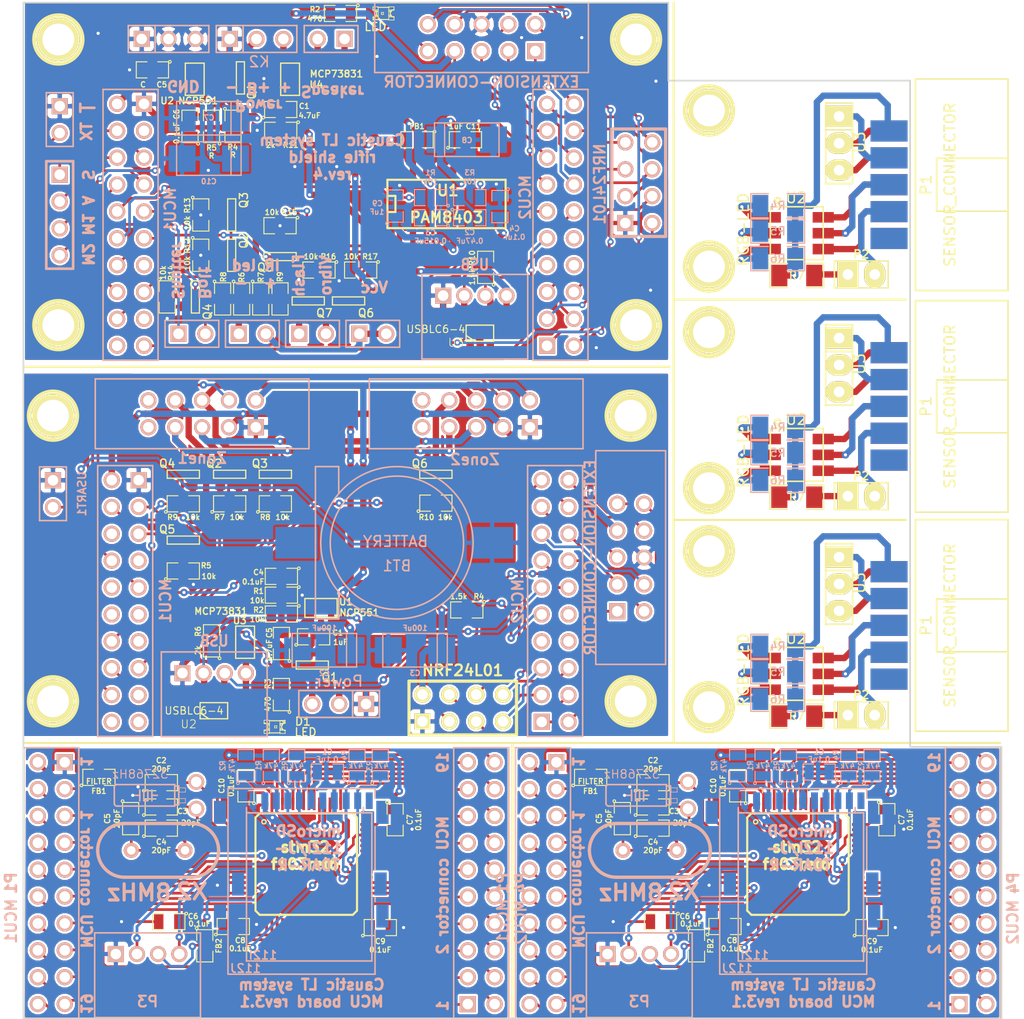
<source format=kicad_pcb>
(kicad_pcb (version 3) (host pcbnew "(2013-may-18)-stable")
  (title_block (title "Caustic LT MCU board") (rev 1.0))
  (layers (15 F.Cu signal) (0 B.Cu signal) (18 B.Paste user) (19 F.Paste user) (20 B.SilkS user) (21 F.SilkS user) (22 B.Mask user) (23 F.Mask user) (28 Edge.Cuts user))
  (net 0 "")
  (net 1 +3.3V)
  (net 2 +BATT)
  (net 3 GND)
  (net 4 N-000001)
  (net 5 N-0000010)
  (net 6 N-0000011)
  (net 7 N-0000012)
  (net 8 N-0000013)
  (net 9 N-0000014)
  (net 10 N-0000015)
  (net 11 N-0000016)
  (net 12 N-0000017)
  (net 13 N-0000018)
  (net 14 N-0000019)
  (net 15 N-000002)
  (net 16 N-0000020)
  (net 17 N-0000021)
  (net 18 N-0000022)
  (net 19 N-0000023)
  (net 20 N-0000024)
  (net 21 N-0000025)
  (net 22 N-0000026)
  (net 23 N-0000027)
  (net 24 N-0000028)
  (net 25 N-0000029)
  (net 26 N-000003)
  (net 27 N-0000030)
  (net 28 N-0000031)
  (net 29 N-0000032)
  (net 30 N-0000033)
  (net 31 N-0000034)
  (net 32 N-0000035)
  (net 33 N-0000036)
  (net 34 N-0000037)
  (net 35 N-0000038)
  (net 36 N-0000039)
  (net 37 N-000004)
  (net 38 N-0000040)
  (net 39 N-0000041)
  (net 40 N-0000042)
  (net 41 N-0000043)
  (net 42 N-0000044)
  (net 43 N-0000045)
  (net 44 N-0000046)
  (net 45 N-0000047)
  (net 46 N-0000048)
  (net 47 N-0000049)
  (net 48 N-000005)
  (net 49 N-0000050)
  (net 50 N-0000051)
  (net 51 N-0000052)
  (net 52 N-0000053)
  (net 53 N-0000054)
  (net 54 N-0000055)
  (net 55 N-0000056)
  (net 56 N-0000057)
  (net 57 N-0000058)
  (net 58 N-0000059)
  (net 59 N-000006)
  (net 60 N-0000065)
  (net 61 N-0000066)
  (net 62 N-000007)
  (net 63 N-000008)
  (net 64 N-000009)
  (net 65 VCC)
  (module SM1206 (layer B.Cu) (at 312.6045 124.3465 180)
    (fp_text reference R4 (at 0 0 180) (layer B.SilkS) (effects (font (size 0.762 0.762) (thickness 0.127)) (justify mirror)))
    (fp_text value R hide)
    (pad 1 smd rect (at -1.651 0 180) (size 1.524 2.032) (layers B.Cu B.Paste B.Mask) (net 2 +BATT))
    (pad 2 smd rect (at 1.651 0 180) (size 1.524 2.032) (layers B.Cu B.Paste B.Mask) (net 59 N-000006))
  )
  (module SM1206 (layer B.Cu) (at 312.6045 126.7465 180)
    (fp_text reference R5 (at 0 0 180) (layer B.SilkS) (effects (font (size 0.762 0.762) (thickness 0.127)) (justify mirror)))
    (fp_text value R hide)
    (pad 1 smd rect (at -1.651 0 180) (size 1.524 2.032) (layers B.Cu B.Paste B.Mask) (net 2 +BATT))
    (pad 2 smd rect (at 1.651 0 180) (size 1.524 2.032) (layers B.Cu B.Paste B.Mask) (net 48 N-000005))
  )
  (module SM1206 (layer B.Cu) (at 312.6045 129.3465 180)
    (fp_text reference R6 (at 0 0 180) (layer B.SilkS) (effects (font (size 0.762 0.762) (thickness 0.127)) (justify mirror)))
    (fp_text value R hide)
    (pad 1 smd rect (at -1.651 0 180) (size 1.524 2.032) (layers B.Cu B.Paste B.Mask) (net 2 +BATT))
    (pad 2 smd rect (at 1.651 0 180) (size 1.524 2.032) (layers B.Cu B.Paste B.Mask) (net 37 N-000004))
  )
  (module SM1206 (layer F.Cu) (at 314.4045 130.9465 180)
    (fp_text reference R7 (at 0 0 180) (layer F.SilkS) (effects (font (size 0.762 0.762) (thickness 0.127))))
    (fp_text value R hide)
    (pad 1 smd rect (at -1.651 0 180) (size 1.524 2.032) (layers F.Cu F.Paste F.Mask) (net 63 N-000008))
    (pad 2 smd rect (at 1.651 0 180) (size 1.524 2.032) (layers F.Cu F.Paste F.Mask) (net 2 +BATT))
  )
  (module RGB-led (layer F.Cu) (at 314.4045 126.9465)
    (fp_text reference U2 (at -0.05 -3.35) (layer F.SilkS))
    (fp_text value RGB-LED (at -5.05 -0.35 90) (layer F.SilkS))
    (pad 1 smd rect (at 2.5 1.5) (size 2 1) (layers F.Cu F.Paste F.Mask) (net 9 N-0000014))
    (pad 2 smd rect (at 2.5 0) (size 2 1) (layers F.Cu F.Paste F.Mask) (net 8 N-0000013))
    (pad 3 smd rect (at 2.5 -1.5) (size 2 1) (layers F.Cu F.Paste F.Mask) (net 7 N-0000012))
    (pad 4 smd rect (at -2.5 -1.5) (size 2 1) (layers F.Cu F.Paste F.Mask) (net 59 N-000006))
    (pad 5 smd rect (at -2.5 0) (size 2 1) (layers F.Cu F.Paste F.Mask) (net 48 N-000005))
    (pad 6 smd rect (at -2.5 1.5) (size 2 1) (layers F.Cu F.Paste F.Mask) (net 37 N-000004))
  )
  (module PIN_ARRAY_LARGE_PADS_2.54mm_3X1 (layer F.Cu) (at 318.4045 118.4465 270)
    (fp_text reference U3 (at -0.1 -1.95 270) (layer F.SilkS) (effects (font (size 1.016 1.016) (thickness 0.1524))))
    (fp_text value TSOP4856 hide)
    (pad 1 thru_hole rect (at -2.54 0 270) (size 2 2.5) (drill 1) (layers *.Cu *.Mask F.SilkS) (net 26 N-000003))
    (pad 2 thru_hole oval (at 0 0 270) (size 2 2.5) (drill 1) (layers *.Cu *.Mask F.SilkS) (net 3 GND))
    (pad 3 thru_hole oval (at 2.54 0 270) (size 2 2.5) (drill 1) (layers *.Cu *.Mask F.SilkS) (net 1 +3.3V))
  )
  (module PIN_ARRAY_LARGE_PADS_2.54mm_2X1 (layer F.Cu) (at 320.5045 130.8465)
    (fp_text reference P2 (at 0 -1.905) (layer F.SilkS) (effects (font (size 0.762 0.762) (thickness 0.1524))))
    (fp_text value VibroEngine hide)
    (pad 1 thru_hole rect (at -1.27 0) (size 2 2.5) (drill 1) (layers *.Cu *.Mask F.SilkS) (net 63 N-000008))
    (pad 2 thru_hole oval (at 1.27 0) (size 2 2.5) (drill 1) (layers *.Cu *.Mask F.SilkS) (net 62 N-000007))
  )
  (module 1pin (layer F.Cu) (at 306.1045 130.0965 180)
    (fp_text reference "" (at 0 -3.048 180) (layer F.SilkS) (effects (font (size 1.016 1.016) (thickness 0.254))))
    (fp_text value P*** hide)
    (pad 1 thru_hole circle (at 0 0 180) (size 4.064 4.064) (drill 3) (layers *.Cu *.Mask F.SilkS))
  )
  (module 1pin (layer F.Cu) (at 306.1045 115.3465 180)
    (fp_text reference "" (at 0 -3.048 180) (layer F.SilkS) (effects (font (size 1.016 1.016) (thickness 0.254))))
    (fp_text value P*** hide)
    (pad 1 thru_hole circle (at 0 0 180) (size 4.064 4.064) (drill 3) (layers *.Cu *.Mask F.SilkS))
  )
  (module Sensors-connector-10x (layer F.Cu) (at 323.1261 122.3645 180)
    (fp_text reference P1 (at -3.5 0 270) (layer F.SilkS))
    (fp_text value SENSOR_CONNECTOR (at -5.75 0 270) (layer F.SilkS))
    (pad 5 smd rect (at 0 0 180) (size 3.5 2) (layers *.Mask F.Cu F.Paste) (net 7 N-0000012))
    (pad 7 smd rect (at 0 -2.54 180) (size 3.5 2) (layers *.Mask F.Cu F.Paste) (net 9 N-0000014))
    (pad 9 smd rect (at 0 -5.08 180) (size 3.5 2) (layers *.Mask F.Cu F.Paste))
    (pad 3 smd rect (at 0 2.54 180) (size 3.5 2) (layers *.Mask F.Cu F.Paste) (net 1 +3.3V))
    (pad 1 smd rect (at 0 5.08 180) (size 3.5 2) (layers *.Mask F.Cu F.Paste) (net 3 GND))
    (pad 2 smd rect (at 0 5.08 180) (size 3.5 2) (layers *.Mask B.Cu F.Paste) (net 2 +BATT))
    (pad 4 smd rect (at 0 2.54 180) (size 3.5 2) (layers *.Mask B.Cu F.Paste) (net 26 N-000003))
    (pad 6 smd rect (at 0 0 180) (size 3.5 2) (layers *.Mask B.Cu F.Paste) (net 8 N-0000013))
    (pad 8 smd rect (at 0 -2.54 180) (size 3.5 2) (layers *.Mask B.Cu F.Paste) (net 62 N-000007))
    (pad 10 smd rect (at 0 -5.08 180) (size 3.5 2) (layers *.Mask B.Cu F.Paste))
  )
  (module Sensors-connector-10x (layer F.Cu) (at 323.1261 101.6635 180)
    (fp_text reference P1 (at -3.5 0 270) (layer F.SilkS))
    (fp_text value SENSOR_CONNECTOR (at -5.75 0 270) (layer F.SilkS))
    (pad 5 smd rect (at 0 0 180) (size 3.5 2) (layers *.Mask F.Cu F.Paste) (net 7 N-0000012))
    (pad 7 smd rect (at 0 -2.54 180) (size 3.5 2) (layers *.Mask F.Cu F.Paste) (net 9 N-0000014))
    (pad 9 smd rect (at 0 -5.08 180) (size 3.5 2) (layers *.Mask F.Cu F.Paste))
    (pad 3 smd rect (at 0 2.54 180) (size 3.5 2) (layers *.Mask F.Cu F.Paste) (net 1 +3.3V))
    (pad 1 smd rect (at 0 5.08 180) (size 3.5 2) (layers *.Mask F.Cu F.Paste) (net 3 GND))
    (pad 2 smd rect (at 0 5.08 180) (size 3.5 2) (layers *.Mask B.Cu F.Paste) (net 2 +BATT))
    (pad 4 smd rect (at 0 2.54 180) (size 3.5 2) (layers *.Mask B.Cu F.Paste) (net 26 N-000003))
    (pad 6 smd rect (at 0 0 180) (size 3.5 2) (layers *.Mask B.Cu F.Paste) (net 8 N-0000013))
    (pad 8 smd rect (at 0 -2.54 180) (size 3.5 2) (layers *.Mask B.Cu F.Paste) (net 62 N-000007))
    (pad 10 smd rect (at 0 -5.08 180) (size 3.5 2) (layers *.Mask B.Cu F.Paste))
  )
  (module 1pin (layer F.Cu) (at 306.1045 94.6455 180)
    (fp_text reference "" (at 0 -3.048 180) (layer F.SilkS) (effects (font (size 1.016 1.016) (thickness 0.254))))
    (fp_text value P*** hide)
    (pad 1 thru_hole circle (at 0 0 180) (size 4.064 4.064) (drill 3) (layers *.Cu *.Mask F.SilkS))
  )
  (module 1pin (layer F.Cu) (at 306.1045 109.3955 180)
    (fp_text reference "" (at 0 -3.048 180) (layer F.SilkS) (effects (font (size 1.016 1.016) (thickness 0.254))))
    (fp_text value P*** hide)
    (pad 1 thru_hole circle (at 0 0 180) (size 4.064 4.064) (drill 3) (layers *.Cu *.Mask F.SilkS))
  )
  (module PIN_ARRAY_LARGE_PADS_2.54mm_2X1 (layer F.Cu) (at 320.5045 110.1455)
    (fp_text reference P2 (at 0 -1.905) (layer F.SilkS) (effects (font (size 0.762 0.762) (thickness 0.1524))))
    (fp_text value VibroEngine hide)
    (pad 1 thru_hole rect (at -1.27 0) (size 2 2.5) (drill 1) (layers *.Cu *.Mask F.SilkS) (net 63 N-000008))
    (pad 2 thru_hole oval (at 1.27 0) (size 2 2.5) (drill 1) (layers *.Cu *.Mask F.SilkS) (net 62 N-000007))
  )
  (module PIN_ARRAY_LARGE_PADS_2.54mm_3X1 (layer F.Cu) (at 318.4045 97.7455 270)
    (fp_text reference U3 (at -0.1 -1.95 270) (layer F.SilkS) (effects (font (size 1.016 1.016) (thickness 0.1524))))
    (fp_text value TSOP4856 hide)
    (pad 1 thru_hole rect (at -2.54 0 270) (size 2 2.5) (drill 1) (layers *.Cu *.Mask F.SilkS) (net 26 N-000003))
    (pad 2 thru_hole oval (at 0 0 270) (size 2 2.5) (drill 1) (layers *.Cu *.Mask F.SilkS) (net 3 GND))
    (pad 3 thru_hole oval (at 2.54 0 270) (size 2 2.5) (drill 1) (layers *.Cu *.Mask F.SilkS) (net 1 +3.3V))
  )
  (module RGB-led (layer F.Cu) (at 314.4045 106.2455)
    (fp_text reference U2 (at -0.05 -3.35) (layer F.SilkS))
    (fp_text value RGB-LED (at -5.05 -0.35 90) (layer F.SilkS))
    (pad 1 smd rect (at 2.5 1.5) (size 2 1) (layers F.Cu F.Paste F.Mask) (net 9 N-0000014))
    (pad 2 smd rect (at 2.5 0) (size 2 1) (layers F.Cu F.Paste F.Mask) (net 8 N-0000013))
    (pad 3 smd rect (at 2.5 -1.5) (size 2 1) (layers F.Cu F.Paste F.Mask) (net 7 N-0000012))
    (pad 4 smd rect (at -2.5 -1.5) (size 2 1) (layers F.Cu F.Paste F.Mask) (net 59 N-000006))
    (pad 5 smd rect (at -2.5 0) (size 2 1) (layers F.Cu F.Paste F.Mask) (net 48 N-000005))
    (pad 6 smd rect (at -2.5 1.5) (size 2 1) (layers F.Cu F.Paste F.Mask) (net 37 N-000004))
  )
  (module SM1206 (layer F.Cu) (at 314.4045 110.2455 180)
    (fp_text reference R7 (at 0 0 180) (layer F.SilkS) (effects (font (size 0.762 0.762) (thickness 0.127))))
    (fp_text value R hide)
    (pad 1 smd rect (at -1.651 0 180) (size 1.524 2.032) (layers F.Cu F.Paste F.Mask) (net 63 N-000008))
    (pad 2 smd rect (at 1.651 0 180) (size 1.524 2.032) (layers F.Cu F.Paste F.Mask) (net 2 +BATT))
  )
  (module SM1206 (layer B.Cu) (at 312.6045 108.6455 180)
    (fp_text reference R6 (at 0 0 180) (layer B.SilkS) (effects (font (size 0.762 0.762) (thickness 0.127)) (justify mirror)))
    (fp_text value R hide)
    (pad 1 smd rect (at -1.651 0 180) (size 1.524 2.032) (layers B.Cu B.Paste B.Mask) (net 2 +BATT))
    (pad 2 smd rect (at 1.651 0 180) (size 1.524 2.032) (layers B.Cu B.Paste B.Mask) (net 37 N-000004))
  )
  (module SM1206 (layer B.Cu) (at 312.6045 106.0455 180)
    (fp_text reference R5 (at 0 0 180) (layer B.SilkS) (effects (font (size 0.762 0.762) (thickness 0.127)) (justify mirror)))
    (fp_text value R hide)
    (pad 1 smd rect (at -1.651 0 180) (size 1.524 2.032) (layers B.Cu B.Paste B.Mask) (net 2 +BATT))
    (pad 2 smd rect (at 1.651 0 180) (size 1.524 2.032) (layers B.Cu B.Paste B.Mask) (net 48 N-000005))
  )
  (module SM1206 (layer B.Cu) (at 312.6045 103.6455 180)
    (fp_text reference R4 (at 0 0 180) (layer B.SilkS) (effects (font (size 0.762 0.762) (thickness 0.127)) (justify mirror)))
    (fp_text value R hide)
    (pad 1 smd rect (at -1.651 0 180) (size 1.524 2.032) (layers B.Cu B.Paste B.Mask) (net 2 +BATT))
    (pad 2 smd rect (at 1.651 0 180) (size 1.524 2.032) (layers B.Cu B.Paste B.Mask) (net 59 N-000006))
  )
  (module SOT23GDS (layer F.Cu) (at 268.224 91.694)
    (fp_text reference Q7 (at 1.524 1.143) (layer F.SilkS) (effects (font (size 0.762 0.762) (thickness 0.12954))))
    (fp_text value MOS_N hide)
    (pad S smd rect (at -0.889 -1.016) (size 0.9144 0.9144) (layers F.Cu F.Paste F.Mask) (net 3 GND))
    (pad G smd rect (at 0.889 -1.016) (size 0.9144 0.9144) (layers F.Cu F.Paste F.Mask) (net 30 N-0000033))
    (pad D smd rect (at 0 1.016) (size 0.9144 0.9144) (layers F.Cu F.Paste F.Mask) (net 59 N-000006))
  )
  (module SOT23GDS (layer F.Cu) (at 257.556 91.313 90)
    (fp_text reference Q4 (at -1.397 1.143 90) (layer F.SilkS) (effects (font (size 0.762 0.762) (thickness 0.12954))))
    (fp_text value MOS_N hide)
    (pad S smd rect (at -0.889 -1.016 90) (size 0.9144 0.9144) (layers F.Cu F.Paste F.Mask) (net 3 GND))
    (pad G smd rect (at 0.889 -1.016 90) (size 0.9144 0.9144) (layers F.Cu F.Paste F.Mask) (net 37 N-000004))
    (pad D smd rect (at 0 1.016 90) (size 0.9144 0.9144) (layers F.Cu F.Paste F.Mask) (net 5 N-0000010))
  )
  (module SOT23GDS (layer F.Cu) (at 272.034 91.694)
    (fp_text reference Q6 (at 1.651 1.143) (layer F.SilkS) (effects (font (size 0.762 0.762) (thickness 0.12954))))
    (fp_text value MOS_N hide)
    (pad S smd rect (at -0.889 -1.016) (size 0.9144 0.9144) (layers F.Cu F.Paste F.Mask) (net 3 GND))
    (pad G smd rect (at 0.889 -1.016) (size 0.9144 0.9144) (layers F.Cu F.Paste F.Mask) (net 32 N-0000035))
    (pad D smd rect (at 0 1.016) (size 0.9144 0.9144) (layers F.Cu F.Paste F.Mask) (net 26 N-000003))
  )
  (module SOT23GDS (layer F.Cu) (at 260.985 83.566 90)
    (fp_text reference Q3 (at 1.397 1.143 90) (layer F.SilkS) (effects (font (size 0.762 0.762) (thickness 0.12954))))
    (fp_text value MOS_N hide)
    (pad S smd rect (at -0.889 -1.016 90) (size 0.9144 0.9144) (layers F.Cu F.Paste F.Mask) (net 3 GND))
    (pad G smd rect (at 0.889 -1.016 90) (size 0.9144 0.9144) (layers F.Cu F.Paste F.Mask) (net 48 N-000005))
    (pad D smd rect (at 0 1.016 90) (size 0.9144 0.9144) (layers F.Cu F.Paste F.Mask) (net 62 N-000007))
  )
  (module SOT23GDS (layer F.Cu) (at 260.985 87.376 90)
    (fp_text reference Q2 (at 1.397 1.143 90) (layer F.SilkS) (effects (font (size 0.762 0.762) (thickness 0.12954))))
    (fp_text value MOS_N hide)
    (pad S smd rect (at -0.889 -1.016 90) (size 0.9144 0.9144) (layers F.Cu F.Paste F.Mask) (net 3 GND))
    (pad G smd rect (at 0.889 -1.016 90) (size 0.9144 0.9144) (layers F.Cu F.Paste F.Mask) (net 11 N-0000016))
    (pad D smd rect (at 0 1.016 90) (size 0.9144 0.9144) (layers F.Cu F.Paste F.Mask) (net 63 N-000008))
  )
  (module SOT23GDS (layer F.Cu) (at 261.8105 70.612 90)
    (fp_text reference Q1 (at -1.27 1.0795 90) (layer F.SilkS) (effects (font (size 0.762 0.762) (thickness 0.12954))))
    (fp_text value MOSFET_P hide)
    (pad S smd rect (at -0.889 -1.016 90) (size 0.9144 0.9144) (layers F.Cu F.Paste F.Mask) (net 65 VCC))
    (pad G smd rect (at 0.889 -1.016 90) (size 0.9144 0.9144) (layers F.Cu F.Paste F.Mask) (net 3 GND))
    (pad D smd rect (at 0 1.016 90) (size 0.9144 0.9144) (layers F.Cu F.Paste F.Mask) (net 15 N-000002))
  )
  (module SO16N (layer F.Cu) (at 281.293 82.525)
    (fp_text reference U1 (at 0.127 -1.27) (layer F.SilkS) (effects (font (size 1.016 1.016) (thickness 0.2032))))
    (fp_text value PAM8403 (at 0 1.27) (layer F.SilkS) (effects (font (size 1.016 1.016) (thickness 0.2032))))
    (pad 16 smd rect (at -4.445 -3.175) (size 0.508 1.143) (layers F.Cu F.Paste F.Mask) (net 41 N-0000043))
    (pad 14 smd rect (at -1.905 -3.175) (size 0.508 1.143) (layers F.Cu F.Paste F.Mask) (net 42 N-0000044))
    (pad 13 smd rect (at -0.635 -3.175) (size 0.508 1.143) (layers F.Cu F.Paste F.Mask) (net 36 N-0000039))
    (pad 12 smd rect (at 0.635 -3.175) (size 0.508 1.143) (layers F.Cu F.Paste F.Mask) (net 36 N-0000039))
    (pad 11 smd rect (at 1.905 -3.175) (size 0.508 1.143) (layers F.Cu F.Paste F.Mask) (net 3 GND))
    (pad 10 smd rect (at 3.175 -3.175) (size 0.508 1.143) (layers F.Cu F.Paste F.Mask) (net 39 N-0000041))
    (pad 9 smd rect (at 4.445 -3.175) (size 0.508 1.143) (layers F.Cu F.Paste F.Mask) (net 3 GND))
    (pad 8 smd rect (at 4.445 3.175) (size 0.508 1.143) (layers F.Cu F.Paste F.Mask) (net 38 N-0000040))
    (pad 7 smd rect (at 3.175 3.175) (size 0.508 1.143) (layers F.Cu F.Paste F.Mask))
    (pad 6 smd rect (at 1.905 3.175) (size 0.508 1.143) (layers F.Cu F.Paste F.Mask) (net 36 N-0000039))
    (pad 5 smd rect (at 0.635 3.175) (size 0.508 1.143) (layers F.Cu F.Paste F.Mask) (net 36 N-0000039))
    (pad 4 smd rect (at -0.635 3.175) (size 0.508 1.143) (layers F.Cu F.Paste F.Mask) (net 36 N-0000039))
    (pad 3 smd rect (at -1.905 3.175) (size 0.508 1.143) (layers F.Cu F.Paste F.Mask))
    (pad 2 smd rect (at -3.175 3.175) (size 0.508 1.143) (layers F.Cu F.Paste F.Mask) (net 3 GND))
    (pad 1 smd rect (at -4.445 3.175) (size 0.508 1.143) (layers F.Cu F.Paste F.Mask))
    (pad 15 smd rect (at -3.175 -3.175) (size 0.508 1.143) (layers F.Cu F.Paste F.Mask) (net 3 GND))
  )
  (module SM0805 (layer B.Cu) (at 283.493 81.925)
    (fp_text reference R3 (at 0 -2.35) (layer B.SilkS) (effects (font (size 0.50038 0.50038) (thickness 0.10922)) (justify mirror)))
    (fp_text value 10k (at 0 -1.525) (layer B.SilkS) (effects (font (size 0.50038 0.50038) (thickness 0.10922)) (justify mirror)))
    (pad 1 smd rect (at -0.9525 0) (size 0.889 1.397) (layers B.Cu B.Paste B.Mask) (net 43 N-0000045))
    (pad 2 smd rect (at 0.9525 0) (size 0.889 1.397) (layers B.Cu B.Paste B.Mask) (net 39 N-0000041))
  )
  (module SM0805 (layer F.Cu) (at 260.128 91.5 270)
    (fp_text reference R8 (at -2.075 -0.075 270) (layer F.SilkS) (effects (font (size 0.50038 0.50038) (thickness 0.10922))))
    (fp_text value R hide)
    (pad 1 smd rect (at -0.9525 0 270) (size 0.889 1.397) (layers F.Cu F.Paste F.Mask) (net 5 N-0000010))
    (pad 2 smd rect (at 0.9525 0 270) (size 0.889 1.397) (layers F.Cu F.Paste F.Mask) (net 12 N-0000017))
  )
  (module SM0805 (layer B.Cu) (at 279.793 83.825 180)
    (fp_text reference C3 (at 0 -1.4 180) (layer B.SilkS) (effects (font (size 0.50038 0.50038) (thickness 0.10922)) (justify mirror)))
    (fp_text value 0.015uF (at 0 -2.2 180) (layer B.SilkS) (effects (font (size 0.50038 0.50038) (thickness 0.10922)) (justify mirror)))
    (pad 1 smd rect (at -0.9525 0 180) (size 0.889 1.397) (layers B.Cu B.Paste B.Mask) (net 6 N-0000011))
    (pad 2 smd rect (at 0.9525 0 180) (size 0.889 1.397) (layers B.Cu B.Paste B.Mask) (net 3 GND))
  )
  (module SM0805 (layer B.Cu) (at 279.793 81.925 180)
    (fp_text reference R1 (at 0.025 2.35 180) (layer B.SilkS) (effects (font (size 0.50038 0.50038) (thickness 0.10922)) (justify mirror)))
    (fp_text value 10k (at 0 1.5 180) (layer B.SilkS) (effects (font (size 0.50038 0.50038) (thickness 0.10922)) (justify mirror)))
    (pad 1 smd rect (at -0.9525 0 180) (size 0.889 1.397) (layers B.Cu B.Paste B.Mask) (net 6 N-0000011))
    (pad 2 smd rect (at 0.9525 0 180) (size 0.889 1.397) (layers B.Cu B.Paste B.Mask) (net 64 N-000009))
  )
  (module SM0805 (layer F.Cu) (at 263.728 91.5 270)
    (fp_text reference R7 (at -2.05 -0.025 270) (layer F.SilkS) (effects (font (size 0.50038 0.50038) (thickness 0.10922))))
    (fp_text value R hide)
    (pad 1 smd rect (at -0.9525 0 270) (size 0.889 1.397) (layers F.Cu F.Paste F.Mask) (net 62 N-000007))
    (pad 2 smd rect (at 0.9525 0 270) (size 0.889 1.397) (layers F.Cu F.Paste F.Mask) (net 12 N-0000017))
  )
  (module SM0805 (layer F.Cu) (at 261.928 91.5 270)
    (fp_text reference R6 (at -2.05 0 270) (layer F.SilkS) (effects (font (size 0.50038 0.50038) (thickness 0.10922))))
    (fp_text value R hide)
    (pad 1 smd rect (at -0.9525 0 270) (size 0.889 1.397) (layers F.Cu F.Paste F.Mask) (net 63 N-000008))
    (pad 2 smd rect (at 0.9525 0 270) (size 0.889 1.397) (layers F.Cu F.Paste F.Mask) (net 12 N-0000017))
  )
  (module SM0805 (layer B.Cu) (at 283.493 83.825)
    (fp_text reference C2 (at 0 1.375) (layer B.SilkS) (effects (font (size 0.50038 0.50038) (thickness 0.10922)) (justify mirror)))
    (fp_text value 0.47uF (at 0 2.2) (layer B.SilkS) (effects (font (size 0.50038 0.50038) (thickness 0.10922)) (justify mirror)))
    (pad 1 smd rect (at -0.9525 0) (size 0.889 1.397) (layers B.Cu B.Paste B.Mask) (net 6 N-0000011))
    (pad 2 smd rect (at 0.9525 0) (size 0.889 1.397) (layers B.Cu B.Paste B.Mask) (net 43 N-0000045))
  )
  (module SM0805 (layer F.Cu) (at 283.083 76.454)
    (fp_text reference C11 (at 0.762 -1.27) (layer F.SilkS) (effects (font (size 0.50038 0.50038) (thickness 0.10922))))
    (fp_text value 1uF (at -0.889 -1.27) (layer F.SilkS) (effects (font (size 0.50038 0.50038) (thickness 0.10922))))
    (pad 1 smd rect (at -0.9525 0) (size 0.889 1.397) (layers F.Cu F.Paste F.Mask) (net 36 N-0000039))
    (pad 2 smd rect (at 0.9525 0) (size 0.889 1.397) (layers F.Cu F.Paste F.Mask) (net 3 GND))
  )
  (module SM0805 (layer B.Cu) (at 276.443 82.725 90)
    (fp_text reference C9 (at 0.25 -1.675 180) (layer B.SilkS) (effects (font (size 0.50038 0.50038) (thickness 0.10922)) (justify mirror)))
    (fp_text value 1uF (at -0.55 -1.725 180) (layer B.SilkS) (effects (font (size 0.50038 0.50038) (thickness 0.10922)) (justify mirror)))
    (pad 1 smd rect (at -0.9525 0 90) (size 0.889 1.397) (layers B.Cu B.Paste B.Mask) (net 36 N-0000039))
    (pad 2 smd rect (at 0.9525 0 90) (size 0.889 1.397) (layers B.Cu B.Paste B.Mask) (net 3 GND))
  )
  (module SM0805 (layer B.Cu) (at 286.343 82.775 270)
    (fp_text reference C4 (at 2.075 -1.375 360) (layer B.SilkS) (effects (font (size 0.50038 0.50038) (thickness 0.10922)) (justify mirror)))
    (fp_text value 0.1uF (at 2.875 -1.35 360) (layer B.SilkS) (effects (font (size 0.50038 0.50038) (thickness 0.10922)) (justify mirror)))
    (pad 1 smd rect (at -0.9525 0 270) (size 0.889 1.397) (layers B.Cu B.Paste B.Mask) (net 3 GND))
    (pad 2 smd rect (at 0.9525 0 270) (size 0.889 1.397) (layers B.Cu B.Paste B.Mask) (net 38 N-0000040))
  )
  (module SM0805 (layer F.Cu) (at 261.112 75.184 270)
    (fp_text reference R4 (at 1.975 0.025 360) (layer F.SilkS) (effects (font (size 0.50038 0.50038) (thickness 0.10922))))
    (fp_text value R (at 2.7 0 360) (layer F.SilkS) (effects (font (size 0.50038 0.50038) (thickness 0.10922))))
    (pad 1 smd rect (at -0.9525 0 270) (size 0.889 1.397) (layers F.Cu F.Paste F.Mask) (net 65 VCC))
    (pad 2 smd rect (at 0.9525 0 270) (size 0.889 1.397) (layers F.Cu F.Paste F.Mask) (net 61 N-0000066))
  )
  (module SM0805 (layer F.Cu) (at 259.08 75.184 90)
    (fp_text reference R5 (at -2.032 0 180) (layer F.SilkS) (effects (font (size 0.50038 0.50038) (thickness 0.10922))))
    (fp_text value R (at -2.794 0 180) (layer F.SilkS) (effects (font (size 0.50038 0.50038) (thickness 0.10922))))
    (pad 1 smd rect (at -0.9525 0 90) (size 0.889 1.397) (layers F.Cu F.Paste F.Mask) (net 61 N-0000066))
    (pad 2 smd rect (at 0.9525 0 90) (size 0.889 1.397) (layers F.Cu F.Paste F.Mask) (net 3 GND))
  )
  (module PIN_ARRAY_4x1 (layer B.Cu) (at 244.729 83.566 270)
    (fp_text reference P3 hide)
    (fp_text value Mag&fireMode hide)
    (pad 1 thru_hole rect (at -3.81 0 270) (size 1.524 1.524) (drill 1) (layers *.Cu *.Mask B.SilkS) (net 40 N-0000042))
    (pad 2 thru_hole circle (at -1.27 0 270) (size 1.524 1.524) (drill 1) (layers *.Cu *.Mask B.SilkS) (net 20 N-0000024))
    (pad 3 thru_hole circle (at 1.27 0 270) (size 1.524 1.524) (drill 1) (layers *.Cu *.Mask B.SilkS) (net 10 N-0000015))
    (pad 4 thru_hole circle (at 3.81 0 270) (size 1.524 1.524) (drill 1) (layers *.Cu *.Mask B.SilkS) (net 9 N-0000014))
  )
  (module PIN_ARRAY_3X1 (layer B.Cu) (at 255.016 66.929)
    (fp_text reference K1 hide)
    (fp_text value CONN_3 hide)
    (pad 1 thru_hole rect (at -2.54 0) (size 1.524 1.524) (drill 1) (layers *.Cu *.Mask B.SilkS) (net 3 GND))
    (pad 2 thru_hole circle (at 0 0) (size 1.524 1.524) (drill 1) (layers *.Cu *.Mask B.SilkS) (net 3 GND))
    (pad 3 thru_hole circle (at 2.54 0) (size 1.524 1.524) (drill 1) (layers *.Cu *.Mask B.SilkS) (net 3 GND))
  )
  (module PIN_ARRAY_2X1 (layer B.Cu) (at 257.228 94.8)
    (fp_text reference P7 hide)
    (fp_text value Fire&Reload hide)
    (pad 1 thru_hole rect (at -1.27 0) (size 1.524 1.524) (drill 1) (layers *.Cu *.Mask B.SilkS) (net 7 N-0000012))
    (pad 2 thru_hole circle (at 1.27 0) (size 1.524 1.524) (drill 1) (layers *.Cu *.Mask B.SilkS) (net 8 N-0000013))
  )
  (module PIN_ARRAY_2X1 (layer B.Cu) (at 270.383 66.929 180)
    (fp_text reference P5 hide)
    (fp_text value Speaker2 hide)
    (pad 1 thru_hole rect (at -1.27 0 180) (size 1.524 1.524) (drill 1) (layers *.Cu *.Mask B.SilkS) (net 42 N-0000044))
    (pad 2 thru_hole circle (at 1.27 0 180) (size 1.524 1.524) (drill 1) (layers *.Cu *.Mask B.SilkS) (net 41 N-0000043))
  )
  (module PIN_ARRAY_2X1 (layer B.Cu) (at 268.628 94.8)
    (fp_text reference P15 hide)
    (fp_text value Vibro&flash hide)
    (pad 1 thru_hole rect (at -1.27 0) (size 1.524 1.524) (drill 1) (layers *.Cu *.Mask B.SilkS) (net 59 N-000006))
    (pad 2 thru_hole circle (at 1.27 0) (size 1.524 1.524) (drill 1) (layers *.Cu *.Mask B.SilkS) (net 26 N-000003))
  )
  (module PIN_ARRAY_2X1 (layer B.Cu) (at 274.328 94.8)
    (fp_text reference P4 hide)
    (fp_text value VCC hide)
    (pad 1 thru_hole rect (at -1.27 0) (size 1.524 1.524) (drill 1) (layers *.Cu *.Mask B.SilkS) (net 65 VCC))
    (pad 2 thru_hole circle (at 1.27 0) (size 1.524 1.524) (drill 1) (layers *.Cu *.Mask B.SilkS) (net 65 VCC))
  )
  (module c_tant_C (layer B.Cu) (at 283.21 76.454 180)
    (fp_text reference C8 (at -0.025 -0.05 180) (layer B.SilkS) (effects (font (size 0.50038 0.50038) (thickness 0.11938)) (justify mirror)))
    (fp_text value 470uF hide)
    (pad 1 smd rect (at 2.52476 0 180) (size 2.55016 2.49936) (layers B.Cu B.Paste B.Mask) (net 36 N-0000039))
    (pad 2 smd rect (at -2.52476 0 180) (size 2.55016 2.49936) (layers B.Cu B.Paste B.Mask) (net 3 GND))
  )
  (module c_tant_C (layer B.Cu) (at 258.826 74.422)
    (fp_text reference C7 (at 0.025 -0.05) (layer B.SilkS) (effects (font (size 0.50038 0.50038) (thickness 0.11938)) (justify mirror)))
    (fp_text value CP1 hide)
    (pad 1 smd rect (at 2.52476 0) (size 2.55016 2.49936) (layers B.Cu B.Paste B.Mask) (net 65 VCC))
    (pad 2 smd rect (at -2.52476 0) (size 2.55016 2.49936) (layers B.Cu B.Paste B.Mask) (net 3 GND))
  )
  (module pin_array_10x2 (layer B.Cu) (at 251.428 84.5 270)
    (fp_text reference P2 hide)
    (fp_text value MCU1 (at -1.4 -3.75 270) (layer B.SilkS) (effects (font (size 1.016 1.016) (thickness 0.2032)) (justify mirror)))
    (pad 1 thru_hole rect (at -11.43 -1.27 270) (size 1.524 1.524) (drill 1) (layers *.Cu *.Mask B.SilkS) (net 3 GND))
    (pad 2 thru_hole circle (at -11.43 1.27 270) (size 1.524 1.524) (drill 1) (layers *.Cu *.Mask B.SilkS) (net 1 +3.3V))
    (pad 3 thru_hole circle (at -8.89 -1.27 270) (size 1.524 1.524) (drill 1) (layers *.Cu *.Mask B.SilkS))
    (pad 4 thru_hole circle (at -8.89 1.27 270) (size 1.524 1.524) (drill 1) (layers *.Cu *.Mask B.SilkS) (net 40 N-0000042))
    (pad 5 thru_hole circle (at -6.35 -1.27 270) (size 1.524 1.524) (drill 1) (layers *.Cu *.Mask B.SilkS) (net 20 N-0000024))
    (pad 6 thru_hole circle (at -6.35 1.27 270) (size 1.524 1.524) (drill 1) (layers *.Cu *.Mask B.SilkS) (net 10 N-0000015))
    (pad 7 thru_hole circle (at -3.81 -1.27 270) (size 1.524 1.524) (drill 1) (layers *.Cu *.Mask B.SilkS) (net 9 N-0000014))
    (pad 8 thru_hole circle (at -3.81 1.27 270) (size 1.524 1.524) (drill 1) (layers *.Cu *.Mask B.SilkS) (net 7 N-0000012))
    (pad 9 thru_hole circle (at -1.27 -1.27 270) (size 1.524 1.524) (drill 1) (layers *.Cu *.Mask B.SilkS) (net 8 N-0000013))
    (pad 10 thru_hole circle (at -1.27 1.27 270) (size 1.524 1.524) (drill 1) (layers *.Cu *.Mask B.SilkS) (net 32 N-0000035))
    (pad 11 thru_hole circle (at 1.27 -1.27 270) (size 1.524 1.524) (drill 1) (layers *.Cu *.Mask B.SilkS) (net 30 N-0000033))
    (pad 12 thru_hole circle (at 1.27 1.27 270) (size 1.524 1.524) (drill 1) (layers *.Cu *.Mask B.SilkS) (net 64 N-000009))
    (pad 13 thru_hole circle (at 3.81 -1.27 270) (size 1.524 1.524) (drill 1) (layers *.Cu *.Mask B.SilkS))
    (pad 14 thru_hole circle (at 3.81 1.27 270) (size 1.524 1.524) (drill 1) (layers *.Cu *.Mask B.SilkS) (net 11 N-0000016))
    (pad 15 thru_hole circle (at 6.35 -1.27 270) (size 1.524 1.524) (drill 1) (layers *.Cu *.Mask B.SilkS) (net 48 N-000005))
    (pad 16 thru_hole circle (at 6.35 1.27 270) (size 1.524 1.524) (drill 1) (layers *.Cu *.Mask B.SilkS) (net 61 N-0000066))
    (pad 17 thru_hole circle (at 8.89 -1.27 270) (size 1.524 1.524) (drill 1) (layers *.Cu *.Mask B.SilkS))
    (pad 18 thru_hole circle (at 8.89 1.27 270) (size 1.524 1.524) (drill 1) (layers *.Cu *.Mask B.SilkS) (net 37 N-000004))
    (pad 19 thru_hole circle (at 11.43 -1.27 270) (size 1.524 1.524) (drill 1) (layers *.Cu *.Mask B.SilkS) (net 4 N-000001))
    (pad 20 thru_hole circle (at 11.43 1.27 270) (size 1.524 1.524) (drill 1) (layers *.Cu *.Mask B.SilkS))
  )
  (module pin_array_10x2 (layer B.Cu) (at 292.068 84.5 90)
    (fp_text reference P10 hide)
    (fp_text value MCU2 (at 2.6 -3.34 90) (layer B.SilkS) (effects (font (size 1.016 1.016) (thickness 0.2032)) (justify mirror)))
    (pad 1 thru_hole rect (at -11.43 -1.27 90) (size 1.524 1.524) (drill 1) (layers *.Cu *.Mask B.SilkS) (net 34 N-0000037))
    (pad 2 thru_hole circle (at -11.43 1.27 90) (size 1.524 1.524) (drill 1) (layers *.Cu *.Mask B.SilkS) (net 35 N-0000038))
    (pad 3 thru_hole circle (at -8.89 -1.27 90) (size 1.524 1.524) (drill 1) (layers *.Cu *.Mask B.SilkS) (net 44 N-0000046))
    (pad 4 thru_hole circle (at -8.89 1.27 90) (size 1.524 1.524) (drill 1) (layers *.Cu *.Mask B.SilkS) (net 49 N-0000050))
    (pad 5 thru_hole circle (at -6.35 -1.27 90) (size 1.524 1.524) (drill 1) (layers *.Cu *.Mask B.SilkS) (net 25 N-0000029))
    (pad 6 thru_hole circle (at -6.35 1.27 90) (size 1.524 1.524) (drill 1) (layers *.Cu *.Mask B.SilkS) (net 50 N-0000051))
    (pad 7 thru_hole circle (at -3.81 -1.27 90) (size 1.524 1.524) (drill 1) (layers *.Cu *.Mask B.SilkS))
    (pad 8 thru_hole circle (at -3.81 1.27 90) (size 1.524 1.524) (drill 1) (layers *.Cu *.Mask B.SilkS))
    (pad 9 thru_hole circle (at -1.27 -1.27 90) (size 1.524 1.524) (drill 1) (layers *.Cu *.Mask B.SilkS) (net 33 N-0000036))
    (pad 10 thru_hole circle (at -1.27 1.27 90) (size 1.524 1.524) (drill 1) (layers *.Cu *.Mask B.SilkS))
    (pad 11 thru_hole circle (at 1.27 -1.27 90) (size 1.524 1.524) (drill 1) (layers *.Cu *.Mask B.SilkS) (net 58 N-0000059))
    (pad 12 thru_hole circle (at 1.27 1.27 90) (size 1.524 1.524) (drill 1) (layers *.Cu *.Mask B.SilkS) (net 60 N-0000065))
    (pad 13 thru_hole circle (at 3.81 -1.27 90) (size 1.524 1.524) (drill 1) (layers *.Cu *.Mask B.SilkS) (net 24 N-0000028))
    (pad 14 thru_hole circle (at 3.81 1.27 90) (size 1.524 1.524) (drill 1) (layers *.Cu *.Mask B.SilkS) (net 22 N-0000026))
    (pad 15 thru_hole circle (at 6.35 -1.27 90) (size 1.524 1.524) (drill 1) (layers *.Cu *.Mask B.SilkS) (net 21 N-0000025))
    (pad 16 thru_hole circle (at 6.35 1.27 90) (size 1.524 1.524) (drill 1) (layers *.Cu *.Mask B.SilkS) (net 29 N-0000032))
    (pad 17 thru_hole circle (at 8.89 -1.27 90) (size 1.524 1.524) (drill 1) (layers *.Cu *.Mask B.SilkS) (net 28 N-0000031))
    (pad 18 thru_hole circle (at 8.89 1.27 90) (size 1.524 1.524) (drill 1) (layers *.Cu *.Mask B.SilkS) (net 47 N-0000049))
    (pad 19 thru_hole circle (at 11.43 -1.27 90) (size 1.524 1.524) (drill 1) (layers *.Cu *.Mask B.SilkS) (net 46 N-0000048))
    (pad 20 thru_hole circle (at 11.43 1.27 90) (size 1.524 1.524) (drill 1) (layers *.Cu *.Mask B.SilkS) (net 23 N-0000027))
  )
  (module SOT23-5 (layer F.Cu) (at 257.4925 70.739 90)
    (fp_text reference U2 (at -2.032 -2.6035 180) (layer F.SilkS) (effects (font (size 0.635 0.635) (thickness 0.127))))
    (fp_text value NCP551 (at -2.032 0.3175 180) (layer F.SilkS) (effects (font (size 0.635 0.635) (thickness 0.127))))
    (pad 1 smd rect (at -0.9525 1.27 90) (size 0.508 0.762) (layers F.Cu F.Paste F.Mask) (net 65 VCC))
    (pad 3 smd rect (at 0.9525 1.27 90) (size 0.508 0.762) (layers F.Cu F.Paste F.Mask) (net 65 VCC))
    (pad 5 smd rect (at -0.9525 -1.27 90) (size 0.508 0.762) (layers F.Cu F.Paste F.Mask) (net 1 +3.3V))
    (pad 2 smd rect (at 0 1.27 90) (size 0.508 0.762) (layers F.Cu F.Paste F.Mask) (net 3 GND))
    (pad 4 smd rect (at 0.9525 -1.27 90) (size 0.508 0.762) (layers F.Cu F.Paste F.Mask))
  )
  (module SOT23GDS (layer F.Cu) (at 265.557 87.503)
    (fp_text reference Q5 (at -1.397 1.016) (layer F.SilkS) (effects (font (size 0.762 0.762) (thickness 0.12954))))
    (fp_text value MOS_N hide)
    (pad S smd rect (at -0.889 -1.016) (size 0.9144 0.9144) (layers F.Cu F.Paste F.Mask) (net 3 GND))
    (pad G smd rect (at 0.889 -1.016) (size 0.9144 0.9144) (layers F.Cu F.Paste F.Mask) (net 4 N-000001))
    (pad D smd rect (at 0 1.016) (size 0.9144 0.9144) (layers F.Cu F.Paste F.Mask) (net 13 N-0000018))
  )
  (module SOT23_6 (layer F.Cu) (at 284.48 94.742)
    (fp_text reference U3 (at -2.286 0.889) (layer F.SilkS) (effects (font (size 0.762 0.762) (thickness 0.0762))))
    (fp_text value USBLC6-4 (at -4.191 -0.381) (layer F.SilkS) (effects (font (size 0.7 0.7) (thickness 0.1))))
    (pad 6 smd rect (at -0.9525 -1.27) (size 0.70104 1.00076) (layers F.Cu F.Paste F.Mask) (net 58 N-0000059))
    (pad 5 smd rect (at 0 -1.27) (size 0.70104 1.00076) (layers F.Cu F.Paste F.Mask) (net 19 N-0000023))
    (pad 4 smd rect (at 0.9525 -1.27) (size 0.70104 1.00076) (layers F.Cu F.Paste F.Mask) (net 60 N-0000065))
    (pad 3 smd rect (at 0.9525 1.27) (size 0.70104 1.00076) (layers F.Cu F.Paste F.Mask))
    (pad 2 smd rect (at 0 1.27) (size 0.70104 1.00076) (layers F.Cu F.Paste F.Mask) (net 3 GND))
    (pad 1 smd rect (at -0.9525 1.27) (size 0.70104 1.00076) (layers F.Cu F.Paste F.Mask))
  )
  (module SOT23-5 (layer F.Cu) (at 266.5095 70.739 270)
    (fp_text reference U4 (at 0.508 -2.4765 360) (layer F.SilkS) (effects (font (size 0.635 0.635) (thickness 0.127))))
    (fp_text value MCP73831 (at -0.508 -4.3815 360) (layer F.SilkS) (effects (font (size 0.635 0.635) (thickness 0.127))))
    (pad 1 smd rect (at -0.9525 1.27 270) (size 0.508 0.762) (layers F.Cu F.Paste F.Mask) (net 17 N-0000021))
    (pad 3 smd rect (at 0.9525 1.27 270) (size 0.508 0.762) (layers F.Cu F.Paste F.Mask) (net 14 N-0000019))
    (pad 5 smd rect (at -0.9525 -1.27 270) (size 0.508 0.762) (layers F.Cu F.Paste F.Mask) (net 16 N-0000020))
    (pad 2 smd rect (at 0 1.27 270) (size 0.508 0.762) (layers F.Cu F.Paste F.Mask) (net 3 GND))
    (pad 4 smd rect (at 0.9525 -1.27 270) (size 0.508 0.762) (layers F.Cu F.Paste F.Mask) (net 19 N-0000023))
  )
  (module SM0805 (layer F.Cu) (at 278.511 76.454 180)
    (fp_text reference FB1 (at 0 1.27 180) (layer F.SilkS) (effects (font (size 0.50038 0.50038) (thickness 0.10922))))
    (fp_text value FILTER hide)
    (pad 1 smd rect (at -0.9525 0 180) (size 0.889 1.397) (layers F.Cu F.Paste F.Mask) (net 36 N-0000039))
    (pad 2 smd rect (at 0.9525 0 180) (size 0.889 1.397) (layers F.Cu F.Paste F.Mask) (net 65 VCC))
  )
  (module SM0805 (layer F.Cu) (at 257.048 75.184 90)
    (fp_text reference C6 (at 1.143 -1.27 90) (layer F.SilkS) (effects (font (size 0.50038 0.50038) (thickness 0.10922))))
    (fp_text value 0.1uF (at -0.635 -1.27 90) (layer F.SilkS) (effects (font (size 0.50038 0.50038) (thickness 0.10922))))
    (pad 1 smd rect (at -0.9525 0 90) (size 0.889 1.397) (layers F.Cu F.Paste F.Mask) (net 61 N-0000066))
    (pad 2 smd rect (at 0.9525 0 90) (size 0.889 1.397) (layers F.Cu F.Paste F.Mask) (net 3 GND))
  )
  (module SM0805 (layer F.Cu) (at 284.988 88.519 90)
    (fp_text reference R10 (at 0.889 -1.27 90) (layer F.SilkS) (effects (font (size 0.50038 0.50038) (thickness 0.10922))))
    (fp_text value 1.5k (at -0.889 -1.27 90) (layer F.SilkS) (effects (font (size 0.50038 0.50038) (thickness 0.10922))))
    (pad 1 smd rect (at -0.9525 0 90) (size 0.889 1.397) (layers F.Cu F.Paste F.Mask) (net 60 N-0000065))
    (pad 2 smd rect (at 0.9525 0 90) (size 0.889 1.397) (layers F.Cu F.Paste F.Mask) (net 1 +3.3V))
  )
  (module SM0805 (layer F.Cu) (at 265.6205 73.5965)
    (fp_text reference C1 (at 2.2225 -0.3175) (layer F.SilkS) (effects (font (size 0.50038 0.50038) (thickness 0.10922))))
    (fp_text value 4.7uF (at 2.7305 0.5715) (layer F.SilkS) (effects (font (size 0.50038 0.50038) (thickness 0.10922))))
    (pad 1 smd rect (at -0.9525 0) (size 0.889 1.397) (layers F.Cu F.Paste F.Mask) (net 14 N-0000019))
    (pad 2 smd rect (at 0.9525 0) (size 0.889 1.397) (layers F.Cu F.Paste F.Mask) (net 16 N-0000020))
  )
  (module SM0805 (layer F.Cu) (at 271.272 64.516 180)
    (fp_text reference R2 (at 2.413 0.381 180) (layer F.SilkS) (effects (font (size 0.50038 0.50038) (thickness 0.10922))))
    (fp_text value 470 (at 2.413 -0.508 180) (layer F.SilkS) (effects (font (size 0.50038 0.50038) (thickness 0.10922))))
    (pad 1 smd rect (at -0.9525 0 180) (size 0.889 1.397) (layers F.Cu F.Paste F.Mask) (net 18 N-0000022))
    (pad 2 smd rect (at 0.9525 0 180) (size 0.889 1.397) (layers F.Cu F.Paste F.Mask) (net 17 N-0000021))
  )
  (module SM0805 (layer F.Cu) (at 265.6205 75.565 180)
    (fp_text reference R11 (at -0.9525 -1.397 180) (layer F.SilkS) (effects (font (size 0.50038 0.50038) (thickness 0.10922))))
    (fp_text value 2k (at 0.9525 -1.397 180) (layer F.SilkS) (effects (font (size 0.50038 0.50038) (thickness 0.10922))))
    (pad 1 smd rect (at -0.9525 0 180) (size 0.889 1.397) (layers F.Cu F.Paste F.Mask) (net 16 N-0000020))
    (pad 2 smd rect (at 0.9525 0 180) (size 0.889 1.397) (layers F.Cu F.Paste F.Mask) (net 3 GND))
  )
  (module SM0805 (layer F.Cu) (at 258.064 87.376 270)
    (fp_text reference R12 (at -0.889 1.27 270) (layer F.SilkS) (effects (font (size 0.50038 0.50038) (thickness 0.10922))))
    (fp_text value 10k (at 0.762 1.27 270) (layer F.SilkS) (effects (font (size 0.50038 0.50038) (thickness 0.10922))))
    (pad 1 smd rect (at -0.9525 0 270) (size 0.889 1.397) (layers F.Cu F.Paste F.Mask) (net 11 N-0000016))
    (pad 2 smd rect (at 0.9525 0 270) (size 0.889 1.397) (layers F.Cu F.Paste F.Mask) (net 3 GND))
  )
  (module SM0805 (layer F.Cu) (at 265.557 84.582 180)
    (fp_text reference R15 (at -0.889 1.27 180) (layer F.SilkS) (effects (font (size 0.50038 0.50038) (thickness 0.10922))))
    (fp_text value 10k (at 0.762 1.27 180) (layer F.SilkS) (effects (font (size 0.50038 0.50038) (thickness 0.10922))))
    (pad 1 smd rect (at -0.9525 0 180) (size 0.889 1.397) (layers F.Cu F.Paste F.Mask) (net 4 N-000001))
    (pad 2 smd rect (at 0.9525 0 180) (size 0.889 1.397) (layers F.Cu F.Paste F.Mask) (net 3 GND))
  )
  (module SM0805 (layer F.Cu) (at 254.889 91.313 270)
    (fp_text reference R14 (at -2.286 -0.381 270) (layer F.SilkS) (effects (font (size 0.50038 0.50038) (thickness 0.10922))))
    (fp_text value 10k (at -2.286 0.381 270) (layer F.SilkS) (effects (font (size 0.50038 0.50038) (thickness 0.10922))))
    (pad 1 smd rect (at -0.9525 0 270) (size 0.889 1.397) (layers F.Cu F.Paste F.Mask) (net 37 N-000004))
    (pad 2 smd rect (at 0.9525 0 270) (size 0.889 1.397) (layers F.Cu F.Paste F.Mask) (net 3 GND))
  )
  (module SM0805 (layer F.Cu) (at 258.064 83.566 270)
    (fp_text reference R13 (at -0.889 1.27 270) (layer F.SilkS) (effects (font (size 0.50038 0.50038) (thickness 0.10922))))
    (fp_text value 10k (at 0.762 1.27 270) (layer F.SilkS) (effects (font (size 0.50038 0.50038) (thickness 0.10922))))
    (pad 1 smd rect (at -0.9525 0 270) (size 0.889 1.397) (layers F.Cu F.Paste F.Mask) (net 48 N-000005))
    (pad 2 smd rect (at 0.9525 0 270) (size 0.889 1.397) (layers F.Cu F.Paste F.Mask) (net 3 GND))
  )
  (module SM0805 (layer F.Cu) (at 265.557 91.5035 270)
    (fp_text reference R9 (at -2.0955 0 270) (layer F.SilkS) (effects (font (size 0.50038 0.50038) (thickness 0.10922))))
    (fp_text value R hide)
    (pad 1 smd rect (at -0.9525 0 270) (size 0.889 1.397) (layers F.Cu F.Paste F.Mask) (net 13 N-0000018))
    (pad 2 smd rect (at 0.9525 0 270) (size 0.889 1.397) (layers F.Cu F.Paste F.Mask) (net 12 N-0000017))
  )
  (module SM0805 (layer F.Cu) (at 253.492 69.85 180)
    (fp_text reference C5 (at -0.889 -1.397 180) (layer F.SilkS) (effects (font (size 0.50038 0.50038) (thickness 0.10922))))
    (fp_text value C (at 0.889 -1.397 180) (layer F.SilkS) (effects (font (size 0.50038 0.50038) (thickness 0.10922))))
    (pad 1 smd rect (at -0.9525 0 180) (size 0.889 1.397) (layers F.Cu F.Paste F.Mask) (net 65 VCC))
    (pad 2 smd rect (at 0.9525 0 180) (size 0.889 1.397) (layers F.Cu F.Paste F.Mask) (net 3 GND))
  )
  (module PIN_ARRAY_3X1 (layer B.Cu) (at 263.3345 66.929)
    (fp_text reference K2 (at 0.254 2.159) (layer B.SilkS) (effects (font (size 1.016 1.016) (thickness 0.1524)) (justify mirror)))
    (fp_text value CONN_3 hide)
    (pad 1 thru_hole rect (at -2.54 0) (size 1.524 1.524) (drill 1) (layers *.Cu *.Mask B.SilkS) (net 3 GND))
    (pad 2 thru_hole circle (at 0 0) (size 1.524 1.524) (drill 1) (layers *.Cu *.Mask B.SilkS) (net 14 N-0000019))
    (pad 3 thru_hole circle (at 2.54 0) (size 1.524 1.524) (drill 1) (layers *.Cu *.Mask B.SilkS) (net 15 N-000002))
  )
  (module PIN_ARRAY_2X1 (layer B.Cu) (at 262.9408 94.8)
    (fp_text reference P13 hide)
    (fp_text value IR_LED hide)
    (pad 1 thru_hole rect (at -1.27 0) (size 1.524 1.524) (drill 1) (layers *.Cu *.Mask B.SilkS) (net 12 N-0000017))
    (pad 2 thru_hole circle (at 1.27 0) (size 1.524 1.524) (drill 1) (layers *.Cu *.Mask B.SilkS) (net 65 VCC))
  )
  (module LED-0805 (layer F.Cu) (at 275.336 64.516 180)
    (fp_text reference D1 hide)
    (fp_text value LED (at 0.762 -1.27 180) (layer F.SilkS) (effects (font (size 0.762 0.762) (thickness 0.127))))
    (pad 1 smd rect (at -1.04902 0 180) (size 1.19888 1.19888) (layers F.Cu F.Paste F.Mask) (net 19 N-0000023))
    (pad 2 smd rect (at 1.04902 0 180) (size 1.19888 1.19888) (layers F.Cu F.Paste F.Mask) (net 18 N-0000022))
  )
  (module PIN_ARRAY-4X1-2mm-horiz (layer B.Cu) (at 283.972 91.186)
    (fp_text reference P1 hide)
    (fp_text value USB (at 0 -2.921) (layer B.SilkS) (effects (font (size 1.016 0.889) (thickness 0.2032)) (justify mirror)))
    (pad 1 thru_hole rect (at -3 0) (size 1.524 1.524) (drill 1) (layers *.Cu *.Mask B.SilkS) (net 3 GND))
    (pad 2 thru_hole circle (at -1 0) (size 1.524 1.524) (drill 1) (layers *.Cu *.Mask B.SilkS) (net 58 N-0000059))
    (pad 3 thru_hole circle (at 1 0) (size 1.524 1.524) (drill 1) (layers *.Cu *.Mask B.SilkS) (net 60 N-0000065))
    (pad 4 thru_hole circle (at 3 0) (size 1.524 1.524) (drill 1) (layers *.Cu *.Mask B.SilkS) (net 19 N-0000023))
  )
  (module pin_array_4x2 (layer B.Cu) (at 299.466 80.518 90)
    (fp_text reference P12 hide)
    (fp_text value NRF24L01 (at -0.127 -3.683 90) (layer B.SilkS) (effects (font (size 1.016 1.016) (thickness 0.2032)) (justify mirror)))
    (pad 1 thru_hole rect (at -3.81 -1.27 90) (size 1.524 1.524) (drill 1) (layers *.Cu *.Mask B.SilkS) (net 3 GND))
    (pad 2 thru_hole circle (at -3.81 1.27 90) (size 1.524 1.524) (drill 1) (layers *.Cu *.Mask B.SilkS) (net 1 +3.3V))
    (pad 3 thru_hole circle (at -1.27 -1.27 90) (size 1.524 1.524) (drill 1) (layers *.Cu *.Mask B.SilkS) (net 47 N-0000049))
    (pad 4 thru_hole circle (at -1.27 1.27 90) (size 1.524 1.524) (drill 1) (layers *.Cu *.Mask B.SilkS) (net 44 N-0000046))
    (pad 5 thru_hole circle (at 1.27 -1.27 90) (size 1.524 1.524) (drill 1) (layers *.Cu *.Mask B.SilkS) (net 49 N-0000050))
    (pad 6 thru_hole circle (at 1.27 1.27 90) (size 1.524 1.524) (drill 1) (layers *.Cu *.Mask B.SilkS) (net 50 N-0000051))
    (pad 7 thru_hole circle (at 3.81 -1.27 90) (size 1.524 1.524) (drill 1) (layers *.Cu *.Mask B.SilkS) (net 25 N-0000029))
    (pad 8 thru_hole circle (at 3.81 1.27 90) (size 1.524 1.524) (drill 1) (layers *.Cu *.Mask B.SilkS) (net 46 N-0000048))
  )
  (module 1pin (layer F.Cu) (at 299.212 66.98)
    (fp_text reference 1PIN hide)
    (fp_text value P*** hide)
    (pad 1 thru_hole circle (at 0 0) (size 4.064 4.064) (drill 3) (layers *.Cu *.Mask F.SilkS))
  )
  (module 1pin (layer F.Cu) (at 299.212 93.98)
    (fp_text reference 1PIN hide)
    (fp_text value P*** hide)
    (pad 1 thru_hole circle (at 0 0) (size 4.064 4.064) (drill 3) (layers *.Cu *.Mask F.SilkS))
  )
  (module SM0805 (layer F.Cu) (at 273.177 88.773 180)
    (fp_text reference R17 (at -0.889 1.27 180) (layer F.SilkS) (effects (font (size 0.50038 0.50038) (thickness 0.10922))))
    (fp_text value 10k (at 0.889 1.27 180) (layer F.SilkS) (effects (font (size 0.50038 0.50038) (thickness 0.10922))))
    (pad 1 smd rect (at -0.9525 0 180) (size 0.889 1.397) (layers F.Cu F.Paste F.Mask) (net 32 N-0000035))
    (pad 2 smd rect (at 0.9525 0 180) (size 0.889 1.397) (layers F.Cu F.Paste F.Mask) (net 3 GND))
  )
  (module SM0805 (layer F.Cu) (at 269.24 88.773 180)
    (fp_text reference R16 (at -0.889 1.27 180) (layer F.SilkS) (effects (font (size 0.50038 0.50038) (thickness 0.10922))))
    (fp_text value 10k (at 0.762 1.27 180) (layer F.SilkS) (effects (font (size 0.50038 0.50038) (thickness 0.10922))))
    (pad 1 smd rect (at -0.9525 0 180) (size 0.889 1.397) (layers F.Cu F.Paste F.Mask) (net 30 N-0000033))
    (pad 2 smd rect (at 0.9525 0 180) (size 0.889 1.397) (layers F.Cu F.Paste F.Mask) (net 3 GND))
  )
  (module 1pin (layer F.Cu) (at 244.602 93.98)
    (fp_text reference 1PIN hide)
    (fp_text value P*** hide)
    (pad 1 thru_hole circle (at 0 0) (size 4.064 4.064) (drill 3) (layers *.Cu *.Mask F.SilkS))
  )
  (module 1pin (layer F.Cu) (at 244.602 66.98)
    (fp_text reference 1PIN hide)
    (fp_text value P*** hide)
    (pad 1 thru_hole circle (at 0 0) (size 4.064 4.064) (drill 3) (layers *.Cu *.Mask F.SilkS))
  )
  (module PIN_ARRAY_2X1 (layer B.Cu) (at 244.729 74.549 270)
    (fp_text reference P6 hide)
    (fp_text value UART1 hide)
    (pad 1 thru_hole rect (at -1.27 0 270) (size 1.524 1.524) (drill 1) (layers *.Cu *.Mask B.SilkS) (net 3 GND))
    (pad 2 thru_hole circle (at 1.27 0 270) (size 1.524 1.524) (drill 1) (layers *.Cu *.Mask B.SilkS) (net 33 N-0000036))
  )
  (module c_tant_C (layer B.Cu) (at 258.826 78.232)
    (fp_text reference C10 (at 0 2.159) (layer B.SilkS) (effects (font (size 0.50038 0.50038) (thickness 0.11938)) (justify mirror)))
    (fp_text value CP1 hide)
    (pad 1 smd rect (at 2.52476 0) (size 2.55016 2.49936) (layers B.Cu B.Paste B.Mask) (net 1 +3.3V))
    (pad 2 smd rect (at -2.52476 0) (size 2.55016 2.49936) (layers B.Cu B.Paste B.Mask) (net 3 GND))
  )
  (module PIN_ARRAY_5x2_SOCKET (layer B.Cu) (at 284.607 66.802 180)
    (fp_text reference P8 hide)
    (fp_text value EXTENSION-CONNECTOR (at 0 -4.191 180) (layer B.SilkS) (effects (font (size 1.016 1.016) (thickness 0.2032)) (justify mirror)))
    (pad 1 thru_hole rect (at -5.08 -1.27 180) (size 1.524 1.524) (drill 1) (layers *.Cu *.Mask B.SilkS) (net 24 N-0000028))
    (pad 2 thru_hole circle (at -5.08 1.27 180) (size 1.524 1.524) (drill 1) (layers *.Cu *.Mask B.SilkS) (net 22 N-0000026))
    (pad 3 thru_hole circle (at -2.54 -1.27 180) (size 1.524 1.524) (drill 1) (layers *.Cu *.Mask B.SilkS) (net 29 N-0000032))
    (pad 4 thru_hole circle (at -2.54 1.27 180) (size 1.524 1.524) (drill 1) (layers *.Cu *.Mask B.SilkS) (net 21 N-0000025))
    (pad 5 thru_hole circle (at 0 -1.27 180) (size 1.524 1.524) (drill 1) (layers *.Cu *.Mask B.SilkS) (net 28 N-0000031))
    (pad 6 thru_hole circle (at 0 1.27 180) (size 1.524 1.524) (drill 1) (layers *.Cu *.Mask B.SilkS) (net 3 GND))
    (pad 7 thru_hole circle (at 2.54 -1.27 180) (size 1.524 1.524) (drill 1) (layers *.Cu *.Mask B.SilkS) (net 1 +3.3V))
    (pad 8 thru_hole circle (at 2.54 1.27 180) (size 1.524 1.524) (drill 1) (layers *.Cu *.Mask B.SilkS) (net 23 N-0000027))
    (pad 9 thru_hole circle (at 5.08 -1.27 180) (size 1.524 1.524) (drill 1) (layers *.Cu *.Mask B.SilkS) (net 34 N-0000037))
    (pad 10 thru_hole circle (at 5.08 1.27 180) (size 1.524 1.524) (drill 1) (layers *.Cu *.Mask B.SilkS) (net 35 N-0000038))
  )
  (module pin_array_10x2 (layer B.Cu) (at 291.56 120.06 90)
    (fp_text reference P6 hide)
    (fp_text value MCU2 (at -0.0312 -3.524 90) (layer B.SilkS) (effects (font (size 1.016 1.016) (thickness 0.2032)) (justify mirror)))
    (pad 1 thru_hole rect (at -11.43 -1.27 90) (size 1.524 1.524) (drill 1) (layers *.Cu *.Mask B.SilkS) (net 36 N-0000039))
    (pad 2 thru_hole circle (at -11.43 1.27 90) (size 1.524 1.524) (drill 1) (layers *.Cu *.Mask B.SilkS) (net 38 N-0000040))
    (pad 3 thru_hole circle (at -8.89 -1.27 90) (size 1.524 1.524) (drill 1) (layers *.Cu *.Mask B.SilkS) (net 6 N-0000011))
    (pad 4 thru_hole circle (at -8.89 1.27 90) (size 1.524 1.524) (drill 1) (layers *.Cu *.Mask B.SilkS) (net 7 N-0000012))
    (pad 5 thru_hole circle (at -6.35 -1.27 90) (size 1.524 1.524) (drill 1) (layers *.Cu *.Mask B.SilkS) (net 9 N-0000014))
    (pad 6 thru_hole circle (at -6.35 1.27 90) (size 1.524 1.524) (drill 1) (layers *.Cu *.Mask B.SilkS) (net 8 N-0000013))
    (pad 7 thru_hole circle (at -3.81 -1.27 90) (size 1.524 1.524) (drill 1) (layers *.Cu *.Mask B.SilkS))
    (pad 8 thru_hole circle (at -3.81 1.27 90) (size 1.524 1.524) (drill 1) (layers *.Cu *.Mask B.SilkS))
    (pad 9 thru_hole circle (at -1.27 -1.27 90) (size 1.524 1.524) (drill 1) (layers *.Cu *.Mask B.SilkS) (net 27 N-0000030))
    (pad 10 thru_hole circle (at -1.27 1.27 90) (size 1.524 1.524) (drill 1) (layers *.Cu *.Mask B.SilkS))
    (pad 11 thru_hole circle (at 1.27 -1.27 90) (size 1.524 1.524) (drill 1) (layers *.Cu *.Mask B.SilkS) (net 19 N-0000023))
    (pad 12 thru_hole circle (at 1.27 1.27 90) (size 1.524 1.524) (drill 1) (layers *.Cu *.Mask B.SilkS) (net 20 N-0000024))
    (pad 13 thru_hole circle (at 3.81 -1.27 90) (size 1.524 1.524) (drill 1) (layers *.Cu *.Mask B.SilkS) (net 10 N-0000015))
    (pad 14 thru_hole circle (at 3.81 1.27 90) (size 1.524 1.524) (drill 1) (layers *.Cu *.Mask B.SilkS) (net 11 N-0000016))
    (pad 15 thru_hole circle (at 6.35 -1.27 90) (size 1.524 1.524) (drill 1) (layers *.Cu *.Mask B.SilkS) (net 13 N-0000018))
    (pad 16 thru_hole circle (at 6.35 1.27 90) (size 1.524 1.524) (drill 1) (layers *.Cu *.Mask B.SilkS) (net 12 N-0000017))
    (pad 17 thru_hole circle (at 8.89 -1.27 90) (size 1.524 1.524) (drill 1) (layers *.Cu *.Mask B.SilkS) (net 14 N-0000019))
    (pad 18 thru_hole circle (at 8.89 1.27 90) (size 1.524 1.524) (drill 1) (layers *.Cu *.Mask B.SilkS) (net 5 N-0000010))
    (pad 19 thru_hole circle (at 11.43 -1.27 90) (size 1.524 1.524) (drill 1) (layers *.Cu *.Mask B.SilkS) (net 18 N-0000022))
    (pad 20 thru_hole circle (at 11.43 1.27 90) (size 1.524 1.524) (drill 1) (layers *.Cu *.Mask B.SilkS) (net 34 N-0000037))
  )
  (module pin_array_10x2 (layer B.Cu) (at 250.92 120.06 270)
    (fp_text reference P3 hide)
    (fp_text value MCU1 (at 0 -3.81 270) (layer B.SilkS) (effects (font (size 1.016 1.016) (thickness 0.2032)) (justify mirror)))
    (pad 1 thru_hole rect (at -11.43 -1.27 270) (size 1.524 1.524) (drill 1) (layers *.Cu *.Mask B.SilkS) (net 3 GND))
    (pad 2 thru_hole circle (at -11.43 1.27 270) (size 1.524 1.524) (drill 1) (layers *.Cu *.Mask B.SilkS) (net 1 +3.3V))
    (pad 3 thru_hole circle (at -8.89 -1.27 270) (size 1.524 1.524) (drill 1) (layers *.Cu *.Mask B.SilkS) (net 2 +BATT))
    (pad 4 thru_hole circle (at -8.89 1.27 270) (size 1.524 1.524) (drill 1) (layers *.Cu *.Mask B.SilkS) (net 29 N-0000032))
    (pad 5 thru_hole circle (at -6.35 -1.27 270) (size 1.524 1.524) (drill 1) (layers *.Cu *.Mask B.SilkS) (net 24 N-0000028))
    (pad 6 thru_hole circle (at -6.35 1.27 270) (size 1.524 1.524) (drill 1) (layers *.Cu *.Mask B.SilkS))
    (pad 7 thru_hole circle (at -3.81 -1.27 270) (size 1.524 1.524) (drill 1) (layers *.Cu *.Mask B.SilkS))
    (pad 8 thru_hole circle (at -3.81 1.27 270) (size 1.524 1.524) (drill 1) (layers *.Cu *.Mask B.SilkS) (net 59 N-000006))
    (pad 9 thru_hole circle (at -1.27 -1.27 270) (size 1.524 1.524) (drill 1) (layers *.Cu *.Mask B.SilkS) (net 33 N-0000036))
    (pad 10 thru_hole circle (at -1.27 1.27 270) (size 1.524 1.524) (drill 1) (layers *.Cu *.Mask B.SilkS))
    (pad 11 thru_hole circle (at 1.27 -1.27 270) (size 1.524 1.524) (drill 1) (layers *.Cu *.Mask B.SilkS))
    (pad 12 thru_hole circle (at 1.27 1.27 270) (size 1.524 1.524) (drill 1) (layers *.Cu *.Mask B.SilkS))
    (pad 13 thru_hole circle (at 3.81 -1.27 270) (size 1.524 1.524) (drill 1) (layers *.Cu *.Mask B.SilkS))
    (pad 14 thru_hole circle (at 3.81 1.27 270) (size 1.524 1.524) (drill 1) (layers *.Cu *.Mask B.SilkS) (net 37 N-000004))
    (pad 15 thru_hole circle (at 6.35 -1.27 270) (size 1.524 1.524) (drill 1) (layers *.Cu *.Mask B.SilkS) (net 26 N-000003))
    (pad 16 thru_hole circle (at 6.35 1.27 270) (size 1.524 1.524) (drill 1) (layers *.Cu *.Mask B.SilkS) (net 31 N-0000034))
    (pad 17 thru_hole circle (at 8.89 -1.27 270) (size 1.524 1.524) (drill 1) (layers *.Cu *.Mask B.SilkS))
    (pad 18 thru_hole circle (at 8.89 1.27 270) (size 1.524 1.524) (drill 1) (layers *.Cu *.Mask B.SilkS) (net 15 N-000002))
    (pad 19 thru_hole circle (at 11.43 -1.27 270) (size 1.524 1.524) (drill 1) (layers *.Cu *.Mask B.SilkS))
    (pad 20 thru_hole circle (at 11.43 1.27 270) (size 1.524 1.524) (drill 1) (layers *.Cu *.Mask B.SilkS))
  )
  (module SOT23GDS (layer F.Cu) (at 256.413 114.3 180)
    (fp_text reference Q5 (at 1.524 1.016 180) (layer F.SilkS) (effects (font (size 0.762 0.762) (thickness 0.12954))))
    (fp_text value MOS_N hide)
    (pad S smd rect (at -0.889 -1.016 180) (size 0.9144 0.9144) (layers F.Cu F.Paste F.Mask) (net 3 GND))
    (pad G smd rect (at 0.889 -1.016 180) (size 0.9144 0.9144) (layers F.Cu F.Paste F.Mask) (net 29 N-0000032))
    (pad D smd rect (at 0 1.016 180) (size 0.9144 0.9144) (layers F.Cu F.Paste F.Mask) (net 64 N-000009))
  )
  (module SOT23GDS (layer F.Cu) (at 280.289 108.077 180)
    (fp_text reference Q6 (at 1.524 1.016 180) (layer F.SilkS) (effects (font (size 0.762 0.762) (thickness 0.12954))))
    (fp_text value MOS_N hide)
    (pad S smd rect (at -0.889 -1.016 180) (size 0.9144 0.9144) (layers F.Cu F.Paste F.Mask) (net 3 GND))
    (pad G smd rect (at 0.889 -1.016 180) (size 0.9144 0.9144) (layers F.Cu F.Paste F.Mask) (net 24 N-0000028))
    (pad D smd rect (at 0 1.016 180) (size 0.9144 0.9144) (layers F.Cu F.Paste F.Mask) (net 32 N-0000035))
  )
  (module SOT23GDS (layer F.Cu) (at 265.1125 108.077 180)
    (fp_text reference Q3 (at 1.4605 1.016 180) (layer F.SilkS) (effects (font (size 0.762 0.762) (thickness 0.12954))))
    (fp_text value MOS_N hide)
    (pad S smd rect (at -0.889 -1.016 180) (size 0.9144 0.9144) (layers F.Cu F.Paste F.Mask) (net 3 GND))
    (pad G smd rect (at 0.889 -1.016 180) (size 0.9144 0.9144) (layers F.Cu F.Paste F.Mask) (net 26 N-000003))
    (pad D smd rect (at 0 1.016 180) (size 0.9144 0.9144) (layers F.Cu F.Paste F.Mask) (net 62 N-000007))
  )
  (module SOT23GDS (layer F.Cu) (at 256.413 108.077 180)
    (fp_text reference Q4 (at 1.524 1.016 180) (layer F.SilkS) (effects (font (size 0.762 0.762) (thickness 0.12954))))
    (fp_text value MOS_N hide)
    (pad S smd rect (at -0.889 -1.016 180) (size 0.9144 0.9144) (layers F.Cu F.Paste F.Mask) (net 3 GND))
    (pad G smd rect (at 0.889 -1.016 180) (size 0.9144 0.9144) (layers F.Cu F.Paste F.Mask) (net 15 N-000002))
    (pad D smd rect (at 0 1.016 180) (size 0.9144 0.9144) (layers F.Cu F.Paste F.Mask) (net 4 N-000001))
  )
  (module SOT23GDS (layer F.Cu) (at 268.605 126.111)
    (fp_text reference Q1 (at 1.651 1.143) (layer F.SilkS) (effects (font (size 0.762 0.762) (thickness 0.12954))))
    (fp_text value MOSFET_P hide)
    (pad S smd rect (at -0.889 -1.016) (size 0.9144 0.9144) (layers F.Cu F.Paste F.Mask) (net 65 VCC))
    (pad G smd rect (at 0.889 -1.016) (size 0.9144 0.9144) (layers F.Cu F.Paste F.Mask) (net 3 GND))
    (pad D smd rect (at 0 1.016) (size 0.9144 0.9144) (layers F.Cu F.Paste F.Mask) (net 48 N-000005))
  )
  (module SOT23GDS (layer F.Cu) (at 260.7945 108.077 180)
    (fp_text reference Q2 (at 1.4605 1.016 180) (layer F.SilkS) (effects (font (size 0.762 0.762) (thickness 0.12954))))
    (fp_text value MOS_N hide)
    (pad S smd rect (at -0.889 -1.016 180) (size 0.9144 0.9144) (layers F.Cu F.Paste F.Mask) (net 3 GND))
    (pad G smd rect (at 0.889 -1.016 180) (size 0.9144 0.9144) (layers F.Cu F.Paste F.Mask) (net 37 N-000004))
    (pad D smd rect (at 0 1.016 180) (size 0.9144 0.9144) (layers F.Cu F.Paste F.Mask) (net 63 N-000008))
  )
  (module SOT23_6 (layer F.Cu) (at 259.334 130.429)
    (fp_text reference U2 (at -2.413 1.27) (layer F.SilkS) (effects (font (size 0.762 0.762) (thickness 0.0762))))
    (fp_text value USBLC6-4 (at -1.905 0) (layer F.SilkS) (effects (font (size 0.7 0.7) (thickness 0.1))))
    (pad 6 smd rect (at -0.9525 -1.27) (size 0.70104 1.00076) (layers F.Cu F.Paste F.Mask) (net 19 N-0000023))
    (pad 5 smd rect (at 0 -1.27) (size 0.70104 1.00076) (layers F.Cu F.Paste F.Mask) (net 35 N-0000038))
    (pad 4 smd rect (at 0.9525 -1.27) (size 0.70104 1.00076) (layers F.Cu F.Paste F.Mask) (net 20 N-0000024))
    (pad 3 smd rect (at 0.9525 1.27) (size 0.70104 1.00076) (layers F.Cu F.Paste F.Mask))
    (pad 2 smd rect (at 0 1.27) (size 0.70104 1.00076) (layers F.Cu F.Paste F.Mask))
    (pad 1 smd rect (at -0.9525 1.27) (size 0.70104 1.00076) (layers F.Cu F.Paste F.Mask))
  )
  (module SOT23-5 (layer F.Cu) (at 269.4305 120.7135)
    (fp_text reference U1 (at 2.3495 -0.5715) (layer F.SilkS) (effects (font (size 0.635 0.635) (thickness 0.127))))
    (fp_text value NCP551 (at 3.6195 0.4445) (layer F.SilkS) (effects (font (size 0.635 0.635) (thickness 0.127))))
    (pad 1 smd rect (at -0.9525 1.27) (size 0.508 0.762) (layers F.Cu F.Paste F.Mask) (net 65 VCC))
    (pad 3 smd rect (at 0.9525 1.27) (size 0.508 0.762) (layers F.Cu F.Paste F.Mask) (net 65 VCC))
    (pad 5 smd rect (at -0.9525 -1.27) (size 0.508 0.762) (layers F.Cu F.Paste F.Mask) (net 1 +3.3V))
    (pad 2 smd rect (at 0 1.27) (size 0.508 0.762) (layers F.Cu F.Paste F.Mask) (net 3 GND))
    (pad 4 smd rect (at 0.9525 -1.27) (size 0.508 0.762) (layers F.Cu F.Paste F.Mask))
  )
  (module SOT23-5 (layer F.Cu) (at 262.255 123.952 270)
    (fp_text reference U3 (at -2.032 0.508 360) (layer F.SilkS) (effects (font (size 0.635 0.635) (thickness 0.127))))
    (fp_text value MCP73831 (at -2.921 2.286 360) (layer F.SilkS) (effects (font (size 0.635 0.635) (thickness 0.127))))
    (pad 1 smd rect (at -0.9525 1.27 270) (size 0.508 0.762) (layers F.Cu F.Paste F.Mask) (net 23 N-0000027))
    (pad 3 smd rect (at 0.9525 1.27 270) (size 0.508 0.762) (layers F.Cu F.Paste F.Mask) (net 21 N-0000025))
    (pad 5 smd rect (at -0.9525 -1.27 270) (size 0.508 0.762) (layers F.Cu F.Paste F.Mask) (net 22 N-0000026))
    (pad 2 smd rect (at 0 1.27 270) (size 0.508 0.762) (layers F.Cu F.Paste F.Mask) (net 3 GND))
    (pad 4 smd rect (at 0.9525 -1.27 270) (size 0.508 0.762) (layers F.Cu F.Paste F.Mask) (net 35 N-0000038))
  )
  (module SM0805 (layer F.Cu) (at 265.684 121.285 180)
    (fp_text reference R2 (at 2.159 0.381 180) (layer F.SilkS) (effects (font (size 0.50038 0.50038) (thickness 0.10922))))
    (fp_text value 10k (at 2.286 -0.508 180) (layer F.SilkS) (effects (font (size 0.50038 0.50038) (thickness 0.10922))))
    (pad 1 smd rect (at -0.9525 0 180) (size 0.889 1.397) (layers F.Cu F.Paste F.Mask) (net 65 VCC))
    (pad 2 smd rect (at 0.9525 0 180) (size 0.889 1.397) (layers F.Cu F.Paste F.Mask) (net 31 N-0000034))
  )
  (module SM0805 (layer F.Cu) (at 265.1125 110.871)
    (fp_text reference R8 (at -0.9525 1.27) (layer F.SilkS) (effects (font (size 0.50038 0.50038) (thickness 0.10922))))
    (fp_text value 10k (at 0.6985 1.27) (layer F.SilkS) (effects (font (size 0.50038 0.50038) (thickness 0.10922))))
    (pad 1 smd rect (at -0.9525 0) (size 0.889 1.397) (layers F.Cu F.Paste F.Mask) (net 26 N-000003))
    (pad 2 smd rect (at 0.9525 0) (size 0.889 1.397) (layers F.Cu F.Paste F.Mask) (net 3 GND))
  )
  (module SM0805 (layer F.Cu) (at 283.21 120.904 180)
    (fp_text reference R4 (at -1.143 1.27 180) (layer F.SilkS) (effects (font (size 0.50038 0.50038) (thickness 0.10922))))
    (fp_text value 1.5k (at 0.762 1.27 180) (layer F.SilkS) (effects (font (size 0.50038 0.50038) (thickness 0.10922))))
    (pad 1 smd rect (at -0.9525 0 180) (size 0.889 1.397) (layers F.Cu F.Paste F.Mask) (net 20 N-0000024))
    (pad 2 smd rect (at 0.9525 0 180) (size 0.889 1.397) (layers F.Cu F.Paste F.Mask) (net 1 +3.3V))
  )
  (module SM0805 (layer F.Cu) (at 265.684 124.079 90)
    (fp_text reference C5 (at 1.016 -1.143 90) (layer F.SilkS) (effects (font (size 0.50038 0.50038) (thickness 0.10922))))
    (fp_text value 4.7uF (at -0.635 -1.143 90) (layer F.SilkS) (effects (font (size 0.50038 0.50038) (thickness 0.10922))))
    (pad 1 smd rect (at -0.9525 0 90) (size 0.889 1.397) (layers F.Cu F.Paste F.Mask) (net 21 N-0000025))
    (pad 2 smd rect (at 0.9525 0 90) (size 0.889 1.397) (layers F.Cu F.Paste F.Mask) (net 22 N-0000026))
  )
  (module SM0805 (layer F.Cu) (at 259.08 123.825 90)
    (fp_text reference R6 (at 0.889 -1.27 90) (layer F.SilkS) (effects (font (size 0.50038 0.50038) (thickness 0.10922))))
    (fp_text value 2k (at -0.889 -1.27 90) (layer F.SilkS) (effects (font (size 0.50038 0.50038) (thickness 0.10922))))
    (pad 1 smd rect (at -0.9525 0 90) (size 0.889 1.397) (layers F.Cu F.Paste F.Mask) (net 3 GND))
    (pad 2 smd rect (at 0.9525 0 90) (size 0.889 1.397) (layers F.Cu F.Paste F.Mask) (net 22 N-0000026))
  )
  (module SM0805 (layer F.Cu) (at 265.684 128.905 90)
    (fp_text reference R3 (at 1.016 -1.27 90) (layer F.SilkS) (effects (font (size 0.50038 0.50038) (thickness 0.10922))))
    (fp_text value 470 (at -0.889 -1.27 90) (layer F.SilkS) (effects (font (size 0.50038 0.50038) (thickness 0.10922))))
    (pad 1 smd rect (at -0.9525 0 90) (size 0.889 1.397) (layers F.Cu F.Paste F.Mask) (net 28 N-0000031))
    (pad 2 smd rect (at 0.9525 0 90) (size 0.889 1.397) (layers F.Cu F.Paste F.Mask) (net 23 N-0000027))
  )
  (module SM0805 (layer F.Cu) (at 256.413 110.871)
    (fp_text reference R9 (at -1.016 1.27) (layer F.SilkS) (effects (font (size 0.50038 0.50038) (thickness 0.10922))))
    (fp_text value 10k (at 0.889 1.27) (layer F.SilkS) (effects (font (size 0.50038 0.50038) (thickness 0.10922))))
    (pad 1 smd rect (at -0.9525 0) (size 0.889 1.397) (layers F.Cu F.Paste F.Mask) (net 15 N-000002))
    (pad 2 smd rect (at 0.9525 0) (size 0.889 1.397) (layers F.Cu F.Paste F.Mask) (net 3 GND))
  )
  (module SM0805 (layer F.Cu) (at 265.684 117.729 180)
    (fp_text reference C4 (at 2.159 0.381 180) (layer F.SilkS) (effects (font (size 0.50038 0.50038) (thickness 0.10922))))
    (fp_text value 0.1uF (at 2.667 -0.508 180) (layer F.SilkS) (effects (font (size 0.50038 0.50038) (thickness 0.10922))))
    (pad 1 smd rect (at -0.9525 0 180) (size 0.889 1.397) (layers F.Cu F.Paste F.Mask) (net 3 GND))
    (pad 2 smd rect (at 0.9525 0 180) (size 0.889 1.397) (layers F.Cu F.Paste F.Mask) (net 31 N-0000034))
  )
  (module SM0805 (layer F.Cu) (at 265.684 119.507 180)
    (fp_text reference R1 (at 2.159 0.381 180) (layer F.SilkS) (effects (font (size 0.50038 0.50038) (thickness 0.10922))))
    (fp_text value 10k (at 2.286 -0.508 180) (layer F.SilkS) (effects (font (size 0.50038 0.50038) (thickness 0.10922))))
    (pad 1 smd rect (at -0.9525 0 180) (size 0.889 1.397) (layers F.Cu F.Paste F.Mask) (net 3 GND))
    (pad 2 smd rect (at 0.9525 0 180) (size 0.889 1.397) (layers F.Cu F.Paste F.Mask) (net 31 N-0000034))
  )
  (module SM0805 (layer F.Cu) (at 260.7945 110.871)
    (fp_text reference R7 (at -0.9525 1.27) (layer F.SilkS) (effects (font (size 0.50038 0.50038) (thickness 0.10922))))
    (fp_text value 10k (at 0.6985 1.27) (layer F.SilkS) (effects (font (size 0.50038 0.50038) (thickness 0.10922))))
    (pad 1 smd rect (at -0.9525 0) (size 0.889 1.397) (layers F.Cu F.Paste F.Mask) (net 37 N-000004))
    (pad 2 smd rect (at 0.9525 0) (size 0.889 1.397) (layers F.Cu F.Paste F.Mask) (net 3 GND))
  )
  (module SM0805 (layer F.Cu) (at 268.732 123.444)
    (fp_text reference C1 (at 2.286 -0.381) (layer F.SilkS) (effects (font (size 0.50038 0.50038) (thickness 0.10922))))
    (fp_text value 1uF (at 2.54 0.508) (layer F.SilkS) (effects (font (size 0.50038 0.50038) (thickness 0.10922))))
    (pad 1 smd rect (at -0.9525 0) (size 0.889 1.397) (layers F.Cu F.Paste F.Mask) (net 65 VCC))
    (pad 2 smd rect (at 0.9525 0) (size 0.889 1.397) (layers F.Cu F.Paste F.Mask) (net 3 GND))
  )
  (module SM0805 (layer F.Cu) (at 256.413 117.221)
    (fp_text reference R5 (at 2.159 -0.508) (layer F.SilkS) (effects (font (size 0.50038 0.50038) (thickness 0.10922))))
    (fp_text value 10k (at 2.413 0.508) (layer F.SilkS) (effects (font (size 0.50038 0.50038) (thickness 0.10922))))
    (pad 1 smd rect (at -0.9525 0) (size 0.889 1.397) (layers F.Cu F.Paste F.Mask) (net 29 N-0000032))
    (pad 2 smd rect (at 0.9525 0) (size 0.889 1.397) (layers F.Cu F.Paste F.Mask) (net 3 GND))
  )
  (module pin_array_4x2 (layer F.Cu) (at 282.829 130.175)
    (fp_text reference P8 hide)
    (fp_text value NRF24L01 (at 0 -3.556) (layer F.SilkS) (effects (font (size 1.016 1.016) (thickness 0.2032))))
    (pad 1 thru_hole rect (at -3.81 1.27) (size 1.524 1.524) (drill 1) (layers *.Cu *.Mask F.SilkS) (net 3 GND))
    (pad 2 thru_hole circle (at -3.81 -1.27) (size 1.524 1.524) (drill 1) (layers *.Cu *.Mask F.SilkS) (net 1 +3.3V))
    (pad 3 thru_hole circle (at -1.27 1.27) (size 1.524 1.524) (drill 1) (layers *.Cu *.Mask F.SilkS) (net 5 N-0000010))
    (pad 4 thru_hole circle (at -1.27 -1.27) (size 1.524 1.524) (drill 1) (layers *.Cu *.Mask F.SilkS) (net 6 N-0000011))
    (pad 5 thru_hole circle (at 1.27 1.27) (size 1.524 1.524) (drill 1) (layers *.Cu *.Mask F.SilkS) (net 7 N-0000012))
    (pad 6 thru_hole circle (at 1.27 -1.27) (size 1.524 1.524) (drill 1) (layers *.Cu *.Mask F.SilkS) (net 8 N-0000013))
    (pad 7 thru_hole circle (at 3.81 1.27) (size 1.524 1.524) (drill 1) (layers *.Cu *.Mask F.SilkS) (net 9 N-0000014))
    (pad 8 thru_hole circle (at 3.81 -1.27) (size 1.524 1.524) (drill 1) (layers *.Cu *.Mask F.SilkS) (net 18 N-0000022))
  )
  (module PIN_ARRAY_3X1 (layer B.Cu) (at 271.145 129.794 180)
    (fp_text reference K1 hide)
    (fp_text value Power (at 0 2.159 180) (layer B.SilkS) (effects (font (size 1.016 1.016) (thickness 0.1524)) (justify mirror)))
    (pad 1 thru_hole rect (at -2.54 0 180) (size 1.524 1.524) (drill 1) (layers *.Cu *.Mask B.SilkS) (net 3 GND))
    (pad 2 thru_hole circle (at 0 0 180) (size 1.524 1.524) (drill 1) (layers *.Cu *.Mask B.SilkS) (net 21 N-0000025))
    (pad 3 thru_hole circle (at 2.54 0 180) (size 1.524 1.524) (drill 1) (layers *.Cu *.Mask B.SilkS) (net 48 N-000005))
  )
  (module PIN_ARRAY_2X1 (layer B.Cu) (at 244.094 109.9185 270)
    (fp_text reference P4 hide)
    (fp_text value USART1 (at 0.0127 -2.7432 270) (layer B.SilkS) (effects (font (size 0.762 0.762) (thickness 0.1524)) (justify mirror)))
    (pad 1 thru_hole rect (at -1.27 0 270) (size 1.524 1.524) (drill 1) (layers *.Cu *.Mask B.SilkS) (net 3 GND))
    (pad 2 thru_hole circle (at 1.27 0 270) (size 1.524 1.524) (drill 1) (layers *.Cu *.Mask B.SilkS) (net 27 N-0000030))
  )
  (module LED-0805 (layer F.Cu) (at 265.049 131.953)
    (fp_text reference D1 (at 2.667 -0.508) (layer F.SilkS) (effects (font (size 0.762 0.762) (thickness 0.127))))
    (fp_text value LED (at 2.921 0.508) (layer F.SilkS) (effects (font (size 0.762 0.762) (thickness 0.127))))
    (pad 1 smd rect (at -1.04902 0) (size 1.19888 1.19888) (layers F.Cu F.Paste F.Mask) (net 35 N-0000038))
    (pad 2 smd rect (at 1.04902 0) (size 1.19888 1.19888) (layers F.Cu F.Paste F.Mask) (net 28 N-0000031))
  )
  (module CR1220-smd (layer B.Cu) (at 276.606 114.554)
    (fp_text reference BT1 (at 0 2.1844) (layer B.SilkS) (effects (justify mirror)))
    (fp_text value BATTERY (at -0.127 -0.127) (layer B.SilkS) (effects (justify mirror)))
    (pad 1 smd rect (at -9.5 0) (size 4 3) (layers B.Cu B.Paste B.Mask) (net 2 +BATT))
    (pad 2 smd rect (at 9 0) (size 4 3) (layers B.Cu B.Paste B.Mask) (net 3 GND))
  )
  (module c_tant_C (layer B.Cu) (at 269.748 124.714)
    (fp_text reference C2 (at 0 2.159) (layer B.SilkS) (effects (font (size 0.50038 0.50038) (thickness 0.11938)) (justify mirror)))
    (fp_text value 100uF (at 0 -2.0955) (layer B.SilkS) (effects (font (size 0.50038 0.50038) (thickness 0.11938)) (justify mirror)))
    (pad 1 smd rect (at 2.52476 0) (size 2.55016 2.49936) (layers B.Cu B.Paste B.Mask) (net 65 VCC))
    (pad 2 smd rect (at -2.52476 0) (size 2.55016 2.49936) (layers B.Cu B.Paste B.Mask) (net 3 GND))
  )
  (module c_tant_C (layer B.Cu) (at 278.3205 124.714)
    (fp_text reference C3 (at 0 2.159) (layer B.SilkS) (effects (font (size 0.50038 0.50038) (thickness 0.11938)) (justify mirror)))
    (fp_text value 100uF (at 0 -2.0955) (layer B.SilkS) (effects (font (size 0.50038 0.50038) (thickness 0.11938)) (justify mirror)))
    (pad 1 smd rect (at 2.52476 0) (size 2.55016 2.49936) (layers B.Cu B.Paste B.Mask) (net 1 +3.3V))
    (pad 2 smd rect (at -2.52476 0) (size 2.55016 2.49936) (layers B.Cu B.Paste B.Mask) (net 3 GND))
  )
  (module PIN_ARRAY-4X1-2mm-horiz (layer B.Cu) (at 259.334 126.873)
    (fp_text reference P1 hide)
    (fp_text value USB (at 0 -3.048) (layer B.SilkS) (effects (font (size 1.016 0.889) (thickness 0.2032)) (justify mirror)))
    (pad 1 thru_hole rect (at -3 0) (size 1.524 1.524) (drill 1) (layers *.Cu *.Mask B.SilkS) (net 3 GND))
    (pad 2 thru_hole circle (at -1 0) (size 1.524 1.524) (drill 1) (layers *.Cu *.Mask B.SilkS) (net 19 N-0000023))
    (pad 3 thru_hole circle (at 1 0) (size 1.524 1.524) (drill 1) (layers *.Cu *.Mask B.SilkS) (net 20 N-0000024))
    (pad 4 thru_hole circle (at 3 0) (size 1.524 1.524) (drill 1) (layers *.Cu *.Mask B.SilkS) (net 35 N-0000038))
  )
  (module PIN_ARRAY_5x2_SOCKET (layer B.Cu) (at 258.191 102.362 180)
    (fp_text reference P9 hide)
    (fp_text value Zone1 (at 0 -4.191 180) (layer B.SilkS) (effects (font (size 1.016 1.016) (thickness 0.2032)) (justify mirror)))
    (pad 1 thru_hole rect (at -5.08 -1.27 180) (size 1.524 1.524) (drill 1) (layers *.Cu *.Mask B.SilkS) (net 3 GND))
    (pad 2 thru_hole circle (at -5.08 1.27 180) (size 1.524 1.524) (drill 1) (layers *.Cu *.Mask B.SilkS) (net 65 VCC))
    (pad 3 thru_hole circle (at -2.54 -1.27 180) (size 1.524 1.524) (drill 1) (layers *.Cu *.Mask B.SilkS) (net 1 +3.3V))
    (pad 4 thru_hole circle (at -2.54 1.27 180) (size 1.524 1.524) (drill 1) (layers *.Cu *.Mask B.SilkS) (net 59 N-000006))
    (pad 5 thru_hole circle (at 0 -1.27 180) (size 1.524 1.524) (drill 1) (layers *.Cu *.Mask B.SilkS) (net 63 N-000008))
    (pad 6 thru_hole circle (at 0 1.27 180) (size 1.524 1.524) (drill 1) (layers *.Cu *.Mask B.SilkS) (net 62 N-000007))
    (pad 7 thru_hole circle (at 2.54 -1.27 180) (size 1.524 1.524) (drill 1) (layers *.Cu *.Mask B.SilkS) (net 4 N-000001))
    (pad 8 thru_hole circle (at 2.54 1.27 180) (size 1.524 1.524) (drill 1) (layers *.Cu *.Mask B.SilkS) (net 64 N-000009))
    (pad 9 thru_hole circle (at 5.08 -1.27 180) (size 1.524 1.524) (drill 1) (layers *.Cu *.Mask B.SilkS))
    (pad 10 thru_hole circle (at 5.08 1.27 180) (size 1.524 1.524) (drill 1) (layers *.Cu *.Mask B.SilkS))
  )
  (module PIN_ARRAY_5x2_SOCKET (layer B.Cu) (at 284.099 102.362 180)
    (fp_text reference P2 hide)
    (fp_text value Zone2 (at 0.127 -4.318 180) (layer B.SilkS) (effects (font (size 1.016 1.016) (thickness 0.2032)) (justify mirror)))
    (pad 1 thru_hole rect (at -5.08 -1.27 180) (size 1.524 1.524) (drill 1) (layers *.Cu *.Mask B.SilkS) (net 3 GND))
    (pad 2 thru_hole circle (at -5.08 1.27 180) (size 1.524 1.524) (drill 1) (layers *.Cu *.Mask B.SilkS) (net 65 VCC))
    (pad 3 thru_hole circle (at -2.54 -1.27 180) (size 1.524 1.524) (drill 1) (layers *.Cu *.Mask B.SilkS) (net 1 +3.3V))
    (pad 4 thru_hole circle (at -2.54 1.27 180) (size 1.524 1.524) (drill 1) (layers *.Cu *.Mask B.SilkS) (net 33 N-0000036))
    (pad 5 thru_hole circle (at 0 -1.27 180) (size 1.524 1.524) (drill 1) (layers *.Cu *.Mask B.SilkS) (net 63 N-000008))
    (pad 6 thru_hole circle (at 0 1.27 180) (size 1.524 1.524) (drill 1) (layers *.Cu *.Mask B.SilkS) (net 62 N-000007))
    (pad 7 thru_hole circle (at 2.54 -1.27 180) (size 1.524 1.524) (drill 1) (layers *.Cu *.Mask B.SilkS) (net 4 N-000001))
    (pad 8 thru_hole circle (at 2.54 1.27 180) (size 1.524 1.524) (drill 1) (layers *.Cu *.Mask B.SilkS) (net 32 N-0000035))
    (pad 9 thru_hole circle (at 5.08 -1.27 180) (size 1.524 1.524) (drill 1) (layers *.Cu *.Mask B.SilkS))
    (pad 10 thru_hole circle (at 5.08 1.27 180) (size 1.524 1.524) (drill 1) (layers *.Cu *.Mask B.SilkS))
  )
  (module PIN_ARRAY_5x2_SOCKET (layer B.Cu) (at 298.704 115.951 90)
    (fp_text reference P5 hide)
    (fp_text value EXTENSION-CONNECTOR (at 0 -3.81 90) (layer B.SilkS) (effects (font (size 1.016 1.016) (thickness 0.2032)) (justify mirror)))
    (pad 1 thru_hole rect (at -5.08 -1.27 90) (size 1.524 1.524) (drill 1) (layers *.Cu *.Mask B.SilkS) (net 10 N-0000015))
    (pad 2 thru_hole circle (at -5.08 1.27 90) (size 1.524 1.524) (drill 1) (layers *.Cu *.Mask B.SilkS) (net 11 N-0000016))
    (pad 3 thru_hole circle (at -2.54 -1.27 90) (size 1.524 1.524) (drill 1) (layers *.Cu *.Mask B.SilkS) (net 12 N-0000017))
    (pad 4 thru_hole circle (at -2.54 1.27 90) (size 1.524 1.524) (drill 1) (layers *.Cu *.Mask B.SilkS) (net 13 N-0000018))
    (pad 5 thru_hole circle (at 0 -1.27 90) (size 1.524 1.524) (drill 1) (layers *.Cu *.Mask B.SilkS) (net 14 N-0000019))
    (pad 6 thru_hole circle (at 0 1.27 90) (size 1.524 1.524) (drill 1) (layers *.Cu *.Mask B.SilkS) (net 3 GND))
    (pad 7 thru_hole circle (at 2.54 -1.27 90) (size 1.524 1.524) (drill 1) (layers *.Cu *.Mask B.SilkS) (net 1 +3.3V))
    (pad 8 thru_hole circle (at 2.54 1.27 90) (size 1.524 1.524) (drill 1) (layers *.Cu *.Mask B.SilkS) (net 34 N-0000037))
    (pad 9 thru_hole circle (at 5.08 -1.27 90) (size 1.524 1.524) (drill 1) (layers *.Cu *.Mask B.SilkS) (net 36 N-0000039))
    (pad 10 thru_hole circle (at 5.08 1.27 90) (size 1.524 1.524) (drill 1) (layers *.Cu *.Mask B.SilkS) (net 38 N-0000040))
  )
  (module 1pin (layer F.Cu) (at 244.094 129.54)
    (fp_text reference 1PIN hide)
    (fp_text value P*** hide)
    (pad 1 thru_hole circle (at 0 0) (size 4.064 4.064) (drill 3) (layers *.Cu *.Mask F.SilkS))
  )
  (module 1pin (layer F.Cu) (at 244.094 102.54)
    (fp_text reference 1PIN hide)
    (fp_text value P*** hide)
    (pad 1 thru_hole circle (at 0 0) (size 4.064 4.064) (drill 3) (layers *.Cu *.Mask F.SilkS))
  )
  (module 1pin (layer F.Cu) (at 298.704 102.54)
    (fp_text reference 1PIN hide)
    (fp_text value P*** hide)
    (pad 1 thru_hole circle (at 0 0) (size 4.064 4.064) (drill 3) (layers *.Cu *.Mask F.SilkS))
  )
  (module 1pin (layer F.Cu) (at 298.704 129.54)
    (fp_text reference 1PIN hide)
    (fp_text value P*** hide)
    (pad 1 thru_hole circle (at 0 0) (size 4.064 4.064) (drill 3) (layers *.Cu *.Mask F.SilkS))
  )
  (module SM0805 (layer F.Cu) (at 280.289 110.8075)
    (fp_text reference R10 (at -0.889 1.3335) (layer F.SilkS) (effects (font (size 0.50038 0.50038) (thickness 0.10922))))
    (fp_text value 10k (at 0.889 1.3335) (layer F.SilkS) (effects (font (size 0.50038 0.50038) (thickness 0.10922))))
    (pad 1 smd rect (at -0.9525 0) (size 0.889 1.397) (layers F.Cu F.Paste F.Mask) (net 24 N-0000028))
    (pad 2 smd rect (at 0.9525 0) (size 0.889 1.397) (layers F.Cu F.Paste F.Mask) (net 3 GND))
  )
  (module SM0805 (layer F.Cu) (at 255.0414 150.368 180)
    (fp_text reference C6 (at -2.3 0.5 180) (layer F.SilkS) (effects (font (size 0.50038 0.50038) (thickness 0.10922))))
    (fp_text value 0.1uF (at -2.9 -0.2 180) (layer F.SilkS) (effects (font (size 0.50038 0.50038) (thickness 0.10922))))
    (pad 1 smd rect (at -0.9525 0 180) (size 0.889 1.397) (layers F.Cu F.Paste F.Mask) (net 46 N-0000048))
    (pad 2 smd rect (at 0.9525 0 180) (size 0.889 1.397) (layers F.Cu F.Paste F.Mask) (net 3 GND))
  )
  (module SM0805 (layer B.Cu) (at 267.135 135.63 90)
    (fp_text reference R5 (at 0 -1.1 90) (layer B.SilkS) (effects (font (size 0.50038 0.50038) (thickness 0.10922)) (justify mirror)))
    (fp_text value 47k (at 0 0 180) (layer B.SilkS) (effects (font (size 0.50038 0.50038) (thickness 0.10922)) (justify mirror)))
    (pad 1 smd rect (at -0.9525 0 90) (size 0.889 1.397) (layers B.Cu B.Paste B.Mask) (net 51 N-0000052))
    (pad 2 smd rect (at 0.9525 0 90) (size 0.889 1.397) (layers B.Cu B.Paste B.Mask) (net 1 +3.3V))
  )
  (module SM0805 (layer B.Cu) (at 272.835 135.63 90)
    (fp_text reference R4 (at 1 -1.2 90) (layer B.SilkS) (effects (font (size 0.50038 0.50038) (thickness 0.10922)) (justify mirror)))
    (fp_text value 47k (at 0 -0.1 180) (layer B.SilkS) (effects (font (size 0.50038 0.50038) (thickness 0.10922)) (justify mirror)))
    (pad 1 smd rect (at -0.9525 0 90) (size 0.889 1.397) (layers B.Cu B.Paste B.Mask) (net 55 N-0000056))
    (pad 2 smd rect (at 0.9525 0 90) (size 0.889 1.397) (layers B.Cu B.Paste B.Mask) (net 1 +3.3V))
  )
  (module SM0805 (layer B.Cu) (at 275.035 135.63 90)
    (fp_text reference R3 (at 0 -1 90) (layer B.SilkS) (effects (font (size 0.50038 0.50038) (thickness 0.10922)) (justify mirror)))
    (fp_text value 47k (at 0 0.1 180) (layer B.SilkS) (effects (font (size 0.50038 0.50038) (thickness 0.10922)) (justify mirror)))
    (pad 1 smd rect (at -0.9525 0 90) (size 0.889 1.397) (layers B.Cu B.Paste B.Mask) (net 56 N-0000057))
    (pad 2 smd rect (at 0.9525 0 90) (size 0.889 1.397) (layers B.Cu B.Paste B.Mask) (net 1 +3.3V))
  )
  (module SM0805 (layer B.Cu) (at 262.335 135.63 90)
    (fp_text reference R2 (at 0 -2.2 90) (layer B.SilkS) (effects (font (size 0.50038 0.50038) (thickness 0.10922)) (justify mirror)))
    (fp_text value 47k (at 0 -1.3 90) (layer B.SilkS) (effects (font (size 0.50038 0.50038) (thickness 0.10922)) (justify mirror)))
    (pad 1 smd rect (at -0.9525 0 90) (size 0.889 1.397) (layers B.Cu B.Paste B.Mask) (net 54 N-0000055))
    (pad 2 smd rect (at 0.9525 0 90) (size 0.889 1.397) (layers B.Cu B.Paste B.Mask) (net 1 +3.3V))
  )
  (module SM0805 (layer B.Cu) (at 264.735 135.63 90)
    (fp_text reference R1 (at 0 -1.2 90) (layer B.SilkS) (effects (font (size 0.50038 0.50038) (thickness 0.10922)) (justify mirror)))
    (fp_text value 47k (at 0 0 180) (layer B.SilkS) (effects (font (size 0.50038 0.50038) (thickness 0.10922)) (justify mirror)))
    (pad 1 smd rect (at -0.9525 0 90) (size 0.889 1.397) (layers B.Cu B.Paste B.Mask) (net 57 N-0000058))
    (pad 2 smd rect (at 0.9525 0 90) (size 0.889 1.397) (layers B.Cu B.Paste B.Mask) (net 1 +3.3V))
  )
  (module SM0805 (layer B.Cu) (at 270.035 136.23 180)
    (fp_text reference C1 (at 0 1.9 180) (layer B.SilkS) (effects (font (size 0.50038 0.50038) (thickness 0.10922)) (justify mirror)))
    (fp_text value 0.1uF (at 0 1.2 180) (layer B.SilkS) (effects (font (size 0.50038 0.50038) (thickness 0.10922)) (justify mirror)))
    (pad 1 smd rect (at -0.9525 0 180) (size 0.889 1.397) (layers B.Cu B.Paste B.Mask) (net 3 GND))
    (pad 2 smd rect (at 0.9525 0 180) (size 0.889 1.397) (layers B.Cu B.Paste B.Mask) (net 1 +3.3V))
  )
  (module SM0805 (layer F.Cu) (at 254.335 139.53)
    (fp_text reference C3 (at 2 0.4) (layer F.SilkS) (effects (font (size 0.50038 0.50038) (thickness 0.10922))))
    (fp_text value 20pF (at 2.8 1.5) (layer F.SilkS) (effects (font (size 0.50038 0.50038) (thickness 0.10922))))
    (pad 1 smd rect (at -0.9525 0) (size 0.889 1.397) (layers F.Cu F.Paste F.Mask) (net 3 GND))
    (pad 2 smd rect (at 0.9525 0) (size 0.889 1.397) (layers F.Cu F.Paste F.Mask) (net 45 N-0000047))
  )
  (module SM0805 (layer F.Cu) (at 254.335 137.23)
    (fp_text reference C2 (at 0 -2.1) (layer F.SilkS) (effects (font (size 0.50038 0.50038) (thickness 0.10922))))
    (fp_text value 20pF (at 0 -1.3) (layer F.SilkS) (effects (font (size 0.50038 0.50038) (thickness 0.10922))))
    (pad 1 smd rect (at -0.9525 0) (size 0.889 1.397) (layers F.Cu F.Paste F.Mask) (net 3 GND))
    (pad 2 smd rect (at 0.9525 0) (size 0.889 1.397) (layers F.Cu F.Paste F.Mask) (net 44 N-0000046))
  )
  (module SM0805 (layer F.Cu) (at 251.435 140.63 270)
    (fp_text reference C5 (at 0 2.2 270) (layer F.SilkS) (effects (font (size 0.50038 0.50038) (thickness 0.10922))))
    (fp_text value 20pF (at 0 1.3 270) (layer F.SilkS) (effects (font (size 0.50038 0.50038) (thickness 0.10922))))
    (pad 1 smd rect (at -0.9525 0 270) (size 0.889 1.397) (layers F.Cu F.Paste F.Mask) (net 3 GND))
    (pad 2 smd rect (at 0.9525 0 270) (size 0.889 1.397) (layers F.Cu F.Paste F.Mask) (net 53 N-0000054))
  )
  (module SM0805 (layer F.Cu) (at 254.335 141.53)
    (fp_text reference C4 (at 0 1.3) (layer F.SilkS) (effects (font (size 0.50038 0.50038) (thickness 0.10922))))
    (fp_text value 20pF (at 0 2.1) (layer F.SilkS) (effects (font (size 0.50038 0.50038) (thickness 0.10922))))
    (pad 1 smd rect (at -0.9525 0) (size 0.889 1.397) (layers F.Cu F.Paste F.Mask) (net 3 GND))
    (pad 2 smd rect (at 0.9525 0) (size 0.889 1.397) (layers F.Cu F.Paste F.Mask) (net 49 N-0000050))
  )
  (module SM0805 (layer F.Cu) (at 262.335 137.53 90)
    (fp_text reference C10 (at 0 -2.3 90) (layer F.SilkS) (effects (font (size 0.50038 0.50038) (thickness 0.10922))))
    (fp_text value 0.1uF (at 0 -1.4 90) (layer F.SilkS) (effects (font (size 0.50038 0.50038) (thickness 0.10922))))
    (pad 1 smd rect (at -0.9525 0 90) (size 0.889 1.397) (layers F.Cu F.Paste F.Mask) (net 1 +3.3V))
    (pad 2 smd rect (at 0.9525 0 90) (size 0.889 1.397) (layers F.Cu F.Paste F.Mask) (net 3 GND))
  )
  (module SM0805 (layer F.Cu) (at 275.035 150.93)
    (fp_text reference C9 (at 0 1.3) (layer F.SilkS) (effects (font (size 0.50038 0.50038) (thickness 0.10922))))
    (fp_text value 0.1uF (at 0 2.1) (layer F.SilkS) (effects (font (size 0.50038 0.50038) (thickness 0.10922))))
    (pad 1 smd rect (at -0.9525 0) (size 0.889 1.397) (layers F.Cu F.Paste F.Mask) (net 1 +3.3V))
    (pad 2 smd rect (at 0.9525 0) (size 0.889 1.397) (layers F.Cu F.Paste F.Mask) (net 3 GND))
  )
  (module SM0805 (layer F.Cu) (at 261.135 150.83)
    (fp_text reference C8 (at 0.6628 1.316) (layer F.SilkS) (effects (font (size 0.50038 0.50038) (thickness 0.10922))))
    (fp_text value 0.1uF (at 0.6628 2.078) (layer F.SilkS) (effects (font (size 0.50038 0.50038) (thickness 0.10922))))
    (pad 1 smd rect (at -0.9525 0) (size 0.889 1.397) (layers F.Cu F.Paste F.Mask) (net 1 +3.3V))
    (pad 2 smd rect (at 0.9525 0) (size 0.889 1.397) (layers F.Cu F.Paste F.Mask) (net 3 GND))
  )
  (module SM0805 (layer F.Cu) (at 276.435 140.73 270)
    (fp_text reference C7 (at 0 -1.4 270) (layer F.SilkS) (effects (font (size 0.50038 0.50038) (thickness 0.10922))))
    (fp_text value 0.1uF (at 0 -2.2 270) (layer F.SilkS) (effects (font (size 0.50038 0.50038) (thickness 0.10922))))
    (pad 1 smd rect (at -0.9525 0 270) (size 0.889 1.397) (layers F.Cu F.Paste F.Mask) (net 1 +3.3V))
    (pad 2 smd rect (at 0.9525 0 270) (size 0.889 1.397) (layers F.Cu F.Paste F.Mask) (net 3 GND))
  )
  (module PIN_ARRAY-4X1-2mm-horiz (layer B.Cu) (at 253.035 153.43)
    (fp_text reference P3 (at 0 4.5) (layer B.SilkS) (effects (font (size 1.016 1.016) (thickness 0.2032)) (justify mirror)))
    (fp_text value SWD hide)
    (pad 1 thru_hole rect (at -3 0) (size 1.524 1.524) (drill 1) (layers *.Cu *.Mask B.SilkS) (net 3 GND))
    (pad 2 thru_hole circle (at -1 0) (size 1.524 1.524) (drill 1) (layers *.Cu *.Mask B.SilkS) (net 35 N-0000038))
    (pad 3 thru_hole circle (at 1 0) (size 1.524 1.524) (drill 1) (layers *.Cu *.Mask B.SilkS) (net 36 N-0000039))
    (pad 4 thru_hole circle (at 3 0) (size 1.524 1.524) (drill 1) (layers *.Cu *.Mask B.SilkS) (net 43 N-0000045))
  )
  (module HC-49V (layer B.Cu) (at 254.035 143.63)
    (fp_text reference X2 (at 3.2 3.9) (layer B.SilkS) (effects (font (size 1.524 1.524) (thickness 0.3048)) (justify mirror)))
    (fp_text value 8MHz (at -1.8 4) (layer B.SilkS) (effects (font (size 1.524 1.524) (thickness 0.3048)) (justify mirror)))
    (pad 1 thru_hole circle (at -2.54 0) (size 1.4224 1.4224) (drill 0.8) (layers *.Cu *.Mask B.SilkS) (net 53 N-0000054))
    (pad 2 thru_hole circle (at 2.54 0) (size 1.4224 1.4224) (drill 0.8) (layers *.Cu *.Mask B.SilkS) (net 49 N-0000050))
  )
  (module pin_array_10x2 (layer B.Cu) (at 243.935 146.73 270)
    (fp_text reference P1 (at 0 3.81 270) (layer B.SilkS) (effects (font (size 1.016 1.016) (thickness 0.254)) (justify mirror)))
    (fp_text value MCU1 (at 3.6 3.8 270) (layer B.SilkS) (effects (font (size 1.016 1.016) (thickness 0.2032)) (justify mirror)))
    (pad 1 thru_hole rect (at -11.43 -1.27 270) (size 1.524 1.524) (drill 1) (layers *.Cu *.Mask B.SilkS) (net 3 GND))
    (pad 2 thru_hole circle (at -11.43 1.27 270) (size 1.524 1.524) (drill 1) (layers *.Cu *.Mask B.SilkS) (net 34 N-0000037))
    (pad 3 thru_hole circle (at -8.89 -1.27 270) (size 1.524 1.524) (drill 1) (layers *.Cu *.Mask B.SilkS) (net 18 N-0000022))
    (pad 4 thru_hole circle (at -8.89 1.27 270) (size 1.524 1.524) (drill 1) (layers *.Cu *.Mask B.SilkS) (net 17 N-0000021))
    (pad 5 thru_hole circle (at -6.35 -1.27 270) (size 1.524 1.524) (drill 1) (layers *.Cu *.Mask B.SilkS) (net 12 N-0000017))
    (pad 6 thru_hole circle (at -6.35 1.27 270) (size 1.524 1.524) (drill 1) (layers *.Cu *.Mask B.SilkS) (net 16 N-0000020))
    (pad 7 thru_hole circle (at -3.81 -1.27 270) (size 1.524 1.524) (drill 1) (layers *.Cu *.Mask B.SilkS) (net 14 N-0000019))
    (pad 8 thru_hole circle (at -3.81 1.27 270) (size 1.524 1.524) (drill 1) (layers *.Cu *.Mask B.SilkS) (net 13 N-0000018))
    (pad 9 thru_hole circle (at -1.27 -1.27 270) (size 1.524 1.524) (drill 1) (layers *.Cu *.Mask B.SilkS) (net 21 N-0000025))
    (pad 10 thru_hole circle (at -1.27 1.27 270) (size 1.524 1.524) (drill 1) (layers *.Cu *.Mask B.SilkS) (net 20 N-0000024))
    (pad 11 thru_hole circle (at 1.27 -1.27 270) (size 1.524 1.524) (drill 1) (layers *.Cu *.Mask B.SilkS) (net 7 N-0000012))
    (pad 12 thru_hole circle (at 1.27 1.27 270) (size 1.524 1.524) (drill 1) (layers *.Cu *.Mask B.SilkS) (net 23 N-0000027))
    (pad 13 thru_hole circle (at 3.81 -1.27 270) (size 1.524 1.524) (drill 1) (layers *.Cu *.Mask B.SilkS) (net 59 N-000006))
    (pad 14 thru_hole circle (at 3.81 1.27 270) (size 1.524 1.524) (drill 1) (layers *.Cu *.Mask B.SilkS) (net 22 N-0000026))
    (pad 15 thru_hole circle (at 6.35 -1.27 270) (size 1.524 1.524) (drill 1) (layers *.Cu *.Mask B.SilkS) (net 48 N-000005))
    (pad 16 thru_hole circle (at 6.35 1.27 270) (size 1.524 1.524) (drill 1) (layers *.Cu *.Mask B.SilkS) (net 37 N-000004))
    (pad 17 thru_hole circle (at 8.89 -1.27 270) (size 1.524 1.524) (drill 1) (layers *.Cu *.Mask B.SilkS) (net 26 N-000003))
    (pad 18 thru_hole circle (at 8.89 1.27 270) (size 1.524 1.524) (drill 1) (layers *.Cu *.Mask B.SilkS) (net 15 N-000002))
    (pad 19 thru_hole circle (at 11.43 -1.27 270) (size 1.524 1.524) (drill 1) (layers *.Cu *.Mask B.SilkS) (net 4 N-000001))
    (pad 20 thru_hole circle (at 11.43 1.27 270) (size 1.524 1.524) (drill 1) (layers *.Cu *.Mask B.SilkS) (net 11 N-0000016))
  )
  (module pin_array_10x2 (layer B.Cu) (at 284.575 146.73 90)
    (fp_text reference P4 (at 0 3.81 90) (layer B.SilkS) (effects (font (size 1.016 1.016) (thickness 0.254)) (justify mirror)))
    (fp_text value MCU2 (at -3.7 3.76 90) (layer B.SilkS) (effects (font (size 1.016 1.016) (thickness 0.2032)) (justify mirror)))
    (pad 1 thru_hole rect (at -11.43 -1.27 90) (size 1.524 1.524) (drill 1) (layers *.Cu *.Mask B.SilkS) (net 10 N-0000015))
    (pad 2 thru_hole circle (at -11.43 1.27 90) (size 1.524 1.524) (drill 1) (layers *.Cu *.Mask B.SilkS) (net 9 N-0000014))
    (pad 3 thru_hole circle (at -8.89 -1.27 90) (size 1.524 1.524) (drill 1) (layers *.Cu *.Mask B.SilkS) (net 8 N-0000013))
    (pad 4 thru_hole circle (at -8.89 1.27 90) (size 1.524 1.524) (drill 1) (layers *.Cu *.Mask B.SilkS) (net 62 N-000007))
    (pad 5 thru_hole circle (at -6.35 -1.27 90) (size 1.524 1.524) (drill 1) (layers *.Cu *.Mask B.SilkS) (net 6 N-0000011))
    (pad 6 thru_hole circle (at -6.35 1.27 90) (size 1.524 1.524) (drill 1) (layers *.Cu *.Mask B.SilkS) (net 5 N-0000010))
    (pad 7 thru_hole circle (at -3.81 -1.27 90) (size 1.524 1.524) (drill 1) (layers *.Cu *.Mask B.SilkS) (net 64 N-000009))
    (pad 8 thru_hole circle (at -3.81 1.27 90) (size 1.524 1.524) (drill 1) (layers *.Cu *.Mask B.SilkS) (net 63 N-000008))
    (pad 9 thru_hole circle (at -1.27 -1.27 90) (size 1.524 1.524) (drill 1) (layers *.Cu *.Mask B.SilkS) (net 32 N-0000035))
    (pad 10 thru_hole circle (at -1.27 1.27 90) (size 1.524 1.524) (drill 1) (layers *.Cu *.Mask B.SilkS) (net 31 N-0000034))
    (pad 11 thru_hole circle (at 1.27 -1.27 90) (size 1.524 1.524) (drill 1) (layers *.Cu *.Mask B.SilkS) (net 29 N-0000032))
    (pad 12 thru_hole circle (at 1.27 1.27 90) (size 1.524 1.524) (drill 1) (layers *.Cu *.Mask B.SilkS) (net 28 N-0000031))
    (pad 13 thru_hole circle (at 3.81 -1.27 90) (size 1.524 1.524) (drill 1) (layers *.Cu *.Mask B.SilkS) (net 27 N-0000030))
    (pad 14 thru_hole circle (at 3.81 1.27 90) (size 1.524 1.524) (drill 1) (layers *.Cu *.Mask B.SilkS) (net 42 N-0000044))
    (pad 15 thru_hole circle (at 6.35 -1.27 90) (size 1.524 1.524) (drill 1) (layers *.Cu *.Mask B.SilkS) (net 25 N-0000029))
    (pad 16 thru_hole circle (at 6.35 1.27 90) (size 1.524 1.524) (drill 1) (layers *.Cu *.Mask B.SilkS) (net 24 N-0000028))
    (pad 17 thru_hole circle (at 8.89 -1.27 90) (size 1.524 1.524) (drill 1) (layers *.Cu *.Mask B.SilkS) (net 33 N-0000036))
    (pad 18 thru_hole circle (at 8.89 1.27 90) (size 1.524 1.524) (drill 1) (layers *.Cu *.Mask B.SilkS) (net 41 N-0000043))
    (pad 19 thru_hole circle (at 11.43 -1.27 90) (size 1.524 1.524) (drill 1) (layers *.Cu *.Mask B.SilkS) (net 40 N-0000042))
    (pad 20 thru_hole circle (at 11.43 1.27 90) (size 1.524 1.524) (drill 1) (layers *.Cu *.Mask B.SilkS) (net 30 N-0000033))
  )
  (module SM0805 (layer F.Cu) (at 248.435 136.73)
    (fp_text reference FB1 (at 0 1.3) (layer F.SilkS) (effects (font (size 0.50038 0.50038) (thickness 0.10922))))
    (fp_text value FILTER (at 0 0.381) (layer F.SilkS) (effects (font (size 0.50038 0.50038) (thickness 0.10922))))
    (pad 1 smd rect (at -0.9525 0) (size 0.889 1.397) (layers F.Cu F.Paste F.Mask) (net 34 N-0000037))
    (pad 2 smd rect (at 0.9525 0) (size 0.889 1.397) (layers F.Cu F.Paste F.Mask) (net 1 +3.3V))
  )
  (module TC26H-fixed (layer B.Cu) (at 257.635 138.43 270)
    (fp_text reference X1 hide)
    (fp_text value 32768Hz (at -2 5.3 360) (layer B.SilkS) (effects (font (size 0.8 0.8) (thickness 0.1)) (justify mirror)))
    (pad 1 thru_hole circle (at -1.27 0 270) (size 1.5 1.5) (drill 1) (layers *.Cu *.SilkS *.Mask) (net 44 N-0000046))
    (pad 2 thru_hole circle (at 1.27 0 270) (size 1.5 1.5) (drill 1) (layers *.Cu B.Paste B.SilkS B.Mask) (net 45 N-0000047))
  )
  (module SM0805 (layer F.Cu) (at 258.445 152.654 270)
    (fp_text reference FB2 (at 0 -1.3208 270) (layer F.SilkS) (effects (font (size 0.50038 0.50038) (thickness 0.10922))))
    (fp_text value FILTER hide)
    (pad 1 smd rect (at -0.9525 0 270) (size 0.889 1.397) (layers F.Cu F.Paste F.Mask) (net 46 N-0000048))
    (pad 2 smd rect (at 0.9525 0 270) (size 0.889 1.397) (layers F.Cu F.Paste F.Mask) (net 1 +3.3V))
  )
  (module MICROSD-CD-112IJ (layer B.Cu) (at 267.4366 138.938 180)
    (fp_text reference P2 hide)
    (fp_text value MICROSD-SDIO-CD hide)
    (fp_text user 112J (at 5.15 -15.85 180) (layer B.SilkS) (effects (font (size 0.8 0.8)) (justify mirror)))
    (fp_text user 112I (at 3.5 -14.6 180) (layer B.SilkS) (effects (font (size 0.8 0.8)) (justify mirror)))
    (pad CD2 smd rect (at 4.445 0 180) (size 0.6604 1.5748) (layers B.Cu B.Paste B.Mask) (net 19 N-0000023))
    (pad 1 smd rect (at 2.2352 0 180) (size 0.6604 1.5748) (layers B.Cu B.Paste B.Mask) (net 54 N-0000055))
    (pad 2 smd rect (at 1.143 0 180) (size 0.6604 1.5748) (layers B.Cu B.Paste B.Mask) (net 57 N-0000058))
    (pad 3 smd rect (at 0.0508 0 180) (size 0.6604 1.5748) (layers B.Cu B.Paste B.Mask) (net 51 N-0000052))
    (pad 4 smd rect (at -1.0668 0 180) (size 0.6604 1.5748) (layers B.Cu B.Paste B.Mask) (net 1 +3.3V))
    (pad 5 smd rect (at -2.159 0 180) (size 0.6604 1.5748) (layers B.Cu B.Paste B.Mask) (net 52 N-0000053))
    (pad 6 smd rect (at -3.2512 0 180) (size 0.6604 1.5748) (layers B.Cu B.Paste B.Mask) (net 3 GND))
    (pad 7 smd rect (at -4.3688 0 180) (size 0.6604 1.5748) (layers B.Cu B.Paste B.Mask) (net 55 N-0000056))
    (pad 8 smd rect (at -5.461 0 180) (size 0.6604 1.5748) (layers B.Cu B.Paste B.Mask) (net 56 N-0000057))
    (pad CD1 smd rect (at 3.31724 0 180) (size 0.6604 1.5748) (layers B.Cu B.Paste B.Mask) (net 3 GND))
    (pad CASE smd rect (at 5.842 -7.874 180) (size 1.1684 2.1844) (layers B.Cu B.Paste B.Mask))
    (pad CASE smd rect (at -7.62 -7.874 180) (size 1.1684 2.1844) (layers B.Cu B.Paste B.Mask))
    (pad CD3 smd rect (at -6.5532 0 180) (size 0.6604 1.5748) (layers B.Cu B.Paste B.Mask))
    (pad CASE smd rect (at -7.8 -10.9 180) (size 1.1684 2.1844) (layers B.Cu B.Paste B.Mask))
    (pad CASE smd rect (at 7.55 -10.9 180) (size 1.1684 2.1844) (layers B.Cu B.Paste B.Mask))
    (pad CASE smd rect (at -7.8 -1.1 180) (size 1.1684 2.1844) (layers B.Cu B.Paste B.Mask))
    (pad CASE smd rect (at 7.55 -1.1 180) (size 1.1684 2.1844) (layers B.Cu B.Paste B.Mask))
  )
  (module LQFP64-0.254mm-pins (layer F.Cu) (at 268.035 144.93)
    (fp_text reference U1 hide)
    (fp_text value STM32F103RE hide)
    (pad 1 smd rect (at -5.69976 -3.74904) (size 1.19888 0.254) (layers F.Cu F.Paste F.Mask) (net 18 N-0000022))
    (pad 2 smd rect (at -5.69976 -3.24866) (size 1.19888 0.254) (layers F.Cu F.Paste F.Mask))
    (pad 3 smd rect (at -5.69976 -2.74828) (size 1.19888 0.254) (layers F.Cu F.Paste F.Mask) (net 44 N-0000046))
    (pad 4 smd rect (at -5.69976 -2.2479) (size 1.19888 0.254) (layers F.Cu F.Paste F.Mask) (net 45 N-0000047))
    (pad 5 smd rect (at -5.69976 -1.74752) (size 1.19888 0.254) (layers F.Cu F.Paste F.Mask) (net 49 N-0000050))
    (pad 6 smd rect (at -5.69976 -1.24968) (size 1.19888 0.254) (layers F.Cu F.Paste F.Mask) (net 53 N-0000054))
    (pad 7 smd rect (at -5.69976 -0.7493) (size 1.19888 0.254) (layers F.Cu F.Paste F.Mask) (net 35 N-0000038))
    (pad 8 smd rect (at -5.69976 -0.24892) (size 1.19888 0.254) (layers F.Cu F.Paste F.Mask) (net 17 N-0000021))
    (pad 9 smd rect (at -5.69976 0.24892) (size 1.19888 0.254) (layers F.Cu F.Paste F.Mask) (net 12 N-0000017))
    (pad 10 smd rect (at -5.69976 0.7493) (size 1.19888 0.254) (layers F.Cu F.Paste F.Mask) (net 16 N-0000020))
    (pad 11 smd rect (at -5.69976 1.24968) (size 1.19888 0.254) (layers F.Cu F.Paste F.Mask) (net 14 N-0000019))
    (pad 12 smd rect (at -5.69976 1.74752) (size 1.19888 0.254) (layers F.Cu F.Paste F.Mask) (net 3 GND))
    (pad 13 smd rect (at -5.69976 2.2479) (size 1.19888 0.254) (layers F.Cu F.Paste F.Mask) (net 46 N-0000048))
    (pad 14 smd rect (at -5.69976 2.74828) (size 1.19888 0.254) (layers F.Cu F.Paste F.Mask) (net 13 N-0000018))
    (pad 15 smd rect (at -5.69976 3.24866) (size 1.19888 0.254) (layers F.Cu F.Paste F.Mask) (net 21 N-0000025))
    (pad 16 smd rect (at -5.69976 3.74904) (size 1.19888 0.254) (layers F.Cu F.Paste F.Mask) (net 20 N-0000024))
    (pad 17 smd rect (at -3.74904 5.69976) (size 0.254 1.19888) (layers F.Cu F.Paste F.Mask) (net 7 N-0000012))
    (pad 18 smd rect (at -3.24866 5.69976) (size 0.254 1.19888) (layers F.Cu F.Paste F.Mask) (net 3 GND))
    (pad 19 smd rect (at -2.74828 5.69976) (size 0.254 1.19888) (layers F.Cu F.Paste F.Mask) (net 1 +3.3V))
    (pad 20 smd rect (at -2.2479 5.69976) (size 0.254 1.19888) (layers F.Cu F.Paste F.Mask) (net 23 N-0000027))
    (pad 21 smd rect (at -1.74752 5.69976) (size 0.254 1.19888) (layers F.Cu F.Paste F.Mask) (net 59 N-000006))
    (pad 22 smd rect (at -1.24968 5.69976) (size 0.254 1.19888) (layers F.Cu F.Paste F.Mask) (net 22 N-0000026))
    (pad 23 smd rect (at -0.7493 5.69976) (size 0.254 1.19888) (layers F.Cu F.Paste F.Mask) (net 48 N-000005))
    (pad 24 smd rect (at -0.24892 5.69976) (size 0.254 1.19888) (layers F.Cu F.Paste F.Mask) (net 37 N-000004))
    (pad 25 smd rect (at 0.24892 5.69976) (size 0.254 1.19888) (layers F.Cu F.Paste F.Mask) (net 26 N-000003))
    (pad 26 smd rect (at 0.7493 5.69976) (size 0.254 1.19888) (layers F.Cu F.Paste F.Mask) (net 15 N-000002))
    (pad 27 smd rect (at 1.24968 5.69976) (size 0.254 1.19888) (layers F.Cu F.Paste F.Mask) (net 4 N-000001))
    (pad 28 smd rect (at 1.74752 5.69976) (size 0.254 1.19888) (layers F.Cu F.Paste F.Mask) (net 11 N-0000016))
    (pad 29 smd rect (at 2.2479 5.69976) (size 0.254 1.19888) (layers F.Cu F.Paste F.Mask) (net 10 N-0000015))
    (pad 30 smd rect (at 2.74828 5.69976) (size 0.254 1.19888) (layers F.Cu F.Paste F.Mask) (net 9 N-0000014))
    (pad 31 smd rect (at 3.24866 5.69976) (size 0.254 1.19888) (layers F.Cu F.Paste F.Mask) (net 3 GND))
    (pad 32 smd rect (at 3.74904 5.69976) (size 0.254 1.19888) (layers F.Cu F.Paste F.Mask) (net 1 +3.3V))
    (pad 33 smd rect (at 5.69976 3.74904) (size 1.19888 0.254) (layers F.Cu F.Paste F.Mask) (net 8 N-0000013))
    (pad 34 smd rect (at 5.69976 3.24866) (size 1.19888 0.254) (layers F.Cu F.Paste F.Mask) (net 62 N-000007))
    (pad 35 smd rect (at 5.69976 2.74828) (size 1.19888 0.254) (layers F.Cu F.Paste F.Mask) (net 6 N-0000011))
    (pad 36 smd rect (at 5.69976 2.2479) (size 1.19888 0.254) (layers F.Cu F.Paste F.Mask) (net 5 N-0000010))
    (pad 37 smd rect (at 5.69976 1.74752) (size 1.19888 0.254) (layers F.Cu F.Paste F.Mask) (net 64 N-000009))
    (pad 38 smd rect (at 5.69976 1.24968) (size 1.19888 0.254) (layers F.Cu F.Paste F.Mask) (net 19 N-0000023))
    (pad 39 smd rect (at 5.69976 0.7493) (size 1.19888 0.254) (layers F.Cu F.Paste F.Mask) (net 55 N-0000056))
    (pad 40 smd rect (at 5.69976 0.24892) (size 1.19888 0.254) (layers F.Cu F.Paste F.Mask) (net 56 N-0000057))
    (pad 41 smd rect (at 5.69976 -0.24892) (size 1.19888 0.254) (layers F.Cu F.Paste F.Mask) (net 63 N-000008))
    (pad 42 smd rect (at 5.69976 -0.7493) (size 1.19888 0.254) (layers F.Cu F.Paste F.Mask) (net 32 N-0000035))
    (pad 43 smd rect (at 5.69976 -1.24968) (size 1.19888 0.254) (layers F.Cu F.Paste F.Mask) (net 31 N-0000034))
    (pad 44 smd rect (at 5.69976 -1.74752) (size 1.19888 0.254) (layers F.Cu F.Paste F.Mask) (net 29 N-0000032))
    (pad 45 smd rect (at 5.69976 -2.2479) (size 1.19888 0.254) (layers F.Cu F.Paste F.Mask) (net 28 N-0000031))
    (pad 46 smd rect (at 5.69976 -2.74828) (size 1.19888 0.254) (layers F.Cu F.Paste F.Mask) (net 36 N-0000039))
    (pad 47 smd rect (at 5.69976 -3.24866) (size 1.19888 0.254) (layers F.Cu F.Paste F.Mask) (net 3 GND))
    (pad 48 smd rect (at 5.69976 -3.74904) (size 1.19888 0.254) (layers F.Cu F.Paste F.Mask) (net 1 +3.3V))
    (pad 49 smd rect (at 3.74904 -5.69976) (size 0.254 1.19888) (layers F.Cu F.Paste F.Mask) (net 43 N-0000045))
    (pad 50 smd rect (at 3.24866 -5.69976) (size 0.254 1.19888) (layers F.Cu F.Paste F.Mask) (net 27 N-0000030))
    (pad 51 smd rect (at 2.74828 -5.69976) (size 0.254 1.19888) (layers F.Cu F.Paste F.Mask) (net 54 N-0000055))
    (pad 52 smd rect (at 2.2479 -5.69976) (size 0.254 1.19888) (layers F.Cu F.Paste F.Mask) (net 57 N-0000058))
    (pad 53 smd rect (at 1.74752 -5.69976) (size 0.254 1.19888) (layers F.Cu F.Paste F.Mask) (net 52 N-0000053))
    (pad 54 smd rect (at 1.24968 -5.69976) (size 0.254 1.19888) (layers F.Cu F.Paste F.Mask) (net 51 N-0000052))
    (pad 55 smd rect (at 0.7493 -5.69976) (size 0.254 1.19888) (layers F.Cu F.Paste F.Mask) (net 42 N-0000044))
    (pad 56 smd rect (at 0.24892 -5.69976) (size 0.254 1.19888) (layers F.Cu F.Paste F.Mask) (net 25 N-0000029))
    (pad 57 smd rect (at -0.24892 -5.69976) (size 0.254 1.19888) (layers F.Cu F.Paste F.Mask) (net 24 N-0000028))
    (pad 58 smd rect (at -0.7493 -5.69976) (size 0.254 1.19888) (layers F.Cu F.Paste F.Mask) (net 33 N-0000036))
    (pad 59 smd rect (at -1.24968 -5.69976) (size 0.254 1.19888) (layers F.Cu F.Paste F.Mask) (net 41 N-0000043))
    (pad 60 smd rect (at -1.74752 -5.69976) (size 0.254 1.19888) (layers F.Cu F.Paste F.Mask))
    (pad 61 smd rect (at -2.2479 -5.69976) (size 0.254 1.19888) (layers F.Cu F.Paste F.Mask) (net 40 N-0000042))
    (pad 62 smd rect (at -2.74828 -5.69976) (size 0.254 1.19888) (layers F.Cu F.Paste F.Mask) (net 30 N-0000033))
    (pad 63 smd rect (at -3.24866 -5.69976) (size 0.254 1.19888) (layers F.Cu F.Paste F.Mask) (net 3 GND))
    (pad 64 smd rect (at -3.74904 -5.69976) (size 0.254 1.19888) (layers F.Cu F.Paste F.Mask) (net 1 +3.3V))
  )
  (module SM0805 (layer F.Cu) (at 301.5234 150.368 180)
    (fp_text reference C6 (at -2.3 0.5 180) (layer F.SilkS) (effects (font (size 0.50038 0.50038) (thickness 0.10922))))
    (fp_text value 0.1uF (at -2.9 -0.2 180) (layer F.SilkS) (effects (font (size 0.50038 0.50038) (thickness 0.10922))))
    (pad 1 smd rect (at -0.9525 0 180) (size 0.889 1.397) (layers F.Cu F.Paste F.Mask) (net 46 N-0000048))
    (pad 2 smd rect (at 0.9525 0 180) (size 0.889 1.397) (layers F.Cu F.Paste F.Mask) (net 3 GND))
  )
  (module SM0805 (layer B.Cu) (at 313.617 135.63 90)
    (fp_text reference R5 (at 0 -1.1 90) (layer B.SilkS) (effects (font (size 0.50038 0.50038) (thickness 0.10922)) (justify mirror)))
    (fp_text value 47k (at 0 0 180) (layer B.SilkS) (effects (font (size 0.50038 0.50038) (thickness 0.10922)) (justify mirror)))
    (pad 1 smd rect (at -0.9525 0 90) (size 0.889 1.397) (layers B.Cu B.Paste B.Mask) (net 51 N-0000052))
    (pad 2 smd rect (at 0.9525 0 90) (size 0.889 1.397) (layers B.Cu B.Paste B.Mask) (net 1 +3.3V))
  )
  (module SM0805 (layer B.Cu) (at 319.317 135.63 90)
    (fp_text reference R4 (at 1 -1.2 90) (layer B.SilkS) (effects (font (size 0.50038 0.50038) (thickness 0.10922)) (justify mirror)))
    (fp_text value 47k (at 0 -0.1 180) (layer B.SilkS) (effects (font (size 0.50038 0.50038) (thickness 0.10922)) (justify mirror)))
    (pad 1 smd rect (at -0.9525 0 90) (size 0.889 1.397) (layers B.Cu B.Paste B.Mask) (net 55 N-0000056))
    (pad 2 smd rect (at 0.9525 0 90) (size 0.889 1.397) (layers B.Cu B.Paste B.Mask) (net 1 +3.3V))
  )
  (module SM0805 (layer B.Cu) (at 321.517 135.63 90)
    (fp_text reference R3 (at 0 -1 90) (layer B.SilkS) (effects (font (size 0.50038 0.50038) (thickness 0.10922)) (justify mirror)))
    (fp_text value 47k (at 0 0.1 180) (layer B.SilkS) (effects (font (size 0.50038 0.50038) (thickness 0.10922)) (justify mirror)))
    (pad 1 smd rect (at -0.9525 0 90) (size 0.889 1.397) (layers B.Cu B.Paste B.Mask) (net 56 N-0000057))
    (pad 2 smd rect (at 0.9525 0 90) (size 0.889 1.397) (layers B.Cu B.Paste B.Mask) (net 1 +3.3V))
  )
  (module SM0805 (layer B.Cu) (at 308.817 135.63 90)
    (fp_text reference R2 (at 0 -2.2 90) (layer B.SilkS) (effects (font (size 0.50038 0.50038) (thickness 0.10922)) (justify mirror)))
    (fp_text value 47k (at 0 -1.3 90) (layer B.SilkS) (effects (font (size 0.50038 0.50038) (thickness 0.10922)) (justify mirror)))
    (pad 1 smd rect (at -0.9525 0 90) (size 0.889 1.397) (layers B.Cu B.Paste B.Mask) (net 54 N-0000055))
    (pad 2 smd rect (at 0.9525 0 90) (size 0.889 1.397) (layers B.Cu B.Paste B.Mask) (net 1 +3.3V))
  )
  (module SM0805 (layer B.Cu) (at 311.217 135.63 90)
    (fp_text reference R1 (at 0 -1.2 90) (layer B.SilkS) (effects (font (size 0.50038 0.50038) (thickness 0.10922)) (justify mirror)))
    (fp_text value 47k (at 0 0 180) (layer B.SilkS) (effects (font (size 0.50038 0.50038) (thickness 0.10922)) (justify mirror)))
    (pad 1 smd rect (at -0.9525 0 90) (size 0.889 1.397) (layers B.Cu B.Paste B.Mask) (net 57 N-0000058))
    (pad 2 smd rect (at 0.9525 0 90) (size 0.889 1.397) (layers B.Cu B.Paste B.Mask) (net 1 +3.3V))
  )
  (module SM0805 (layer B.Cu) (at 316.517 136.23 180)
    (fp_text reference C1 (at 0 1.9 180) (layer B.SilkS) (effects (font (size 0.50038 0.50038) (thickness 0.10922)) (justify mirror)))
    (fp_text value 0.1uF (at 0 1.2 180) (layer B.SilkS) (effects (font (size 0.50038 0.50038) (thickness 0.10922)) (justify mirror)))
    (pad 1 smd rect (at -0.9525 0 180) (size 0.889 1.397) (layers B.Cu B.Paste B.Mask) (net 3 GND))
    (pad 2 smd rect (at 0.9525 0 180) (size 0.889 1.397) (layers B.Cu B.Paste B.Mask) (net 1 +3.3V))
  )
  (module SM0805 (layer F.Cu) (at 300.817 139.53)
    (fp_text reference C3 (at 2 0.4) (layer F.SilkS) (effects (font (size 0.50038 0.50038) (thickness 0.10922))))
    (fp_text value 20pF (at 2.8 1.5) (layer F.SilkS) (effects (font (size 0.50038 0.50038) (thickness 0.10922))))
    (pad 1 smd rect (at -0.9525 0) (size 0.889 1.397) (layers F.Cu F.Paste F.Mask) (net 3 GND))
    (pad 2 smd rect (at 0.9525 0) (size 0.889 1.397) (layers F.Cu F.Paste F.Mask) (net 45 N-0000047))
  )
  (module SM0805 (layer F.Cu) (at 300.817 137.23)
    (fp_text reference C2 (at 0 -2.1) (layer F.SilkS) (effects (font (size 0.50038 0.50038) (thickness 0.10922))))
    (fp_text value 20pF (at 0 -1.3) (layer F.SilkS) (effects (font (size 0.50038 0.50038) (thickness 0.10922))))
    (pad 1 smd rect (at -0.9525 0) (size 0.889 1.397) (layers F.Cu F.Paste F.Mask) (net 3 GND))
    (pad 2 smd rect (at 0.9525 0) (size 0.889 1.397) (layers F.Cu F.Paste F.Mask) (net 44 N-0000046))
  )
  (module SM0805 (layer F.Cu) (at 297.917 140.63 270)
    (fp_text reference C5 (at 0 2.2 270) (layer F.SilkS) (effects (font (size 0.50038 0.50038) (thickness 0.10922))))
    (fp_text value 20pF (at 0 1.3 270) (layer F.SilkS) (effects (font (size 0.50038 0.50038) (thickness 0.10922))))
    (pad 1 smd rect (at -0.9525 0 270) (size 0.889 1.397) (layers F.Cu F.Paste F.Mask) (net 3 GND))
    (pad 2 smd rect (at 0.9525 0 270) (size 0.889 1.397) (layers F.Cu F.Paste F.Mask) (net 53 N-0000054))
  )
  (module SM0805 (layer F.Cu) (at 300.817 141.53)
    (fp_text reference C4 (at 0 1.3) (layer F.SilkS) (effects (font (size 0.50038 0.50038) (thickness 0.10922))))
    (fp_text value 20pF (at 0 2.1) (layer F.SilkS) (effects (font (size 0.50038 0.50038) (thickness 0.10922))))
    (pad 1 smd rect (at -0.9525 0) (size 0.889 1.397) (layers F.Cu F.Paste F.Mask) (net 3 GND))
    (pad 2 smd rect (at 0.9525 0) (size 0.889 1.397) (layers F.Cu F.Paste F.Mask) (net 49 N-0000050))
  )
  (module SM0805 (layer F.Cu) (at 308.817 137.53 90)
    (fp_text reference C10 (at 0 -2.3 90) (layer F.SilkS) (effects (font (size 0.50038 0.50038) (thickness 0.10922))))
    (fp_text value 0.1uF (at 0 -1.4 90) (layer F.SilkS) (effects (font (size 0.50038 0.50038) (thickness 0.10922))))
    (pad 1 smd rect (at -0.9525 0 90) (size 0.889 1.397) (layers F.Cu F.Paste F.Mask) (net 1 +3.3V))
    (pad 2 smd rect (at 0.9525 0 90) (size 0.889 1.397) (layers F.Cu F.Paste F.Mask) (net 3 GND))
  )
  (module SM0805 (layer F.Cu) (at 321.517 150.93)
    (fp_text reference C9 (at 0 1.3) (layer F.SilkS) (effects (font (size 0.50038 0.50038) (thickness 0.10922))))
    (fp_text value 0.1uF (at 0 2.1) (layer F.SilkS) (effects (font (size 0.50038 0.50038) (thickness 0.10922))))
    (pad 1 smd rect (at -0.9525 0) (size 0.889 1.397) (layers F.Cu F.Paste F.Mask) (net 1 +3.3V))
    (pad 2 smd rect (at 0.9525 0) (size 0.889 1.397) (layers F.Cu F.Paste F.Mask) (net 3 GND))
  )
  (module SM0805 (layer F.Cu) (at 307.617 150.83)
    (fp_text reference C8 (at 0.6628 1.316) (layer F.SilkS) (effects (font (size 0.50038 0.50038) (thickness 0.10922))))
    (fp_text value 0.1uF (at 0.6628 2.078) (layer F.SilkS) (effects (font (size 0.50038 0.50038) (thickness 0.10922))))
    (pad 1 smd rect (at -0.9525 0) (size 0.889 1.397) (layers F.Cu F.Paste F.Mask) (net 1 +3.3V))
    (pad 2 smd rect (at 0.9525 0) (size 0.889 1.397) (layers F.Cu F.Paste F.Mask) (net 3 GND))
  )
  (module SM0805 (layer F.Cu) (at 322.917 140.73 270)
    (fp_text reference C7 (at 0 -1.4 270) (layer F.SilkS) (effects (font (size 0.50038 0.50038) (thickness 0.10922))))
    (fp_text value 0.1uF (at 0 -2.2 270) (layer F.SilkS) (effects (font (size 0.50038 0.50038) (thickness 0.10922))))
    (pad 1 smd rect (at -0.9525 0 270) (size 0.889 1.397) (layers F.Cu F.Paste F.Mask) (net 1 +3.3V))
    (pad 2 smd rect (at 0.9525 0 270) (size 0.889 1.397) (layers F.Cu F.Paste F.Mask) (net 3 GND))
  )
  (module PIN_ARRAY-4X1-2mm-horiz (layer B.Cu) (at 299.517 153.43)
    (fp_text reference P3 (at 0 4.5) (layer B.SilkS) (effects (font (size 1.016 1.016) (thickness 0.2032)) (justify mirror)))
    (fp_text value SWD hide)
    (pad 1 thru_hole rect (at -3 0) (size 1.524 1.524) (drill 1) (layers *.Cu *.Mask B.SilkS) (net 3 GND))
    (pad 2 thru_hole circle (at -1 0) (size 1.524 1.524) (drill 1) (layers *.Cu *.Mask B.SilkS) (net 35 N-0000038))
    (pad 3 thru_hole circle (at 1 0) (size 1.524 1.524) (drill 1) (layers *.Cu *.Mask B.SilkS) (net 36 N-0000039))
    (pad 4 thru_hole circle (at 3 0) (size 1.524 1.524) (drill 1) (layers *.Cu *.Mask B.SilkS) (net 43 N-0000045))
  )
  (module HC-49V (layer B.Cu) (at 300.517 143.63)
    (fp_text reference X2 (at 3.2 3.9) (layer B.SilkS) (effects (font (size 1.524 1.524) (thickness 0.3048)) (justify mirror)))
    (fp_text value 8MHz (at -1.8 4) (layer B.SilkS) (effects (font (size 1.524 1.524) (thickness 0.3048)) (justify mirror)))
    (pad 1 thru_hole circle (at -2.54 0) (size 1.4224 1.4224) (drill 0.8) (layers *.Cu *.Mask B.SilkS) (net 53 N-0000054))
    (pad 2 thru_hole circle (at 2.54 0) (size 1.4224 1.4224) (drill 0.8) (layers *.Cu *.Mask B.SilkS) (net 49 N-0000050))
  )
  (module pin_array_10x2 (layer B.Cu) (at 290.417 146.73 270)
    (fp_text reference P1 (at 0 3.81 270) (layer B.SilkS) (effects (font (size 1.016 1.016) (thickness 0.254)) (justify mirror)))
    (fp_text value MCU1 (at 3.6 3.8 270) (layer B.SilkS) (effects (font (size 1.016 1.016) (thickness 0.2032)) (justify mirror)))
    (pad 1 thru_hole rect (at -11.43 -1.27 270) (size 1.524 1.524) (drill 1) (layers *.Cu *.Mask B.SilkS) (net 3 GND))
    (pad 2 thru_hole circle (at -11.43 1.27 270) (size 1.524 1.524) (drill 1) (layers *.Cu *.Mask B.SilkS) (net 34 N-0000037))
    (pad 3 thru_hole circle (at -8.89 -1.27 270) (size 1.524 1.524) (drill 1) (layers *.Cu *.Mask B.SilkS) (net 18 N-0000022))
    (pad 4 thru_hole circle (at -8.89 1.27 270) (size 1.524 1.524) (drill 1) (layers *.Cu *.Mask B.SilkS) (net 17 N-0000021))
    (pad 5 thru_hole circle (at -6.35 -1.27 270) (size 1.524 1.524) (drill 1) (layers *.Cu *.Mask B.SilkS) (net 12 N-0000017))
    (pad 6 thru_hole circle (at -6.35 1.27 270) (size 1.524 1.524) (drill 1) (layers *.Cu *.Mask B.SilkS) (net 16 N-0000020))
    (pad 7 thru_hole circle (at -3.81 -1.27 270) (size 1.524 1.524) (drill 1) (layers *.Cu *.Mask B.SilkS) (net 14 N-0000019))
    (pad 8 thru_hole circle (at -3.81 1.27 270) (size 1.524 1.524) (drill 1) (layers *.Cu *.Mask B.SilkS) (net 13 N-0000018))
    (pad 9 thru_hole circle (at -1.27 -1.27 270) (size 1.524 1.524) (drill 1) (layers *.Cu *.Mask B.SilkS) (net 21 N-0000025))
    (pad 10 thru_hole circle (at -1.27 1.27 270) (size 1.524 1.524) (drill 1) (layers *.Cu *.Mask B.SilkS) (net 20 N-0000024))
    (pad 11 thru_hole circle (at 1.27 -1.27 270) (size 1.524 1.524) (drill 1) (layers *.Cu *.Mask B.SilkS) (net 7 N-0000012))
    (pad 12 thru_hole circle (at 1.27 1.27 270) (size 1.524 1.524) (drill 1) (layers *.Cu *.Mask B.SilkS) (net 23 N-0000027))
    (pad 13 thru_hole circle (at 3.81 -1.27 270) (size 1.524 1.524) (drill 1) (layers *.Cu *.Mask B.SilkS) (net 59 N-000006))
    (pad 14 thru_hole circle (at 3.81 1.27 270) (size 1.524 1.524) (drill 1) (layers *.Cu *.Mask B.SilkS) (net 22 N-0000026))
    (pad 15 thru_hole circle (at 6.35 -1.27 270) (size 1.524 1.524) (drill 1) (layers *.Cu *.Mask B.SilkS) (net 48 N-000005))
    (pad 16 thru_hole circle (at 6.35 1.27 270) (size 1.524 1.524) (drill 1) (layers *.Cu *.Mask B.SilkS) (net 37 N-000004))
    (pad 17 thru_hole circle (at 8.89 -1.27 270) (size 1.524 1.524) (drill 1) (layers *.Cu *.Mask B.SilkS) (net 26 N-000003))
    (pad 18 thru_hole circle (at 8.89 1.27 270) (size 1.524 1.524) (drill 1) (layers *.Cu *.Mask B.SilkS) (net 15 N-000002))
    (pad 19 thru_hole circle (at 11.43 -1.27 270) (size 1.524 1.524) (drill 1) (layers *.Cu *.Mask B.SilkS) (net 4 N-000001))
    (pad 20 thru_hole circle (at 11.43 1.27 270) (size 1.524 1.524) (drill 1) (layers *.Cu *.Mask B.SilkS) (net 11 N-0000016))
  )
  (module pin_array_10x2 (layer B.Cu) (at 331.057 146.73 90)
    (fp_text reference P4 (at 0 3.81 90) (layer B.SilkS) (effects (font (size 1.016 1.016) (thickness 0.254)) (justify mirror)))
    (fp_text value MCU2 (at -3.7 3.76 90) (layer B.SilkS) (effects (font (size 1.016 1.016) (thickness 0.2032)) (justify mirror)))
    (pad 1 thru_hole rect (at -11.43 -1.27 90) (size 1.524 1.524) (drill 1) (layers *.Cu *.Mask B.SilkS) (net 10 N-0000015))
    (pad 2 thru_hole circle (at -11.43 1.27 90) (size 1.524 1.524) (drill 1) (layers *.Cu *.Mask B.SilkS) (net 9 N-0000014))
    (pad 3 thru_hole circle (at -8.89 -1.27 90) (size 1.524 1.524) (drill 1) (layers *.Cu *.Mask B.SilkS) (net 8 N-0000013))
    (pad 4 thru_hole circle (at -8.89 1.27 90) (size 1.524 1.524) (drill 1) (layers *.Cu *.Mask B.SilkS) (net 62 N-000007))
    (pad 5 thru_hole circle (at -6.35 -1.27 90) (size 1.524 1.524) (drill 1) (layers *.Cu *.Mask B.SilkS) (net 6 N-0000011))
    (pad 6 thru_hole circle (at -6.35 1.27 90) (size 1.524 1.524) (drill 1) (layers *.Cu *.Mask B.SilkS) (net 5 N-0000010))
    (pad 7 thru_hole circle (at -3.81 -1.27 90) (size 1.524 1.524) (drill 1) (layers *.Cu *.Mask B.SilkS) (net 64 N-000009))
    (pad 8 thru_hole circle (at -3.81 1.27 90) (size 1.524 1.524) (drill 1) (layers *.Cu *.Mask B.SilkS) (net 63 N-000008))
    (pad 9 thru_hole circle (at -1.27 -1.27 90) (size 1.524 1.524) (drill 1) (layers *.Cu *.Mask B.SilkS) (net 32 N-0000035))
    (pad 10 thru_hole circle (at -1.27 1.27 90) (size 1.524 1.524) (drill 1) (layers *.Cu *.Mask B.SilkS) (net 31 N-0000034))
    (pad 11 thru_hole circle (at 1.27 -1.27 90) (size 1.524 1.524) (drill 1) (layers *.Cu *.Mask B.SilkS) (net 29 N-0000032))
    (pad 12 thru_hole circle (at 1.27 1.27 90) (size 1.524 1.524) (drill 1) (layers *.Cu *.Mask B.SilkS) (net 28 N-0000031))
    (pad 13 thru_hole circle (at 3.81 -1.27 90) (size 1.524 1.524) (drill 1) (layers *.Cu *.Mask B.SilkS) (net 27 N-0000030))
    (pad 14 thru_hole circle (at 3.81 1.27 90) (size 1.524 1.524) (drill 1) (layers *.Cu *.Mask B.SilkS) (net 42 N-0000044))
    (pad 15 thru_hole circle (at 6.35 -1.27 90) (size 1.524 1.524) (drill 1) (layers *.Cu *.Mask B.SilkS) (net 25 N-0000029))
    (pad 16 thru_hole circle (at 6.35 1.27 90) (size 1.524 1.524) (drill 1) (layers *.Cu *.Mask B.SilkS) (net 24 N-0000028))
    (pad 17 thru_hole circle (at 8.89 -1.27 90) (size 1.524 1.524) (drill 1) (layers *.Cu *.Mask B.SilkS) (net 33 N-0000036))
    (pad 18 thru_hole circle (at 8.89 1.27 90) (size 1.524 1.524) (drill 1) (layers *.Cu *.Mask B.SilkS) (net 41 N-0000043))
    (pad 19 thru_hole circle (at 11.43 -1.27 90) (size 1.524 1.524) (drill 1) (layers *.Cu *.Mask B.SilkS) (net 40 N-0000042))
    (pad 20 thru_hole circle (at 11.43 1.27 90) (size 1.524 1.524) (drill 1) (layers *.Cu *.Mask B.SilkS) (net 30 N-0000033))
  )
  (module SM0805 (layer F.Cu) (at 294.917 136.73)
    (fp_text reference FB1 (at 0 1.3) (layer F.SilkS) (effects (font (size 0.50038 0.50038) (thickness 0.10922))))
    (fp_text value FILTER (at 0 0.381) (layer F.SilkS) (effects (font (size 0.50038 0.50038) (thickness 0.10922))))
    (pad 1 smd rect (at -0.9525 0) (size 0.889 1.397) (layers F.Cu F.Paste F.Mask) (net 34 N-0000037))
    (pad 2 smd rect (at 0.9525 0) (size 0.889 1.397) (layers F.Cu F.Paste F.Mask) (net 1 +3.3V))
  )
  (module TC26H-fixed (layer B.Cu) (at 304.117 138.43 270)
    (fp_text reference X1 hide)
    (fp_text value 32768Hz (at -2 5.3 360) (layer B.SilkS) (effects (font (size 0.8 0.8) (thickness 0.1)) (justify mirror)))
    (pad 1 thru_hole circle (at -1.27 0 270) (size 1.5 1.5) (drill 1) (layers *.Cu *.SilkS *.Mask) (net 44 N-0000046))
    (pad 2 thru_hole circle (at 1.27 0 270) (size 1.5 1.5) (drill 1) (layers *.Cu B.Paste B.SilkS B.Mask) (net 45 N-0000047))
  )
  (module SM0805 (layer F.Cu) (at 304.927 152.654 270)
    (fp_text reference FB2 (at 0 -1.3208 270) (layer F.SilkS) (effects (font (size 0.50038 0.50038) (thickness 0.10922))))
    (fp_text value FILTER hide)
    (pad 1 smd rect (at -0.9525 0 270) (size 0.889 1.397) (layers F.Cu F.Paste F.Mask) (net 46 N-0000048))
    (pad 2 smd rect (at 0.9525 0 270) (size 0.889 1.397) (layers F.Cu F.Paste F.Mask) (net 1 +3.3V))
  )
  (module MICROSD-CD-112IJ (layer B.Cu) (at 313.9186 138.938 180)
    (fp_text reference P2 hide)
    (fp_text value MICROSD-SDIO-CD hide)
    (fp_text user 112J (at 5.15 -15.85 180) (layer B.SilkS) (effects (font (size 0.8 0.8)) (justify mirror)))
    (fp_text user 112I (at 3.5 -14.6 180) (layer B.SilkS) (effects (font (size 0.8 0.8)) (justify mirror)))
    (pad CD2 smd rect (at 4.445 0 180) (size 0.6604 1.5748) (layers B.Cu B.Paste B.Mask) (net 19 N-0000023))
    (pad 1 smd rect (at 2.2352 0 180) (size 0.6604 1.5748) (layers B.Cu B.Paste B.Mask) (net 54 N-0000055))
    (pad 2 smd rect (at 1.143 0 180) (size 0.6604 1.5748) (layers B.Cu B.Paste B.Mask) (net 57 N-0000058))
    (pad 3 smd rect (at 0.0508 0 180) (size 0.6604 1.5748) (layers B.Cu B.Paste B.Mask) (net 51 N-0000052))
    (pad 4 smd rect (at -1.0668 0 180) (size 0.6604 1.5748) (layers B.Cu B.Paste B.Mask) (net 1 +3.3V))
    (pad 5 smd rect (at -2.159 0 180) (size 0.6604 1.5748) (layers B.Cu B.Paste B.Mask) (net 52 N-0000053))
    (pad 6 smd rect (at -3.2512 0 180) (size 0.6604 1.5748) (layers B.Cu B.Paste B.Mask) (net 3 GND))
    (pad 7 smd rect (at -4.3688 0 180) (size 0.6604 1.5748) (layers B.Cu B.Paste B.Mask) (net 55 N-0000056))
    (pad 8 smd rect (at -5.461 0 180) (size 0.6604 1.5748) (layers B.Cu B.Paste B.Mask) (net 56 N-0000057))
    (pad CD1 smd rect (at 3.31724 0 180) (size 0.6604 1.5748) (layers B.Cu B.Paste B.Mask) (net 3 GND))
    (pad CASE smd rect (at 5.842 -7.874 180) (size 1.1684 2.1844) (layers B.Cu B.Paste B.Mask))
    (pad CASE smd rect (at -7.62 -7.874 180) (size 1.1684 2.1844) (layers B.Cu B.Paste B.Mask))
    (pad CD3 smd rect (at -6.5532 0 180) (size 0.6604 1.5748) (layers B.Cu B.Paste B.Mask))
    (pad CASE smd rect (at -7.8 -10.9 180) (size 1.1684 2.1844) (layers B.Cu B.Paste B.Mask))
    (pad CASE smd rect (at 7.55 -10.9 180) (size 1.1684 2.1844) (layers B.Cu B.Paste B.Mask))
    (pad CASE smd rect (at -7.8 -1.1 180) (size 1.1684 2.1844) (layers B.Cu B.Paste B.Mask))
    (pad CASE smd rect (at 7.55 -1.1 180) (size 1.1684 2.1844) (layers B.Cu B.Paste B.Mask))
  )
  (module LQFP64-0.254mm-pins (layer F.Cu) (at 314.517 144.93)
    (fp_text reference U1 hide)
    (fp_text value STM32F103RE hide)
    (pad 1 smd rect (at -5.69976 -3.74904) (size 1.19888 0.254) (layers F.Cu F.Paste F.Mask) (net 18 N-0000022))
    (pad 2 smd rect (at -5.69976 -3.24866) (size 1.19888 0.254) (layers F.Cu F.Paste F.Mask))
    (pad 3 smd rect (at -5.69976 -2.74828) (size 1.19888 0.254) (layers F.Cu F.Paste F.Mask) (net 44 N-0000046))
    (pad 4 smd rect (at -5.69976 -2.2479) (size 1.19888 0.254) (layers F.Cu F.Paste F.Mask) (net 45 N-0000047))
    (pad 5 smd rect (at -5.69976 -1.74752) (size 1.19888 0.254) (layers F.Cu F.Paste F.Mask) (net 49 N-0000050))
    (pad 6 smd rect (at -5.69976 -1.24968) (size 1.19888 0.254) (layers F.Cu F.Paste F.Mask) (net 53 N-0000054))
    (pad 7 smd rect (at -5.69976 -0.7493) (size 1.19888 0.254) (layers F.Cu F.Paste F.Mask) (net 35 N-0000038))
    (pad 8 smd rect (at -5.69976 -0.24892) (size 1.19888 0.254) (layers F.Cu F.Paste F.Mask) (net 17 N-0000021))
    (pad 9 smd rect (at -5.69976 0.24892) (size 1.19888 0.254) (layers F.Cu F.Paste F.Mask) (net 12 N-0000017))
    (pad 10 smd rect (at -5.69976 0.7493) (size 1.19888 0.254) (layers F.Cu F.Paste F.Mask) (net 16 N-0000020))
    (pad 11 smd rect (at -5.69976 1.24968) (size 1.19888 0.254) (layers F.Cu F.Paste F.Mask) (net 14 N-0000019))
    (pad 12 smd rect (at -5.69976 1.74752) (size 1.19888 0.254) (layers F.Cu F.Paste F.Mask) (net 3 GND))
    (pad 13 smd rect (at -5.69976 2.2479) (size 1.19888 0.254) (layers F.Cu F.Paste F.Mask) (net 46 N-0000048))
    (pad 14 smd rect (at -5.69976 2.74828) (size 1.19888 0.254) (layers F.Cu F.Paste F.Mask) (net 13 N-0000018))
    (pad 15 smd rect (at -5.69976 3.24866) (size 1.19888 0.254) (layers F.Cu F.Paste F.Mask) (net 21 N-0000025))
    (pad 16 smd rect (at -5.69976 3.74904) (size 1.19888 0.254) (layers F.Cu F.Paste F.Mask) (net 20 N-0000024))
    (pad 17 smd rect (at -3.74904 5.69976) (size 0.254 1.19888) (layers F.Cu F.Paste F.Mask) (net 7 N-0000012))
    (pad 18 smd rect (at -3.24866 5.69976) (size 0.254 1.19888) (layers F.Cu F.Paste F.Mask) (net 3 GND))
    (pad 19 smd rect (at -2.74828 5.69976) (size 0.254 1.19888) (layers F.Cu F.Paste F.Mask) (net 1 +3.3V))
    (pad 20 smd rect (at -2.2479 5.69976) (size 0.254 1.19888) (layers F.Cu F.Paste F.Mask) (net 23 N-0000027))
    (pad 21 smd rect (at -1.74752 5.69976) (size 0.254 1.19888) (layers F.Cu F.Paste F.Mask) (net 59 N-000006))
    (pad 22 smd rect (at -1.24968 5.69976) (size 0.254 1.19888) (layers F.Cu F.Paste F.Mask) (net 22 N-0000026))
    (pad 23 smd rect (at -0.7493 5.69976) (size 0.254 1.19888) (layers F.Cu F.Paste F.Mask) (net 48 N-000005))
    (pad 24 smd rect (at -0.24892 5.69976) (size 0.254 1.19888) (layers F.Cu F.Paste F.Mask) (net 37 N-000004))
    (pad 25 smd rect (at 0.24892 5.69976) (size 0.254 1.19888) (layers F.Cu F.Paste F.Mask) (net 26 N-000003))
    (pad 26 smd rect (at 0.7493 5.69976) (size 0.254 1.19888) (layers F.Cu F.Paste F.Mask) (net 15 N-000002))
    (pad 27 smd rect (at 1.24968 5.69976) (size 0.254 1.19888) (layers F.Cu F.Paste F.Mask) (net 4 N-000001))
    (pad 28 smd rect (at 1.74752 5.69976) (size 0.254 1.19888) (layers F.Cu F.Paste F.Mask) (net 11 N-0000016))
    (pad 29 smd rect (at 2.2479 5.69976) (size 0.254 1.19888) (layers F.Cu F.Paste F.Mask) (net 10 N-0000015))
    (pad 30 smd rect (at 2.74828 5.69976) (size 0.254 1.19888) (layers F.Cu F.Paste F.Mask) (net 9 N-0000014))
    (pad 31 smd rect (at 3.24866 5.69976) (size 0.254 1.19888) (layers F.Cu F.Paste F.Mask) (net 3 GND))
    (pad 32 smd rect (at 3.74904 5.69976) (size 0.254 1.19888) (layers F.Cu F.Paste F.Mask) (net 1 +3.3V))
    (pad 33 smd rect (at 5.69976 3.74904) (size 1.19888 0.254) (layers F.Cu F.Paste F.Mask) (net 8 N-0000013))
    (pad 34 smd rect (at 5.69976 3.24866) (size 1.19888 0.254) (layers F.Cu F.Paste F.Mask) (net 62 N-000007))
    (pad 35 smd rect (at 5.69976 2.74828) (size 1.19888 0.254) (layers F.Cu F.Paste F.Mask) (net 6 N-0000011))
    (pad 36 smd rect (at 5.69976 2.2479) (size 1.19888 0.254) (layers F.Cu F.Paste F.Mask) (net 5 N-0000010))
    (pad 37 smd rect (at 5.69976 1.74752) (size 1.19888 0.254) (layers F.Cu F.Paste F.Mask) (net 64 N-000009))
    (pad 38 smd rect (at 5.69976 1.24968) (size 1.19888 0.254) (layers F.Cu F.Paste F.Mask) (net 19 N-0000023))
    (pad 39 smd rect (at 5.69976 0.7493) (size 1.19888 0.254) (layers F.Cu F.Paste F.Mask) (net 55 N-0000056))
    (pad 40 smd rect (at 5.69976 0.24892) (size 1.19888 0.254) (layers F.Cu F.Paste F.Mask) (net 56 N-0000057))
    (pad 41 smd rect (at 5.69976 -0.24892) (size 1.19888 0.254) (layers F.Cu F.Paste F.Mask) (net 63 N-000008))
    (pad 42 smd rect (at 5.69976 -0.7493) (size 1.19888 0.254) (layers F.Cu F.Paste F.Mask) (net 32 N-0000035))
    (pad 43 smd rect (at 5.69976 -1.24968) (size 1.19888 0.254) (layers F.Cu F.Paste F.Mask) (net 31 N-0000034))
    (pad 44 smd rect (at 5.69976 -1.74752) (size 1.19888 0.254) (layers F.Cu F.Paste F.Mask) (net 29 N-0000032))
    (pad 45 smd rect (at 5.69976 -2.2479) (size 1.19888 0.254) (layers F.Cu F.Paste F.Mask) (net 28 N-0000031))
    (pad 46 smd rect (at 5.69976 -2.74828) (size 1.19888 0.254) (layers F.Cu F.Paste F.Mask) (net 36 N-0000039))
    (pad 47 smd rect (at 5.69976 -3.24866) (size 1.19888 0.254) (layers F.Cu F.Paste F.Mask) (net 3 GND))
    (pad 48 smd rect (at 5.69976 -3.74904) (size 1.19888 0.254) (layers F.Cu F.Paste F.Mask) (net 1 +3.3V))
    (pad 49 smd rect (at 3.74904 -5.69976) (size 0.254 1.19888) (layers F.Cu F.Paste F.Mask) (net 43 N-0000045))
    (pad 50 smd rect (at 3.24866 -5.69976) (size 0.254 1.19888) (layers F.Cu F.Paste F.Mask) (net 27 N-0000030))
    (pad 51 smd rect (at 2.74828 -5.69976) (size 0.254 1.19888) (layers F.Cu F.Paste F.Mask) (net 54 N-0000055))
    (pad 52 smd rect (at 2.2479 -5.69976) (size 0.254 1.19888) (layers F.Cu F.Paste F.Mask) (net 57 N-0000058))
    (pad 53 smd rect (at 1.74752 -5.69976) (size 0.254 1.19888) (layers F.Cu F.Paste F.Mask) (net 52 N-0000053))
    (pad 54 smd rect (at 1.24968 -5.69976) (size 0.254 1.19888) (layers F.Cu F.Paste F.Mask) (net 51 N-0000052))
    (pad 55 smd rect (at 0.7493 -5.69976) (size 0.254 1.19888) (layers F.Cu F.Paste F.Mask) (net 42 N-0000044))
    (pad 56 smd rect (at 0.24892 -5.69976) (size 0.254 1.19888) (layers F.Cu F.Paste F.Mask) (net 25 N-0000029))
    (pad 57 smd rect (at -0.24892 -5.69976) (size 0.254 1.19888) (layers F.Cu F.Paste F.Mask) (net 24 N-0000028))
    (pad 58 smd rect (at -0.7493 -5.69976) (size 0.254 1.19888) (layers F.Cu F.Paste F.Mask) (net 33 N-0000036))
    (pad 59 smd rect (at -1.24968 -5.69976) (size 0.254 1.19888) (layers F.Cu F.Paste F.Mask) (net 41 N-0000043))
    (pad 60 smd rect (at -1.74752 -5.69976) (size 0.254 1.19888) (layers F.Cu F.Paste F.Mask))
    (pad 61 smd rect (at -2.2479 -5.69976) (size 0.254 1.19888) (layers F.Cu F.Paste F.Mask) (net 40 N-0000042))
    (pad 62 smd rect (at -2.74828 -5.69976) (size 0.254 1.19888) (layers F.Cu F.Paste F.Mask) (net 30 N-0000033))
    (pad 63 smd rect (at -3.24866 -5.69976) (size 0.254 1.19888) (layers F.Cu F.Paste F.Mask) (net 3 GND))
    (pad 64 smd rect (at -3.74904 -5.69976) (size 0.254 1.19888) (layers F.Cu F.Paste F.Mask) (net 1 +3.3V))
  )
  (module SM1206 (layer B.Cu) (at 312.6045 82.6905 180)
    (fp_text reference R4 (at 0 0 180) (layer B.SilkS) (effects (font (size 0.762 0.762) (thickness 0.127)) (justify mirror)))
    (fp_text value R hide)
    (pad 1 smd rect (at -1.651 0 180) (size 1.524 2.032) (layers B.Cu B.Paste B.Mask) (net 2 +BATT))
    (pad 2 smd rect (at 1.651 0 180) (size 1.524 2.032) (layers B.Cu B.Paste B.Mask) (net 59 N-000006))
  )
  (module SM1206 (layer B.Cu) (at 312.6045 85.0905 180)
    (fp_text reference R5 (at 0 0 180) (layer B.SilkS) (effects (font (size 0.762 0.762) (thickness 0.127)) (justify mirror)))
    (fp_text value R hide)
    (pad 1 smd rect (at -1.651 0 180) (size 1.524 2.032) (layers B.Cu B.Paste B.Mask) (net 2 +BATT))
    (pad 2 smd rect (at 1.651 0 180) (size 1.524 2.032) (layers B.Cu B.Paste B.Mask) (net 48 N-000005))
  )
  (module SM1206 (layer B.Cu) (at 312.6045 87.6905 180)
    (fp_text reference R6 (at 0 0 180) (layer B.SilkS) (effects (font (size 0.762 0.762) (thickness 0.127)) (justify mirror)))
    (fp_text value R hide)
    (pad 1 smd rect (at -1.651 0 180) (size 1.524 2.032) (layers B.Cu B.Paste B.Mask) (net 2 +BATT))
    (pad 2 smd rect (at 1.651 0 180) (size 1.524 2.032) (layers B.Cu B.Paste B.Mask) (net 37 N-000004))
  )
  (module SM1206 (layer F.Cu) (at 314.4045 89.2905 180)
    (fp_text reference R7 (at 0 0 180) (layer F.SilkS) (effects (font (size 0.762 0.762) (thickness 0.127))))
    (fp_text value R hide)
    (pad 1 smd rect (at -1.651 0 180) (size 1.524 2.032) (layers F.Cu F.Paste F.Mask) (net 63 N-000008))
    (pad 2 smd rect (at 1.651 0 180) (size 1.524 2.032) (layers F.Cu F.Paste F.Mask) (net 2 +BATT))
  )
  (module RGB-led (layer F.Cu) (at 314.4045 85.2905)
    (fp_text reference U2 (at -0.05 -3.35) (layer F.SilkS))
    (fp_text value RGB-LED (at -5.05 -0.35 90) (layer F.SilkS))
    (pad 1 smd rect (at 2.5 1.5) (size 2 1) (layers F.Cu F.Paste F.Mask) (net 9 N-0000014))
    (pad 2 smd rect (at 2.5 0) (size 2 1) (layers F.Cu F.Paste F.Mask) (net 8 N-0000013))
    (pad 3 smd rect (at 2.5 -1.5) (size 2 1) (layers F.Cu F.Paste F.Mask) (net 7 N-0000012))
    (pad 4 smd rect (at -2.5 -1.5) (size 2 1) (layers F.Cu F.Paste F.Mask) (net 59 N-000006))
    (pad 5 smd rect (at -2.5 0) (size 2 1) (layers F.Cu F.Paste F.Mask) (net 48 N-000005))
    (pad 6 smd rect (at -2.5 1.5) (size 2 1) (layers F.Cu F.Paste F.Mask) (net 37 N-000004))
  )
  (module PIN_ARRAY_LARGE_PADS_2.54mm_3X1 (layer F.Cu) (at 318.4045 76.7905 270)
    (fp_text reference U3 (at -0.1 -1.95 270) (layer F.SilkS) (effects (font (size 1.016 1.016) (thickness 0.1524))))
    (fp_text value TSOP4856 hide)
    (pad 1 thru_hole rect (at -2.54 0 270) (size 2 2.5) (drill 1) (layers *.Cu *.Mask F.SilkS) (net 26 N-000003))
    (pad 2 thru_hole oval (at 0 0 270) (size 2 2.5) (drill 1) (layers *.Cu *.Mask F.SilkS) (net 3 GND))
    (pad 3 thru_hole oval (at 2.54 0 270) (size 2 2.5) (drill 1) (layers *.Cu *.Mask F.SilkS) (net 1 +3.3V))
  )
  (module PIN_ARRAY_LARGE_PADS_2.54mm_2X1 (layer F.Cu) (at 320.5045 89.1905)
    (fp_text reference P2 (at 0 -1.905) (layer F.SilkS) (effects (font (size 0.762 0.762) (thickness 0.1524))))
    (fp_text value VibroEngine hide)
    (pad 1 thru_hole rect (at -1.27 0) (size 2 2.5) (drill 1) (layers *.Cu *.Mask F.SilkS) (net 63 N-000008))
    (pad 2 thru_hole oval (at 1.27 0) (size 2 2.5) (drill 1) (layers *.Cu *.Mask F.SilkS) (net 62 N-000007))
  )
  (module 1pin (layer F.Cu) (at 306.1045 88.4405 180)
    (fp_text reference "" (at 0 -3.048 180) (layer F.SilkS) (effects (font (size 1.016 1.016) (thickness 0.254))))
    (fp_text value P*** hide)
    (pad 1 thru_hole circle (at 0 0 180) (size 4.064 4.064) (drill 3) (layers *.Cu *.Mask F.SilkS))
  )
  (module 1pin (layer F.Cu) (at 306.1045 73.6905 180)
    (fp_text reference "" (at 0 -3.048 180) (layer F.SilkS) (effects (font (size 1.016 1.016) (thickness 0.254))))
    (fp_text value P*** hide)
    (pad 1 thru_hole circle (at 0 0 180) (size 4.064 4.064) (drill 3) (layers *.Cu *.Mask F.SilkS))
  )
  (module Sensors-connector-10x (layer F.Cu) (at 323.1261 80.7085 180)
    (fp_text reference P1 (at -3.5 0 270) (layer F.SilkS))
    (fp_text value SENSOR_CONNECTOR (at -5.75 0 270) (layer F.SilkS))
    (pad 5 smd rect (at 0 0 180) (size 3.5 2) (layers *.Mask F.Cu F.Paste) (net 7 N-0000012))
    (pad 7 smd rect (at 0 -2.54 180) (size 3.5 2) (layers *.Mask F.Cu F.Paste) (net 9 N-0000014))
    (pad 9 smd rect (at 0 -5.08 180) (size 3.5 2) (layers *.Mask F.Cu F.Paste))
    (pad 3 smd rect (at 0 2.54 180) (size 3.5 2) (layers *.Mask F.Cu F.Paste) (net 1 +3.3V))
    (pad 1 smd rect (at 0 5.08 180) (size 3.5 2) (layers *.Mask F.Cu F.Paste) (net 3 GND))
    (pad 2 smd rect (at 0 5.08 180) (size 3.5 2) (layers *.Mask B.Cu F.Paste) (net 2 +BATT))
    (pad 4 smd rect (at 0 2.54 180) (size 3.5 2) (layers *.Mask B.Cu F.Paste) (net 26 N-000003))
    (pad 6 smd rect (at 0 0 180) (size 3.5 2) (layers *.Mask B.Cu F.Paste) (net 8 N-0000013))
    (pad 8 smd rect (at 0 -2.54 180) (size 3.5 2) (layers *.Mask B.Cu F.Paste) (net 62 N-000007))
    (pad 10 smd rect (at 0 -5.08 180) (size 3.5 2) (layers *.Mask B.Cu F.Paste))
  )
  (gr_line (start 324.612 112.395) (end 324.739 112.395) (angle 90) (layer F.SilkS) (width 0.2))
  (gr_line (start 302.768 112.395) (end 324.612 112.395) (angle 90) (layer F.SilkS) (width 0.2))
  (gr_line (start 302.768 91.567) (end 324.739 91.567) (angle 90) (layer F.SilkS) (width 0.2))
  (gr_line (start 325.12 70.866) (end 325.12 133.858) (angle 90) (layer Edge.Cuts) (width 0.15))
  (gr_line (start 303.276 70.866) (end 325.12 70.866) (angle 90) (layer Edge.Cuts) (width 0.15))
  (gr_line (start 302.26 70.866) (end 303.276 70.866) (angle 90) (layer Edge.Cuts) (width 0.15))
  (gr_line (start 302.26 63.5) (end 302.26 70.866) (angle 90) (layer Edge.Cuts) (width 0.15))
  (gr_line (start 241.3 63.5) (end 302.26 63.5) (angle 90) (layer Edge.Cuts) (width 0.15))
  (gr_line (start 241.3 159.512) (end 241.3 63.5) (angle 90) (layer Edge.Cuts) (width 0.15))
  (gr_line (start 333.756 159.512) (end 241.3 159.512) (angle 90) (layer Edge.Cuts) (width 0.15))
  (gr_line (start 333.756 133.858) (end 333.756 159.512) (angle 90) (layer Edge.Cuts) (width 0.15))
  (gr_line (start 325.12 133.858) (end 333.756 133.858) (angle 90) (layer Edge.Cuts) (width 0.15))
  (gr_line (start 302.768 133.477) (end 302.768 63.5) (angle 90) (layer F.SilkS) (width 0.2))
  (gr_line (start 302.387 133.477) (end 333.629 133.477) (angle 90) (layer F.SilkS) (width 0.2))
  (gr_circle (center 312.6045 123.8465) (end 312.3545 123.8465) (layer F.SilkS) (width 0.2))
  (gr_circle (center 312.6045 103.1455) (end 312.3545 103.1455) (layer F.SilkS) (width 0.2))
  (gr_line (start 287.528 133.477) (end 287.528 159.512) (angle 90) (layer F.SilkS) (width 0.2))
  (gr_line (start 241.3 133.477) (end 302.387 133.477) (angle 90) (layer F.SilkS) (width 0.2))
  (gr_line (start 241.3 97.917) (end 302.387 97.917) (angle 90) (layer F.SilkS) (width 0.2))
  (gr_text Vcc (at 274.447 90.424) (layer B.SilkS) (effects (font (size 1 1) (thickness 0.25)) (justify mirror)))
  (gr_text "Caustic LT system\nrifle shield\nrev.4" (at 270.51 78.105) (layer B.SilkS) (effects (font (size 1 1) (thickness 0.25)) (justify mirror)))
  (gr_text GND (at 256.413 71.374 180) (layer B.SilkS) (effects (font (size 1 1) (thickness 0.25)) (justify mirror)))
  (gr_text "⏊ TX" (at 247.269 74.676 90) (layer B.SilkS) (effects (font (size 1 1) (thickness 0.25)) (justify mirror)))
  (gr_text "M2 M1 A  S" (at 247.396 83.82 270) (layer B.SilkS) (effects (font (size 1 1) (thickness 0.25)) (justify mirror)))
  (gr_text "Power\n- B+ +" (at 263.525 72.39 180) (layer B.SilkS) (effects (font (size 1 1) (thickness 0.25)) (justify mirror)))
  (gr_text Speaker (at 270.51 71.882 180) (layer B.SilkS) (effects (font (size 1 1) (thickness 0.25)) (justify mirror)))
  (gr_text Bolt (at 258.403 90 270) (layer B.SilkS) (effects (font (size 1 1) (thickness 0.25)) (justify mirror)))
  (gr_text Shutter (at 255.878 88.825 270) (layer B.SilkS) (effects (font (size 1 1) (thickness 0.25)) (justify mirror)))
  (gr_text "IR led\n+  -" (at 263.271 89.154) (layer B.SilkS) (effects (font (size 1 1) (thickness 0.25)) (justify mirror)))
  (gr_text Flash (at 267.335 89.281 90) (layer B.SilkS) (effects (font (size 1 1) (thickness 0.25)) (justify mirror)))
  (gr_text Vibro (at 269.875 89.281 90) (layer B.SilkS) (effects (font (size 1 1) (thickness 0.25)) (justify mirror)))
  (gr_text "microSD\n112I/J-\nTDAR-R" (at 268.235 143.43) (layer B.SilkS) (effects (font (size 1 1) (thickness 0.25)) (justify mirror)))
  (gr_text "stm32\nf103ret6" (at 267.935 144.13) (layer F.SilkS) (effects (font (size 1 1) (thickness 0.25))))
  (gr_text "MCU connector 2" (at 280.935 146.93 90) (layer B.SilkS) (effects (font (size 1 1) (thickness 0.25)) (justify mirror)))
  (gr_text "MCU connector 1" (at 247.235 146.33 270) (layer B.SilkS) (effects (font (size 1 1) (thickness 0.25)) (justify mirror)))
  (gr_text 19 (at 280.935 135.33 90) (layer B.SilkS) (effects (font (size 1 1) (thickness 0.25)) (justify mirror)))
  (gr_text 1 (at 280.935 158.33 90) (layer B.SilkS) (effects (font (size 1 1) (thickness 0.25)) (justify mirror)))
  (gr_text 19 (at 247.235 158.13 270) (layer B.SilkS) (effects (font (size 1 1) (thickness 0.25)) (justify mirror)))
  (gr_text 1 (at 247.235 135.23 270) (layer B.SilkS) (effects (font (size 1 1) (thickness 0.25)) (justify mirror)))
  (gr_text "Caustic LT system\nMCU board rev3.1" (at 268.535 157.13) (layer B.SilkS) (effects (font (size 1 1) (thickness 0.25)) (justify mirror)))
  (gr_text "microSD\n112I/J-\nTDAR-R" (at 314.717 143.43) (layer B.SilkS) (effects (font (size 1 1) (thickness 0.25)) (justify mirror)))
  (gr_text "stm32\nf103ret6" (at 314.417 144.13) (layer F.SilkS) (effects (font (size 1 1) (thickness 0.25))))
  (gr_text "MCU connector 2" (at 327.417 146.93 90) (layer B.SilkS) (effects (font (size 1 1) (thickness 0.25)) (justify mirror)))
  (gr_text "MCU connector 1" (at 293.717 146.33 270) (layer B.SilkS) (effects (font (size 1 1) (thickness 0.25)) (justify mirror)))
  (gr_text 19 (at 327.417 135.33 90) (layer B.SilkS) (effects (font (size 1 1) (thickness 0.25)) (justify mirror)))
  (gr_text 1 (at 327.417 158.33 90) (layer B.SilkS) (effects (font (size 1 1) (thickness 0.25)) (justify mirror)))
  (gr_text 19 (at 293.717 158.13 270) (layer B.SilkS) (effects (font (size 1 1) (thickness 0.25)) (justify mirror)))
  (gr_text 1 (at 293.717 135.23 270) (layer B.SilkS) (effects (font (size 1 1) (thickness 0.25)) (justify mirror)))
  (gr_text "Caustic LT system\nMCU board rev3.1" (at 315.017 157.13) (layer B.SilkS) (effects (font (size 1 1) (thickness 0.25)) (justify mirror)))
  (gr_circle (center 312.6045 82.1905) (end 312.3545 82.1905) (layer F.SilkS) (width 0.2))
  (segment (start 323.0045 119.8065) (end 321.1445 119.8065) (width 0.6) (layer F.Cu) (net 1))
  (segment (start 321.1445 119.8065) (end 319.9645 120.9865) (width 0.6) (layer F.Cu) (net 1))
  (segment (start 319.9645 120.9865) (end 318.4045 120.9865) (width 0.6) (layer F.Cu) (net 1))
  (segment (start 319.9645 100.2855) (end 318.4045 100.2855) (width 0.6) (layer F.Cu) (net 1))
  (segment (start 321.1445 99.1055) (end 319.9645 100.2855) (width 0.6) (layer F.Cu) (net 1))
  (segment (start 323.0045 99.1055) (end 321.1445 99.1055) (width 0.6) (layer F.Cu) (net 1))
  (via (at 295.91 94.615) (size 0.6) (layers F.Cu B.Cu) (net 1))
  (segment (start 283.0195 87.5665) (end 281.559 89.027) (width 0.254) (layer F.Cu) (net 1))
  (segment (start 281.559 89.027) (end 280.162 89.027) (width 0.254) (layer F.Cu) (net 1))
  (segment (start 280.162 89.027) (end 279.273 89.916) (width 0.254) (layer F.Cu) (net 1))
  (segment (start 279.273 89.916) (end 279.273 94.361) (width 0.254) (layer F.Cu) (net 1))
  (segment (start 279.273 94.361) (end 280.543 95.631) (width 0.254) (layer F.Cu) (net 1))
  (segment (start 280.543 95.631) (end 282.321 95.631) (width 0.254) (layer F.Cu) (net 1))
  (via (at 282.321 95.631) (size 0.6) (layers F.Cu B.Cu) (net 1))
  (segment (start 282.321 95.631) (end 288.798 95.631) (width 0.254) (layer B.Cu) (net 1))
  (segment (start 288.798 95.631) (end 289.814 94.615) (width 0.254) (layer B.Cu) (net 1))
  (segment (start 289.814 94.615) (end 295.91 94.615) (width 0.254) (layer B.Cu) (net 1))
  (segment (start 284.988 87.5665) (end 283.0195 87.5665) (width 0.254) (layer F.Cu) (net 1))
  (segment (start 300.736 88.392) (end 300.736 84.328) (width 0.254) (layer F.Cu) (net 1))
  (segment (start 296.037 93.091) (end 300.736 88.392) (width 0.254) (layer F.Cu) (net 1))
  (segment (start 296.037 94.488) (end 296.037 93.091) (width 0.254) (layer F.Cu) (net 1))
  (segment (start 295.91 94.615) (end 296.037 94.488) (width 0.254) (layer F.Cu) (net 1))
  (segment (start 282.067 68.072) (end 282.067 70.739) (width 0.254) (layer F.Cu) (net 1))
  (segment (start 286.7025 87.5665) (end 284.988 87.5665) (width 0.254) (layer F.Cu) (net 1))
  (segment (start 288.163 86.106) (end 288.036 86.233) (width 0.254) (layer F.Cu) (net 1))
  (segment (start 288.036 86.233) (end 286.7025 87.5665) (width 0.254) (layer F.Cu) (net 1))
  (segment (start 288.163 76.835) (end 288.163 86.106) (width 0.254) (layer F.Cu) (net 1))
  (segment (start 282.067 70.739) (end 288.163 76.835) (width 0.254) (layer F.Cu) (net 1))
  (segment (start 282.067 68.072) (end 282.067 68.199) (width 0.6) (layer B.Cu) (net 1))
  (segment (start 250.063 70.104) (end 251.6505 71.6915) (width 0.6) (layer F.Cu) (net 1))
  (segment (start 250.063 66.167) (end 250.063 70.104) (width 0.6) (layer F.Cu) (net 1))
  (segment (start 251.714 64.516) (end 250.063 66.167) (width 0.6) (layer F.Cu) (net 1))
  (segment (start 252.73 64.516) (end 251.714 64.516) (width 0.6) (layer F.Cu) (net 1))
  (segment (start 267.081 64.516) (end 252.73 64.516) (width 0.6) (layer F.Cu) (net 1))
  (via (at 267.081 64.516) (size 0.6) (layers F.Cu B.Cu) (net 1))
  (segment (start 273.812 64.516) (end 267.081 64.516) (width 0.6) (layer B.Cu) (net 1))
  (segment (start 278.892 69.596) (end 273.812 64.516) (width 0.6) (layer B.Cu) (net 1))
  (segment (start 280.67 69.596) (end 278.892 69.596) (width 0.6) (layer B.Cu) (net 1))
  (segment (start 282.067 68.199) (end 280.67 69.596) (width 0.6) (layer B.Cu) (net 1))
  (segment (start 261.35076 78.232) (end 259.461 78.232) (width 0.6) (layer B.Cu) (net 1))
  (segment (start 256.2225 72.3265) (end 256.2225 71.6915) (width 0.6) (layer F.Cu) (net 1))
  (segment (start 256.413 72.517) (end 256.2225 72.3265) (width 0.6) (layer F.Cu) (net 1))
  (segment (start 258.445 72.517) (end 256.413 72.517) (width 0.6) (layer F.Cu) (net 1))
  (segment (start 258.699 72.771) (end 258.445 72.517) (width 0.6) (layer F.Cu) (net 1))
  (via (at 258.699 72.771) (size 0.6) (layers F.Cu B.Cu) (net 1))
  (segment (start 258.953 73.025) (end 258.699 72.771) (width 0.6) (layer B.Cu) (net 1))
  (segment (start 258.953 77.724) (end 258.953 73.025) (width 0.6) (layer B.Cu) (net 1))
  (segment (start 259.461 78.232) (end 258.953 77.724) (width 0.6) (layer B.Cu) (net 1))
  (segment (start 256.2225 71.6915) (end 251.6505 71.6915) (width 0.6) (layer F.Cu) (net 1))
  (segment (start 251.6505 71.6915) (end 251.5365 71.6915) (width 0.6) (layer F.Cu) (net 1))
  (segment (start 251.5365 71.6915) (end 250.158 73.07) (width 0.6) (layer F.Cu) (net 1))
  (segment (start 262.128 102.362) (end 262.0645 102.362) (width 0.6) (layer F.Cu) (net 1))
  (via (at 262.0645 102.362) (size 0.7) (layers F.Cu B.Cu) (net 1))
  (segment (start 249.65 104.934) (end 249.65 108.63) (width 0.6) (layer F.Cu) (net 1))
  (segment (start 252.222 102.362) (end 249.65 104.934) (width 0.6) (layer F.Cu) (net 1))
  (via (at 252.222 102.362) (size 0.7) (layers F.Cu B.Cu) (net 1))
  (segment (start 262.0645 102.362) (end 252.222 102.362) (width 0.6) (layer B.Cu) (net 1))
  (segment (start 297.434 113.411) (end 295.529 111.506) (width 0.6) (layer B.Cu) (net 1))
  (segment (start 288.544 105.537) (end 286.639 103.632) (width 0.6) (layer F.Cu) (net 1))
  (segment (start 291.846 105.537) (end 288.544 105.537) (width 0.6) (layer F.Cu) (net 1))
  (segment (start 294.894 108.585) (end 291.846 105.537) (width 0.6) (layer F.Cu) (net 1))
  (segment (start 294.894 109.601) (end 294.894 108.585) (width 0.6) (layer F.Cu) (net 1))
  (via (at 294.894 109.601) (size 0.7) (layers F.Cu B.Cu) (net 1))
  (segment (start 294.894 110.871) (end 294.894 109.601) (width 0.6) (layer B.Cu) (net 1))
  (segment (start 295.529 111.506) (end 294.894 110.871) (width 0.6) (layer B.Cu) (net 1))
  (segment (start 280.8605 120.904) (end 282.2575 120.904) (width 0.254) (layer F.Cu) (net 1))
  (segment (start 279.019 128.905) (end 279.019 125.095) (width 0.6) (layer B.Cu) (net 1))
  (segment (start 279.4 124.714) (end 280.84526 124.714) (width 0.6) (layer B.Cu) (net 1))
  (segment (start 279.019 125.095) (end 279.4 124.714) (width 0.6) (layer B.Cu) (net 1))
  (segment (start 272.2245 118.0465) (end 272.2245 118.364) (width 0.6) (layer F.Cu) (net 1))
  (segment (start 272.2245 118.11) (end 272.2245 118.364) (width 0.6) (layer F.Cu) (net 1))
  (segment (start 272.2245 118.364) (end 272.2245 118.11) (width 0.6) (layer F.Cu) (net 1))
  (segment (start 272.2245 116.586) (end 272.2245 118.0465) (width 0.6) (layer F.Cu) (net 1))
  (segment (start 272.2245 106.807) (end 272.2245 116.586) (width 0.6) (layer F.Cu) (net 1))
  (via (at 272.2245 106.807) (size 0.7) (layers F.Cu B.Cu) (net 1))
  (segment (start 272.2245 104.0765) (end 272.2245 106.807) (width 0.6) (layer B.Cu) (net 1))
  (via (at 272.2245 104.0765) (size 0.7) (layers F.Cu B.Cu) (net 1))
  (segment (start 272.2245 102.362) (end 272.2245 104.0765) (width 0.6) (layer F.Cu) (net 1))
  (segment (start 272.2245 118.364) (end 278.3205 118.364) (width 0.6) (layer F.Cu) (net 1))
  (segment (start 272.2245 102.362) (end 279.4635 102.362) (width 0.6) (layer F.Cu) (net 1))
  (segment (start 268.478 119.4435) (end 268.478 118.6815) (width 0.6) (layer F.Cu) (net 1))
  (segment (start 268.478 118.6815) (end 268.7955 118.364) (width 0.6) (layer F.Cu) (net 1))
  (segment (start 268.7955 118.364) (end 272.2245 118.364) (width 0.6) (layer F.Cu) (net 1))
  (segment (start 280.84526 120.91924) (end 280.84526 124.714) (width 0.6) (layer B.Cu) (net 1))
  (segment (start 278.3205 118.364) (end 280.8605 120.904) (width 0.6) (layer F.Cu) (net 1))
  (via (at 280.8605 120.904) (size 0.7) (layers F.Cu B.Cu) (net 1))
  (segment (start 280.8605 120.904) (end 280.84526 120.91924) (width 0.6) (layer B.Cu) (net 1))
  (segment (start 260.731 103.632) (end 260.7945 103.632) (width 0.6) (layer F.Cu) (net 1))
  (segment (start 285.369 102.362) (end 286.639 103.632) (width 0.6) (layer B.Cu) (net 1))
  (segment (start 283.591 102.362) (end 285.369 102.362) (width 0.6) (layer B.Cu) (net 1))
  (segment (start 279.4635 102.362) (end 283.591 102.362) (width 0.6) (layer B.Cu) (net 1))
  (via (at 279.4635 102.362) (size 0.7) (layers F.Cu B.Cu) (net 1))
  (segment (start 262.128 102.362) (end 272.2245 102.362) (width 0.6) (layer F.Cu) (net 1))
  (segment (start 260.7945 103.632) (end 262.0645 102.362) (width 0.6) (layer F.Cu) (net 1))
  (segment (start 264.723054 152.084002) (end 261.436502 152.084002) (width 0.254) (layer F.Cu) (net 1))
  (segment (start 261.436502 152.084002) (end 260.1825 150.83) (width 0.254) (layer F.Cu) (net 1))
  (segment (start 264.723054 152.084002) (end 264.856028 151.951028) (width 0.254) (layer F.Cu) (net 1))
  (segment (start 258.445 153.6065) (end 263.200556 153.6065) (width 0.254) (layer F.Cu) (net 1))
  (segment (start 265.28672 151.520336) (end 264.856028 151.951028) (width 0.254) (layer F.Cu) (net 1))
  (segment (start 264.856028 151.951028) (end 264.723054 152.084002) (width 0.254) (layer F.Cu) (net 1))
  (segment (start 265.28672 151.520336) (end 265.28672 150.62976) (width 0.254) (layer F.Cu) (net 1))
  (segment (start 263.200556 153.6065) (end 264.723054 152.084002) (width 0.254) (layer F.Cu) (net 1))
  (segment (start 249.3875 136.73) (end 249.3875 134.93) (width 0.4) (layer F.Cu) (net 1))
  (segment (start 260.735 134.63) (end 252.135 134.63) (width 0.4) (layer F.Cu) (net 1))
  (segment (start 251.835 134.93) (end 249.3875 134.93) (width 0.4) (layer F.Cu) (net 1))
  (segment (start 252.135 134.63) (end 251.835 134.93) (width 0.4) (layer F.Cu) (net 1))
  (segment (start 268.5018 138.93) (end 268.5018 137.7632) (width 0.4) (layer B.Cu) (net 1))
  (segment (start 268.5018 137.7632) (end 269.0825 137.1825) (width 0.4) (layer B.Cu) (net 1))
  (segment (start 269.0825 137.1825) (end 269.0825 136.23) (width 0.4) (layer B.Cu) (net 1))
  (segment (start 276.435 139.7775) (end 276.435 138.43) (width 0.4) (layer F.Cu) (net 1))
  (segment (start 276.2825 134.6775) (end 275.035 134.6775) (width 0.4) (layer B.Cu) (net 1))
  (segment (start 276.835 135.23) (end 276.2825 134.6775) (width 0.4) (layer B.Cu) (net 1))
  (segment (start 276.835 138.03) (end 276.835 135.23) (width 0.4) (layer B.Cu) (net 1))
  (via (at 276.835 138.03) (size 0.7) (layers F.Cu B.Cu) (net 1))
  (segment (start 276.435 138.43) (end 276.835 138.03) (width 0.4) (layer F.Cu) (net 1))
  (segment (start 269.0825 136.23) (end 269.0825 135.0825) (width 0.4) (layer B.Cu) (net 1))
  (segment (start 269.0825 135.0825) (end 269.4875 134.6775) (width 0.4) (layer B.Cu) (net 1))
  (segment (start 272.835 134.6775) (end 275.035 134.6775) (width 0.4) (layer B.Cu) (net 1))
  (segment (start 267.135 134.6775) (end 269.4875 134.6775) (width 0.4) (layer B.Cu) (net 1))
  (segment (start 269.4875 134.6775) (end 272.835 134.6775) (width 0.4) (layer B.Cu) (net 1))
  (segment (start 264.735 134.6775) (end 267.135 134.6775) (width 0.4) (layer B.Cu) (net 1))
  (segment (start 262.335 134.6775) (end 264.735 134.6775) (width 0.4) (layer B.Cu) (net 1))
  (via (at 260.735 134.63) (size 0.7) (layers F.Cu B.Cu) (net 1))
  (segment (start 262.335 134.6775) (end 260.7825 134.6775) (width 0.4) (layer B.Cu) (net 1))
  (segment (start 260.7825 134.6775) (end 260.735 134.63) (width 0.4) (layer B.Cu) (net 1))
  (segment (start 271.78404 150.62976) (end 271.78404 149.27904) (width 0.254) (layer F.Cu) (net 1))
  (segment (start 271.78404 149.27904) (end 271.735 149.23) (width 0.254) (layer F.Cu) (net 1))
  (segment (start 262.335 138.4825) (end 261.6875 138.4825) (width 0.254) (layer F.Cu) (net 1))
  (segment (start 260.735 137.53) (end 260.735 134.63) (width 0.254) (layer F.Cu) (net 1))
  (segment (start 261.6875 138.4825) (end 260.735 137.53) (width 0.254) (layer F.Cu) (net 1))
  (segment (start 262.633498 138.184002) (end 262.335 138.4825) (width 0.254) (layer F.Cu) (net 1))
  (segment (start 263.989002 138.184002) (end 262.633498 138.184002) (width 0.254) (layer F.Cu) (net 1))
  (segment (start 271.78404 150.62976) (end 273.78226 150.62976) (width 0.254) (layer F.Cu) (net 1))
  (segment (start 273.78226 150.62976) (end 274.0825 150.93) (width 0.254) (layer F.Cu) (net 1))
  (segment (start 273.73476 141.18096) (end 274.68404 141.18096) (width 0.254) (layer F.Cu) (net 1))
  (segment (start 276.0875 139.7775) (end 276.435 139.7775) (width 0.254) (layer F.Cu) (net 1))
  (segment (start 274.68404 141.18096) (end 276.0875 139.7775) (width 0.254) (layer F.Cu) (net 1))
  (segment (start 268.5018 137.7632) (end 269.0825 137.1825) (width 0.254) (layer B.Cu) (net 1))
  (segment (start 269.0825 137.1825) (end 269.0825 136.23) (width 0.254) (layer B.Cu) (net 1))
  (segment (start 264.28596 139.23024) (end 264.28596 138.48096) (width 0.254) (layer F.Cu) (net 1))
  (segment (start 264.28596 138.48096) (end 263.989002 138.184002) (width 0.254) (layer F.Cu) (net 1))
  (segment (start 265.28672 150.62976) (end 265.28672 149.18172) (width 0.254) (layer F.Cu) (net 1))
  (segment (start 265.28672 149.18172) (end 265.235 149.13) (width 0.254) (layer F.Cu) (net 1))
  (segment (start 311.205054 152.084002) (end 307.918502 152.084002) (width 0.254) (layer F.Cu) (net 1))
  (segment (start 307.918502 152.084002) (end 306.6645 150.83) (width 0.254) (layer F.Cu) (net 1))
  (segment (start 311.205054 152.084002) (end 311.338028 151.951028) (width 0.254) (layer F.Cu) (net 1))
  (segment (start 304.927 153.6065) (end 309.682556 153.6065) (width 0.254) (layer F.Cu) (net 1))
  (segment (start 311.76872 151.520336) (end 311.338028 151.951028) (width 0.254) (layer F.Cu) (net 1))
  (segment (start 311.338028 151.951028) (end 311.205054 152.084002) (width 0.254) (layer F.Cu) (net 1))
  (segment (start 311.76872 151.520336) (end 311.76872 150.62976) (width 0.254) (layer F.Cu) (net 1))
  (segment (start 309.682556 153.6065) (end 311.205054 152.084002) (width 0.254) (layer F.Cu) (net 1))
  (segment (start 295.8695 136.73) (end 295.8695 134.93) (width 0.4) (layer F.Cu) (net 1))
  (segment (start 307.217 134.63) (end 298.617 134.63) (width 0.4) (layer F.Cu) (net 1))
  (segment (start 298.317 134.93) (end 295.8695 134.93) (width 0.4) (layer F.Cu) (net 1))
  (segment (start 298.617 134.63) (end 298.317 134.93) (width 0.4) (layer F.Cu) (net 1))
  (segment (start 314.9838 138.93) (end 314.9838 137.7632) (width 0.4) (layer B.Cu) (net 1))
  (segment (start 314.9838 137.7632) (end 315.5645 137.1825) (width 0.4) (layer B.Cu) (net 1))
  (segment (start 315.5645 137.1825) (end 315.5645 136.23) (width 0.4) (layer B.Cu) (net 1))
  (segment (start 322.917 139.7775) (end 322.917 138.43) (width 0.4) (layer F.Cu) (net 1))
  (segment (start 322.7645 134.6775) (end 321.517 134.6775) (width 0.4) (layer B.Cu) (net 1))
  (segment (start 323.317 135.23) (end 322.7645 134.6775) (width 0.4) (layer B.Cu) (net 1))
  (segment (start 323.317 138.03) (end 323.317 135.23) (width 0.4) (layer B.Cu) (net 1))
  (via (at 323.317 138.03) (size 0.7) (layers F.Cu B.Cu) (net 1))
  (segment (start 322.917 138.43) (end 323.317 138.03) (width 0.4) (layer F.Cu) (net 1))
  (segment (start 315.5645 136.23) (end 315.5645 135.0825) (width 0.4) (layer B.Cu) (net 1))
  (segment (start 315.5645 135.0825) (end 315.9695 134.6775) (width 0.4) (layer B.Cu) (net 1))
  (segment (start 319.317 134.6775) (end 321.517 134.6775) (width 0.4) (layer B.Cu) (net 1))
  (segment (start 313.617 134.6775) (end 315.9695 134.6775) (width 0.4) (layer B.Cu) (net 1))
  (segment (start 315.9695 134.6775) (end 319.317 134.6775) (width 0.4) (layer B.Cu) (net 1))
  (segment (start 311.217 134.6775) (end 313.617 134.6775) (width 0.4) (layer B.Cu) (net 1))
  (segment (start 308.817 134.6775) (end 311.217 134.6775) (width 0.4) (layer B.Cu) (net 1))
  (via (at 307.217 134.63) (size 0.7) (layers F.Cu B.Cu) (net 1))
  (segment (start 308.817 134.6775) (end 307.2645 134.6775) (width 0.4) (layer B.Cu) (net 1))
  (segment (start 307.2645 134.6775) (end 307.217 134.63) (width 0.4) (layer B.Cu) (net 1))
  (segment (start 318.26604 150.62976) (end 318.26604 149.27904) (width 0.254) (layer F.Cu) (net 1))
  (segment (start 318.26604 149.27904) (end 318.217 149.23) (width 0.254) (layer F.Cu) (net 1))
  (segment (start 308.817 138.4825) (end 308.1695 138.4825) (width 0.254) (layer F.Cu) (net 1))
  (segment (start 307.217 137.53) (end 307.217 134.63) (width 0.254) (layer F.Cu) (net 1))
  (segment (start 308.1695 138.4825) (end 307.217 137.53) (width 0.254) (layer F.Cu) (net 1))
  (segment (start 309.115498 138.184002) (end 308.817 138.4825) (width 0.254) (layer F.Cu) (net 1))
  (segment (start 310.471002 138.184002) (end 309.115498 138.184002) (width 0.254) (layer F.Cu) (net 1))
  (segment (start 318.26604 150.62976) (end 320.26426 150.62976) (width 0.254) (layer F.Cu) (net 1))
  (segment (start 320.26426 150.62976) (end 320.5645 150.93) (width 0.254) (layer F.Cu) (net 1))
  (segment (start 320.21676 141.18096) (end 321.16604 141.18096) (width 0.254) (layer F.Cu) (net 1))
  (segment (start 322.5695 139.7775) (end 322.917 139.7775) (width 0.254) (layer F.Cu) (net 1))
  (segment (start 321.16604 141.18096) (end 322.5695 139.7775) (width 0.254) (layer F.Cu) (net 1))
  (segment (start 314.9838 137.7632) (end 315.5645 137.1825) (width 0.254) (layer B.Cu) (net 1))
  (segment (start 315.5645 137.1825) (end 315.5645 136.23) (width 0.254) (layer B.Cu) (net 1))
  (segment (start 310.76796 139.23024) (end 310.76796 138.48096) (width 0.254) (layer F.Cu) (net 1))
  (segment (start 310.76796 138.48096) (end 310.471002 138.184002) (width 0.254) (layer F.Cu) (net 1))
  (segment (start 311.76872 150.62976) (end 311.76872 149.18172) (width 0.254) (layer F.Cu) (net 1))
  (segment (start 311.76872 149.18172) (end 311.717 149.13) (width 0.254) (layer F.Cu) (net 1))
  (segment (start 323.0045 78.1505) (end 321.1445 78.1505) (width 0.6) (layer F.Cu) (net 1))
  (segment (start 321.1445 78.1505) (end 319.9645 79.3305) (width 0.6) (layer F.Cu) (net 1))
  (segment (start 319.9645 79.3305) (end 318.4045 79.3305) (width 0.6) (layer F.Cu) (net 1))
  (segment (start 323.0045 117.2665) (end 323.0045 114.8465) (width 0.6) (layer B.Cu) (net 2))
  (segment (start 315.8045 124.3465) (end 314.2555 124.3465) (width 0.6) (layer B.Cu) (net 2))
  (segment (start 316.3045 123.8465) (end 315.8045 124.3465) (width 0.6) (layer B.Cu) (net 2))
  (segment (start 316.3045 114.5465) (end 316.3045 123.8465) (width 0.6) (layer B.Cu) (net 2))
  (segment (start 316.9045 113.9465) (end 316.3045 114.5465) (width 0.6) (layer B.Cu) (net 2))
  (segment (start 322.1045 113.9465) (end 316.9045 113.9465) (width 0.6) (layer B.Cu) (net 2))
  (segment (start 323.0045 114.8465) (end 322.1045 113.9465) (width 0.6) (layer B.Cu) (net 2))
  (segment (start 314.2555 126.7465) (end 314.2555 124.3465) (width 0.6) (layer B.Cu) (net 2))
  (segment (start 314.2555 129.3465) (end 314.2555 126.7465) (width 0.6) (layer B.Cu) (net 2))
  (segment (start 312.7535 130.9465) (end 314.2045 130.9465) (width 0.6) (layer F.Cu) (net 2))
  (segment (start 314.2555 130.8955) (end 314.2555 129.3465) (width 0.6) (layer B.Cu) (net 2))
  (segment (start 314.2045 130.9465) (end 314.2555 130.8955) (width 0.6) (layer B.Cu) (net 2))
  (via (at 314.2045 130.9465) (size 0.7) (layers F.Cu B.Cu) (net 2))
  (via (at 314.2045 110.2455) (size 0.7) (layers F.Cu B.Cu) (net 2))
  (segment (start 314.2045 110.2455) (end 314.2555 110.1945) (width 0.6) (layer B.Cu) (net 2))
  (segment (start 314.2555 110.1945) (end 314.2555 108.6455) (width 0.6) (layer B.Cu) (net 2))
  (segment (start 312.7535 110.2455) (end 314.2045 110.2455) (width 0.6) (layer F.Cu) (net 2))
  (segment (start 314.2555 108.6455) (end 314.2555 106.0455) (width 0.6) (layer B.Cu) (net 2))
  (segment (start 314.2555 106.0455) (end 314.2555 103.6455) (width 0.6) (layer B.Cu) (net 2))
  (segment (start 323.0045 94.1455) (end 322.1045 93.2455) (width 0.6) (layer B.Cu) (net 2))
  (segment (start 322.1045 93.2455) (end 316.9045 93.2455) (width 0.6) (layer B.Cu) (net 2))
  (segment (start 316.9045 93.2455) (end 316.3045 93.8455) (width 0.6) (layer B.Cu) (net 2))
  (segment (start 316.3045 93.8455) (end 316.3045 103.1455) (width 0.6) (layer B.Cu) (net 2))
  (segment (start 316.3045 103.1455) (end 315.8045 103.6455) (width 0.6) (layer B.Cu) (net 2))
  (segment (start 315.8045 103.6455) (end 314.2555 103.6455) (width 0.6) (layer B.Cu) (net 2))
  (segment (start 323.0045 96.5655) (end 323.0045 94.1455) (width 0.6) (layer B.Cu) (net 2))
  (segment (start 252.19 111.17) (end 253.4735 111.17) (width 0.254) (layer F.Cu) (net 2))
  (segment (start 258.7625 114.554) (end 267.106 114.554) (width 0.254) (layer B.Cu) (net 2))
  (segment (start 256.413 112.2045) (end 258.7625 114.554) (width 0.254) (layer B.Cu) (net 2))
  (via (at 256.413 112.2045) (size 0.7) (layers F.Cu B.Cu) (net 2))
  (segment (start 256.159 111.9505) (end 256.413 112.2045) (width 0.254) (layer F.Cu) (net 2))
  (segment (start 254.254 111.9505) (end 256.159 111.9505) (width 0.254) (layer F.Cu) (net 2))
  (segment (start 253.4735 111.17) (end 254.254 111.9505) (width 0.254) (layer F.Cu) (net 2))
  (segment (start 252.19 111.17) (end 252.19 111.18) (width 0.4) (layer B.Cu) (net 2))
  (segment (start 323.0045 75.6105) (end 323.0045 73.1905) (width 0.6) (layer B.Cu) (net 2))
  (segment (start 315.8045 82.6905) (end 314.2555 82.6905) (width 0.6) (layer B.Cu) (net 2))
  (segment (start 316.3045 82.1905) (end 315.8045 82.6905) (width 0.6) (layer B.Cu) (net 2))
  (segment (start 316.3045 72.8905) (end 316.3045 82.1905) (width 0.6) (layer B.Cu) (net 2))
  (segment (start 316.9045 72.2905) (end 316.3045 72.8905) (width 0.6) (layer B.Cu) (net 2))
  (segment (start 322.1045 72.2905) (end 316.9045 72.2905) (width 0.6) (layer B.Cu) (net 2))
  (segment (start 323.0045 73.1905) (end 322.1045 72.2905) (width 0.6) (layer B.Cu) (net 2))
  (segment (start 314.2555 85.0905) (end 314.2555 82.6905) (width 0.6) (layer B.Cu) (net 2))
  (segment (start 314.2555 87.6905) (end 314.2555 85.0905) (width 0.6) (layer B.Cu) (net 2))
  (segment (start 312.7535 89.2905) (end 314.2045 89.2905) (width 0.6) (layer F.Cu) (net 2))
  (segment (start 314.2555 89.2395) (end 314.2555 87.6905) (width 0.6) (layer B.Cu) (net 2))
  (segment (start 314.2045 89.2905) (end 314.2555 89.2395) (width 0.6) (layer B.Cu) (net 2))
  (via (at 314.2045 89.2905) (size 0.7) (layers F.Cu B.Cu) (net 2))
  (segment (start 323.0045 117.2665) (end 321.2845 117.2665) (width 0.6) (layer F.Cu) (net 3))
  (segment (start 321.2845 117.2665) (end 320.1045 118.4465) (width 0.6) (layer F.Cu) (net 3))
  (segment (start 320.1045 118.4465) (end 318.4045 118.4465) (width 0.6) (layer F.Cu) (net 3))
  (segment (start 320.1045 97.7455) (end 318.4045 97.7455) (width 0.6) (layer F.Cu) (net 3))
  (segment (start 321.2845 96.5655) (end 320.1045 97.7455) (width 0.6) (layer F.Cu) (net 3))
  (segment (start 323.0045 96.5655) (end 321.2845 96.5655) (width 0.6) (layer F.Cu) (net 3))
  (via (at 288.3916 66.802) (size 0.6) (layers F.Cu B.Cu) (net 3))
  (segment (start 294.0812 66.802) (end 294.0812 66.9544) (width 0.254) (layer F.Cu) (net 3))
  (segment (start 284.607 65.6082) (end 285.8008 66.802) (width 0.254) (layer B.Cu) (net 3))
  (segment (start 285.8008 66.802) (end 288.3916 66.802) (width 0.254) (layer B.Cu) (net 3))
  (segment (start 288.3916 66.802) (end 294.0812 66.802) (width 0.254) (layer B.Cu) (net 3))
  (via (at 294.0812 66.802) (size 0.6) (layers F.Cu B.Cu) (net 3))
  (segment (start 284.607 65.532) (end 284.607 65.6082) (width 0.254) (layer B.Cu) (net 3))
  (via (at 301.0916 70.9168) (size 0.6) (layers F.Cu B.Cu) (net 3))
  (segment (start 298.0436 70.9168) (end 301.0916 70.9168) (width 0.254) (layer F.Cu) (net 3))
  (segment (start 294.0812 66.9544) (end 298.0436 70.9168) (width 0.254) (layer F.Cu) (net 3))
  (segment (start 252.476 66.929) (end 248.8946 66.929) (width 0.254) (layer B.Cu) (net 3))
  (via (at 248.3612 66.3956) (size 0.6) (layers F.Cu B.Cu) (net 3))
  (segment (start 248.8946 66.929) (end 248.3612 66.3956) (width 0.254) (layer B.Cu) (net 3))
  (segment (start 284.353 74.676) (end 284.1752 74.676) (width 0.254) (layer B.Cu) (net 3))
  (via (at 274.7264 68.58) (size 0.6) (layers F.Cu B.Cu) (net 3))
  (segment (start 278.13 71.9836) (end 274.7264 68.58) (width 0.254) (layer B.Cu) (net 3))
  (segment (start 281.4828 71.9836) (end 278.13 71.9836) (width 0.254) (layer B.Cu) (net 3))
  (segment (start 284.1752 74.676) (end 281.4828 71.9836) (width 0.254) (layer B.Cu) (net 3))
  (segment (start 270.9164 78.994) (end 266.954 78.994) (width 0.254) (layer F.Cu) (net 3))
  (segment (start 258.7752 79.9084) (end 258.9784 80.1116) (width 0.254) (layer B.Cu) (net 3))
  (segment (start 258.9784 80.1116) (end 265.8364 80.1116) (width 0.254) (layer B.Cu) (net 3))
  (segment (start 265.8364 80.1116) (end 266.954 78.994) (width 0.254) (layer B.Cu) (net 3))
  (via (at 266.954 78.994) (size 0.6) (layers F.Cu B.Cu) (net 3))
  (segment (start 258.1656 78.232) (end 256.30124 78.232) (width 0.254) (layer B.Cu) (net 3))
  (via (at 258.7752 79.3496) (size 0.6) (layers F.Cu B.Cu) (net 3))
  (segment (start 258.7752 78.8416) (end 258.7752 79.3496) (width 0.254) (layer B.Cu) (net 3))
  (segment (start 258.1656 78.232) (end 258.7752 78.8416) (width 0.254) (layer B.Cu) (net 3))
  (segment (start 258.7752 79.3496) (end 258.7752 79.9084) (width 0.254) (layer B.Cu) (net 3))
  (via (at 270.9164 78.994) (size 0.6) (layers F.Cu B.Cu) (net 3))
  (segment (start 300.5836 90.678) (end 300.5836 90.932) (width 0.254) (layer F.Cu) (net 3))
  (segment (start 299.3136 84.328) (end 299.6184 84.0232) (width 0.254) (layer F.Cu) (net 3))
  (segment (start 299.6184 84.0232) (end 299.6184 83.8708) (width 0.254) (layer F.Cu) (net 3))
  (segment (start 299.6184 83.8708) (end 300.3804 83.1088) (width 0.254) (layer F.Cu) (net 3))
  (segment (start 300.3804 83.1088) (end 301.498 83.1088) (width 0.254) (layer F.Cu) (net 3))
  (segment (start 301.498 83.1088) (end 301.9552 83.566) (width 0.254) (layer F.Cu) (net 3))
  (segment (start 301.9552 83.566) (end 301.9552 89.3064) (width 0.254) (layer F.Cu) (net 3))
  (segment (start 301.9552 89.3064) (end 300.5836 90.678) (width 0.254) (layer F.Cu) (net 3))
  (via (at 300.5836 90.678) (size 0.6) (layers F.Cu B.Cu) (net 3))
  (segment (start 298.196 84.328) (end 299.3136 84.328) (width 0.254) (layer F.Cu) (net 3))
  (via (at 295.4528 96.1136) (size 0.6) (layers F.Cu B.Cu) (net 3))
  (segment (start 296.0116 96.6724) (end 295.4528 96.1136) (width 0.254) (layer F.Cu) (net 3))
  (segment (start 300.8884 96.6724) (end 296.0116 96.6724) (width 0.254) (layer F.Cu) (net 3))
  (segment (start 301.9552 95.6056) (end 300.8884 96.6724) (width 0.254) (layer F.Cu) (net 3))
  (segment (start 301.9552 92.3036) (end 301.9552 95.6056) (width 0.254) (layer F.Cu) (net 3))
  (segment (start 300.5836 90.932) (end 301.9552 92.3036) (width 0.254) (layer F.Cu) (net 3))
  (segment (start 254.889 92.2655) (end 254.889 93.345) (width 0.6) (layer F.Cu) (net 3))
  (via (at 254.889 93.345) (size 0.6) (layers F.Cu B.Cu) (net 3))
  (segment (start 278.118 85.7) (end 278.118 84.213) (width 0.6) (layer F.Cu) (net 3))
  (segment (start 278.892 81.177) (end 278.118 80.403) (width 0.6) (layer F.Cu) (net 3))
  (segment (start 278.892 83.439) (end 278.892 81.177) (width 0.6) (layer F.Cu) (net 3))
  (segment (start 278.118 84.213) (end 278.892 83.439) (width 0.6) (layer F.Cu) (net 3))
  (segment (start 252.5395 69.85) (end 251.333 69.85) (width 0.6) (layer F.Cu) (net 3))
  (via (at 251.333 69.85) (size 0.6) (layers F.Cu B.Cu) (net 3))
  (via (at 271.145 89.789) (size 0.6) (layers F.Cu B.Cu) (net 3))
  (segment (start 271.145 90.678) (end 271.145 89.789) (width 0.6) (layer F.Cu) (net 3))
  (segment (start 271.145 89.789) (end 271.145 89.2175) (width 0.6) (layer F.Cu) (net 3))
  (segment (start 271.145 89.2175) (end 271.5895 88.773) (width 0.6) (layer F.Cu) (net 3))
  (segment (start 271.5895 88.773) (end 272.2245 88.773) (width 0.6) (layer F.Cu) (net 3))
  (via (at 267.335 89.662) (size 0.6) (layers F.Cu B.Cu) (net 3))
  (segment (start 267.335 90.678) (end 267.335 89.662) (width 0.6) (layer F.Cu) (net 3))
  (segment (start 267.335 89.662) (end 267.335 89.154) (width 0.6) (layer F.Cu) (net 3))
  (segment (start 267.335 89.154) (end 267.716 88.773) (width 0.6) (layer F.Cu) (net 3))
  (segment (start 267.716 88.773) (end 268.2875 88.773) (width 0.6) (layer F.Cu) (net 3))
  (segment (start 264.6045 84.582) (end 265.557 84.582) (width 0.6) (layer F.Cu) (net 3))
  (via (at 265.557 84.582) (size 0.6) (layers F.Cu B.Cu) (net 3))
  (segment (start 264.668 86.487) (end 264.668 84.6455) (width 0.6) (layer F.Cu) (net 3))
  (segment (start 264.668 84.6455) (end 264.6045 84.582) (width 0.6) (layer F.Cu) (net 3))
  (segment (start 258.064 84.5185) (end 258.064 83.566) (width 0.6) (layer F.Cu) (net 3))
  (via (at 258.064 83.566) (size 0.6) (layers F.Cu B.Cu) (net 3))
  (segment (start 259.969 84.455) (end 258.1275 84.455) (width 0.6) (layer F.Cu) (net 3))
  (segment (start 258.1275 84.455) (end 258.064 84.5185) (width 0.6) (layer F.Cu) (net 3))
  (segment (start 258.064 88.3285) (end 258.064 87.376) (width 0.6) (layer F.Cu) (net 3))
  (via (at 258.064 87.376) (size 0.6) (layers F.Cu B.Cu) (net 3))
  (segment (start 259.969 88.265) (end 258.1275 88.265) (width 0.6) (layer F.Cu) (net 3))
  (segment (start 258.1275 88.265) (end 258.064 88.3285) (width 0.6) (layer F.Cu) (net 3))
  (segment (start 264.668 75.565) (end 263.398 75.565) (width 0.6) (layer F.Cu) (net 3))
  (via (at 263.398 75.565) (size 0.6) (layers F.Cu B.Cu) (net 3))
  (segment (start 284.0355 76.454) (end 284.0355 74.9935) (width 0.6) (layer F.Cu) (net 3))
  (segment (start 285.73476 74.91476) (end 285.73476 76.454) (width 0.6) (layer B.Cu) (net 3))
  (segment (start 285.496 74.676) (end 285.73476 74.91476) (width 0.6) (layer B.Cu) (net 3))
  (segment (start 284.353 74.676) (end 285.496 74.676) (width 0.6) (layer B.Cu) (net 3))
  (via (at 284.353 74.676) (size 0.6) (layers F.Cu B.Cu) (net 3))
  (segment (start 284.0355 74.9935) (end 284.353 74.676) (width 0.6) (layer F.Cu) (net 3))
  (segment (start 285.73476 76.454) (end 285.73476 80.37576) (width 0.6) (layer B.Cu) (net 3))
  (segment (start 285.73476 80.37576) (end 286.004 80.645) (width 0.6) (layer B.Cu) (net 3))
  (segment (start 276.443 81.7725) (end 276.443 81.189) (width 0.6) (layer B.Cu) (net 3))
  (segment (start 278.118 80.403) (end 278.118 79.35) (width 0.6) (layer F.Cu) (net 3))
  (segment (start 277.749 80.772) (end 278.118 80.403) (width 0.6) (layer F.Cu) (net 3))
  (segment (start 276.86 80.772) (end 277.749 80.772) (width 0.6) (layer F.Cu) (net 3))
  (via (at 276.86 80.772) (size 0.6) (layers F.Cu B.Cu) (net 3))
  (segment (start 276.443 81.189) (end 276.86 80.772) (width 0.6) (layer B.Cu) (net 3))
  (segment (start 286.343 81.8225) (end 286.343 80.984) (width 0.6) (layer B.Cu) (net 3))
  (segment (start 285.738 80.379) (end 285.738 79.35) (width 0.6) (layer F.Cu) (net 3))
  (segment (start 286.004 80.645) (end 285.738 80.379) (width 0.6) (layer F.Cu) (net 3))
  (via (at 286.004 80.645) (size 0.6) (layers F.Cu B.Cu) (net 3))
  (segment (start 286.343 80.984) (end 286.004 80.645) (width 0.6) (layer B.Cu) (net 3))
  (segment (start 278.118 79.35) (end 278.118 78.371) (width 0.6) (layer F.Cu) (net 3))
  (segment (start 278.511 77.978) (end 283.591 77.978) (width 0.6) (layer F.Cu) (net 3))
  (segment (start 278.118 78.371) (end 278.511 77.978) (width 0.6) (layer F.Cu) (net 3))
  (segment (start 283.198 79.35) (end 283.198 78.371) (width 0.6) (layer F.Cu) (net 3))
  (segment (start 285.738 78.347) (end 285.738 79.35) (width 0.6) (layer F.Cu) (net 3))
  (segment (start 285.369 77.978) (end 285.738 78.347) (width 0.6) (layer F.Cu) (net 3))
  (segment (start 283.591 77.978) (end 285.369 77.978) (width 0.6) (layer F.Cu) (net 3))
  (segment (start 283.198 78.371) (end 283.591 77.978) (width 0.6) (layer F.Cu) (net 3))
  (segment (start 257.048 74.2315) (end 253.8595 74.2315) (width 0.6) (layer F.Cu) (net 3))
  (segment (start 253.8595 74.2315) (end 252.698 73.07) (width 0.6) (layer F.Cu) (net 3))
  (segment (start 257.048 74.2315) (end 259.08 74.2315) (width 0.6) (layer F.Cu) (net 3))
  (segment (start 258.7625 70.739) (end 259.461 70.739) (width 0.6) (layer F.Cu) (net 3))
  (segment (start 259.9055 69.723) (end 260.7945 69.723) (width 0.6) (layer F.Cu) (net 3))
  (segment (start 259.6515 69.977) (end 259.9055 69.723) (width 0.6) (layer F.Cu) (net 3))
  (segment (start 259.6515 70.5485) (end 259.6515 69.977) (width 0.6) (layer F.Cu) (net 3))
  (segment (start 259.461 70.739) (end 259.6515 70.5485) (width 0.6) (layer F.Cu) (net 3))
  (segment (start 265.2395 70.739) (end 264.0965 70.739) (width 0.6) (layer F.Cu) (net 3))
  (via (at 264.033 70.6755) (size 0.6) (layers F.Cu B.Cu) (net 3))
  (segment (start 264.0965 70.739) (end 264.033 70.6755) (width 0.6) (layer F.Cu) (net 3))
  (segment (start 260.7945 66.929) (end 260.7945 69.723) (width 0.6) (layer F.Cu) (net 3))
  (segment (start 271.5895 88.773) (end 272.2245 88.773) (width 0.254) (layer F.Cu) (net 3))
  (segment (start 271.145 89.2175) (end 271.5895 88.773) (width 0.254) (layer F.Cu) (net 3))
  (segment (start 267.716 88.773) (end 268.2875 88.773) (width 0.254) (layer F.Cu) (net 3))
  (segment (start 267.335 89.154) (end 267.716 88.773) (width 0.254) (layer F.Cu) (net 3))
  (segment (start 254.889 92.2655) (end 256.4765 92.2655) (width 0.254) (layer F.Cu) (net 3))
  (segment (start 256.4765 92.2655) (end 256.54 92.202) (width 0.254) (layer F.Cu) (net 3))
  (segment (start 284.48 96.012) (end 284.48 95.365374) (width 0.6) (layer F.Cu) (net 3))
  (segment (start 280.972 94.282) (end 280.972 91.186) (width 0.6) (layer F.Cu) (net 3))
  (segment (start 281.432 94.742) (end 280.972 94.282) (width 0.6) (layer F.Cu) (net 3))
  (segment (start 283.856626 94.742) (end 281.432 94.742) (width 0.6) (layer F.Cu) (net 3))
  (segment (start 284.48 95.365374) (end 283.856626 94.742) (width 0.6) (layer F.Cu) (net 3))
  (segment (start 281.2415 110.8075) (end 281.2415 112.0775) (width 0.6) (layer F.Cu) (net 3))
  (via (at 281.305 112.141) (size 0.7) (layers F.Cu B.Cu) (net 3))
  (segment (start 281.2415 112.0775) (end 281.305 112.141) (width 0.6) (layer F.Cu) (net 3))
  (segment (start 266.6365 119.507) (end 267.6525 119.507) (width 0.254) (layer F.Cu) (net 3))
  (via (at 267.6525 119.507) (size 0.7) (layers F.Cu B.Cu) (net 3))
  (segment (start 269.4305 121.9835) (end 269.4305 123.19) (width 0.6) (layer F.Cu) (net 3))
  (segment (start 269.4305 123.19) (end 269.6845 123.444) (width 0.6) (layer F.Cu) (net 3))
  (segment (start 273.685 129.794) (end 273.685 128.651) (width 0.6) (layer F.Cu) (net 3))
  (segment (start 266.6365 117.729) (end 266.6365 119.507) (width 0.254) (layer F.Cu) (net 3))
  (segment (start 269.6845 123.444) (end 269.6845 124.9045) (width 0.6) (layer F.Cu) (net 3))
  (segment (start 269.6845 124.9045) (end 269.494 125.095) (width 0.6) (layer F.Cu) (net 3))
  (segment (start 281.178 109.093) (end 281.178 110.744) (width 0.6) (layer F.Cu) (net 3))
  (segment (start 281.178 110.744) (end 281.2415 110.8075) (width 0.6) (layer F.Cu) (net 3))
  (segment (start 257.3655 117.221) (end 257.3655 118.491) (width 0.6) (layer F.Cu) (net 3))
  (via (at 257.3655 118.491) (size 0.7) (layers F.Cu B.Cu) (net 3))
  (segment (start 266.065 110.871) (end 266.065 112.141) (width 0.6) (layer F.Cu) (net 3))
  (via (at 266.065 112.141) (size 0.7) (layers F.Cu B.Cu) (net 3))
  (segment (start 261.747 110.871) (end 261.747 112.141) (width 0.6) (layer F.Cu) (net 3))
  (via (at 261.747 112.141) (size 0.7) (layers F.Cu B.Cu) (net 3))
  (segment (start 257.3655 110.871) (end 257.3655 112.141) (width 0.6) (layer F.Cu) (net 3))
  (via (at 257.3655 112.141) (size 0.7) (layers F.Cu B.Cu) (net 3))
  (segment (start 257.302 115.316) (end 257.302 117.1575) (width 0.6) (layer F.Cu) (net 3))
  (segment (start 257.302 117.1575) (end 257.3655 117.221) (width 0.6) (layer F.Cu) (net 3))
  (segment (start 266.0015 109.093) (end 266.0015 110.8075) (width 0.6) (layer F.Cu) (net 3))
  (segment (start 266.0015 110.8075) (end 266.065 110.871) (width 0.6) (layer F.Cu) (net 3))
  (segment (start 261.6835 109.093) (end 261.6835 110.8075) (width 0.6) (layer F.Cu) (net 3))
  (segment (start 261.6835 110.8075) (end 261.747 110.871) (width 0.6) (layer F.Cu) (net 3))
  (segment (start 257.302 109.093) (end 257.302 110.8075) (width 0.6) (layer F.Cu) (net 3))
  (segment (start 257.302 110.8075) (end 257.3655 110.871) (width 0.6) (layer F.Cu) (net 3))
  (segment (start 256.334 126.873) (end 256.334 126.063) (width 0.6) (layer F.Cu) (net 3))
  (segment (start 257.6195 124.7775) (end 259.08 124.7775) (width 0.6) (layer F.Cu) (net 3))
  (segment (start 256.334 126.063) (end 257.6195 124.7775) (width 0.6) (layer F.Cu) (net 3))
  (segment (start 273.685 129.159) (end 273.685 128.651) (width 0.6) (layer F.Cu) (net 3))
  (segment (start 273.685 128.651) (end 273.685 128.016) (width 0.6) (layer F.Cu) (net 3))
  (segment (start 270.764 125.095) (end 269.494 125.095) (width 0.6) (layer F.Cu) (net 3))
  (segment (start 273.685 128.016) (end 270.764 125.095) (width 0.6) (layer F.Cu) (net 3))
  (segment (start 260.985 123.952) (end 259.461 123.952) (width 0.6) (layer F.Cu) (net 3))
  (segment (start 259.08 124.333) (end 259.08 124.7775) (width 0.6) (layer F.Cu) (net 3))
  (segment (start 259.461 123.952) (end 259.08 124.333) (width 0.6) (layer F.Cu) (net 3))
  (segment (start 254.0889 150.368) (end 250.571 150.368) (width 0.254) (layer F.Cu) (net 3))
  (via (at 250.571 150.368) (size 0.7) (layers F.Cu B.Cu) (net 3))
  (via (at 259.635 146.93) (size 0.7) (layers F.Cu B.Cu) (net 3))
  (segment (start 263.435 151.63) (end 263.435 150.73) (width 0.254) (layer F.Cu) (net 3))
  (via (at 263.335 150.63) (size 0.7) (layers F.Cu B.Cu) (net 3))
  (segment (start 263.435 150.73) (end 263.335 150.63) (width 0.254) (layer F.Cu) (net 3))
  (segment (start 264.78634 150.62976) (end 264.78634 151.37866) (width 0.254) (layer F.Cu) (net 3))
  (segment (start 264.535 151.63) (end 263.435 151.63) (width 0.254) (layer F.Cu) (net 3))
  (segment (start 264.78634 151.37866) (end 264.535 151.63) (width 0.254) (layer F.Cu) (net 3))
  (segment (start 271.28366 150.62976) (end 271.28366 151.47866) (width 0.254) (layer F.Cu) (net 3))
  (segment (start 271.28366 151.47866) (end 272.035 152.23) (width 0.254) (layer F.Cu) (net 3))
  (segment (start 262.33524 146.67752) (end 259.88748 146.67752) (width 0.254) (layer F.Cu) (net 3))
  (segment (start 259.88748 146.67752) (end 259.635 146.93) (width 0.254) (layer F.Cu) (net 3))
  (segment (start 275.9875 150.93) (end 277.235 150.93) (width 0.254) (layer F.Cu) (net 3))
  (via (at 277.235 150.93) (size 0.7) (layers F.Cu B.Cu) (net 3))
  (segment (start 270.9875 136.23) (end 270.9875 136.1775) (width 0.254) (layer B.Cu) (net 3))
  (segment (start 271.535 135.63) (end 272.335 135.63) (width 0.254) (layer B.Cu) (net 3))
  (segment (start 270.9875 136.1775) (end 271.535 135.63) (width 0.254) (layer B.Cu) (net 3))
  (segment (start 276.435 141.6825) (end 277.9825 141.6825) (width 0.254) (layer F.Cu) (net 3))
  (via (at 278.035 141.63) (size 0.7) (layers F.Cu B.Cu) (net 3))
  (segment (start 277.9825 141.6825) (end 278.035 141.63) (width 0.254) (layer F.Cu) (net 3))
  (segment (start 262.335 136.83) (end 262.335 136.5775) (width 0.254) (layer F.Cu) (net 3))
  (segment (start 263.235 137.73) (end 262.335 136.83) (width 0.254) (layer F.Cu) (net 3))
  (segment (start 264.235 137.73) (end 263.235 137.73) (width 0.254) (layer F.Cu) (net 3))
  (segment (start 251.435 139.6775) (end 251.435 138.63) (width 0.254) (layer F.Cu) (net 3))
  (via (at 251.635 138.43) (size 0.7) (layers F.Cu B.Cu) (net 3))
  (segment (start 251.435 138.63) (end 251.635 138.43) (width 0.254) (layer F.Cu) (net 3))
  (segment (start 253.3825 137.23) (end 252.535 137.23) (width 0.254) (layer F.Cu) (net 3))
  (via (at 252.135 137.63) (size 0.7) (layers F.Cu B.Cu) (net 3))
  (segment (start 252.535 137.23) (end 252.135 137.63) (width 0.254) (layer F.Cu) (net 3))
  (segment (start 262.8875 151.63) (end 262.0875 150.83) (width 0.254) (layer F.Cu) (net 3))
  (segment (start 263.435 151.63) (end 262.8875 151.63) (width 0.254) (layer F.Cu) (net 3))
  (segment (start 275.9875 151.7775) (end 275.9875 150.93) (width 0.254) (layer F.Cu) (net 3))
  (segment (start 275.535 152.23) (end 275.9875 151.7775) (width 0.254) (layer F.Cu) (net 3))
  (segment (start 272.035 152.23) (end 275.535 152.23) (width 0.254) (layer F.Cu) (net 3))
  (segment (start 273.73476 141.68134) (end 276.43384 141.68134) (width 0.254) (layer F.Cu) (net 3))
  (segment (start 276.43384 141.68134) (end 276.435 141.6825) (width 0.254) (layer F.Cu) (net 3))
  (segment (start 264.11776 138.93) (end 264.11776 139.81276) (width 0.254) (layer B.Cu) (net 3))
  (segment (start 264.11776 139.81276) (end 264.835 140.53) (width 0.254) (layer B.Cu) (net 3))
  (segment (start 270.6862 138.93) (end 270.6862 137.8788) (width 0.254) (layer B.Cu) (net 3))
  (segment (start 270.9875 137.5775) (end 270.9875 136.23) (width 0.254) (layer B.Cu) (net 3))
  (segment (start 270.6862 137.8788) (end 270.9875 137.5775) (width 0.254) (layer B.Cu) (net 3))
  (segment (start 253.3825 139.53) (end 253.3825 137.23) (width 0.254) (layer F.Cu) (net 3))
  (segment (start 253.3825 141.53) (end 253.3825 139.53) (width 0.254) (layer F.Cu) (net 3))
  (segment (start 251.435 139.6775) (end 253.235 139.6775) (width 0.254) (layer F.Cu) (net 3))
  (segment (start 253.235 139.6775) (end 253.3825 139.53) (width 0.254) (layer F.Cu) (net 3))
  (segment (start 264.78634 139.23024) (end 264.78634 138.28134) (width 0.254) (layer F.Cu) (net 3))
  (segment (start 264.78634 138.28134) (end 264.235 137.73) (width 0.254) (layer F.Cu) (net 3))
  (segment (start 264.835 140.53) (end 264.835 141.43) (width 0.254) (layer F.Cu) (net 3))
  (via (at 265.735 142.33) (size 0.7) (layers F.Cu B.Cu) (net 3))
  (segment (start 264.835 141.43) (end 265.735 142.33) (width 0.254) (layer F.Cu) (net 3))
  (segment (start 264.78634 140.48134) (end 264.78634 139.23024) (width 0.254) (layer F.Cu) (net 3))
  (segment (start 264.835 140.53) (end 264.78634 140.48134) (width 0.254) (layer F.Cu) (net 3))
  (via (at 264.835 140.53) (size 0.7) (layers F.Cu B.Cu) (net 3))
  (segment (start 300.5709 150.368) (end 297.053 150.368) (width 0.254) (layer F.Cu) (net 3))
  (via (at 297.053 150.368) (size 0.7) (layers F.Cu B.Cu) (net 3))
  (via (at 306.117 146.93) (size 0.7) (layers F.Cu B.Cu) (net 3))
  (segment (start 309.917 151.63) (end 309.917 150.73) (width 0.254) (layer F.Cu) (net 3))
  (via (at 309.817 150.63) (size 0.7) (layers F.Cu B.Cu) (net 3))
  (segment (start 309.917 150.73) (end 309.817 150.63) (width 0.254) (layer F.Cu) (net 3))
  (segment (start 311.26834 150.62976) (end 311.26834 151.37866) (width 0.254) (layer F.Cu) (net 3))
  (segment (start 311.017 151.63) (end 309.917 151.63) (width 0.254) (layer F.Cu) (net 3))
  (segment (start 311.26834 151.37866) (end 311.017 151.63) (width 0.254) (layer F.Cu) (net 3))
  (segment (start 317.76566 150.62976) (end 317.76566 151.47866) (width 0.254) (layer F.Cu) (net 3))
  (segment (start 317.76566 151.47866) (end 318.517 152.23) (width 0.254) (layer F.Cu) (net 3))
  (segment (start 308.81724 146.67752) (end 306.36948 146.67752) (width 0.254) (layer F.Cu) (net 3))
  (segment (start 306.36948 146.67752) (end 306.117 146.93) (width 0.254) (layer F.Cu) (net 3))
  (segment (start 322.4695 150.93) (end 323.717 150.93) (width 0.254) (layer F.Cu) (net 3))
  (via (at 323.717 150.93) (size 0.7) (layers F.Cu B.Cu) (net 3))
  (segment (start 317.4695 136.23) (end 317.4695 136.1775) (width 0.254) (layer B.Cu) (net 3))
  (segment (start 318.017 135.63) (end 318.817 135.63) (width 0.254) (layer B.Cu) (net 3))
  (segment (start 317.4695 136.1775) (end 318.017 135.63) (width 0.254) (layer B.Cu) (net 3))
  (segment (start 322.917 141.6825) (end 324.4645 141.6825) (width 0.254) (layer F.Cu) (net 3))
  (via (at 324.517 141.63) (size 0.7) (layers F.Cu B.Cu) (net 3))
  (segment (start 324.4645 141.6825) (end 324.517 141.63) (width 0.254) (layer F.Cu) (net 3))
  (segment (start 308.817 136.83) (end 308.817 136.5775) (width 0.254) (layer F.Cu) (net 3))
  (segment (start 309.717 137.73) (end 308.817 136.83) (width 0.254) (layer F.Cu) (net 3))
  (segment (start 310.717 137.73) (end 309.717 137.73) (width 0.254) (layer F.Cu) (net 3))
  (segment (start 297.917 139.6775) (end 297.917 138.63) (width 0.254) (layer F.Cu) (net 3))
  (via (at 298.117 138.43) (size 0.7) (layers F.Cu B.Cu) (net 3))
  (segment (start 297.917 138.63) (end 298.117 138.43) (width 0.254) (layer F.Cu) (net 3))
  (segment (start 299.8645 137.23) (end 299.017 137.23) (width 0.254) (layer F.Cu) (net 3))
  (via (at 298.617 137.63) (size 0.7) (layers F.Cu B.Cu) (net 3))
  (segment (start 299.017 137.23) (end 298.617 137.63) (width 0.254) (layer F.Cu) (net 3))
  (segment (start 309.3695 151.63) (end 308.5695 150.83) (width 0.254) (layer F.Cu) (net 3))
  (segment (start 309.917 151.63) (end 309.3695 151.63) (width 0.254) (layer F.Cu) (net 3))
  (segment (start 322.4695 151.7775) (end 322.4695 150.93) (width 0.254) (layer F.Cu) (net 3))
  (segment (start 322.017 152.23) (end 322.4695 151.7775) (width 0.254) (layer F.Cu) (net 3))
  (segment (start 318.517 152.23) (end 322.017 152.23) (width 0.254) (layer F.Cu) (net 3))
  (segment (start 320.21676 141.68134) (end 322.91584 141.68134) (width 0.254) (layer F.Cu) (net 3))
  (segment (start 322.91584 141.68134) (end 322.917 141.6825) (width 0.254) (layer F.Cu) (net 3))
  (segment (start 310.59976 138.93) (end 310.59976 139.81276) (width 0.254) (layer B.Cu) (net 3))
  (segment (start 310.59976 139.81276) (end 311.317 140.53) (width 0.254) (layer B.Cu) (net 3))
  (segment (start 317.1682 138.93) (end 317.1682 137.8788) (width 0.254) (layer B.Cu) (net 3))
  (segment (start 317.4695 137.5775) (end 317.4695 136.23) (width 0.254) (layer B.Cu) (net 3))
  (segment (start 317.1682 137.8788) (end 317.4695 137.5775) (width 0.254) (layer B.Cu) (net 3))
  (segment (start 299.8645 139.53) (end 299.8645 137.23) (width 0.254) (layer F.Cu) (net 3))
  (segment (start 299.8645 141.53) (end 299.8645 139.53) (width 0.254) (layer F.Cu) (net 3))
  (segment (start 297.917 139.6775) (end 299.717 139.6775) (width 0.254) (layer F.Cu) (net 3))
  (segment (start 299.717 139.6775) (end 299.8645 139.53) (width 0.254) (layer F.Cu) (net 3))
  (segment (start 311.26834 139.23024) (end 311.26834 138.28134) (width 0.254) (layer F.Cu) (net 3))
  (segment (start 311.26834 138.28134) (end 310.717 137.73) (width 0.254) (layer F.Cu) (net 3))
  (segment (start 311.317 140.53) (end 311.317 141.43) (width 0.254) (layer F.Cu) (net 3))
  (via (at 312.217 142.33) (size 0.7) (layers F.Cu B.Cu) (net 3))
  (segment (start 311.317 141.43) (end 312.217 142.33) (width 0.254) (layer F.Cu) (net 3))
  (segment (start 311.26834 140.48134) (end 311.26834 139.23024) (width 0.254) (layer F.Cu) (net 3))
  (segment (start 311.317 140.53) (end 311.26834 140.48134) (width 0.254) (layer F.Cu) (net 3))
  (via (at 311.317 140.53) (size 0.7) (layers F.Cu B.Cu) (net 3))
  (segment (start 323.0045 75.6105) (end 321.2845 75.6105) (width 0.6) (layer F.Cu) (net 3))
  (segment (start 321.2845 75.6105) (end 320.1045 76.7905) (width 0.6) (layer F.Cu) (net 3))
  (segment (start 320.1045 76.7905) (end 318.4045 76.7905) (width 0.6) (layer F.Cu) (net 3))
  (segment (start 266.5095 84.582) (end 266.5095 83.6295) (width 0.254) (layer F.Cu) (net 4))
  (segment (start 254.299 95.93) (end 252.698 95.93) (width 0.254) (layer F.Cu) (net 4))
  (segment (start 254.635 96.266) (end 254.299 95.93) (width 0.254) (layer F.Cu) (net 4))
  (segment (start 276.225 96.266) (end 254.635 96.266) (width 0.254) (layer F.Cu) (net 4))
  (segment (start 277.114 95.377) (end 276.225 96.266) (width 0.254) (layer F.Cu) (net 4))
  (segment (start 277.114 93.472) (end 277.114 95.377) (width 0.254) (layer F.Cu) (net 4))
  (segment (start 275.336 91.694) (end 277.114 93.472) (width 0.254) (layer F.Cu) (net 4))
  (segment (start 275.336 88.011) (end 275.336 91.694) (width 0.254) (layer F.Cu) (net 4))
  (segment (start 273.812 86.487) (end 275.336 88.011) (width 0.254) (layer F.Cu) (net 4))
  (segment (start 268.351 86.487) (end 273.812 86.487) (width 0.254) (layer F.Cu) (net 4))
  (segment (start 268.097 86.233) (end 268.351 86.487) (width 0.254) (layer F.Cu) (net 4))
  (segment (start 268.097 85.598) (end 268.097 86.233) (width 0.254) (layer F.Cu) (net 4))
  (segment (start 268.097 83.185) (end 268.097 85.598) (width 0.254) (layer F.Cu) (net 4))
  (via (at 268.097 83.185) (size 0.6) (layers F.Cu B.Cu) (net 4))
  (segment (start 266.065 83.185) (end 268.097 83.185) (width 0.254) (layer B.Cu) (net 4))
  (via (at 266.065 83.185) (size 0.6) (layers F.Cu B.Cu) (net 4))
  (segment (start 266.5095 83.6295) (end 266.065 83.185) (width 0.254) (layer F.Cu) (net 4))
  (segment (start 266.5095 84.582) (end 266.5095 86.4235) (width 0.254) (layer F.Cu) (net 4))
  (segment (start 266.5095 86.4235) (end 266.446 86.487) (width 0.254) (layer F.Cu) (net 4))
  (segment (start 255.651 103.632) (end 255.651 104.8385) (width 0.6) (layer B.Cu) (net 4))
  (segment (start 281.559 105.8545) (end 281.559 103.632) (width 0.6) (layer F.Cu) (net 4))
  (via (at 281.559 105.8545) (size 0.7) (layers F.Cu B.Cu) (net 4))
  (segment (start 278.8285 105.8545) (end 281.559 105.8545) (width 0.6) (layer B.Cu) (net 4))
  (via (at 278.8285 105.8545) (size 0.7) (layers F.Cu B.Cu) (net 4))
  (segment (start 266.2555 105.8545) (end 278.8285 105.8545) (width 0.6) (layer F.Cu) (net 4))
  (via (at 266.2555 105.8545) (size 0.7) (layers F.Cu B.Cu) (net 4))
  (segment (start 256.667 105.8545) (end 266.2555 105.8545) (width 0.6) (layer B.Cu) (net 4))
  (segment (start 255.651 104.8385) (end 256.667 105.8545) (width 0.6) (layer B.Cu) (net 4))
  (segment (start 255.651 103.632) (end 255.651 104.775) (width 0.6) (layer F.Cu) (net 4))
  (segment (start 256.413 105.537) (end 256.413 107.061) (width 0.6) (layer F.Cu) (net 4))
  (segment (start 255.651 104.775) (end 256.413 105.537) (width 0.6) (layer F.Cu) (net 4))
  (segment (start 245.516986 157.808014) (end 245.205 158.12) (width 0.254) (layer F.Cu) (net 4))
  (segment (start 264.251378 157.808014) (end 245.516986 157.808014) (width 0.254) (layer F.Cu) (net 4))
  (segment (start 269.28468 152.774712) (end 264.251378 157.808014) (width 0.254) (layer F.Cu) (net 4))
  (segment (start 269.28468 150.62976) (end 269.28468 152.774712) (width 0.254) (layer F.Cu) (net 4))
  (segment (start 291.998986 157.808014) (end 291.687 158.12) (width 0.254) (layer F.Cu) (net 4))
  (segment (start 310.733378 157.808014) (end 291.998986 157.808014) (width 0.254) (layer F.Cu) (net 4))
  (segment (start 315.76668 152.774712) (end 310.733378 157.808014) (width 0.254) (layer F.Cu) (net 4))
  (segment (start 315.76668 150.62976) (end 315.76668 152.774712) (width 0.254) (layer F.Cu) (net 4))
  (segment (start 258.572 91.313) (end 258.572 90.805) (width 0.6) (layer F.Cu) (net 5))
  (segment (start 258.8295 90.5475) (end 260.128 90.5475) (width 0.6) (layer F.Cu) (net 5))
  (segment (start 258.572 90.805) (end 258.8295 90.5475) (width 0.6) (layer F.Cu) (net 5))
  (segment (start 281.559 131.445) (end 280.289 130.175) (width 0.254) (layer F.Cu) (net 5))
  (segment (start 291.592 109.932) (end 292.83 111.17) (width 0.254) (layer F.Cu) (net 5))
  (segment (start 291.592 108.204) (end 291.592 109.932) (width 0.254) (layer F.Cu) (net 5))
  (segment (start 290.83 107.442) (end 291.592 108.204) (width 0.254) (layer F.Cu) (net 5))
  (segment (start 289.687 107.442) (end 290.83 107.442) (width 0.254) (layer F.Cu) (net 5))
  (segment (start 288.163 108.966) (end 289.687 107.442) (width 0.254) (layer F.Cu) (net 5))
  (segment (start 288.163 126.111) (end 288.163 108.966) (width 0.254) (layer F.Cu) (net 5))
  (segment (start 287.147 127.127) (end 288.163 126.111) (width 0.254) (layer F.Cu) (net 5))
  (segment (start 281.559 127.127) (end 287.147 127.127) (width 0.254) (layer F.Cu) (net 5))
  (segment (start 280.289 128.397) (end 281.559 127.127) (width 0.254) (layer F.Cu) (net 5))
  (segment (start 280.289 130.175) (end 280.289 128.397) (width 0.254) (layer F.Cu) (net 5))
  (segment (start 283.215 151.83) (end 284.595 151.83) (width 0.254) (layer F.Cu) (net 5))
  (segment (start 281.335 151.83) (end 283.215 151.83) (width 0.254) (layer F.Cu) (net 5))
  (segment (start 284.595 151.83) (end 285.845 153.08) (width 0.254) (layer F.Cu) (net 5))
  (segment (start 280.835 151.33) (end 281.335 151.83) (width 0.254) (layer F.Cu) (net 5))
  (segment (start 280.835 150.23) (end 280.835 151.33) (width 0.254) (layer F.Cu) (net 5))
  (segment (start 277.7829 147.1779) (end 280.835 150.23) (width 0.254) (layer F.Cu) (net 5))
  (segment (start 273.73476 147.1779) (end 277.7829 147.1779) (width 0.254) (layer F.Cu) (net 5))
  (segment (start 329.697 151.83) (end 331.077 151.83) (width 0.254) (layer F.Cu) (net 5))
  (segment (start 327.817 151.83) (end 329.697 151.83) (width 0.254) (layer F.Cu) (net 5))
  (segment (start 331.077 151.83) (end 332.327 153.08) (width 0.254) (layer F.Cu) (net 5))
  (segment (start 327.317 151.33) (end 327.817 151.83) (width 0.254) (layer F.Cu) (net 5))
  (segment (start 327.317 150.23) (end 327.317 151.33) (width 0.254) (layer F.Cu) (net 5))
  (segment (start 324.2649 147.1779) (end 327.317 150.23) (width 0.254) (layer F.Cu) (net 5))
  (segment (start 320.21676 147.1779) (end 324.2649 147.1779) (width 0.254) (layer F.Cu) (net 5))
  (segment (start 280.7455 83.825) (end 280.7455 81.925) (width 0.254) (layer B.Cu) (net 6))
  (segment (start 282.5405 83.825) (end 280.7455 83.825) (width 0.254) (layer B.Cu) (net 6))
  (segment (start 290.29 128.95) (end 288.335 128.95) (width 0.254) (layer F.Cu) (net 6))
  (segment (start 282.829 130.175) (end 281.559 128.905) (width 0.254) (layer F.Cu) (net 6))
  (segment (start 287.11 130.175) (end 282.829 130.175) (width 0.254) (layer F.Cu) (net 6))
  (segment (start 288.335 128.95) (end 287.11 130.175) (width 0.254) (layer F.Cu) (net 6))
  (segment (start 281.965 153.12) (end 283.265 153.12) (width 0.254) (layer F.Cu) (net 6))
  (segment (start 281.625 153.12) (end 281.965 153.12) (width 0.254) (layer F.Cu) (net 6))
  (segment (start 283.265 153.12) (end 283.305 153.08) (width 0.254) (layer F.Cu) (net 6))
  (segment (start 280.235 151.73) (end 281.625 153.12) (width 0.254) (layer F.Cu) (net 6))
  (segment (start 280.235 150.43) (end 280.235 151.73) (width 0.254) (layer F.Cu) (net 6))
  (segment (start 277.48328 147.67828) (end 280.235 150.43) (width 0.254) (layer F.Cu) (net 6))
  (segment (start 273.73476 147.67828) (end 277.48328 147.67828) (width 0.254) (layer F.Cu) (net 6))
  (segment (start 328.447 153.12) (end 329.747 153.12) (width 0.254) (layer F.Cu) (net 6))
  (segment (start 328.107 153.12) (end 328.447 153.12) (width 0.254) (layer F.Cu) (net 6))
  (segment (start 329.747 153.12) (end 329.787 153.08) (width 0.254) (layer F.Cu) (net 6))
  (segment (start 326.717 151.73) (end 328.107 153.12) (width 0.254) (layer F.Cu) (net 6))
  (segment (start 326.717 150.43) (end 326.717 151.73) (width 0.254) (layer F.Cu) (net 6))
  (segment (start 323.96528 147.67828) (end 326.717 150.43) (width 0.254) (layer F.Cu) (net 6))
  (segment (start 320.21676 147.67828) (end 323.96528 147.67828) (width 0.254) (layer F.Cu) (net 6))
  (segment (start 323.0045 122.3465) (end 320.8045 122.3465) (width 0.6) (layer F.Cu) (net 7))
  (segment (start 318.9045 125.4465) (end 316.9045 125.4465) (width 0.6) (layer F.Cu) (net 7))
  (segment (start 319.6045 124.7465) (end 318.9045 125.4465) (width 0.6) (layer F.Cu) (net 7))
  (segment (start 319.6045 123.5465) (end 319.6045 124.7465) (width 0.6) (layer F.Cu) (net 7))
  (segment (start 320.8045 122.3465) (end 319.6045 123.5465) (width 0.6) (layer F.Cu) (net 7))
  (segment (start 320.8045 101.6455) (end 319.6045 102.8455) (width 0.6) (layer F.Cu) (net 7))
  (segment (start 319.6045 102.8455) (end 319.6045 104.0455) (width 0.6) (layer F.Cu) (net 7))
  (segment (start 319.6045 104.0455) (end 318.9045 104.7455) (width 0.6) (layer F.Cu) (net 7))
  (segment (start 318.9045 104.7455) (end 316.9045 104.7455) (width 0.6) (layer F.Cu) (net 7))
  (segment (start 323.0045 101.6455) (end 320.8045 101.6455) (width 0.6) (layer F.Cu) (net 7))
  (segment (start 255.958 94.8) (end 255.958 85.0795) (width 0.254) (layer B.Cu) (net 7))
  (segment (start 248.9835 81.8645) (end 250.158 80.69) (width 0.254) (layer F.Cu) (net 7))
  (segment (start 248.9835 83.947) (end 248.9835 81.8645) (width 0.254) (layer F.Cu) (net 7))
  (segment (start 249.4915 84.455) (end 248.9835 83.947) (width 0.254) (layer F.Cu) (net 7))
  (segment (start 255.3335 84.455) (end 249.4915 84.455) (width 0.254) (layer F.Cu) (net 7))
  (segment (start 255.5875 84.709) (end 255.3335 84.455) (width 0.254) (layer F.Cu) (net 7))
  (via (at 255.5875 84.709) (size 0.6) (layers F.Cu B.Cu) (net 7))
  (segment (start 255.958 85.0795) (end 255.5875 84.709) (width 0.254) (layer B.Cu) (net 7))
  (segment (start 284.099 131.445) (end 284.734 132.08) (width 0.254) (layer F.Cu) (net 7))
  (segment (start 291.605 130.175) (end 292.83 128.95) (width 0.254) (layer F.Cu) (net 7))
  (segment (start 289.052 130.175) (end 291.605 130.175) (width 0.254) (layer F.Cu) (net 7))
  (segment (start 288.417 130.81) (end 289.052 130.175) (width 0.254) (layer F.Cu) (net 7))
  (segment (start 288.417 131.318) (end 288.417 130.81) (width 0.254) (layer F.Cu) (net 7))
  (segment (start 287.147 132.588) (end 288.417 131.318) (width 0.254) (layer F.Cu) (net 7))
  (segment (start 285.242 132.588) (end 287.147 132.588) (width 0.254) (layer F.Cu) (net 7))
  (segment (start 285.115 132.461) (end 285.242 132.588) (width 0.254) (layer F.Cu) (net 7))
  (segment (start 284.988 132.334) (end 285.115 132.461) (width 0.254) (layer F.Cu) (net 7))
  (segment (start 284.734 132.08) (end 284.988 132.334) (width 0.254) (layer F.Cu) (net 7))
  (segment (start 264.28596 150.62976) (end 264.28596 149.88096) (width 0.254) (layer F.Cu) (net 7))
  (segment (start 249.365 147.96) (end 245.205 147.96) (width 0.254) (layer F.Cu) (net 7))
  (segment (start 250.635 149.23) (end 249.365 147.96) (width 0.254) (layer F.Cu) (net 7))
  (segment (start 263.635 149.23) (end 250.635 149.23) (width 0.254) (layer F.Cu) (net 7))
  (segment (start 264.28596 149.88096) (end 263.635 149.23) (width 0.254) (layer F.Cu) (net 7))
  (segment (start 310.76796 150.62976) (end 310.76796 149.88096) (width 0.254) (layer F.Cu) (net 7))
  (segment (start 295.847 147.96) (end 291.687 147.96) (width 0.254) (layer F.Cu) (net 7))
  (segment (start 297.117 149.23) (end 295.847 147.96) (width 0.254) (layer F.Cu) (net 7))
  (segment (start 310.117 149.23) (end 297.117 149.23) (width 0.254) (layer F.Cu) (net 7))
  (segment (start 310.76796 149.88096) (end 310.117 149.23) (width 0.254) (layer F.Cu) (net 7))
  (segment (start 323.0045 80.6905) (end 320.8045 80.6905) (width 0.6) (layer F.Cu) (net 7))
  (segment (start 318.9045 83.7905) (end 316.9045 83.7905) (width 0.6) (layer F.Cu) (net 7))
  (segment (start 319.6045 83.0905) (end 318.9045 83.7905) (width 0.6) (layer F.Cu) (net 7))
  (segment (start 319.6045 81.8905) (end 319.6045 83.0905) (width 0.6) (layer F.Cu) (net 7))
  (segment (start 320.8045 80.6905) (end 319.6045 81.8905) (width 0.6) (layer F.Cu) (net 7))
  (segment (start 323.0045 122.3465) (end 320.8045 122.3465) (width 0.6) (layer B.Cu) (net 8))
  (segment (start 319.0045 126.9465) (end 316.9045 126.9465) (width 0.6) (layer F.Cu) (net 8))
  (via (at 319.0045 126.9465) (size 0.7) (layers F.Cu B.Cu) (net 8))
  (segment (start 319.650498 126.300502) (end 319.0045 126.9465) (width 0.6) (layer B.Cu) (net 8))
  (segment (start 319.650498 123.500502) (end 319.650498 126.300502) (width 0.6) (layer B.Cu) (net 8))
  (segment (start 320.8045 122.3465) (end 319.650498 123.500502) (width 0.6) (layer B.Cu) (net 8))
  (segment (start 320.8045 101.6455) (end 319.650498 102.799502) (width 0.6) (layer B.Cu) (net 8))
  (segment (start 319.650498 102.799502) (end 319.650498 105.599502) (width 0.6) (layer B.Cu) (net 8))
  (segment (start 319.650498 105.599502) (end 319.0045 106.2455) (width 0.6) (layer B.Cu) (net 8))
  (via (at 319.0045 106.2455) (size 0.7) (layers F.Cu B.Cu) (net 8))
  (segment (start 319.0045 106.2455) (end 316.9045 106.2455) (width 0.6) (layer F.Cu) (net 8))
  (segment (start 323.0045 101.6455) (end 320.8045 101.6455) (width 0.6) (layer B.Cu) (net 8))
  (segment (start 252.698 83.23) (end 255.2515 83.23) (width 0.254) (layer F.Cu) (net 8))
  (segment (start 258.498 93.144) (end 258.498 94.8) (width 0.254) (layer F.Cu) (net 8))
  (segment (start 257.556 92.202) (end 258.498 93.144) (width 0.254) (layer F.Cu) (net 8))
  (segment (start 257.556 90.1065) (end 257.556 92.202) (width 0.254) (layer F.Cu) (net 8))
  (via (at 257.556 90.1065) (size 0.6) (layers F.Cu B.Cu) (net 8))
  (segment (start 257.556 89.7255) (end 257.556 90.1065) (width 0.254) (layer B.Cu) (net 8))
  (segment (start 256.667 88.8365) (end 257.556 89.7255) (width 0.254) (layer B.Cu) (net 8))
  (segment (start 256.667 84.7725) (end 256.667 88.8365) (width 0.254) (layer B.Cu) (net 8))
  (via (at 256.667 84.7725) (size 0.6) (layers F.Cu B.Cu) (net 8))
  (segment (start 256.667 84.6455) (end 256.667 84.7725) (width 0.254) (layer F.Cu) (net 8))
  (segment (start 255.2515 83.23) (end 256.667 84.6455) (width 0.254) (layer F.Cu) (net 8))
  (segment (start 284.099 128.905) (end 285.369 127.635) (width 0.254) (layer F.Cu) (net 8))
  (segment (start 291.605 127.635) (end 292.83 126.41) (width 0.254) (layer F.Cu) (net 8))
  (segment (start 285.369 127.635) (end 291.605 127.635) (width 0.254) (layer F.Cu) (net 8))
  (segment (start 281.965 155.66) (end 283.265 155.66) (width 0.254) (layer F.Cu) (net 8))
  (segment (start 279.235 152.93) (end 281.965 155.66) (width 0.254) (layer F.Cu) (net 8))
  (segment (start 283.265 155.66) (end 283.305 155.62) (width 0.254) (layer F.Cu) (net 8))
  (segment (start 279.235 151.03) (end 279.235 152.93) (width 0.254) (layer F.Cu) (net 8))
  (segment (start 276.88404 148.67904) (end 279.235 151.03) (width 0.254) (layer F.Cu) (net 8))
  (segment (start 273.73476 148.67904) (end 276.88404 148.67904) (width 0.254) (layer F.Cu) (net 8))
  (segment (start 328.447 155.66) (end 329.747 155.66) (width 0.254) (layer F.Cu) (net 8))
  (segment (start 325.717 152.93) (end 328.447 155.66) (width 0.254) (layer F.Cu) (net 8))
  (segment (start 329.747 155.66) (end 329.787 155.62) (width 0.254) (layer F.Cu) (net 8))
  (segment (start 325.717 151.03) (end 325.717 152.93) (width 0.254) (layer F.Cu) (net 8))
  (segment (start 323.36604 148.67904) (end 325.717 151.03) (width 0.254) (layer F.Cu) (net 8))
  (segment (start 320.21676 148.67904) (end 323.36604 148.67904) (width 0.254) (layer F.Cu) (net 8))
  (segment (start 323.0045 80.6905) (end 320.8045 80.6905) (width 0.6) (layer B.Cu) (net 8))
  (segment (start 319.0045 85.2905) (end 316.9045 85.2905) (width 0.6) (layer F.Cu) (net 8))
  (via (at 319.0045 85.2905) (size 0.7) (layers F.Cu B.Cu) (net 8))
  (segment (start 319.650498 84.644502) (end 319.0045 85.2905) (width 0.6) (layer B.Cu) (net 8))
  (segment (start 319.650498 81.844502) (end 319.650498 84.644502) (width 0.6) (layer B.Cu) (net 8))
  (segment (start 320.8045 80.6905) (end 319.650498 81.844502) (width 0.6) (layer B.Cu) (net 8))
  (segment (start 323.0045 124.8865) (end 320.9645 124.8865) (width 0.6) (layer F.Cu) (net 9))
  (segment (start 320.1045 128.4465) (end 316.9045 128.4465) (width 0.6) (layer F.Cu) (net 9))
  (segment (start 320.5045 128.0465) (end 320.1045 128.4465) (width 0.6) (layer F.Cu) (net 9))
  (segment (start 320.5045 125.3465) (end 320.5045 128.0465) (width 0.6) (layer F.Cu) (net 9))
  (segment (start 320.9645 124.8865) (end 320.5045 125.3465) (width 0.6) (layer F.Cu) (net 9))
  (segment (start 320.9645 104.1855) (end 320.5045 104.6455) (width 0.6) (layer F.Cu) (net 9))
  (segment (start 320.5045 104.6455) (end 320.5045 107.3455) (width 0.6) (layer F.Cu) (net 9))
  (segment (start 320.5045 107.3455) (end 320.1045 107.7455) (width 0.6) (layer F.Cu) (net 9))
  (segment (start 320.1045 107.7455) (end 316.9045 107.7455) (width 0.6) (layer F.Cu) (net 9))
  (segment (start 323.0045 104.1855) (end 320.9645 104.1855) (width 0.6) (layer F.Cu) (net 9))
  (segment (start 244.729 87.376) (end 246.761 85.344) (width 0.254) (layer F.Cu) (net 9))
  (segment (start 251.383 79.375) (end 252.698 80.69) (width 0.254) (layer F.Cu) (net 9))
  (segment (start 248.285 79.375) (end 251.383 79.375) (width 0.254) (layer F.Cu) (net 9))
  (segment (start 247.65 80.01) (end 248.285 79.375) (width 0.254) (layer F.Cu) (net 9))
  (segment (start 247.65 84.455) (end 247.65 80.01) (width 0.254) (layer F.Cu) (net 9))
  (segment (start 247.523 84.582) (end 247.65 84.455) (width 0.254) (layer F.Cu) (net 9))
  (segment (start 247.269 84.836) (end 247.523 84.582) (width 0.254) (layer F.Cu) (net 9))
  (segment (start 246.761 85.344) (end 247.269 84.836) (width 0.254) (layer F.Cu) (net 9))
  (segment (start 286.639 131.445) (end 288.036 130.048) (width 0.254) (layer B.Cu) (net 9))
  (segment (start 288.544 128.156) (end 290.29 126.41) (width 0.254) (layer B.Cu) (net 9))
  (segment (start 288.544 129.54) (end 288.544 128.156) (width 0.254) (layer B.Cu) (net 9))
  (segment (start 288.29 129.794) (end 288.544 129.54) (width 0.254) (layer B.Cu) (net 9))
  (segment (start 288.036 130.048) (end 288.29 129.794) (width 0.254) (layer B.Cu) (net 9))
  (segment (start 270.78328 150.62976) (end 270.78328 151.67828) (width 0.254) (layer F.Cu) (net 9))
  (segment (start 270.78328 151.67828) (end 275.935 156.83) (width 0.254) (layer F.Cu) (net 9))
  (segment (start 283.135 156.83) (end 284.515 156.83) (width 0.254) (layer F.Cu) (net 9))
  (segment (start 275.935 156.83) (end 283.135 156.83) (width 0.254) (layer F.Cu) (net 9))
  (segment (start 284.515 156.83) (end 285.845 158.16) (width 0.254) (layer F.Cu) (net 9))
  (segment (start 317.26528 150.62976) (end 317.26528 151.67828) (width 0.254) (layer F.Cu) (net 9))
  (segment (start 317.26528 151.67828) (end 322.417 156.83) (width 0.254) (layer F.Cu) (net 9))
  (segment (start 329.617 156.83) (end 330.997 156.83) (width 0.254) (layer F.Cu) (net 9))
  (segment (start 322.417 156.83) (end 329.617 156.83) (width 0.254) (layer F.Cu) (net 9))
  (segment (start 330.997 156.83) (end 332.327 158.16) (width 0.254) (layer F.Cu) (net 9))
  (segment (start 323.0045 83.2305) (end 320.9645 83.2305) (width 0.6) (layer F.Cu) (net 9))
  (segment (start 320.1045 86.7905) (end 316.9045 86.7905) (width 0.6) (layer F.Cu) (net 9))
  (segment (start 320.5045 86.3905) (end 320.1045 86.7905) (width 0.6) (layer F.Cu) (net 9))
  (segment (start 320.5045 83.6905) (end 320.5045 86.3905) (width 0.6) (layer F.Cu) (net 9))
  (segment (start 320.9645 83.2305) (end 320.5045 83.6905) (width 0.6) (layer F.Cu) (net 9))
  (segment (start 250.158 78.15) (end 248.748 78.15) (width 0.254) (layer F.Cu) (net 10))
  (segment (start 247.142 82.423) (end 244.729 84.836) (width 0.254) (layer F.Cu) (net 10))
  (segment (start 247.142 79.756) (end 247.142 82.423) (width 0.254) (layer F.Cu) (net 10))
  (segment (start 248.748 78.15) (end 247.142 79.756) (width 0.254) (layer F.Cu) (net 10))
  (segment (start 290.29 116.25) (end 290.29 116.3) (width 0.4) (layer F.Cu) (net 10))
  (segment (start 295.529 121.031) (end 297.434 121.031) (width 0.254) (layer F.Cu) (net 10))
  (segment (start 294.894 120.396) (end 295.529 121.031) (width 0.254) (layer F.Cu) (net 10))
  (segment (start 294.894 118.872) (end 294.894 120.396) (width 0.254) (layer F.Cu) (net 10))
  (segment (start 293.497 117.475) (end 294.894 118.872) (width 0.254) (layer F.Cu) (net 10))
  (segment (start 291.465 117.475) (end 293.497 117.475) (width 0.254) (layer F.Cu) (net 10))
  (segment (start 290.29 116.3) (end 291.465 117.475) (width 0.254) (layer F.Cu) (net 10))
  (segment (start 290.29 116.25) (end 290.21 116.25) (width 0.4) (layer F.Cu) (net 10))
  (segment (start 270.2829 150.62976) (end 270.2829 151.8779) (width 0.254) (layer F.Cu) (net 10))
  (segment (start 270.2829 151.8779) (end 276.605 158.2) (width 0.254) (layer F.Cu) (net 10))
  (segment (start 276.605 158.2) (end 281.965 158.2) (width 0.254) (layer F.Cu) (net 10))
  (segment (start 281.965 158.2) (end 283.265 158.2) (width 0.254) (layer F.Cu) (net 10))
  (segment (start 283.265 158.2) (end 283.305 158.16) (width 0.254) (layer F.Cu) (net 10))
  (segment (start 316.7649 150.62976) (end 316.7649 151.8779) (width 0.254) (layer F.Cu) (net 10))
  (segment (start 316.7649 151.8779) (end 323.087 158.2) (width 0.254) (layer F.Cu) (net 10))
  (segment (start 323.087 158.2) (end 328.447 158.2) (width 0.254) (layer F.Cu) (net 10))
  (segment (start 328.447 158.2) (end 329.747 158.2) (width 0.254) (layer F.Cu) (net 10))
  (segment (start 329.747 158.2) (end 329.787 158.16) (width 0.254) (layer F.Cu) (net 10))
  (segment (start 250.158 88.31) (end 250.158 88.297) (width 0.254) (layer F.Cu) (net 11))
  (segment (start 256.921 86.4235) (end 258.064 86.4235) (width 0.254) (layer F.Cu) (net 11))
  (segment (start 256.286 87.0585) (end 256.921 86.4235) (width 0.254) (layer F.Cu) (net 11))
  (segment (start 251.3965 87.0585) (end 256.286 87.0585) (width 0.254) (layer F.Cu) (net 11))
  (segment (start 250.158 88.297) (end 251.3965 87.0585) (width 0.254) (layer F.Cu) (net 11))
  (segment (start 258.064 86.4235) (end 259.9055 86.4235) (width 0.254) (layer F.Cu) (net 11))
  (segment (start 259.9055 86.4235) (end 259.969 86.487) (width 0.254) (layer F.Cu) (net 11))
  (segment (start 292.83 116.25) (end 294.05 116.25) (width 0.254) (layer F.Cu) (net 11))
  (segment (start 298.704 119.761) (end 299.974 121.031) (width 0.254) (layer F.Cu) (net 11))
  (segment (start 296.545 119.761) (end 298.704 119.761) (width 0.254) (layer F.Cu) (net 11))
  (segment (start 295.656 118.872) (end 296.545 119.761) (width 0.254) (layer F.Cu) (net 11))
  (segment (start 295.656 117.856) (end 295.656 118.872) (width 0.254) (layer F.Cu) (net 11))
  (segment (start 294.05 116.25) (end 295.656 117.856) (width 0.254) (layer F.Cu) (net 11))
  (segment (start 244.435 159.23) (end 244.447 159.23) (width 0.254) (layer F.Cu) (net 11))
  (segment (start 243.325 158.12) (end 244.435 159.23) (width 0.254) (layer F.Cu) (net 11))
  (segment (start 242.665 158.12) (end 243.325 158.12) (width 0.254) (layer F.Cu) (net 11))
  (segment (start 247.035 159.23) (end 248.002984 158.262016) (width 0.254) (layer F.Cu) (net 11))
  (segment (start 248.002984 158.262016) (end 264.439432 158.262016) (width 0.254) (layer F.Cu) (net 11))
  (segment (start 264.439432 158.262016) (end 269.828898 152.87255) (width 0.254) (layer F.Cu) (net 11))
  (segment (start 269.828898 152.87255) (end 269.828898 150.62976) (width 0.254) (layer F.Cu) (net 11))
  (segment (start 269.828898 150.62976) (end 269.78252 150.62976) (width 0.254) (layer F.Cu) (net 11))
  (segment (start 247.007 159.258) (end 247.035 159.23) (width 0.254) (layer F.Cu) (net 11))
  (segment (start 244.475 159.258) (end 247.007 159.258) (width 0.254) (layer F.Cu) (net 11))
  (segment (start 244.447 159.23) (end 244.475 159.258) (width 0.254) (layer F.Cu) (net 11))
  (segment (start 290.917 159.23) (end 290.929 159.23) (width 0.254) (layer F.Cu) (net 11))
  (segment (start 289.807 158.12) (end 290.917 159.23) (width 0.254) (layer F.Cu) (net 11))
  (segment (start 289.147 158.12) (end 289.807 158.12) (width 0.254) (layer F.Cu) (net 11))
  (segment (start 293.517 159.23) (end 294.484984 158.262016) (width 0.254) (layer F.Cu) (net 11))
  (segment (start 294.484984 158.262016) (end 310.921432 158.262016) (width 0.254) (layer F.Cu) (net 11))
  (segment (start 310.921432 158.262016) (end 316.310898 152.87255) (width 0.254) (layer F.Cu) (net 11))
  (segment (start 316.310898 152.87255) (end 316.310898 150.62976) (width 0.254) (layer F.Cu) (net 11))
  (segment (start 316.310898 150.62976) (end 316.26452 150.62976) (width 0.254) (layer F.Cu) (net 11))
  (segment (start 293.489 159.258) (end 293.517 159.23) (width 0.254) (layer F.Cu) (net 11))
  (segment (start 290.957 159.258) (end 293.489 159.258) (width 0.254) (layer F.Cu) (net 11))
  (segment (start 290.929 159.23) (end 290.957 159.258) (width 0.254) (layer F.Cu) (net 11))
  (segment (start 263.728 92.4525) (end 265.5535 92.4525) (width 0.6) (layer F.Cu) (net 12))
  (segment (start 265.5535 92.4525) (end 265.557 92.456) (width 0.6) (layer F.Cu) (net 12))
  (segment (start 261.658 94.8) (end 261.658 92.7225) (width 0.6) (layer F.Cu) (net 12))
  (segment (start 261.658 92.7225) (end 261.928 92.4525) (width 0.6) (layer F.Cu) (net 12))
  (segment (start 261.928 92.4525) (end 263.728 92.4525) (width 0.6) (layer F.Cu) (net 12))
  (segment (start 260.128 92.4525) (end 261.928 92.4525) (width 0.6) (layer F.Cu) (net 12))
  (segment (start 292.83 113.71) (end 292.83 113.76) (width 0.4) (layer F.Cu) (net 12))
  (segment (start 297.434 118.364) (end 297.434 118.491) (width 0.4) (layer F.Cu) (net 12))
  (segment (start 292.83 113.76) (end 297.434 118.364) (width 0.254) (layer F.Cu) (net 12))
  (segment (start 248.545 140.34) (end 245.205 140.34) (width 0.254) (layer F.Cu) (net 12))
  (segment (start 249.480998 141.275998) (end 248.545 140.34) (width 0.254) (layer F.Cu) (net 12))
  (segment (start 249.480998 143.918054) (end 249.480998 141.275998) (width 0.254) (layer F.Cu) (net 12))
  (segment (start 251.65495 146.092006) (end 249.480998 143.918054) (width 0.254) (layer F.Cu) (net 12))
  (segment (start 257.872994 146.092006) (end 251.65495 146.092006) (width 0.254) (layer F.Cu) (net 12))
  (segment (start 258.78608 145.17892) (end 257.872994 146.092006) (width 0.254) (layer F.Cu) (net 12))
  (segment (start 262.33524 145.17892) (end 258.78608 145.17892) (width 0.254) (layer F.Cu) (net 12))
  (segment (start 295.027 140.34) (end 291.687 140.34) (width 0.254) (layer F.Cu) (net 12))
  (segment (start 295.962998 141.275998) (end 295.027 140.34) (width 0.254) (layer F.Cu) (net 12))
  (segment (start 295.962998 143.918054) (end 295.962998 141.275998) (width 0.254) (layer F.Cu) (net 12))
  (segment (start 298.13695 146.092006) (end 295.962998 143.918054) (width 0.254) (layer F.Cu) (net 12))
  (segment (start 304.354994 146.092006) (end 298.13695 146.092006) (width 0.254) (layer F.Cu) (net 12))
  (segment (start 305.26808 145.17892) (end 304.354994 146.092006) (width 0.254) (layer F.Cu) (net 12))
  (segment (start 308.81724 145.17892) (end 305.26808 145.17892) (width 0.254) (layer F.Cu) (net 12))
  (segment (start 265.557 88.519) (end 265.557 90.551) (width 0.6) (layer F.Cu) (net 13))
  (segment (start 290.29 113.71) (end 290.29 113.76) (width 0.4) (layer B.Cu) (net 13))
  (segment (start 298.704 117.221) (end 299.974 118.491) (width 0.254) (layer B.Cu) (net 13))
  (segment (start 296.291 117.221) (end 298.704 117.221) (width 0.254) (layer B.Cu) (net 13))
  (segment (start 294.005 114.935) (end 296.291 117.221) (width 0.254) (layer B.Cu) (net 13))
  (segment (start 291.465 114.935) (end 294.005 114.935) (width 0.254) (layer B.Cu) (net 13))
  (segment (start 290.29 113.76) (end 291.465 114.935) (width 0.254) (layer B.Cu) (net 13))
  (segment (start 243.915 144.13) (end 242.665 142.88) (width 0.254) (layer F.Cu) (net 13))
  (segment (start 247.750888 144.13) (end 243.915 144.13) (width 0.254) (layer F.Cu) (net 13))
  (segment (start 251.299168 147.67828) (end 247.750888 144.13) (width 0.254) (layer F.Cu) (net 13))
  (segment (start 262.33524 147.67828) (end 251.299168 147.67828) (width 0.254) (layer F.Cu) (net 13))
  (segment (start 290.397 144.13) (end 289.147 142.88) (width 0.254) (layer F.Cu) (net 13))
  (segment (start 294.232888 144.13) (end 290.397 144.13) (width 0.254) (layer F.Cu) (net 13))
  (segment (start 297.781168 147.67828) (end 294.232888 144.13) (width 0.254) (layer F.Cu) (net 13))
  (segment (start 308.81724 147.67828) (end 297.781168 147.67828) (width 0.254) (layer F.Cu) (net 13))
  (segment (start 264.668 73.5965) (end 264.668 71.6915) (width 0.6) (layer F.Cu) (net 14))
  (segment (start 264.668 71.6915) (end 264.668 71.8185) (width 0.6) (layer F.Cu) (net 14))
  (segment (start 264.668 71.8185) (end 264.668 71.6915) (width 0.6) (layer F.Cu) (net 14))
  (segment (start 263.3345 66.929) (end 263.3345 66.9925) (width 0.6) (layer F.Cu) (net 14))
  (segment (start 262.1915 71.6915) (end 264.668 71.6915) (width 0.6) (layer F.Cu) (net 14))
  (segment (start 264.668 71.6915) (end 265.2395 71.6915) (width 0.6) (layer F.Cu) (net 14))
  (segment (start 261.8105 71.3105) (end 262.1915 71.6915) (width 0.6) (layer F.Cu) (net 14))
  (segment (start 261.8105 68.5165) (end 261.8105 71.3105) (width 0.6) (layer F.Cu) (net 14))
  (segment (start 263.3345 66.9925) (end 261.8105 68.5165) (width 0.6) (layer F.Cu) (net 14))
  (segment (start 290.29 111.17) (end 290.29 111.347) (width 0.4) (layer F.Cu) (net 14))
  (segment (start 293.878 112.395) (end 297.434 115.951) (width 0.254) (layer F.Cu) (net 14))
  (segment (start 291.338 112.395) (end 293.878 112.395) (width 0.254) (layer F.Cu) (net 14))
  (segment (start 290.29 111.347) (end 291.338 112.395) (width 0.254) (layer F.Cu) (net 14))
  (segment (start 247.142944 142.88) (end 245.205 142.88) (width 0.254) (layer F.Cu) (net 14))
  (segment (start 251.262954 147.00001) (end 247.142944 142.88) (width 0.254) (layer F.Cu) (net 14))
  (segment (start 258.307046 147.00001) (end 251.262954 147.00001) (width 0.254) (layer F.Cu) (net 14))
  (segment (start 259.127376 146.17968) (end 258.307046 147.00001) (width 0.254) (layer F.Cu) (net 14))
  (segment (start 262.33524 146.17968) (end 259.127376 146.17968) (width 0.254) (layer F.Cu) (net 14))
  (segment (start 293.624944 142.88) (end 291.687 142.88) (width 0.254) (layer F.Cu) (net 14))
  (segment (start 297.744954 147.00001) (end 293.624944 142.88) (width 0.254) (layer F.Cu) (net 14))
  (segment (start 304.789046 147.00001) (end 297.744954 147.00001) (width 0.254) (layer F.Cu) (net 14))
  (segment (start 305.609376 146.17968) (end 304.789046 147.00001) (width 0.254) (layer F.Cu) (net 14))
  (segment (start 308.81724 146.17968) (end 305.609376 146.17968) (width 0.254) (layer F.Cu) (net 14))
  (segment (start 262.8265 70.612) (end 262.8265 69.596) (width 0.6) (layer F.Cu) (net 15))
  (segment (start 265.8745 68.0085) (end 265.8745 66.929) (width 0.6) (layer F.Cu) (net 15))
  (segment (start 265.43 68.453) (end 265.8745 68.0085) (width 0.6) (layer F.Cu) (net 15))
  (segment (start 263.9695 68.453) (end 265.43 68.453) (width 0.6) (layer F.Cu) (net 15))
  (segment (start 262.8265 69.596) (end 263.9695 68.453) (width 0.6) (layer F.Cu) (net 15))
  (segment (start 253.4285 114.808) (end 253.4285 111.76) (width 0.254) (layer B.Cu) (net 15))
  (segment (start 249.65 128.9365) (end 248.412 127.6985) (width 0.254) (layer F.Cu) (net 15))
  (segment (start 248.412 127.6985) (end 248.412 120.777) (width 0.254) (layer F.Cu) (net 15))
  (segment (start 248.412 120.777) (end 249.1105 120.0785) (width 0.254) (layer F.Cu) (net 15))
  (segment (start 249.1105 120.0785) (end 252.73 120.0785) (width 0.254) (layer F.Cu) (net 15))
  (segment (start 252.73 120.0785) (end 253.4285 119.38) (width 0.254) (layer F.Cu) (net 15))
  (segment (start 253.4285 119.38) (end 253.4285 114.808) (width 0.254) (layer F.Cu) (net 15))
  (via (at 253.4285 114.808) (size 0.7) (layers F.Cu B.Cu) (net 15))
  (segment (start 249.65 128.95) (end 249.65 128.9365) (width 0.254) (layer F.Cu) (net 15))
  (segment (start 254.3175 110.871) (end 255.4605 110.871) (width 0.254) (layer F.Cu) (net 15))
  (via (at 254.3175 110.871) (size 0.7) (layers F.Cu B.Cu) (net 15))
  (segment (start 253.4285 111.76) (end 254.3175 110.871) (width 0.254) (layer B.Cu) (net 15))
  (segment (start 255.524 109.093) (end 255.524 110.8075) (width 0.6) (layer F.Cu) (net 15))
  (segment (start 255.524 110.8075) (end 255.4605 110.871) (width 0.6) (layer F.Cu) (net 15))
  (segment (start 268.7843 150.62976) (end 268.7843 152.633036) (width 0.254) (layer F.Cu) (net 15))
  (segment (start 268.7843 152.633036) (end 264.063324 157.354012) (width 0.254) (layer F.Cu) (net 15))
  (segment (start 264.063324 157.354012) (end 246.559012 157.354012) (width 0.254) (layer F.Cu) (net 15))
  (segment (start 246.559012 157.354012) (end 246.035 156.83) (width 0.254) (layer F.Cu) (net 15))
  (segment (start 246.035 156.83) (end 243.915 156.83) (width 0.254) (layer F.Cu) (net 15))
  (segment (start 243.915 156.83) (end 242.665 155.58) (width 0.254) (layer F.Cu) (net 15))
  (segment (start 315.2663 150.62976) (end 315.2663 152.633036) (width 0.254) (layer F.Cu) (net 15))
  (segment (start 315.2663 152.633036) (end 310.545324 157.354012) (width 0.254) (layer F.Cu) (net 15))
  (segment (start 310.545324 157.354012) (end 293.041012 157.354012) (width 0.254) (layer F.Cu) (net 15))
  (segment (start 293.041012 157.354012) (end 292.517 156.83) (width 0.254) (layer F.Cu) (net 15))
  (segment (start 292.517 156.83) (end 290.397 156.83) (width 0.254) (layer F.Cu) (net 15))
  (segment (start 290.397 156.83) (end 289.147 155.58) (width 0.254) (layer F.Cu) (net 15))
  (segment (start 266.573 75.565) (end 266.573 73.5965) (width 0.6) (layer F.Cu) (net 16))
  (segment (start 266.573 70.231) (end 266.573 73.5965) (width 0.6) (layer F.Cu) (net 16))
  (segment (start 267.7795 69.7865) (end 267.0175 69.7865) (width 0.6) (layer F.Cu) (net 16))
  (segment (start 267.0175 69.7865) (end 266.573 70.231) (width 0.6) (layer F.Cu) (net 16))
  (segment (start 243.855 141.53) (end 242.665 140.34) (width 0.254) (layer F.Cu) (net 16))
  (segment (start 248.035 141.53) (end 243.855 141.53) (width 0.254) (layer F.Cu) (net 16))
  (segment (start 249.026996 142.521996) (end 248.035 141.53) (width 0.254) (layer F.Cu) (net 16))
  (segment (start 249.026996 144.121996) (end 249.026996 142.521996) (width 0.254) (layer F.Cu) (net 16))
  (segment (start 251.451008 146.546008) (end 249.026996 144.121996) (width 0.254) (layer F.Cu) (net 16))
  (segment (start 258.118992 146.546008) (end 251.451008 146.546008) (width 0.254) (layer F.Cu) (net 16))
  (segment (start 258.9857 145.6793) (end 258.118992 146.546008) (width 0.254) (layer F.Cu) (net 16))
  (segment (start 262.33524 145.6793) (end 258.9857 145.6793) (width 0.254) (layer F.Cu) (net 16))
  (segment (start 290.337 141.53) (end 289.147 140.34) (width 0.254) (layer F.Cu) (net 16))
  (segment (start 294.517 141.53) (end 290.337 141.53) (width 0.254) (layer F.Cu) (net 16))
  (segment (start 295.508996 142.521996) (end 294.517 141.53) (width 0.254) (layer F.Cu) (net 16))
  (segment (start 295.508996 144.121996) (end 295.508996 142.521996) (width 0.254) (layer F.Cu) (net 16))
  (segment (start 297.933008 146.546008) (end 295.508996 144.121996) (width 0.254) (layer F.Cu) (net 16))
  (segment (start 304.600992 146.546008) (end 297.933008 146.546008) (width 0.254) (layer F.Cu) (net 16))
  (segment (start 305.4677 145.6793) (end 304.600992 146.546008) (width 0.254) (layer F.Cu) (net 16))
  (segment (start 308.81724 145.6793) (end 305.4677 145.6793) (width 0.254) (layer F.Cu) (net 16))
  (segment (start 270.3195 64.516) (end 268.605 64.516) (width 0.254) (layer F.Cu) (net 17))
  (segment (start 267.462 67.564) (end 265.2395 69.7865) (width 0.254) (layer F.Cu) (net 17))
  (segment (start 267.462 65.659) (end 267.462 67.564) (width 0.254) (layer F.Cu) (net 17))
  (segment (start 268.605 64.516) (end 267.462 65.659) (width 0.254) (layer F.Cu) (net 17))
  (segment (start 262.33524 144.68108) (end 258.568032 144.68108) (width 0.254) (layer F.Cu) (net 17))
  (segment (start 258.568032 144.68108) (end 257.611108 145.638004) (width 0.254) (layer F.Cu) (net 17))
  (segment (start 257.611108 145.638004) (end 251.843004 145.638004) (width 0.254) (layer F.Cu) (net 17))
  (segment (start 251.843004 145.638004) (end 249.935 143.73) (width 0.254) (layer F.Cu) (net 17))
  (segment (start 249.935 143.73) (end 249.935 139.93) (width 0.254) (layer F.Cu) (net 17))
  (segment (start 249.935 139.93) (end 249.135 139.13) (width 0.254) (layer F.Cu) (net 17))
  (segment (start 243.995 139.13) (end 242.665 137.8) (width 0.254) (layer F.Cu) (net 17))
  (segment (start 249.135 139.13) (end 243.995 139.13) (width 0.254) (layer F.Cu) (net 17))
  (segment (start 308.81724 144.68108) (end 305.050032 144.68108) (width 0.254) (layer F.Cu) (net 17))
  (segment (start 305.050032 144.68108) (end 304.093108 145.638004) (width 0.254) (layer F.Cu) (net 17))
  (segment (start 304.093108 145.638004) (end 298.325004 145.638004) (width 0.254) (layer F.Cu) (net 17))
  (segment (start 298.325004 145.638004) (end 296.417 143.73) (width 0.254) (layer F.Cu) (net 17))
  (segment (start 296.417 143.73) (end 296.417 139.93) (width 0.254) (layer F.Cu) (net 17))
  (segment (start 296.417 139.93) (end 295.617 139.13) (width 0.254) (layer F.Cu) (net 17))
  (segment (start 290.477 139.13) (end 289.147 137.8) (width 0.254) (layer F.Cu) (net 17))
  (segment (start 295.617 139.13) (end 290.477 139.13) (width 0.254) (layer F.Cu) (net 17))
  (segment (start 272.2245 64.516) (end 274.28698 64.516) (width 0.254) (layer F.Cu) (net 18))
  (segment (start 286.639 128.905) (end 288.29 127.254) (width 0.254) (layer B.Cu) (net 18))
  (segment (start 288.671 110.249) (end 290.29 108.63) (width 0.254) (layer F.Cu) (net 18))
  (segment (start 288.671 126.619) (end 288.671 110.249) (width 0.254) (layer F.Cu) (net 18))
  (segment (start 288.29 127) (end 288.671 126.619) (width 0.254) (layer F.Cu) (net 18))
  (via (at 288.29 127) (size 0.7) (layers F.Cu B.Cu) (net 18))
  (segment (start 288.29 127.254) (end 288.29 127) (width 0.254) (layer B.Cu) (net 18))
  (segment (start 260.58596 141.18096) (end 262.33524 141.18096) (width 0.254) (layer F.Cu) (net 18))
  (segment (start 259.635 140.23) (end 260.58596 141.18096) (width 0.254) (layer F.Cu) (net 18))
  (segment (start 259.635 137.63) (end 259.635 140.23) (width 0.254) (layer F.Cu) (net 18))
  (segment (start 258.035 136.03) (end 259.635 137.63) (width 0.254) (layer F.Cu) (net 18))
  (segment (start 252.435 136.03) (end 258.035 136.03) (width 0.254) (layer F.Cu) (net 18))
  (segment (start 250.665 137.8) (end 252.435 136.03) (width 0.254) (layer F.Cu) (net 18))
  (segment (start 245.205 137.8) (end 250.665 137.8) (width 0.254) (layer F.Cu) (net 18))
  (segment (start 307.06796 141.18096) (end 308.81724 141.18096) (width 0.254) (layer F.Cu) (net 18))
  (segment (start 306.117 140.23) (end 307.06796 141.18096) (width 0.254) (layer F.Cu) (net 18))
  (segment (start 306.117 137.63) (end 306.117 140.23) (width 0.254) (layer F.Cu) (net 18))
  (segment (start 304.517 136.03) (end 306.117 137.63) (width 0.254) (layer F.Cu) (net 18))
  (segment (start 298.917 136.03) (end 304.517 136.03) (width 0.254) (layer F.Cu) (net 18))
  (segment (start 297.147 137.8) (end 298.917 136.03) (width 0.254) (layer F.Cu) (net 18))
  (segment (start 291.687 137.8) (end 297.147 137.8) (width 0.254) (layer F.Cu) (net 18))
  (segment (start 286.972 91.186) (end 286.972 90.503) (width 0.6) (layer B.Cu) (net 19))
  (segment (start 267.7795 75.3745) (end 267.7795 71.6915) (width 0.6) (layer F.Cu) (net 19))
  (segment (start 268.351 75.946) (end 267.7795 75.3745) (width 0.6) (layer F.Cu) (net 19))
  (via (at 268.351 75.946) (size 0.6) (layers F.Cu B.Cu) (net 19))
  (segment (start 268.351 81.661) (end 268.351 75.946) (width 0.6) (layer B.Cu) (net 19))
  (via (at 268.351 81.661) (size 0.6) (layers F.Cu B.Cu) (net 19))
  (segment (start 270.764 81.661) (end 268.351 81.661) (width 0.6) (layer F.Cu) (net 19))
  (segment (start 278.003 88.9) (end 270.764 81.661) (width 0.6) (layer F.Cu) (net 19))
  (segment (start 278.892 88.9) (end 278.003 88.9) (width 0.6) (layer F.Cu) (net 19))
  (via (at 278.892 88.9) (size 0.6) (layers F.Cu B.Cu) (net 19))
  (segment (start 285.369 88.9) (end 278.892 88.9) (width 0.6) (layer B.Cu) (net 19))
  (segment (start 286.972 90.503) (end 285.369 88.9) (width 0.6) (layer B.Cu) (net 19))
  (segment (start 276.38502 64.516) (end 276.38502 64.99098) (width 0.254) (layer F.Cu) (net 19))
  (segment (start 276.38502 64.99098) (end 275.59 65.786) (width 0.254) (layer F.Cu) (net 19))
  (segment (start 275.59 65.786) (end 268.351 65.786) (width 0.254) (layer F.Cu) (net 19))
  (segment (start 268.351 65.786) (end 267.916002 66.220998) (width 0.254) (layer F.Cu) (net 19))
  (segment (start 267.916002 66.220998) (end 267.916002 68.526002) (width 0.254) (layer F.Cu) (net 19))
  (segment (start 267.916002 68.526002) (end 268.605 69.215) (width 0.254) (layer F.Cu) (net 19))
  (segment (start 268.605 69.215) (end 268.605 71.501) (width 0.254) (layer F.Cu) (net 19))
  (segment (start 268.605 71.501) (end 268.4145 71.6915) (width 0.254) (layer F.Cu) (net 19))
  (segment (start 268.4145 71.6915) (end 267.7795 71.6915) (width 0.254) (layer F.Cu) (net 19))
  (segment (start 284.48 93.472) (end 284.48 94.234) (width 0.6) (layer F.Cu) (net 19))
  (segment (start 286.972 94.282) (end 286.972 91.186) (width 0.6) (layer F.Cu) (net 19))
  (segment (start 286.512 94.742) (end 286.972 94.282) (width 0.6) (layer F.Cu) (net 19))
  (segment (start 284.988 94.742) (end 286.512 94.742) (width 0.6) (layer F.Cu) (net 19))
  (segment (start 284.48 94.234) (end 284.988 94.742) (width 0.6) (layer F.Cu) (net 19))
  (segment (start 263.525 121.666) (end 260.858 121.666) (width 0.254) (layer B.Cu) (net 19))
  (via (at 283.337 122.936) (size 0.7) (layers F.Cu B.Cu) (net 19))
  (segment (start 283.337 122.936) (end 286.131 122.936) (width 0.254) (layer B.Cu) (net 19))
  (segment (start 290.29 118.79) (end 290.277 118.79) (width 0.254) (layer B.Cu) (net 19))
  (segment (start 286.131 122.936) (end 290.277 118.79) (width 0.254) (layer B.Cu) (net 19))
  (segment (start 272.796 121.666) (end 274.066 122.936) (width 0.254) (layer F.Cu) (net 19))
  (via (at 272.796 121.666) (size 0.7) (layers F.Cu B.Cu) (net 19))
  (segment (start 263.525 121.666) (end 272.796 121.666) (width 0.254) (layer B.Cu) (net 19))
  (segment (start 274.066 122.936) (end 283.337 122.936) (width 0.254) (layer F.Cu) (net 19))
  (segment (start 258.334 124.19) (end 258.334 126.873) (width 0.254) (layer B.Cu) (net 19))
  (segment (start 260.858 121.666) (end 258.334 124.19) (width 0.254) (layer B.Cu) (net 19))
  (segment (start 258.334 126.857) (end 258.334 126.873) (width 0.254) (layer B.Cu) (net 19))
  (segment (start 258.3815 129.159) (end 258.3815 126.9205) (width 0.6) (layer F.Cu) (net 19))
  (segment (start 258.3815 126.9205) (end 258.334 126.873) (width 0.6) (layer F.Cu) (net 19))
  (segment (start 271.58532 146.17968) (end 273.73476 146.17968) (width 0.254) (layer F.Cu) (net 19))
  (segment (start 271.435 146.33) (end 271.58532 146.17968) (width 0.254) (layer F.Cu) (net 19))
  (via (at 271.435 146.33) (size 0.7) (layers F.Cu B.Cu) (net 19))
  (segment (start 271.435 146.23) (end 271.435 146.33) (width 0.254) (layer B.Cu) (net 19))
  (segment (start 270.935 145.73) (end 271.435 146.23) (width 0.254) (layer B.Cu) (net 19))
  (segment (start 270.935 144.03) (end 270.935 145.73) (width 0.254) (layer B.Cu) (net 19))
  (segment (start 269.935 143.03) (end 270.935 144.03) (width 0.254) (layer B.Cu) (net 19))
  (segment (start 267.535 143.03) (end 269.935 143.03) (width 0.254) (layer B.Cu) (net 19))
  (segment (start 266.035 141.53) (end 267.535 143.03) (width 0.254) (layer B.Cu) (net 19))
  (segment (start 264.735 141.53) (end 266.035 141.53) (width 0.254) (layer B.Cu) (net 19))
  (segment (start 262.99 139.785) (end 264.735 141.53) (width 0.254) (layer B.Cu) (net 19))
  (segment (start 262.99 138.93) (end 262.99 139.785) (width 0.254) (layer B.Cu) (net 19))
  (segment (start 318.06732 146.17968) (end 320.21676 146.17968) (width 0.254) (layer F.Cu) (net 19))
  (segment (start 317.917 146.33) (end 318.06732 146.17968) (width 0.254) (layer F.Cu) (net 19))
  (via (at 317.917 146.33) (size 0.7) (layers F.Cu B.Cu) (net 19))
  (segment (start 317.917 146.23) (end 317.917 146.33) (width 0.254) (layer B.Cu) (net 19))
  (segment (start 317.417 145.73) (end 317.917 146.23) (width 0.254) (layer B.Cu) (net 19))
  (segment (start 317.417 144.03) (end 317.417 145.73) (width 0.254) (layer B.Cu) (net 19))
  (segment (start 316.417 143.03) (end 317.417 144.03) (width 0.254) (layer B.Cu) (net 19))
  (segment (start 314.017 143.03) (end 316.417 143.03) (width 0.254) (layer B.Cu) (net 19))
  (segment (start 312.517 141.53) (end 314.017 143.03) (width 0.254) (layer B.Cu) (net 19))
  (segment (start 311.217 141.53) (end 312.517 141.53) (width 0.254) (layer B.Cu) (net 19))
  (segment (start 309.472 139.785) (end 311.217 141.53) (width 0.254) (layer B.Cu) (net 19))
  (segment (start 309.472 138.93) (end 309.472 139.785) (width 0.254) (layer B.Cu) (net 19))
  (segment (start 244.729 82.296) (end 246.634 80.391) (width 0.254) (layer F.Cu) (net 20))
  (segment (start 251.383 76.835) (end 252.698 78.15) (width 0.254) (layer F.Cu) (net 20))
  (segment (start 249.301 76.835) (end 251.383 76.835) (width 0.254) (layer F.Cu) (net 20))
  (segment (start 246.634 79.502) (end 249.301 76.835) (width 0.254) (layer F.Cu) (net 20))
  (segment (start 246.634 80.391) (end 246.634 79.502) (width 0.254) (layer F.Cu) (net 20))
  (segment (start 282.829 123.952) (end 283.337 123.952) (width 0.254) (layer F.Cu) (net 20))
  (segment (start 260.35 126.873) (end 261.493 128.016) (width 0.254) (layer B.Cu) (net 20))
  (segment (start 261.493 128.016) (end 274.828 128.016) (width 0.254) (layer B.Cu) (net 20))
  (segment (start 274.828 128.016) (end 275.336 127.508) (width 0.254) (layer B.Cu) (net 20))
  (via (at 275.336 127.508) (size 0.7) (layers F.Cu B.Cu) (net 20))
  (segment (start 275.336 127.508) (end 278.892 123.952) (width 0.254) (layer F.Cu) (net 20))
  (segment (start 278.892 123.952) (end 282.829 123.952) (width 0.254) (layer F.Cu) (net 20))
  (segment (start 260.334 126.873) (end 260.35 126.873) (width 0.254) (layer B.Cu) (net 20))
  (segment (start 284.1625 123.1265) (end 284.1625 120.904) (width 0.254) (layer F.Cu) (net 20))
  (segment (start 283.337 123.952) (end 284.1625 123.1265) (width 0.254) (layer F.Cu) (net 20))
  (segment (start 292.83 118.79) (end 291.891 118.79) (width 0.254) (layer F.Cu) (net 20))
  (segment (start 291.891 118.79) (end 290.576 117.475) (width 0.254) (layer F.Cu) (net 20))
  (segment (start 290.576 117.475) (end 289.433 117.475) (width 0.254) (layer F.Cu) (net 20))
  (via (at 289.433 117.475) (size 0.7) (layers F.Cu B.Cu) (net 20))
  (segment (start 289.433 117.475) (end 287.401 117.475) (width 0.254) (layer B.Cu) (net 20))
  (via (at 287.401 117.475) (size 0.7) (layers F.Cu B.Cu) (net 20))
  (segment (start 287.401 117.475) (end 284.1625 120.7135) (width 0.254) (layer F.Cu) (net 20))
  (segment (start 284.1625 120.7135) (end 284.1625 120.904) (width 0.254) (layer F.Cu) (net 20))
  (segment (start 260.2865 129.159) (end 260.2865 126.9205) (width 0.6) (layer F.Cu) (net 20))
  (segment (start 260.2865 126.9205) (end 260.334 126.873) (width 0.6) (layer F.Cu) (net 20))
  (segment (start 243.975 146.73) (end 242.665 145.42) (width 0.254) (layer F.Cu) (net 20))
  (segment (start 249.066776 146.73) (end 243.975 146.73) (width 0.254) (layer F.Cu) (net 20))
  (segment (start 251.015816 148.67904) (end 249.066776 146.73) (width 0.254) (layer F.Cu) (net 20))
  (segment (start 262.33524 148.67904) (end 251.015816 148.67904) (width 0.254) (layer F.Cu) (net 20))
  (segment (start 290.457 146.73) (end 289.147 145.42) (width 0.254) (layer F.Cu) (net 20))
  (segment (start 295.548776 146.73) (end 290.457 146.73) (width 0.254) (layer F.Cu) (net 20))
  (segment (start 297.497816 148.67904) (end 295.548776 146.73) (width 0.254) (layer F.Cu) (net 20))
  (segment (start 308.81724 148.67904) (end 297.497816 148.67904) (width 0.254) (layer F.Cu) (net 20))
  (segment (start 287.147 65.532) (end 286.004 66.675) (width 0.254) (layer F.Cu) (net 21))
  (segment (start 290.798 78.073) (end 290.798 78.15) (width 0.254) (layer F.Cu) (net 21))
  (segment (start 285.877 73.152) (end 290.798 78.073) (width 0.254) (layer F.Cu) (net 21))
  (via (at 285.877 73.152) (size 0.6) (layers F.Cu B.Cu) (net 21))
  (segment (start 285.877 70.866) (end 285.877 73.152) (width 0.254) (layer B.Cu) (net 21))
  (via (at 285.877 70.866) (size 0.6) (layers F.Cu B.Cu) (net 21))
  (segment (start 285.877 66.802) (end 285.877 70.866) (width 0.254) (layer F.Cu) (net 21))
  (segment (start 286.004 66.675) (end 285.877 66.802) (width 0.254) (layer F.Cu) (net 21))
  (segment (start 271.145 129.794) (end 271.145 128.651) (width 0.6) (layer F.Cu) (net 21))
  (segment (start 265.684 125.0315) (end 265.684 125.73) (width 0.6) (layer F.Cu) (net 21))
  (segment (start 271.145 127.1905) (end 271.145 128.651) (width 0.6) (layer F.Cu) (net 21))
  (segment (start 271.145 128.651) (end 271.145 129.159) (width 0.6) (layer F.Cu) (net 21))
  (segment (start 270.0655 126.111) (end 271.145 127.1905) (width 0.6) (layer F.Cu) (net 21))
  (segment (start 266.065 126.111) (end 270.0655 126.111) (width 0.6) (layer F.Cu) (net 21))
  (segment (start 265.684 125.73) (end 266.065 126.111) (width 0.6) (layer F.Cu) (net 21))
  (segment (start 260.985 124.9045) (end 261.6835 124.9045) (width 0.6) (layer F.Cu) (net 21))
  (segment (start 265.684 124.333) (end 265.684 125.0315) (width 0.6) (layer F.Cu) (net 21))
  (segment (start 265.43 124.079) (end 265.684 124.333) (width 0.6) (layer F.Cu) (net 21))
  (segment (start 262.509 124.079) (end 265.43 124.079) (width 0.6) (layer F.Cu) (net 21))
  (segment (start 261.6835 124.9045) (end 262.509 124.079) (width 0.6) (layer F.Cu) (net 21))
  (segment (start 248.398832 145.42) (end 245.205 145.42) (width 0.254) (layer F.Cu) (net 21))
  (segment (start 251.157492 148.17866) (end 248.398832 145.42) (width 0.254) (layer F.Cu) (net 21))
  (segment (start 262.33524 148.17866) (end 251.157492 148.17866) (width 0.254) (layer F.Cu) (net 21))
  (segment (start 294.880832 145.42) (end 291.687 145.42) (width 0.254) (layer F.Cu) (net 21))
  (segment (start 297.639492 148.17866) (end 294.880832 145.42) (width 0.254) (layer F.Cu) (net 21))
  (segment (start 308.81724 148.17866) (end 297.639492 148.17866) (width 0.254) (layer F.Cu) (net 21))
  (segment (start 289.687 65.532) (end 290.703 66.548) (width 0.254) (layer F.Cu) (net 22))
  (segment (start 292.1 79.452) (end 293.338 80.69) (width 0.254) (layer B.Cu) (net 22))
  (segment (start 292.1 72.644) (end 292.1 79.452) (width 0.254) (layer B.Cu) (net 22))
  (segment (start 290.957 71.501) (end 292.1 72.644) (width 0.254) (layer B.Cu) (net 22))
  (via (at 290.957 71.501) (size 0.6) (layers F.Cu B.Cu) (net 22))
  (segment (start 290.957 66.802) (end 290.957 71.501) (width 0.254) (layer F.Cu) (net 22))
  (segment (start 290.703 66.548) (end 290.957 66.802) (width 0.254) (layer F.Cu) (net 22))
  (segment (start 263.525 122.9995) (end 264.3505 122.9995) (width 0.6) (layer F.Cu) (net 22))
  (segment (start 264.4775 123.1265) (end 265.684 123.1265) (width 0.6) (layer F.Cu) (net 22))
  (segment (start 264.3505 122.9995) (end 264.4775 123.1265) (width 0.6) (layer F.Cu) (net 22))
  (segment (start 259.08 122.8725) (end 259.08 122.174) (width 0.6) (layer F.Cu) (net 22))
  (segment (start 263.525 122.301) (end 263.525 122.9995) (width 0.6) (layer F.Cu) (net 22))
  (segment (start 263.144 121.92) (end 263.525 122.301) (width 0.6) (layer F.Cu) (net 22))
  (segment (start 259.334 121.92) (end 263.144 121.92) (width 0.6) (layer F.Cu) (net 22))
  (segment (start 259.08 122.174) (end 259.334 121.92) (width 0.6) (layer F.Cu) (net 22))
  (segment (start 242.665 150.5) (end 242.665 150.56) (width 0.254) (layer F.Cu) (net 22))
  (segment (start 242.665 150.56) (end 243.835 151.73) (width 0.254) (layer F.Cu) (net 22))
  (segment (start 243.835 151.73) (end 247.726996 151.73) (width 0.254) (layer F.Cu) (net 22))
  (segment (start 247.726996 151.73) (end 247.926996 151.93) (width 0.254) (layer F.Cu) (net 22))
  (segment (start 247.926996 151.93) (end 247.926996 154.706108) (width 0.254) (layer F.Cu) (net 22))
  (segment (start 247.926996 154.706108) (end 248.758892 155.538004) (width 0.254) (layer F.Cu) (net 22))
  (segment (start 248.758892 155.538004) (end 263.311108 155.538004) (width 0.254) (layer F.Cu) (net 22))
  (segment (start 266.78532 152.063792) (end 266.78532 150.62976) (width 0.254) (layer F.Cu) (net 22))
  (segment (start 263.311108 155.538004) (end 266.78532 152.063792) (width 0.254) (layer F.Cu) (net 22))
  (segment (start 289.147 150.5) (end 289.147 150.56) (width 0.254) (layer F.Cu) (net 22))
  (segment (start 289.147 150.56) (end 290.317 151.73) (width 0.254) (layer F.Cu) (net 22))
  (segment (start 290.317 151.73) (end 294.208996 151.73) (width 0.254) (layer F.Cu) (net 22))
  (segment (start 294.208996 151.73) (end 294.408996 151.93) (width 0.254) (layer F.Cu) (net 22))
  (segment (start 294.408996 151.93) (end 294.408996 154.706108) (width 0.254) (layer F.Cu) (net 22))
  (segment (start 294.408996 154.706108) (end 295.240892 155.538004) (width 0.254) (layer F.Cu) (net 22))
  (segment (start 295.240892 155.538004) (end 309.793108 155.538004) (width 0.254) (layer F.Cu) (net 22))
  (segment (start 313.26732 152.063792) (end 313.26732 150.62976) (width 0.254) (layer F.Cu) (net 22))
  (segment (start 309.793108 155.538004) (end 313.26732 152.063792) (width 0.254) (layer F.Cu) (net 22))
  (segment (start 293.338 73.07) (end 293.338 72.993) (width 0.254) (layer F.Cu) (net 23))
  (segment (start 283.337 64.262) (end 282.067 65.532) (width 0.254) (layer F.Cu) (net 23))
  (segment (start 290.703 64.262) (end 283.337 64.262) (width 0.254) (layer F.Cu) (net 23))
  (segment (start 291.465 65.024) (end 290.703 64.262) (width 0.254) (layer F.Cu) (net 23))
  (segment (start 291.465 71.12) (end 291.465 65.024) (width 0.254) (layer F.Cu) (net 23))
  (segment (start 293.338 72.993) (end 291.465 71.12) (width 0.254) (layer F.Cu) (net 23))
  (segment (start 260.985 122.9995) (end 262.1915 122.9995) (width 0.254) (layer F.Cu) (net 23))
  (segment (start 265.684 127.127) (end 265.684 127.9525) (width 0.254) (layer F.Cu) (net 23))
  (segment (start 264.287 125.73) (end 265.684 127.127) (width 0.254) (layer F.Cu) (net 23))
  (via (at 264.287 125.73) (size 0.7) (layers F.Cu B.Cu) (net 23))
  (segment (start 264.287 125.095) (end 264.287 125.73) (width 0.254) (layer B.Cu) (net 23))
  (segment (start 262.382 123.19) (end 264.287 125.095) (width 0.254) (layer B.Cu) (net 23))
  (via (at 262.382 123.19) (size 0.7) (layers F.Cu B.Cu) (net 23))
  (segment (start 262.1915 122.9995) (end 262.382 123.19) (width 0.254) (layer F.Cu) (net 23))
  (segment (start 242.665 147.96) (end 242.665 148.06) (width 0.254) (layer F.Cu) (net 23))
  (segment (start 242.665 148.06) (end 243.835 149.23) (width 0.254) (layer F.Cu) (net 23))
  (segment (start 243.835 149.23) (end 247.035 149.23) (width 0.254) (layer F.Cu) (net 23))
  (segment (start 247.035 149.23) (end 248.835 151.03) (width 0.254) (layer F.Cu) (net 23))
  (segment (start 248.835 151.03) (end 248.835 154.33) (width 0.254) (layer F.Cu) (net 23))
  (segment (start 248.835 154.33) (end 249.135 154.63) (width 0.254) (layer F.Cu) (net 23))
  (segment (start 249.135 154.63) (end 262.935 154.63) (width 0.254) (layer F.Cu) (net 23))
  (segment (start 265.7871 151.7779) (end 265.7871 150.62976) (width 0.254) (layer F.Cu) (net 23))
  (segment (start 262.935 154.63) (end 265.7871 151.7779) (width 0.254) (layer F.Cu) (net 23))
  (segment (start 289.147 147.96) (end 289.147 148.06) (width 0.254) (layer F.Cu) (net 23))
  (segment (start 289.147 148.06) (end 290.317 149.23) (width 0.254) (layer F.Cu) (net 23))
  (segment (start 290.317 149.23) (end 293.517 149.23) (width 0.254) (layer F.Cu) (net 23))
  (segment (start 293.517 149.23) (end 295.317 151.03) (width 0.254) (layer F.Cu) (net 23))
  (segment (start 295.317 151.03) (end 295.317 154.33) (width 0.254) (layer F.Cu) (net 23))
  (segment (start 295.317 154.33) (end 295.617 154.63) (width 0.254) (layer F.Cu) (net 23))
  (segment (start 295.617 154.63) (end 309.417 154.63) (width 0.254) (layer F.Cu) (net 23))
  (segment (start 312.2691 151.7779) (end 312.2691 150.62976) (width 0.254) (layer F.Cu) (net 23))
  (segment (start 309.417 154.63) (end 312.2691 151.7779) (width 0.254) (layer F.Cu) (net 23))
  (segment (start 290.798 80.69) (end 290.748 80.69) (width 0.254) (layer F.Cu) (net 24))
  (segment (start 289.687 72.009) (end 289.687 68.072) (width 0.254) (layer F.Cu) (net 24))
  (segment (start 289.179 72.517) (end 289.687 72.009) (width 0.254) (layer F.Cu) (net 24))
  (via (at 289.179 72.517) (size 0.6) (layers F.Cu B.Cu) (net 24))
  (segment (start 289.179 77.47) (end 289.179 72.517) (width 0.254) (layer B.Cu) (net 24))
  (via (at 289.179 77.47) (size 0.6) (layers F.Cu B.Cu) (net 24))
  (segment (start 289.179 79.121) (end 289.179 77.47) (width 0.254) (layer F.Cu) (net 24))
  (segment (start 290.748 80.69) (end 289.179 79.121) (width 0.254) (layer F.Cu) (net 24))
  (segment (start 271.145 110.8075) (end 274.6375 110.8075) (width 0.254) (layer B.Cu) (net 24))
  (via (at 271.145 110.8075) (size 0.7) (layers F.Cu B.Cu) (net 24))
  (segment (start 271.145 110.8075) (end 271.0815 110.871) (width 0.254) (layer F.Cu) (net 24))
  (segment (start 271.0815 110.871) (end 268.9225 110.871) (width 0.254) (layer F.Cu) (net 24))
  (segment (start 268.9225 110.871) (end 261.1755 118.618) (width 0.254) (layer F.Cu) (net 24))
  (via (at 261.1755 118.618) (size 0.7) (layers F.Cu B.Cu) (net 24))
  (segment (start 261.1755 118.618) (end 260.5405 119.253) (width 0.254) (layer B.Cu) (net 24))
  (segment (start 260.5405 119.253) (end 256.4765 119.253) (width 0.254) (layer B.Cu) (net 24))
  (via (at 256.4765 119.253) (size 0.7) (layers F.Cu B.Cu) (net 24))
  (segment (start 256.4765 119.253) (end 254.762 119.253) (width 0.254) (layer F.Cu) (net 24))
  (segment (start 254.762 119.253) (end 254.1905 118.6815) (width 0.254) (layer F.Cu) (net 24))
  (segment (start 254.1905 118.6815) (end 254.1905 114.173) (width 0.254) (layer F.Cu) (net 24))
  (segment (start 254.1905 114.173) (end 253.7275 113.71) (width 0.254) (layer F.Cu) (net 24))
  (segment (start 252.19 113.71) (end 253.7275 113.71) (width 0.254) (layer F.Cu) (net 24))
  (segment (start 274.7645 110.8075) (end 279.3365 110.8075) (width 0.254) (layer F.Cu) (net 24))
  (segment (start 274.701 110.744) (end 274.7645 110.8075) (width 0.254) (layer F.Cu) (net 24))
  (via (at 274.701 110.744) (size 0.7) (layers F.Cu B.Cu) (net 24))
  (segment (start 274.6375 110.8075) (end 274.701 110.744) (width 0.254) (layer B.Cu) (net 24))
  (segment (start 279.4 109.093) (end 279.4 110.744) (width 0.6) (layer F.Cu) (net 24))
  (segment (start 279.4 110.744) (end 279.3365 110.8075) (width 0.6) (layer F.Cu) (net 24))
  (segment (start 252.19 113.71) (end 252.195 113.71) (width 0.4) (layer F.Cu) (net 24))
  (segment (start 283.215 139.13) (end 284.595 139.13) (width 0.254) (layer F.Cu) (net 24))
  (segment (start 281.535 139.13) (end 283.215 139.13) (width 0.254) (layer F.Cu) (net 24))
  (segment (start 284.595 139.13) (end 285.845 140.38) (width 0.254) (layer F.Cu) (net 24))
  (segment (start 278.351008 135.946008) (end 281.535 139.13) (width 0.254) (layer F.Cu) (net 24))
  (segment (start 268.335 135.946008) (end 278.351008 135.946008) (width 0.254) (layer F.Cu) (net 24))
  (segment (start 267.78608 136.494928) (end 268.335 135.946008) (width 0.254) (layer F.Cu) (net 24))
  (segment (start 267.78608 139.23024) (end 267.78608 136.494928) (width 0.254) (layer F.Cu) (net 24))
  (segment (start 329.697 139.13) (end 331.077 139.13) (width 0.254) (layer F.Cu) (net 24))
  (segment (start 328.017 139.13) (end 329.697 139.13) (width 0.254) (layer F.Cu) (net 24))
  (segment (start 331.077 139.13) (end 332.327 140.38) (width 0.254) (layer F.Cu) (net 24))
  (segment (start 324.833008 135.946008) (end 328.017 139.13) (width 0.254) (layer F.Cu) (net 24))
  (segment (start 314.817 135.946008) (end 324.833008 135.946008) (width 0.254) (layer F.Cu) (net 24))
  (segment (start 314.26808 136.494928) (end 314.817 135.946008) (width 0.254) (layer F.Cu) (net 24))
  (segment (start 314.26808 139.23024) (end 314.26808 136.494928) (width 0.254) (layer F.Cu) (net 24))
  (segment (start 290.798 90.85) (end 290.798 90.837) (width 0.254) (layer F.Cu) (net 25))
  (segment (start 295.402 76.708) (end 298.196 76.708) (width 0.254) (layer F.Cu) (net 25))
  (segment (start 294.64 77.47) (end 295.402 76.708) (width 0.254) (layer F.Cu) (net 25))
  (segment (start 294.64 86.36) (end 294.64 77.47) (width 0.254) (layer F.Cu) (net 25))
  (segment (start 294.005 86.995) (end 294.64 86.36) (width 0.254) (layer F.Cu) (net 25))
  (segment (start 292.608 86.995) (end 294.005 86.995) (width 0.254) (layer F.Cu) (net 25))
  (segment (start 292.1 87.503) (end 292.608 86.995) (width 0.254) (layer F.Cu) (net 25))
  (segment (start 292.1 89.535) (end 292.1 87.503) (width 0.254) (layer F.Cu) (net 25))
  (segment (start 290.798 90.837) (end 292.1 89.535) (width 0.254) (layer F.Cu) (net 25))
  (segment (start 281.965 140.42) (end 283.265 140.42) (width 0.254) (layer F.Cu) (net 25))
  (segment (start 277.94501 136.40001) (end 281.965 140.42) (width 0.254) (layer F.Cu) (net 25))
  (segment (start 283.265 140.42) (end 283.305 140.38) (width 0.254) (layer F.Cu) (net 25))
  (segment (start 268.735 136.40001) (end 277.94501 136.40001) (width 0.254) (layer F.Cu) (net 25))
  (segment (start 268.28392 136.85109) (end 268.735 136.40001) (width 0.254) (layer F.Cu) (net 25))
  (segment (start 268.28392 139.23024) (end 268.28392 136.85109) (width 0.254) (layer F.Cu) (net 25))
  (segment (start 328.447 140.42) (end 329.747 140.42) (width 0.254) (layer F.Cu) (net 25))
  (segment (start 324.42701 136.40001) (end 328.447 140.42) (width 0.254) (layer F.Cu) (net 25))
  (segment (start 329.747 140.42) (end 329.787 140.38) (width 0.254) (layer F.Cu) (net 25))
  (segment (start 315.217 136.40001) (end 324.42701 136.40001) (width 0.254) (layer F.Cu) (net 25))
  (segment (start 314.76592 136.85109) (end 315.217 136.40001) (width 0.254) (layer F.Cu) (net 25))
  (segment (start 314.76592 139.23024) (end 314.76592 136.85109) (width 0.254) (layer F.Cu) (net 25))
  (segment (start 323.0045 119.8065) (end 321.1645 119.8065) (width 0.6) (layer B.Cu) (net 26))
  (segment (start 321.1645 119.8065) (end 320.5045 119.1465) (width 0.6) (layer B.Cu) (net 26))
  (segment (start 320.5045 119.1465) (end 320.5045 116.3465) (width 0.6) (layer B.Cu) (net 26))
  (segment (start 320.5045 116.3465) (end 320.0645 115.9065) (width 0.6) (layer B.Cu) (net 26))
  (segment (start 320.0645 115.9065) (end 318.4045 115.9065) (width 0.6) (layer B.Cu) (net 26))
  (segment (start 320.0645 95.2055) (end 318.4045 95.2055) (width 0.6) (layer B.Cu) (net 26))
  (segment (start 320.5045 95.6455) (end 320.0645 95.2055) (width 0.6) (layer B.Cu) (net 26))
  (segment (start 320.5045 98.4455) (end 320.5045 95.6455) (width 0.6) (layer B.Cu) (net 26))
  (segment (start 321.1645 99.1055) (end 320.5045 98.4455) (width 0.6) (layer B.Cu) (net 26))
  (segment (start 323.0045 99.1055) (end 321.1645 99.1055) (width 0.6) (layer B.Cu) (net 26))
  (segment (start 272.034 92.71) (end 270.256 92.71) (width 0.6) (layer F.Cu) (net 26))
  (segment (start 269.898 93.068) (end 269.898 94.8) (width 0.6) (layer F.Cu) (net 26))
  (segment (start 270.256 92.71) (end 269.898 93.068) (width 0.6) (layer F.Cu) (net 26))
  (segment (start 252.19 126.41) (end 252.19 126.397) (width 0.254) (layer F.Cu) (net 26))
  (segment (start 264.16 114.427) (end 264.16 110.871) (width 0.254) (layer F.Cu) (net 26))
  (segment (start 252.19 126.397) (end 264.16 114.427) (width 0.254) (layer F.Cu) (net 26))
  (segment (start 264.2235 109.093) (end 264.2235 110.8075) (width 0.6) (layer F.Cu) (net 26))
  (segment (start 264.2235 110.8075) (end 264.16 110.871) (width 0.6) (layer F.Cu) (net 26))
  (segment (start 268.28392 150.62976) (end 268.28392 152.49136) (width 0.254) (layer F.Cu) (net 26))
  (segment (start 268.28392 152.49136) (end 263.87527 156.90001) (width 0.254) (layer F.Cu) (net 26))
  (segment (start 263.87527 156.90001) (end 248.10501 156.90001) (width 0.254) (layer F.Cu) (net 26))
  (segment (start 248.10501 156.90001) (end 246.785 155.58) (width 0.254) (layer F.Cu) (net 26))
  (segment (start 246.785 155.58) (end 245.205 155.58) (width 0.254) (layer F.Cu) (net 26))
  (segment (start 314.76592 150.62976) (end 314.76592 152.49136) (width 0.254) (layer F.Cu) (net 26))
  (segment (start 314.76592 152.49136) (end 310.35727 156.90001) (width 0.254) (layer F.Cu) (net 26))
  (segment (start 310.35727 156.90001) (end 294.58701 156.90001) (width 0.254) (layer F.Cu) (net 26))
  (segment (start 294.58701 156.90001) (end 293.267 155.58) (width 0.254) (layer F.Cu) (net 26))
  (segment (start 293.267 155.58) (end 291.687 155.58) (width 0.254) (layer F.Cu) (net 26))
  (segment (start 323.0045 78.1505) (end 321.1645 78.1505) (width 0.6) (layer B.Cu) (net 26))
  (segment (start 321.1645 78.1505) (end 320.5045 77.4905) (width 0.6) (layer B.Cu) (net 26))
  (segment (start 320.5045 77.4905) (end 320.5045 74.6905) (width 0.6) (layer B.Cu) (net 26))
  (segment (start 320.5045 74.6905) (end 320.0645 74.2505) (width 0.6) (layer B.Cu) (net 26))
  (segment (start 320.0645 74.2505) (end 318.4045 74.2505) (width 0.6) (layer B.Cu) (net 26))
  (segment (start 289.642 121.33) (end 290.29 121.33) (width 0.254) (layer B.Cu) (net 27))
  (segment (start 287.401 123.571) (end 289.642 121.33) (width 0.254) (layer B.Cu) (net 27))
  (via (at 287.401 123.571) (size 0.7) (layers F.Cu B.Cu) (net 27))
  (segment (start 287.401 121.158) (end 287.401 123.571) (width 0.254) (layer F.Cu) (net 27))
  (segment (start 286.512 120.269) (end 287.401 121.158) (width 0.254) (layer F.Cu) (net 27))
  (via (at 286.512 120.269) (size 0.7) (layers F.Cu B.Cu) (net 27))
  (segment (start 284.353 120.269) (end 286.512 120.269) (width 0.254) (layer B.Cu) (net 27))
  (segment (start 278.765 114.681) (end 284.353 120.269) (width 0.254) (layer B.Cu) (net 27))
  (segment (start 272.415 114.681) (end 278.765 114.681) (width 0.254) (layer B.Cu) (net 27))
  (segment (start 267.081 109.347) (end 272.415 114.681) (width 0.254) (layer B.Cu) (net 27))
  (segment (start 256.794 109.347) (end 267.081 109.347) (width 0.254) (layer B.Cu) (net 27))
  (segment (start 254 106.553) (end 256.794 109.347) (width 0.254) (layer B.Cu) (net 27))
  (segment (start 247.777 106.553) (end 254 106.553) (width 0.254) (layer B.Cu) (net 27))
  (segment (start 246.761 107.569) (end 247.777 106.553) (width 0.254) (layer B.Cu) (net 27))
  (via (at 246.761 107.569) (size 0.7) (layers F.Cu B.Cu) (net 27))
  (segment (start 246.761 109.855) (end 246.761 107.569) (width 0.254) (layer F.Cu) (net 27))
  (segment (start 245.4275 111.1885) (end 246.761 109.855) (width 0.254) (layer F.Cu) (net 27))
  (segment (start 244.094 111.1885) (end 245.4275 111.1885) (width 0.254) (layer F.Cu) (net 27))
  (segment (start 281.965 142.96) (end 283.265 142.96) (width 0.254) (layer F.Cu) (net 27))
  (segment (start 280.335 141.33) (end 281.965 142.96) (width 0.254) (layer F.Cu) (net 27))
  (segment (start 283.265 142.96) (end 283.305 142.92) (width 0.254) (layer F.Cu) (net 27))
  (segment (start 280.335 140.33) (end 280.335 141.33) (width 0.254) (layer F.Cu) (net 27))
  (segment (start 277.313014 137.308014) (end 280.335 140.33) (width 0.254) (layer F.Cu) (net 27))
  (segment (start 271.756986 137.308014) (end 277.313014 137.308014) (width 0.254) (layer F.Cu) (net 27))
  (segment (start 271.28366 137.78134) (end 271.756986 137.308014) (width 0.254) (layer F.Cu) (net 27))
  (segment (start 271.28366 139.23024) (end 271.28366 137.78134) (width 0.254) (layer F.Cu) (net 27))
  (segment (start 328.447 142.96) (end 329.747 142.96) (width 0.254) (layer F.Cu) (net 27))
  (segment (start 326.817 141.33) (end 328.447 142.96) (width 0.254) (layer F.Cu) (net 27))
  (segment (start 329.747 142.96) (end 329.787 142.92) (width 0.254) (layer F.Cu) (net 27))
  (segment (start 326.817 140.33) (end 326.817 141.33) (width 0.254) (layer F.Cu) (net 27))
  (segment (start 323.795014 137.308014) (end 326.817 140.33) (width 0.254) (layer F.Cu) (net 27))
  (segment (start 318.238986 137.308014) (end 323.795014 137.308014) (width 0.254) (layer F.Cu) (net 27))
  (segment (start 317.76566 137.78134) (end 318.238986 137.308014) (width 0.254) (layer F.Cu) (net 27))
  (segment (start 317.76566 139.23024) (end 317.76566 137.78134) (width 0.254) (layer F.Cu) (net 27))
  (segment (start 290.798 75.61) (end 289.732 75.61) (width 0.254) (layer F.Cu) (net 28))
  (segment (start 284.607 70.485) (end 284.607 68.072) (width 0.254) (layer F.Cu) (net 28))
  (segment (start 289.732 75.61) (end 284.607 70.485) (width 0.254) (layer F.Cu) (net 28))
  (segment (start 266.09802 131.953) (end 266.09802 131.22402) (width 0.254) (layer F.Cu) (net 28))
  (segment (start 265.684 130.81) (end 265.684 129.8575) (width 0.254) (layer F.Cu) (net 28))
  (segment (start 266.09802 131.22402) (end 265.684 130.81) (width 0.254) (layer F.Cu) (net 28))
  (segment (start 283.235 144.23) (end 284.615 144.23) (width 0.254) (layer F.Cu) (net 28))
  (segment (start 281.235 144.23) (end 283.235 144.23) (width 0.254) (layer F.Cu) (net 28))
  (segment (start 284.615 144.23) (end 285.845 145.46) (width 0.254) (layer F.Cu) (net 28))
  (segment (start 279.6871 142.6821) (end 281.235 144.23) (width 0.254) (layer F.Cu) (net 28))
  (segment (start 273.73476 142.6821) (end 279.6871 142.6821) (width 0.254) (layer F.Cu) (net 28))
  (segment (start 329.717 144.23) (end 331.097 144.23) (width 0.254) (layer F.Cu) (net 28))
  (segment (start 327.717 144.23) (end 329.717 144.23) (width 0.254) (layer F.Cu) (net 28))
  (segment (start 331.097 144.23) (end 332.327 145.46) (width 0.254) (layer F.Cu) (net 28))
  (segment (start 326.1691 142.6821) (end 327.717 144.23) (width 0.254) (layer F.Cu) (net 28))
  (segment (start 320.21676 142.6821) (end 326.1691 142.6821) (width 0.254) (layer F.Cu) (net 28))
  (segment (start 293.338 78.15) (end 293.288 78.15) (width 0.254) (layer F.Cu) (net 29))
  (segment (start 287.147 71.501) (end 287.147 68.072) (width 0.254) (layer F.Cu) (net 29))
  (segment (start 289.941 74.295) (end 287.147 71.501) (width 0.254) (layer F.Cu) (net 29))
  (segment (start 291.084 74.295) (end 289.941 74.295) (width 0.254) (layer F.Cu) (net 29))
  (segment (start 291.973 75.184) (end 291.084 74.295) (width 0.254) (layer F.Cu) (net 29))
  (segment (start 291.973 76.835) (end 291.973 75.184) (width 0.254) (layer F.Cu) (net 29))
  (segment (start 293.288 78.15) (end 291.973 76.835) (width 0.254) (layer F.Cu) (net 29))
  (segment (start 249.65 111.17) (end 249.727 111.17) (width 0.254) (layer F.Cu) (net 29))
  (segment (start 255.4605 115.824) (end 255.524 115.824) (width 0.254) (layer F.Cu) (net 29))
  (segment (start 255.4605 113.6015) (end 255.4605 115.824) (width 0.254) (layer F.Cu) (net 29))
  (segment (start 254.254 112.395) (end 255.4605 113.6015) (width 0.254) (layer F.Cu) (net 29))
  (segment (start 250.952 112.395) (end 254.254 112.395) (width 0.254) (layer F.Cu) (net 29))
  (segment (start 249.727 111.17) (end 250.952 112.395) (width 0.254) (layer F.Cu) (net 29))
  (segment (start 255.524 115.316) (end 255.524 115.824) (width 0.6) (layer F.Cu) (net 29))
  (segment (start 255.524 115.824) (end 255.524 117.1575) (width 0.6) (layer F.Cu) (net 29))
  (segment (start 255.524 117.1575) (end 255.4605 117.221) (width 0.6) (layer F.Cu) (net 29))
  (segment (start 279.38748 143.18248) (end 281.705 145.5) (width 0.254) (layer F.Cu) (net 29))
  (segment (start 273.73476 143.18248) (end 279.38748 143.18248) (width 0.254) (layer F.Cu) (net 29))
  (segment (start 281.705 145.5) (end 281.965 145.5) (width 0.254) (layer F.Cu) (net 29))
  (segment (start 281.965 145.5) (end 283.265 145.5) (width 0.254) (layer F.Cu) (net 29))
  (segment (start 283.265 145.5) (end 283.305 145.46) (width 0.254) (layer F.Cu) (net 29))
  (segment (start 325.86948 143.18248) (end 328.187 145.5) (width 0.254) (layer F.Cu) (net 29))
  (segment (start 320.21676 143.18248) (end 325.86948 143.18248) (width 0.254) (layer F.Cu) (net 29))
  (segment (start 328.187 145.5) (end 328.447 145.5) (width 0.254) (layer F.Cu) (net 29))
  (segment (start 328.447 145.5) (end 329.747 145.5) (width 0.254) (layer F.Cu) (net 29))
  (segment (start 329.747 145.5) (end 329.787 145.46) (width 0.254) (layer F.Cu) (net 29))
  (segment (start 270.1925 88.773) (end 270.1925 87.8205) (width 0.254) (layer F.Cu) (net 30))
  (segment (start 254.971 85.77) (end 252.698 85.77) (width 0.254) (layer F.Cu) (net 30))
  (segment (start 255.27 85.471) (end 254.971 85.77) (width 0.254) (layer F.Cu) (net 30))
  (segment (start 260.223 85.471) (end 255.27 85.471) (width 0.254) (layer F.Cu) (net 30))
  (via (at 260.223 85.471) (size 0.6) (layers F.Cu B.Cu) (net 30))
  (segment (start 262.1915 85.471) (end 260.223 85.471) (width 0.254) (layer B.Cu) (net 30))
  (segment (start 264.2235 87.503) (end 262.1915 85.471) (width 0.254) (layer B.Cu) (net 30))
  (via (at 264.2235 87.503) (size 0.6) (layers F.Cu B.Cu) (net 30))
  (segment (start 269.875 87.503) (end 264.2235 87.503) (width 0.254) (layer F.Cu) (net 30))
  (segment (start 270.1925 87.8205) (end 269.875 87.503) (width 0.254) (layer F.Cu) (net 30))
  (segment (start 269.113 90.678) (end 269.113 89.154) (width 0.254) (layer F.Cu) (net 30))
  (segment (start 269.494 88.773) (end 270.1925 88.773) (width 0.254) (layer F.Cu) (net 30))
  (segment (start 269.113 89.154) (end 269.494 88.773) (width 0.254) (layer F.Cu) (net 30))
  (segment (start 283.295 134.13) (end 284.675 134.13) (width 0.254) (layer F.Cu) (net 30))
  (segment (start 266.435 134.13) (end 283.295 134.13) (width 0.254) (layer F.Cu) (net 30))
  (segment (start 284.675 134.13) (end 285.845 135.3) (width 0.254) (layer F.Cu) (net 30))
  (segment (start 265.28672 135.27828) (end 266.435 134.13) (width 0.254) (layer F.Cu) (net 30))
  (segment (start 265.28672 139.23024) (end 265.28672 135.27828) (width 0.254) (layer F.Cu) (net 30))
  (segment (start 329.777 134.13) (end 331.157 134.13) (width 0.254) (layer F.Cu) (net 30))
  (segment (start 312.917 134.13) (end 329.777 134.13) (width 0.254) (layer F.Cu) (net 30))
  (segment (start 331.157 134.13) (end 332.327 135.3) (width 0.254) (layer F.Cu) (net 30))
  (segment (start 311.76872 135.27828) (end 312.917 134.13) (width 0.254) (layer F.Cu) (net 30))
  (segment (start 311.76872 139.23024) (end 311.76872 135.27828) (width 0.254) (layer F.Cu) (net 30))
  (segment (start 249.65 126.41) (end 249.6635 126.41) (width 0.254) (layer F.Cu) (net 31))
  (segment (start 260.731 119.507) (end 264.7315 119.507) (width 0.254) (layer F.Cu) (net 31))
  (segment (start 252.603 127.635) (end 260.731 119.507) (width 0.254) (layer F.Cu) (net 31))
  (segment (start 250.8885 127.635) (end 252.603 127.635) (width 0.254) (layer F.Cu) (net 31))
  (segment (start 249.6635 126.41) (end 250.8885 127.635) (width 0.254) (layer F.Cu) (net 31))
  (segment (start 264.7315 119.507) (end 264.7315 117.729) (width 0.254) (layer F.Cu) (net 31))
  (segment (start 264.7315 121.285) (end 264.7315 119.507) (width 0.254) (layer F.Cu) (net 31))
  (segment (start 283.195 146.73) (end 284.575 146.73) (width 0.254) (layer F.Cu) (net 31))
  (segment (start 281.335 146.73) (end 283.195 146.73) (width 0.254) (layer F.Cu) (net 31))
  (segment (start 284.575 146.73) (end 285.845 148) (width 0.254) (layer F.Cu) (net 31))
  (segment (start 280.735 146.13) (end 281.335 146.73) (width 0.254) (layer F.Cu) (net 31))
  (segment (start 280.735 145.53) (end 280.735 146.13) (width 0.254) (layer F.Cu) (net 31))
  (segment (start 278.88532 143.68032) (end 280.735 145.53) (width 0.254) (layer F.Cu) (net 31))
  (segment (start 273.73476 143.68032) (end 278.88532 143.68032) (width 0.254) (layer F.Cu) (net 31))
  (segment (start 329.677 146.73) (end 331.057 146.73) (width 0.254) (layer F.Cu) (net 31))
  (segment (start 327.817 146.73) (end 329.677 146.73) (width 0.254) (layer F.Cu) (net 31))
  (segment (start 331.057 146.73) (end 332.327 148) (width 0.254) (layer F.Cu) (net 31))
  (segment (start 327.217 146.13) (end 327.817 146.73) (width 0.254) (layer F.Cu) (net 31))
  (segment (start 327.217 145.53) (end 327.217 146.13) (width 0.254) (layer F.Cu) (net 31))
  (segment (start 325.36732 143.68032) (end 327.217 145.53) (width 0.254) (layer F.Cu) (net 31))
  (segment (start 320.21676 143.68032) (end 325.36732 143.68032) (width 0.254) (layer F.Cu) (net 31))
  (segment (start 274.1295 88.773) (end 274.1295 87.757) (width 0.254) (layer F.Cu) (net 32))
  (segment (start 251.4095 81.9785) (end 250.158 83.23) (width 0.254) (layer F.Cu) (net 32))
  (segment (start 253.8095 81.9785) (end 251.4095 81.9785) (width 0.254) (layer F.Cu) (net 32))
  (segment (start 254.0635 81.7245) (end 253.8095 81.9785) (width 0.254) (layer F.Cu) (net 32))
  (segment (start 265.557 81.7245) (end 254.0635 81.7245) (width 0.254) (layer F.Cu) (net 32))
  (segment (start 267.5255 83.693) (end 265.557 81.7245) (width 0.254) (layer F.Cu) (net 32))
  (segment (start 267.5255 86.487) (end 267.5255 83.693) (width 0.254) (layer F.Cu) (net 32))
  (segment (start 268.087498 87.048998) (end 267.5255 86.487) (width 0.254) (layer F.Cu) (net 32))
  (segment (start 273.421498 87.048998) (end 268.087498 87.048998) (width 0.254) (layer F.Cu) (net 32))
  (segment (start 274.1295 87.757) (end 273.421498 87.048998) (width 0.254) (layer F.Cu) (net 32))
  (segment (start 272.923 90.678) (end 272.923 90.043) (width 0.254) (layer F.Cu) (net 32))
  (segment (start 273.558 88.773) (end 274.1295 88.773) (width 0.254) (layer F.Cu) (net 32))
  (segment (start 273.177 89.154) (end 273.558 88.773) (width 0.254) (layer F.Cu) (net 32))
  (segment (start 273.177 89.789) (end 273.177 89.154) (width 0.254) (layer F.Cu) (net 32))
  (segment (start 272.923 90.043) (end 273.177 89.789) (width 0.254) (layer F.Cu) (net 32))
  (segment (start 280.289 107.061) (end 280.289 102.362) (width 0.6) (layer F.Cu) (net 32))
  (segment (start 280.289 102.362) (end 281.559 101.092) (width 0.6) (layer F.Cu) (net 32))
  (segment (start 281.965 148.04) (end 283.265 148.04) (width 0.254) (layer F.Cu) (net 32))
  (segment (start 281.345 148.04) (end 281.965 148.04) (width 0.254) (layer F.Cu) (net 32))
  (segment (start 283.265 148.04) (end 283.305 148) (width 0.254) (layer F.Cu) (net 32))
  (segment (start 280.135 146.83) (end 281.345 148.04) (width 0.254) (layer F.Cu) (net 32))
  (segment (start 280.135 146.03) (end 280.135 146.83) (width 0.254) (layer F.Cu) (net 32))
  (segment (start 278.2857 144.1807) (end 280.135 146.03) (width 0.254) (layer F.Cu) (net 32))
  (segment (start 273.73476 144.1807) (end 278.2857 144.1807) (width 0.254) (layer F.Cu) (net 32))
  (segment (start 328.447 148.04) (end 329.747 148.04) (width 0.254) (layer F.Cu) (net 32))
  (segment (start 327.827 148.04) (end 328.447 148.04) (width 0.254) (layer F.Cu) (net 32))
  (segment (start 329.747 148.04) (end 329.787 148) (width 0.254) (layer F.Cu) (net 32))
  (segment (start 326.617 146.83) (end 327.827 148.04) (width 0.254) (layer F.Cu) (net 32))
  (segment (start 326.617 146.03) (end 326.617 146.83) (width 0.254) (layer F.Cu) (net 32))
  (segment (start 324.7677 144.1807) (end 326.617 146.03) (width 0.254) (layer F.Cu) (net 32))
  (segment (start 320.21676 144.1807) (end 324.7677 144.1807) (width 0.254) (layer F.Cu) (net 32))
  (segment (start 288.163 95.631) (end 289.306 94.488) (width 0.254) (layer F.Cu) (net 33))
  (segment (start 243.078 77.47) (end 243.078 87.884) (width 0.254) (layer F.Cu) (net 33))
  (segment (start 243.078 87.884) (end 248.412 93.218) (width 0.254) (layer F.Cu) (net 33))
  (segment (start 248.412 93.218) (end 248.412 95.885) (width 0.254) (layer F.Cu) (net 33))
  (segment (start 248.412 95.885) (end 249.682 97.155) (width 0.254) (layer F.Cu) (net 33))
  (segment (start 249.682 97.155) (end 286.639 97.155) (width 0.254) (layer F.Cu) (net 33))
  (segment (start 286.639 97.155) (end 288.163 95.631) (width 0.254) (layer F.Cu) (net 33))
  (segment (start 244.729 75.819) (end 243.078 77.47) (width 0.254) (layer F.Cu) (net 33))
  (segment (start 290.658 85.77) (end 290.798 85.77) (width 0.254) (layer B.Cu) (net 33))
  (segment (start 289.306 87.122) (end 290.658 85.77) (width 0.254) (layer B.Cu) (net 33))
  (segment (start 289.306 88.773) (end 289.306 87.122) (width 0.254) (layer B.Cu) (net 33))
  (via (at 289.306 88.773) (size 0.6) (layers F.Cu B.Cu) (net 33))
  (segment (start 289.306 94.488) (end 289.306 88.773) (width 0.254) (layer F.Cu) (net 33))
  (segment (start 286.639 101.092) (end 285.242 99.695) (width 0.254) (layer F.Cu) (net 33))
  (segment (start 250.9385 117.5385) (end 252.19 118.79) (width 0.254) (layer F.Cu) (net 33))
  (segment (start 249.1105 117.5385) (end 250.9385 117.5385) (width 0.254) (layer F.Cu) (net 33))
  (segment (start 247.8405 116.2685) (end 249.1105 117.5385) (width 0.254) (layer F.Cu) (net 33))
  (segment (start 247.8405 102.9335) (end 247.8405 116.2685) (width 0.254) (layer F.Cu) (net 33))
  (segment (start 251.7775 98.9965) (end 247.8405 102.9335) (width 0.254) (layer F.Cu) (net 33))
  (segment (start 284.5435 98.9965) (end 251.7775 98.9965) (width 0.254) (layer F.Cu) (net 33))
  (segment (start 284.7975 99.2505) (end 284.5435 98.9965) (width 0.254) (layer F.Cu) (net 33))
  (segment (start 285.242 99.695) (end 284.7975 99.2505) (width 0.254) (layer F.Cu) (net 33))
  (segment (start 267.2857 136.22936) (end 268.023054 135.492006) (width 0.254) (layer F.Cu) (net 33))
  (segment (start 268.023054 135.492006) (end 278.897006 135.492006) (width 0.254) (layer F.Cu) (net 33))
  (segment (start 278.897006 135.492006) (end 281.285 137.88) (width 0.254) (layer F.Cu) (net 33))
  (segment (start 267.2857 139.23024) (end 267.2857 136.22936) (width 0.254) (layer F.Cu) (net 33))
  (segment (start 281.285 137.88) (end 281.965 137.88) (width 0.254) (layer F.Cu) (net 33))
  (segment (start 281.965 137.88) (end 283.265 137.88) (width 0.254) (layer F.Cu) (net 33))
  (segment (start 283.265 137.88) (end 283.305 137.84) (width 0.254) (layer F.Cu) (net 33))
  (segment (start 313.7677 136.22936) (end 314.505054 135.492006) (width 0.254) (layer F.Cu) (net 33))
  (segment (start 314.505054 135.492006) (end 325.379006 135.492006) (width 0.254) (layer F.Cu) (net 33))
  (segment (start 325.379006 135.492006) (end 327.767 137.88) (width 0.254) (layer F.Cu) (net 33))
  (segment (start 313.7677 139.23024) (end 313.7677 136.22936) (width 0.254) (layer F.Cu) (net 33))
  (segment (start 327.767 137.88) (end 328.447 137.88) (width 0.254) (layer F.Cu) (net 33))
  (segment (start 328.447 137.88) (end 329.747 137.88) (width 0.254) (layer F.Cu) (net 33))
  (segment (start 329.747 137.88) (end 329.787 137.84) (width 0.254) (layer F.Cu) (net 33))
  (segment (start 290.798 95.93) (end 290.798 95.917) (width 0.254) (layer F.Cu) (net 34))
  (segment (start 278.003 66.548) (end 279.527 68.072) (width 0.254) (layer F.Cu) (net 34))
  (segment (start 278.003 64.897) (end 278.003 66.548) (width 0.254) (layer F.Cu) (net 34))
  (segment (start 279.146 63.754) (end 278.003 64.897) (width 0.254) (layer F.Cu) (net 34))
  (segment (start 290.957 63.754) (end 279.146 63.754) (width 0.254) (layer F.Cu) (net 34))
  (segment (start 291.973 64.77) (end 290.957 63.754) (width 0.254) (layer F.Cu) (net 34))
  (segment (start 291.973 68.834) (end 291.973 64.77) (width 0.254) (layer F.Cu) (net 34))
  (segment (start 296.799 73.66) (end 291.973 68.834) (width 0.254) (layer F.Cu) (net 34))
  (via (at 296.799 73.66) (size 0.6) (layers F.Cu B.Cu) (net 34))
  (segment (start 296.799 86.106) (end 296.799 73.66) (width 0.254) (layer B.Cu) (net 34))
  (via (at 296.799 86.106) (size 0.6) (layers F.Cu B.Cu) (net 34))
  (segment (start 296.672 86.233) (end 296.799 86.106) (width 0.254) (layer F.Cu) (net 34))
  (segment (start 296.672 90.551) (end 296.672 86.233) (width 0.254) (layer F.Cu) (net 34))
  (segment (start 294.64 92.583) (end 296.672 90.551) (width 0.254) (layer F.Cu) (net 34))
  (segment (start 294.64 93.853) (end 294.64 92.583) (width 0.254) (layer F.Cu) (net 34))
  (segment (start 293.878 94.615) (end 294.64 93.853) (width 0.254) (layer F.Cu) (net 34))
  (segment (start 292.1 94.615) (end 293.878 94.615) (width 0.254) (layer F.Cu) (net 34))
  (segment (start 290.798 95.917) (end 292.1 94.615) (width 0.254) (layer F.Cu) (net 34))
  (segment (start 292.83 108.63) (end 292.83 108.68) (width 0.4) (layer F.Cu) (net 34))
  (segment (start 298.704 112.141) (end 299.974 113.411) (width 0.254) (layer F.Cu) (net 34))
  (segment (start 296.291 112.141) (end 298.704 112.141) (width 0.254) (layer F.Cu) (net 34))
  (segment (start 292.83 108.68) (end 296.291 112.141) (width 0.254) (layer F.Cu) (net 34))
  (segment (start 242.665 135.3) (end 242.665 135.36) (width 0.4) (layer F.Cu) (net 34))
  (segment (start 246.135 136.73) (end 247.4825 136.73) (width 0.4) (layer F.Cu) (net 34))
  (segment (start 246.035 136.63) (end 246.135 136.73) (width 0.4) (layer F.Cu) (net 34))
  (segment (start 243.935 136.63) (end 246.035 136.63) (width 0.4) (layer F.Cu) (net 34))
  (segment (start 242.665 135.36) (end 243.935 136.63) (width 0.4) (layer F.Cu) (net 34))
  (segment (start 289.147 135.3) (end 289.147 135.36) (width 0.4) (layer F.Cu) (net 34))
  (segment (start 292.617 136.73) (end 293.9645 136.73) (width 0.4) (layer F.Cu) (net 34))
  (segment (start 292.517 136.63) (end 292.617 136.73) (width 0.4) (layer F.Cu) (net 34))
  (segment (start 290.417 136.63) (end 292.517 136.63) (width 0.4) (layer F.Cu) (net 34))
  (segment (start 289.147 135.36) (end 290.417 136.63) (width 0.4) (layer F.Cu) (net 34))
  (segment (start 293.338 95.93) (end 293.452 95.93) (width 0.254) (layer F.Cu) (net 35))
  (segment (start 280.924 64.135) (end 279.527 65.532) (width 0.254) (layer B.Cu) (net 35))
  (segment (start 292.227 64.135) (end 280.924 64.135) (width 0.254) (layer B.Cu) (net 35))
  (segment (start 292.608 64.516) (end 292.227 64.135) (width 0.254) (layer B.Cu) (net 35))
  (via (at 292.608 64.516) (size 0.6) (layers F.Cu B.Cu) (net 35))
  (segment (start 292.481 64.516) (end 292.608 64.516) (width 0.254) (layer F.Cu) (net 35))
  (segment (start 292.481 67.437) (end 292.481 64.516) (width 0.254) (layer F.Cu) (net 35))
  (segment (start 299.466 74.422) (end 292.481 67.437) (width 0.254) (layer F.Cu) (net 35))
  (via (at 299.466 74.422) (size 0.6) (layers F.Cu B.Cu) (net 35))
  (segment (start 299.466 81.026) (end 299.466 74.422) (width 0.254) (layer B.Cu) (net 35))
  (segment (start 299.466 85.725) (end 299.466 81.026) (width 0.254) (layer B.Cu) (net 35))
  (via (at 299.466 85.725) (size 0.6) (layers F.Cu B.Cu) (net 35))
  (segment (start 299.466 88.646) (end 299.466 85.725) (width 0.254) (layer F.Cu) (net 35))
  (segment (start 295.402 92.71) (end 299.466 88.646) (width 0.254) (layer F.Cu) (net 35))
  (segment (start 295.402 93.98) (end 295.402 92.71) (width 0.254) (layer F.Cu) (net 35))
  (segment (start 293.452 95.93) (end 295.402 93.98) (width 0.254) (layer F.Cu) (net 35))
  (segment (start 262.334 126.873) (end 262.334 125.397) (width 0.6) (layer F.Cu) (net 35))
  (segment (start 262.8265 124.9045) (end 263.525 124.9045) (width 0.6) (layer F.Cu) (net 35))
  (segment (start 262.334 125.397) (end 262.8265 124.9045) (width 0.6) (layer F.Cu) (net 35))
  (segment (start 263.99998 131.953) (end 263.525 131.953) (width 0.6) (layer F.Cu) (net 35))
  (segment (start 263.525 131.953) (end 261.747 130.175) (width 0.6) (layer F.Cu) (net 35))
  (segment (start 259.334 129.159) (end 259.334 129.921) (width 0.6) (layer F.Cu) (net 35))
  (segment (start 262.334 129.588) (end 262.334 126.873) (width 0.6) (layer F.Cu) (net 35))
  (segment (start 261.62 130.302) (end 261.747 130.175) (width 0.6) (layer F.Cu) (net 35))
  (segment (start 261.747 130.175) (end 262.334 129.588) (width 0.6) (layer F.Cu) (net 35))
  (segment (start 259.715 130.302) (end 261.62 130.302) (width 0.6) (layer F.Cu) (net 35))
  (segment (start 259.334 129.921) (end 259.715 130.302) (width 0.6) (layer F.Cu) (net 35))
  (segment (start 262.33524 144.1807) (end 263.7843 144.1807) (width 0.254) (layer F.Cu) (net 35))
  (via (at 263.835 144.13) (size 0.7) (layers F.Cu B.Cu) (net 35))
  (segment (start 263.7843 144.1807) (end 263.835 144.13) (width 0.254) (layer F.Cu) (net 35))
  (segment (start 263.835 144.13) (end 258.735 144.13) (width 0.254) (layer B.Cu) (net 35))
  (segment (start 258.735 144.13) (end 252.035 150.83) (width 0.254) (layer B.Cu) (net 35))
  (segment (start 252.035 150.83) (end 252.035 151.93) (width 0.254) (layer B.Cu) (net 35))
  (segment (start 252.035 151.93) (end 252.035 153.43) (width 0.254) (layer F.Cu) (net 35))
  (via (at 252.035 151.93) (size 0.7) (layers F.Cu B.Cu) (net 35))
  (segment (start 308.81724 144.1807) (end 310.2663 144.1807) (width 0.254) (layer F.Cu) (net 35))
  (via (at 310.317 144.13) (size 0.7) (layers F.Cu B.Cu) (net 35))
  (segment (start 310.2663 144.1807) (end 310.317 144.13) (width 0.254) (layer F.Cu) (net 35))
  (segment (start 310.317 144.13) (end 305.217 144.13) (width 0.254) (layer B.Cu) (net 35))
  (segment (start 305.217 144.13) (end 298.517 150.83) (width 0.254) (layer B.Cu) (net 35))
  (segment (start 298.517 150.83) (end 298.517 151.93) (width 0.254) (layer B.Cu) (net 35))
  (segment (start 298.517 151.93) (end 298.517 153.43) (width 0.254) (layer F.Cu) (net 35))
  (via (at 298.517 151.93) (size 0.7) (layers F.Cu B.Cu) (net 35))
  (segment (start 279.4635 76.454) (end 282.1305 76.454) (width 0.6) (layer F.Cu) (net 36))
  (segment (start 282.1305 76.454) (end 282.1305 75.1205) (width 0.6) (layer F.Cu) (net 36))
  (segment (start 280.68524 74.91476) (end 280.68524 76.454) (width 0.6) (layer B.Cu) (net 36))
  (segment (start 280.924 74.676) (end 280.68524 74.91476) (width 0.6) (layer B.Cu) (net 36))
  (segment (start 281.686 74.676) (end 280.924 74.676) (width 0.6) (layer B.Cu) (net 36))
  (via (at 281.686 74.676) (size 0.6) (layers F.Cu B.Cu) (net 36))
  (segment (start 282.1305 75.1205) (end 281.686 74.676) (width 0.6) (layer F.Cu) (net 36))
  (segment (start 281.928 80.645) (end 282.702 80.645) (width 0.6) (layer F.Cu) (net 36))
  (segment (start 280.68524 78.62824) (end 280.68524 76.454) (width 0.6) (layer B.Cu) (net 36))
  (segment (start 282.702 80.645) (end 280.68524 78.62824) (width 0.6) (layer B.Cu) (net 36))
  (via (at 282.702 80.645) (size 0.6) (layers F.Cu B.Cu) (net 36))
  (segment (start 281.543 85.7) (end 281.543 79.75) (width 0.6) (layer F.Cu) (net 36))
  (segment (start 281.543 79.75) (end 281.143 79.35) (width 0.6) (layer F.Cu) (net 36))
  (segment (start 281.143 79.35) (end 281.143 85.325) (width 0.6) (layer F.Cu) (net 36))
  (segment (start 281.143 79.35) (end 281.928 79.35) (width 0.6) (layer F.Cu) (net 36))
  (segment (start 281.143 85.325) (end 280.768 85.7) (width 0.6) (layer F.Cu) (net 36))
  (segment (start 280.768 85.7) (end 280.658 85.7) (width 0.6) (layer F.Cu) (net 36))
  (segment (start 280.658 79.35) (end 281.143 79.35) (width 0.6) (layer F.Cu) (net 36))
  (segment (start 280.658 85.7) (end 281.543 85.7) (width 0.6) (layer F.Cu) (net 36))
  (segment (start 281.543 85.7) (end 281.928 85.7) (width 0.6) (layer F.Cu) (net 36))
  (segment (start 281.928 79.35) (end 281.928 80.645) (width 0.6) (layer F.Cu) (net 36))
  (segment (start 281.928 80.645) (end 281.928 85.7) (width 0.6) (layer F.Cu) (net 36))
  (segment (start 280.658 85.7) (end 280.658 79.35) (width 0.6) (layer F.Cu) (net 36))
  (segment (start 276.443 83.6775) (end 276.443 84.725) (width 0.6) (layer B.Cu) (net 36))
  (segment (start 276.443 84.725) (end 277.393 85.675) (width 0.6) (layer B.Cu) (net 36))
  (segment (start 277.393 85.675) (end 280.743 85.675) (width 0.6) (layer B.Cu) (net 36))
  (segment (start 280.743 85.675) (end 281.943 86.875) (width 0.6) (layer B.Cu) (net 36))
  (via (at 281.943 86.875) (size 0.6) (layers F.Cu B.Cu) (net 36))
  (segment (start 281.943 86.875) (end 281.928 86.86) (width 0.6) (layer F.Cu) (net 36))
  (segment (start 281.928 86.86) (end 281.928 85.7) (width 0.6) (layer F.Cu) (net 36))
  (segment (start 283.198 85.7) (end 281.928 85.7) (width 0.6) (layer F.Cu) (net 36))
  (segment (start 290.29 131.49) (end 291.293 131.49) (width 0.254) (layer F.Cu) (net 36))
  (segment (start 298.45 110.871) (end 297.434 110.871) (width 0.254) (layer F.Cu) (net 36))
  (segment (start 299.593 112.014) (end 298.45 110.871) (width 0.254) (layer F.Cu) (net 36))
  (segment (start 300.228 112.014) (end 299.593 112.014) (width 0.254) (layer F.Cu) (net 36))
  (segment (start 301.117 112.903) (end 300.228 112.014) (width 0.254) (layer F.Cu) (net 36))
  (segment (start 301.117 122.174) (end 301.117 112.903) (width 0.254) (layer F.Cu) (net 36))
  (segment (start 292.989 130.302) (end 301.117 122.174) (width 0.254) (layer F.Cu) (net 36))
  (segment (start 292.481 130.302) (end 292.989 130.302) (width 0.254) (layer F.Cu) (net 36))
  (segment (start 291.293 131.49) (end 292.481 130.302) (width 0.254) (layer F.Cu) (net 36))
  (segment (start 268.635 146.93) (end 268.635 146.9344) (width 0.254) (layer B.Cu) (net 36))
  (segment (start 273.73476 142.18172) (end 272.78328 142.18172) (width 0.254) (layer F.Cu) (net 36))
  (via (at 268.635 146.93) (size 0.7) (layers F.Cu B.Cu) (net 36))
  (segment (start 268.635 146.93) (end 272.489002 143.075998) (width 0.254) (layer F.Cu) (net 36))
  (segment (start 272.489002 143.075998) (end 272.489002 142.475998) (width 0.254) (layer F.Cu) (net 36))
  (segment (start 272.489002 142.475998) (end 272.78328 142.18172) (width 0.254) (layer F.Cu) (net 36))
  (segment (start 255.1894 154.5844) (end 254.035 153.43) (width 0.254) (layer B.Cu) (net 36))
  (segment (start 256.4638 154.5844) (end 255.1894 154.5844) (width 0.254) (layer B.Cu) (net 36))
  (segment (start 257.2766 153.7716) (end 256.4638 154.5844) (width 0.254) (layer B.Cu) (net 36))
  (segment (start 257.2766 152.7048) (end 257.2766 153.7716) (width 0.254) (layer B.Cu) (net 36))
  (via (at 257.2766 152.7048) (size 0.7) (layers F.Cu B.Cu) (net 36))
  (segment (start 257.3782 152.6032) (end 257.2766 152.7048) (width 0.254) (layer F.Cu) (net 36))
  (segment (start 262.763 152.6032) (end 257.3782 152.6032) (width 0.254) (layer F.Cu) (net 36))
  (segment (start 262.9662 152.8064) (end 262.763 152.6032) (width 0.254) (layer F.Cu) (net 36))
  (via (at 262.9662 152.8064) (size 0.7) (layers F.Cu B.Cu) (net 36))
  (segment (start 262.9662 152.6032) (end 262.9662 152.8064) (width 0.254) (layer B.Cu) (net 36))
  (segment (start 268.635 146.9344) (end 262.9662 152.6032) (width 0.254) (layer B.Cu) (net 36))
  (segment (start 315.117 146.93) (end 315.117 146.9344) (width 0.254) (layer B.Cu) (net 36))
  (segment (start 320.21676 142.18172) (end 319.26528 142.18172) (width 0.254) (layer F.Cu) (net 36))
  (via (at 315.117 146.93) (size 0.7) (layers F.Cu B.Cu) (net 36))
  (segment (start 315.117 146.93) (end 318.971002 143.075998) (width 0.254) (layer F.Cu) (net 36))
  (segment (start 318.971002 143.075998) (end 318.971002 142.475998) (width 0.254) (layer F.Cu) (net 36))
  (segment (start 318.971002 142.475998) (end 319.26528 142.18172) (width 0.254) (layer F.Cu) (net 36))
  (segment (start 301.6714 154.5844) (end 300.517 153.43) (width 0.254) (layer B.Cu) (net 36))
  (segment (start 302.9458 154.5844) (end 301.6714 154.5844) (width 0.254) (layer B.Cu) (net 36))
  (segment (start 303.7586 153.7716) (end 302.9458 154.5844) (width 0.254) (layer B.Cu) (net 36))
  (segment (start 303.7586 152.7048) (end 303.7586 153.7716) (width 0.254) (layer B.Cu) (net 36))
  (via (at 303.7586 152.7048) (size 0.7) (layers F.Cu B.Cu) (net 36))
  (segment (start 303.8602 152.6032) (end 303.7586 152.7048) (width 0.254) (layer F.Cu) (net 36))
  (segment (start 309.245 152.6032) (end 303.8602 152.6032) (width 0.254) (layer F.Cu) (net 36))
  (segment (start 309.4482 152.8064) (end 309.245 152.6032) (width 0.254) (layer F.Cu) (net 36))
  (via (at 309.4482 152.8064) (size 0.7) (layers F.Cu B.Cu) (net 36))
  (segment (start 309.4482 152.6032) (end 309.4482 152.8064) (width 0.254) (layer B.Cu) (net 36))
  (segment (start 315.117 146.9344) (end 309.4482 152.6032) (width 0.254) (layer B.Cu) (net 36))
  (segment (start 310.9535 129.3465) (end 309.2045 129.3465) (width 0.6) (layer B.Cu) (net 37))
  (segment (start 310.1045 128.4465) (end 311.9045 128.4465) (width 0.6) (layer F.Cu) (net 37))
  (segment (start 309.2045 129.3465) (end 310.1045 128.4465) (width 0.6) (layer F.Cu) (net 37))
  (via (at 309.2045 129.3465) (size 0.7) (layers F.Cu B.Cu) (net 37))
  (via (at 309.2045 108.6455) (size 0.7) (layers F.Cu B.Cu) (net 37))
  (segment (start 309.2045 108.6455) (end 310.1045 107.7455) (width 0.6) (layer F.Cu) (net 37))
  (segment (start 310.1045 107.7455) (end 311.9045 107.7455) (width 0.6) (layer F.Cu) (net 37))
  (segment (start 310.9535 108.6455) (end 309.2045 108.6455) (width 0.6) (layer B.Cu) (net 37))
  (segment (start 250.158 93.39) (end 250.158 93.377) (width 0.254) (layer F.Cu) (net 37))
  (segment (start 254.889 90.9955) (end 254.889 90.3605) (width 0.254) (layer F.Cu) (net 37))
  (segment (start 254.6985 91.186) (end 254.889 90.9955) (width 0.254) (layer F.Cu) (net 37))
  (segment (start 254.0635 91.186) (end 254.6985 91.186) (width 0.254) (layer F.Cu) (net 37))
  (segment (start 253.111 92.1385) (end 254.0635 91.186) (width 0.254) (layer F.Cu) (net 37))
  (segment (start 251.3965 92.1385) (end 253.111 92.1385) (width 0.254) (layer F.Cu) (net 37))
  (segment (start 250.158 93.377) (end 251.3965 92.1385) (width 0.254) (layer F.Cu) (net 37))
  (segment (start 254.889 90.3605) (end 256.4765 90.3605) (width 0.254) (layer F.Cu) (net 37))
  (segment (start 256.4765 90.3605) (end 256.54 90.424) (width 0.254) (layer F.Cu) (net 37))
  (segment (start 249.65 123.87) (end 249.65 123.857) (width 0.254) (layer F.Cu) (net 37))
  (segment (start 259.842 117.2845) (end 259.842 110.871) (width 0.254) (layer F.Cu) (net 37))
  (segment (start 254.508 122.6185) (end 259.842 117.2845) (width 0.254) (layer F.Cu) (net 37))
  (segment (start 250.8885 122.6185) (end 254.508 122.6185) (width 0.254) (layer F.Cu) (net 37))
  (segment (start 249.65 123.857) (end 250.8885 122.6185) (width 0.254) (layer F.Cu) (net 37))
  (segment (start 259.9055 109.093) (end 259.9055 110.8075) (width 0.6) (layer F.Cu) (net 37))
  (segment (start 259.9055 110.8075) (end 259.842 110.871) (width 0.6) (layer F.Cu) (net 37))
  (segment (start 267.78608 150.62976) (end 267.78608 152.347144) (width 0.254) (layer F.Cu) (net 37))
  (segment (start 267.78608 152.347144) (end 263.687216 156.446008) (width 0.254) (layer F.Cu) (net 37))
  (segment (start 263.687216 156.446008) (end 248.351008 156.446008) (width 0.254) (layer F.Cu) (net 37))
  (segment (start 248.351008 156.446008) (end 246.235 154.33) (width 0.254) (layer F.Cu) (net 37))
  (segment (start 246.235 154.33) (end 243.955 154.33) (width 0.254) (layer F.Cu) (net 37))
  (segment (start 243.955 154.33) (end 242.665 153.04) (width 0.254) (layer F.Cu) (net 37))
  (segment (start 314.26808 150.62976) (end 314.26808 152.347144) (width 0.254) (layer F.Cu) (net 37))
  (segment (start 314.26808 152.347144) (end 310.169216 156.446008) (width 0.254) (layer F.Cu) (net 37))
  (segment (start 310.169216 156.446008) (end 294.833008 156.446008) (width 0.254) (layer F.Cu) (net 37))
  (segment (start 294.833008 156.446008) (end 292.717 154.33) (width 0.254) (layer F.Cu) (net 37))
  (segment (start 292.717 154.33) (end 290.437 154.33) (width 0.254) (layer F.Cu) (net 37))
  (segment (start 290.437 154.33) (end 289.147 153.04) (width 0.254) (layer F.Cu) (net 37))
  (segment (start 310.9535 87.6905) (end 309.2045 87.6905) (width 0.6) (layer B.Cu) (net 37))
  (segment (start 310.1045 86.7905) (end 311.9045 86.7905) (width 0.6) (layer F.Cu) (net 37))
  (segment (start 309.2045 87.6905) (end 310.1045 86.7905) (width 0.6) (layer F.Cu) (net 37))
  (via (at 309.2045 87.6905) (size 0.7) (layers F.Cu B.Cu) (net 37))
  (segment (start 285.738 85.7) (end 286.268 85.7) (width 0.6) (layer F.Cu) (net 38))
  (segment (start 286.343 84.925) (end 286.343 83.7275) (width 0.6) (layer B.Cu) (net 38))
  (segment (start 286.693 85.275) (end 286.343 84.925) (width 0.6) (layer B.Cu) (net 38))
  (via (at 286.693 85.275) (size 0.6) (layers F.Cu B.Cu) (net 38))
  (segment (start 286.268 85.7) (end 286.693 85.275) (width 0.6) (layer F.Cu) (net 38))
  (segment (start 292.83 131.49) (end 292.83 131.477) (width 0.254) (layer F.Cu) (net 38))
  (segment (start 301.625 112.522) (end 299.974 110.871) (width 0.254) (layer F.Cu) (net 38))
  (segment (start 301.625 122.682) (end 301.625 112.522) (width 0.254) (layer F.Cu) (net 38))
  (segment (start 292.83 131.477) (end 301.625 122.682) (width 0.254) (layer F.Cu) (net 38))
  (segment (start 284.468 79.35) (end 284.468 80.6) (width 0.254) (layer F.Cu) (net 39))
  (segment (start 284.4455 80.6725) (end 284.4455 81.925) (width 0.254) (layer B.Cu) (net 39))
  (segment (start 284.493 80.625) (end 284.4455 80.6725) (width 0.254) (layer B.Cu) (net 39))
  (via (at 284.493 80.625) (size 0.6) (layers F.Cu B.Cu) (net 39))
  (segment (start 284.468 80.6) (end 284.493 80.625) (width 0.254) (layer F.Cu) (net 39))
  (segment (start 244.729 79.756) (end 244.729 78.613) (width 0.254) (layer F.Cu) (net 40))
  (segment (start 247.732 75.61) (end 250.158 75.61) (width 0.254) (layer F.Cu) (net 40))
  (segment (start 244.729 78.613) (end 247.732 75.61) (width 0.254) (layer F.Cu) (net 40))
  (segment (start 265.7871 139.23024) (end 265.7871 135.419956) (width 0.254) (layer F.Cu) (net 40))
  (segment (start 266.623054 134.584002) (end 265.7871 135.419956) (width 0.254) (layer F.Cu) (net 40))
  (segment (start 280.489002 134.584002) (end 266.623054 134.584002) (width 0.254) (layer F.Cu) (net 40))
  (segment (start 281.245 135.34) (end 280.489002 134.584002) (width 0.254) (layer F.Cu) (net 40))
  (segment (start 281.965 135.34) (end 281.245 135.34) (width 0.254) (layer F.Cu) (net 40))
  (segment (start 281.965 135.34) (end 283.265 135.34) (width 0.254) (layer F.Cu) (net 40))
  (segment (start 283.265 135.34) (end 283.305 135.3) (width 0.254) (layer F.Cu) (net 40))
  (segment (start 312.2691 139.23024) (end 312.2691 135.419956) (width 0.254) (layer F.Cu) (net 40))
  (segment (start 313.105054 134.584002) (end 312.2691 135.419956) (width 0.254) (layer F.Cu) (net 40))
  (segment (start 326.971002 134.584002) (end 313.105054 134.584002) (width 0.254) (layer F.Cu) (net 40))
  (segment (start 327.727 135.34) (end 326.971002 134.584002) (width 0.254) (layer F.Cu) (net 40))
  (segment (start 328.447 135.34) (end 327.727 135.34) (width 0.254) (layer F.Cu) (net 40))
  (segment (start 328.447 135.34) (end 329.747 135.34) (width 0.254) (layer F.Cu) (net 40))
  (segment (start 329.747 135.34) (end 329.787 135.3) (width 0.254) (layer F.Cu) (net 40))
  (segment (start 276.848 79.35) (end 276.848 78.474) (width 0.6) (layer F.Cu) (net 41))
  (segment (start 269.113 68.453) (end 269.113 66.929) (width 0.6) (layer F.Cu) (net 41))
  (segment (start 269.494 68.834) (end 269.113 68.453) (width 0.6) (layer F.Cu) (net 41))
  (segment (start 269.494 71.12) (end 269.494 68.834) (width 0.6) (layer F.Cu) (net 41))
  (segment (start 276.848 78.474) (end 269.494 71.12) (width 0.6) (layer F.Cu) (net 41))
  (segment (start 266.78532 136.087684) (end 267.835 135.038004) (width 0.254) (layer F.Cu) (net 41))
  (segment (start 267.835 135.038004) (end 279.543004 135.038004) (width 0.254) (layer F.Cu) (net 41))
  (segment (start 279.543004 135.038004) (end 281.135 136.63) (width 0.254) (layer F.Cu) (net 41))
  (segment (start 266.78532 139.23024) (end 266.78532 136.087684) (width 0.254) (layer F.Cu) (net 41))
  (segment (start 283.255 136.63) (end 284.635 136.63) (width 0.254) (layer F.Cu) (net 41))
  (segment (start 281.135 136.63) (end 283.255 136.63) (width 0.254) (layer F.Cu) (net 41))
  (segment (start 284.635 136.63) (end 285.845 137.84) (width 0.254) (layer F.Cu) (net 41))
  (segment (start 313.26732 136.087684) (end 314.317 135.038004) (width 0.254) (layer F.Cu) (net 41))
  (segment (start 314.317 135.038004) (end 326.025004 135.038004) (width 0.254) (layer F.Cu) (net 41))
  (segment (start 326.025004 135.038004) (end 327.617 136.63) (width 0.254) (layer F.Cu) (net 41))
  (segment (start 313.26732 139.23024) (end 313.26732 136.087684) (width 0.254) (layer F.Cu) (net 41))
  (segment (start 329.737 136.63) (end 331.117 136.63) (width 0.254) (layer F.Cu) (net 41))
  (segment (start 327.617 136.63) (end 329.737 136.63) (width 0.254) (layer F.Cu) (net 41))
  (segment (start 331.117 136.63) (end 332.327 137.84) (width 0.254) (layer F.Cu) (net 41))
  (segment (start 279.388 79.35) (end 279.388 80.252) (width 0.6) (layer F.Cu) (net 42))
  (segment (start 271.653 68.834) (end 271.653 66.929) (width 0.6) (layer F.Cu) (net 42))
  (segment (start 277.749 74.93) (end 271.653 68.834) (width 0.6) (layer F.Cu) (net 42))
  (via (at 277.749 74.93) (size 0.6) (layers F.Cu B.Cu) (net 42))
  (segment (start 277.749 78.613) (end 277.749 74.93) (width 0.6) (layer B.Cu) (net 42))
  (segment (start 279.781 80.645) (end 277.749 78.613) (width 0.6) (layer B.Cu) (net 42))
  (via (at 279.781 80.645) (size 0.6) (layers F.Cu B.Cu) (net 42))
  (segment (start 279.388 80.252) (end 279.781 80.645) (width 0.6) (layer F.Cu) (net 42))
  (segment (start 283.275 141.73) (end 284.655 141.73) (width 0.254) (layer F.Cu) (net 42))
  (segment (start 281.435 141.73) (end 283.275 141.73) (width 0.254) (layer F.Cu) (net 42))
  (segment (start 284.655 141.73) (end 285.845 142.92) (width 0.254) (layer F.Cu) (net 42))
  (segment (start 280.835 141.13) (end 281.435 141.73) (width 0.254) (layer F.Cu) (net 42))
  (segment (start 280.835 140.13) (end 280.835 141.13) (width 0.254) (layer F.Cu) (net 42))
  (segment (start 277.559012 136.854012) (end 280.835 140.13) (width 0.254) (layer F.Cu) (net 42))
  (segment (start 269.035 136.854012) (end 277.559012 136.854012) (width 0.254) (layer F.Cu) (net 42))
  (segment (start 268.7843 137.104712) (end 269.035 136.854012) (width 0.254) (layer F.Cu) (net 42))
  (segment (start 268.7843 139.23024) (end 268.7843 137.104712) (width 0.254) (layer F.Cu) (net 42))
  (segment (start 329.757 141.73) (end 331.137 141.73) (width 0.254) (layer F.Cu) (net 42))
  (segment (start 327.917 141.73) (end 329.757 141.73) (width 0.254) (layer F.Cu) (net 42))
  (segment (start 331.137 141.73) (end 332.327 142.92) (width 0.254) (layer F.Cu) (net 42))
  (segment (start 327.317 141.13) (end 327.917 141.73) (width 0.254) (layer F.Cu) (net 42))
  (segment (start 327.317 140.13) (end 327.317 141.13) (width 0.254) (layer F.Cu) (net 42))
  (segment (start 324.041012 136.854012) (end 327.317 140.13) (width 0.254) (layer F.Cu) (net 42))
  (segment (start 315.517 136.854012) (end 324.041012 136.854012) (width 0.254) (layer F.Cu) (net 42))
  (segment (start 315.2663 137.104712) (end 315.517 136.854012) (width 0.254) (layer F.Cu) (net 42))
  (segment (start 315.2663 139.23024) (end 315.2663 137.104712) (width 0.254) (layer F.Cu) (net 42))
  (segment (start 282.5405 81.925) (end 282.593 81.925) (width 0.254) (layer B.Cu) (net 43))
  (segment (start 284.4455 83.7775) (end 284.4455 83.825) (width 0.254) (layer B.Cu) (net 43))
  (segment (start 282.593 81.925) (end 284.4455 83.7775) (width 0.254) (layer B.Cu) (net 43))
  (segment (start 271.78404 139.23024) (end 271.78404 140.57904) (width 0.254) (layer F.Cu) (net 43))
  (segment (start 271.78404 140.57904) (end 272.035 140.83) (width 0.254) (layer F.Cu) (net 43))
  (segment (start 272.035 140.83) (end 272.035 142.33) (width 0.254) (layer F.Cu) (net 43))
  (segment (start 272.035 142.33) (end 269.435 144.93) (width 0.254) (layer F.Cu) (net 43))
  (segment (start 269.435 144.93) (end 267.135 144.93) (width 0.254) (layer F.Cu) (net 43))
  (via (at 267.135 144.93) (size 0.7) (layers F.Cu B.Cu) (net 43))
  (segment (start 256.035 151.83) (end 256.035 153.43) (width 0.254) (layer F.Cu) (net 43))
  (via (at 256.035 151.83) (size 0.7) (layers F.Cu B.Cu) (net 43))
  (segment (start 256.035 148.53) (end 256.035 151.83) (width 0.254) (layer B.Cu) (net 43))
  (segment (start 259.635 144.93) (end 256.035 148.53) (width 0.254) (layer B.Cu) (net 43))
  (segment (start 267.135 144.93) (end 259.635 144.93) (width 0.254) (layer B.Cu) (net 43))
  (segment (start 318.26604 139.23024) (end 318.26604 140.57904) (width 0.254) (layer F.Cu) (net 43))
  (segment (start 318.26604 140.57904) (end 318.517 140.83) (width 0.254) (layer F.Cu) (net 43))
  (segment (start 318.517 140.83) (end 318.517 142.33) (width 0.254) (layer F.Cu) (net 43))
  (segment (start 318.517 142.33) (end 315.917 144.93) (width 0.254) (layer F.Cu) (net 43))
  (segment (start 315.917 144.93) (end 313.617 144.93) (width 0.254) (layer F.Cu) (net 43))
  (via (at 313.617 144.93) (size 0.7) (layers F.Cu B.Cu) (net 43))
  (segment (start 302.517 151.83) (end 302.517 153.43) (width 0.254) (layer F.Cu) (net 43))
  (via (at 302.517 151.83) (size 0.7) (layers F.Cu B.Cu) (net 43))
  (segment (start 302.517 148.53) (end 302.517 151.83) (width 0.254) (layer B.Cu) (net 43))
  (segment (start 306.117 144.93) (end 302.517 148.53) (width 0.254) (layer B.Cu) (net 43))
  (segment (start 313.617 144.93) (end 306.117 144.93) (width 0.254) (layer B.Cu) (net 43))
  (segment (start 290.798 93.39) (end 290.798 93.377) (width 0.254) (layer B.Cu) (net 44))
  (segment (start 296.164 83.439) (end 296.545 83.058) (width 0.254) (layer F.Cu) (net 44))
  (segment (start 296.545 83.058) (end 299.466 83.058) (width 0.254) (layer F.Cu) (net 44))
  (segment (start 299.466 83.058) (end 300.736 81.788) (width 0.254) (layer F.Cu) (net 44))
  (segment (start 296.164 90.043) (end 296.164 83.439) (width 0.254) (layer F.Cu) (net 44))
  (segment (start 294.132 92.075) (end 296.164 90.043) (width 0.254) (layer F.Cu) (net 44))
  (via (at 294.132 92.075) (size 0.6) (layers F.Cu B.Cu) (net 44))
  (segment (start 292.1 92.075) (end 294.132 92.075) (width 0.254) (layer B.Cu) (net 44))
  (segment (start 290.798 93.377) (end 292.1 92.075) (width 0.254) (layer B.Cu) (net 44))
  (segment (start 260.285 142.18) (end 261.385 142.18) (width 0.254) (layer F.Cu) (net 44))
  (segment (start 261.38672 142.18172) (end 262.33524 142.18172) (width 0.254) (layer F.Cu) (net 44))
  (segment (start 261.385 142.18) (end 261.38672 142.18172) (width 0.254) (layer F.Cu) (net 44))
  (segment (start 260.28672 142.18172) (end 260.285 142.18) (width 0.254) (layer F.Cu) (net 44))
  (segment (start 260.285 142.18) (end 259.035 140.93) (width 0.254) (layer F.Cu) (net 44))
  (segment (start 259.035 140.93) (end 259.035 138.56) (width 0.254) (layer F.Cu) (net 44))
  (segment (start 259.035 138.56) (end 257.735 137.26) (width 0.254) (layer F.Cu) (net 44))
  (segment (start 255.2875 137.23) (end 257.705 137.23) (width 0.254) (layer F.Cu) (net 44))
  (segment (start 257.705 137.23) (end 257.735 137.26) (width 0.254) (layer F.Cu) (net 44))
  (segment (start 306.767 142.18) (end 307.867 142.18) (width 0.254) (layer F.Cu) (net 44))
  (segment (start 307.86872 142.18172) (end 308.81724 142.18172) (width 0.254) (layer F.Cu) (net 44))
  (segment (start 307.867 142.18) (end 307.86872 142.18172) (width 0.254) (layer F.Cu) (net 44))
  (segment (start 306.76872 142.18172) (end 306.767 142.18) (width 0.254) (layer F.Cu) (net 44))
  (segment (start 306.767 142.18) (end 305.517 140.93) (width 0.254) (layer F.Cu) (net 44))
  (segment (start 305.517 140.93) (end 305.517 138.56) (width 0.254) (layer F.Cu) (net 44))
  (segment (start 305.517 138.56) (end 304.217 137.26) (width 0.254) (layer F.Cu) (net 44))
  (segment (start 301.7695 137.23) (end 304.187 137.23) (width 0.254) (layer F.Cu) (net 44))
  (segment (start 304.187 137.23) (end 304.217 137.26) (width 0.254) (layer F.Cu) (net 44))
  (segment (start 261.235 142.6821) (end 262.33524 142.6821) (width 0.254) (layer F.Cu) (net 45))
  (segment (start 258.7871 142.6821) (end 261.235 142.6821) (width 0.254) (layer F.Cu) (net 45))
  (segment (start 261.235 142.6821) (end 261.23524 142.6821) (width 0.254) (layer F.Cu) (net 45))
  (segment (start 257.735 141.63) (end 258.7871 142.6821) (width 0.254) (layer F.Cu) (net 45))
  (segment (start 255.2875 139.53) (end 257.465 139.53) (width 0.254) (layer F.Cu) (net 45))
  (segment (start 257.735 139.8) (end 257.735 141.63) (width 0.254) (layer F.Cu) (net 45))
  (segment (start 257.465 139.53) (end 257.735 139.8) (width 0.254) (layer F.Cu) (net 45))
  (segment (start 307.717 142.6821) (end 308.81724 142.6821) (width 0.254) (layer F.Cu) (net 45))
  (segment (start 305.2691 142.6821) (end 307.717 142.6821) (width 0.254) (layer F.Cu) (net 45))
  (segment (start 307.717 142.6821) (end 307.71724 142.6821) (width 0.254) (layer F.Cu) (net 45))
  (segment (start 304.217 141.63) (end 305.2691 142.6821) (width 0.254) (layer F.Cu) (net 45))
  (segment (start 301.7695 139.53) (end 303.947 139.53) (width 0.254) (layer F.Cu) (net 45))
  (segment (start 304.217 139.8) (end 304.217 141.63) (width 0.254) (layer F.Cu) (net 45))
  (segment (start 303.947 139.53) (end 304.217 139.8) (width 0.254) (layer F.Cu) (net 45))
  (segment (start 290.798 73.07) (end 290.798 73.12) (width 0.254) (layer F.Cu) (net 46))
  (segment (start 298.323 74.295) (end 300.736 76.708) (width 0.254) (layer F.Cu) (net 46))
  (segment (start 291.973 74.295) (end 298.323 74.295) (width 0.254) (layer F.Cu) (net 46))
  (segment (start 290.798 73.12) (end 291.973 74.295) (width 0.254) (layer F.Cu) (net 46))
  (segment (start 255.9939 150.368) (end 258.191 150.368) (width 0.254) (layer F.Cu) (net 46))
  (segment (start 258.191 150.368) (end 258.6482 149.9108) (width 0.254) (layer F.Cu) (net 46))
  (segment (start 263.8806 147.1676) (end 263.8806 147.5232) (width 0.254) (layer B.Cu) (net 46))
  (segment (start 263.8703 147.1779) (end 263.8806 147.1676) (width 0.254) (layer F.Cu) (net 46))
  (via (at 263.8806 147.1676) (size 0.7) (layers F.Cu B.Cu) (net 46))
  (segment (start 262.33524 147.1779) (end 263.8703 147.1779) (width 0.254) (layer F.Cu) (net 46))
  (segment (start 258.445 150.114) (end 258.445 151.7015) (width 0.254) (layer F.Cu) (net 46))
  (segment (start 258.6482 149.9108) (end 258.445 150.114) (width 0.254) (layer F.Cu) (net 46))
  (via (at 258.6482 149.9108) (size 0.7) (layers F.Cu B.Cu) (net 46))
  (segment (start 258.6482 148.59) (end 258.6482 149.9108) (width 0.254) (layer B.Cu) (net 46))
  (segment (start 258.9022 148.336) (end 258.6482 148.59) (width 0.254) (layer B.Cu) (net 46))
  (segment (start 263.0678 148.336) (end 258.9022 148.336) (width 0.254) (layer B.Cu) (net 46))
  (segment (start 263.8806 147.5232) (end 263.0678 148.336) (width 0.254) (layer B.Cu) (net 46))
  (segment (start 302.4759 150.368) (end 304.673 150.368) (width 0.254) (layer F.Cu) (net 46))
  (segment (start 304.673 150.368) (end 305.1302 149.9108) (width 0.254) (layer F.Cu) (net 46))
  (segment (start 310.3626 147.1676) (end 310.3626 147.5232) (width 0.254) (layer B.Cu) (net 46))
  (segment (start 310.3523 147.1779) (end 310.3626 147.1676) (width 0.254) (layer F.Cu) (net 46))
  (via (at 310.3626 147.1676) (size 0.7) (layers F.Cu B.Cu) (net 46))
  (segment (start 308.81724 147.1779) (end 310.3523 147.1779) (width 0.254) (layer F.Cu) (net 46))
  (segment (start 304.927 150.114) (end 304.927 151.7015) (width 0.254) (layer F.Cu) (net 46))
  (segment (start 305.1302 149.9108) (end 304.927 150.114) (width 0.254) (layer F.Cu) (net 46))
  (via (at 305.1302 149.9108) (size 0.7) (layers F.Cu B.Cu) (net 46))
  (segment (start 305.1302 148.59) (end 305.1302 149.9108) (width 0.254) (layer B.Cu) (net 46))
  (segment (start 305.3842 148.336) (end 305.1302 148.59) (width 0.254) (layer B.Cu) (net 46))
  (segment (start 309.5498 148.336) (end 305.3842 148.336) (width 0.254) (layer B.Cu) (net 46))
  (segment (start 310.3626 147.5232) (end 309.5498 148.336) (width 0.254) (layer B.Cu) (net 46))
  (segment (start 298.196 81.788) (end 298.958 81.788) (width 0.254) (layer F.Cu) (net 47))
  (segment (start 295.484 75.61) (end 293.338 75.61) (width 0.254) (layer F.Cu) (net 47))
  (segment (start 295.656 75.438) (end 295.484 75.61) (width 0.254) (layer F.Cu) (net 47))
  (segment (start 298.704 75.438) (end 295.656 75.438) (width 0.254) (layer F.Cu) (net 47))
  (segment (start 299.466 76.2) (end 298.704 75.438) (width 0.254) (layer F.Cu) (net 47))
  (segment (start 299.466 77.216) (end 299.466 76.2) (width 0.254) (layer F.Cu) (net 47))
  (segment (start 300.228 77.978) (end 299.466 77.216) (width 0.254) (layer F.Cu) (net 47))
  (segment (start 301.244 77.978) (end 300.228 77.978) (width 0.254) (layer F.Cu) (net 47))
  (segment (start 302.006 78.74) (end 301.244 77.978) (width 0.254) (layer F.Cu) (net 47))
  (segment (start 302.006 79.756) (end 302.006 78.74) (width 0.254) (layer F.Cu) (net 47))
  (segment (start 301.244 80.518) (end 302.006 79.756) (width 0.254) (layer F.Cu) (net 47))
  (segment (start 300.228 80.518) (end 301.244 80.518) (width 0.254) (layer F.Cu) (net 47))
  (segment (start 298.958 81.788) (end 300.228 80.518) (width 0.254) (layer F.Cu) (net 47))
  (segment (start 311.9045 126.9465) (end 309.2045 126.9465) (width 0.6) (layer F.Cu) (net 48))
  (segment (start 309.4045 126.7465) (end 310.9535 126.7465) (width 0.6) (layer B.Cu) (net 48))
  (segment (start 309.2045 126.9465) (end 309.4045 126.7465) (width 0.6) (layer B.Cu) (net 48))
  (via (at 309.2045 126.9465) (size 0.7) (layers F.Cu B.Cu) (net 48))
  (via (at 309.2045 106.2455) (size 0.7) (layers F.Cu B.Cu) (net 48))
  (segment (start 309.2045 106.2455) (end 309.4045 106.0455) (width 0.6) (layer B.Cu) (net 48))
  (segment (start 309.4045 106.0455) (end 310.9535 106.0455) (width 0.6) (layer B.Cu) (net 48))
  (segment (start 311.9045 106.2455) (end 309.2045 106.2455) (width 0.6) (layer F.Cu) (net 48))
  (segment (start 252.698 90.85) (end 252.698 90.837) (width 0.254) (layer F.Cu) (net 48))
  (segment (start 260.731 82.677) (end 259.969 82.677) (width 0.254) (layer F.Cu) (net 48))
  (segment (start 260.9215 82.8675) (end 260.731 82.677) (width 0.254) (layer F.Cu) (net 48))
  (segment (start 260.9215 88.9635) (end 260.9215 82.8675) (width 0.254) (layer F.Cu) (net 48))
  (segment (start 260.477 89.408) (end 260.9215 88.9635) (width 0.254) (layer F.Cu) (net 48))
  (segment (start 254.127 89.408) (end 260.477 89.408) (width 0.254) (layer F.Cu) (net 48))
  (segment (start 252.698 90.837) (end 254.127 89.408) (width 0.254) (layer F.Cu) (net 48))
  (segment (start 258.064 82.6135) (end 259.9055 82.6135) (width 0.254) (layer F.Cu) (net 48))
  (segment (start 259.9055 82.6135) (end 259.969 82.677) (width 0.254) (layer F.Cu) (net 48))
  (segment (start 268.605 129.794) (end 268.605 128.651) (width 0.6) (layer F.Cu) (net 48))
  (segment (start 268.605 129.159) (end 268.605 128.651) (width 0.6) (layer F.Cu) (net 48))
  (segment (start 268.605 128.651) (end 268.605 127.127) (width 0.6) (layer F.Cu) (net 48))
  (segment (start 267.2857 150.62976) (end 267.2857 152.205468) (width 0.254) (layer F.Cu) (net 48))
  (segment (start 267.2857 152.205468) (end 263.499162 155.992006) (width 0.254) (layer F.Cu) (net 48))
  (segment (start 263.499162 155.992006) (end 248.570838 155.992006) (width 0.254) (layer F.Cu) (net 48))
  (segment (start 248.570838 155.992006) (end 247.472994 154.894162) (width 0.254) (layer F.Cu) (net 48))
  (segment (start 247.472994 154.894162) (end 247.472994 153.667994) (width 0.254) (layer F.Cu) (net 48))
  (segment (start 247.472994 153.667994) (end 246.845 153.04) (width 0.254) (layer F.Cu) (net 48))
  (segment (start 246.845 153.04) (end 245.205 153.04) (width 0.254) (layer F.Cu) (net 48))
  (segment (start 313.7677 150.62976) (end 313.7677 152.205468) (width 0.254) (layer F.Cu) (net 48))
  (segment (start 313.7677 152.205468) (end 309.981162 155.992006) (width 0.254) (layer F.Cu) (net 48))
  (segment (start 309.981162 155.992006) (end 295.052838 155.992006) (width 0.254) (layer F.Cu) (net 48))
  (segment (start 295.052838 155.992006) (end 293.954994 154.894162) (width 0.254) (layer F.Cu) (net 48))
  (segment (start 293.954994 154.894162) (end 293.954994 153.667994) (width 0.254) (layer F.Cu) (net 48))
  (segment (start 293.954994 153.667994) (end 293.327 153.04) (width 0.254) (layer F.Cu) (net 48))
  (segment (start 293.327 153.04) (end 291.687 153.04) (width 0.254) (layer F.Cu) (net 48))
  (segment (start 311.9045 85.2905) (end 309.2045 85.2905) (width 0.6) (layer F.Cu) (net 48))
  (segment (start 309.4045 85.0905) (end 310.9535 85.0905) (width 0.6) (layer B.Cu) (net 48))
  (segment (start 309.2045 85.2905) (end 309.4045 85.0905) (width 0.6) (layer B.Cu) (net 48))
  (via (at 309.2045 85.2905) (size 0.7) (layers F.Cu B.Cu) (net 48))
  (segment (start 293.338 93.39) (end 293.288 93.39) (width 0.254) (layer F.Cu) (net 49))
  (segment (start 295.783 79.248) (end 298.196 79.248) (width 0.254) (layer F.Cu) (net 49))
  (segment (start 295.148 79.883) (end 295.783 79.248) (width 0.254) (layer F.Cu) (net 49))
  (segment (start 295.148 88.265) (end 295.148 79.883) (width 0.254) (layer F.Cu) (net 49))
  (segment (start 293.878 89.535) (end 295.148 88.265) (width 0.254) (layer F.Cu) (net 49))
  (segment (start 292.862 89.535) (end 293.878 89.535) (width 0.254) (layer F.Cu) (net 49))
  (segment (start 292.1 90.297) (end 292.862 89.535) (width 0.254) (layer F.Cu) (net 49))
  (segment (start 292.1 92.202) (end 292.1 90.297) (width 0.254) (layer F.Cu) (net 49))
  (segment (start 293.288 93.39) (end 292.1 92.202) (width 0.254) (layer F.Cu) (net 49))
  (segment (start 256.575 143.63) (end 256.575 142.8175) (width 0.254) (layer F.Cu) (net 49))
  (segment (start 256.575 142.8175) (end 255.2875 141.53) (width 0.254) (layer F.Cu) (net 49))
  (segment (start 254.635 143.63) (end 256.575 143.63) (width 0.254) (layer F.Cu) (net 49))
  (segment (start 254.335 143.93) (end 254.635 143.63) (width 0.254) (layer F.Cu) (net 49))
  (segment (start 254.335 144.43) (end 254.335 143.93) (width 0.254) (layer F.Cu) (net 49))
  (segment (start 254.635 144.73) (end 254.335 144.43) (width 0.254) (layer F.Cu) (net 49))
  (segment (start 257.235 144.73) (end 254.635 144.73) (width 0.254) (layer F.Cu) (net 49))
  (segment (start 258.78252 143.18248) (end 257.235 144.73) (width 0.254) (layer F.Cu) (net 49))
  (segment (start 261.235 143.18248) (end 258.78252 143.18248) (width 0.254) (layer F.Cu) (net 49))
  (segment (start 261.23524 143.18248) (end 261.235 143.18248) (width 0.254) (layer F.Cu) (net 49))
  (segment (start 261.235 143.18248) (end 262.33524 143.18248) (width 0.254) (layer F.Cu) (net 49))
  (segment (start 303.057 143.63) (end 303.057 142.8175) (width 0.254) (layer F.Cu) (net 49))
  (segment (start 303.057 142.8175) (end 301.7695 141.53) (width 0.254) (layer F.Cu) (net 49))
  (segment (start 301.117 143.63) (end 303.057 143.63) (width 0.254) (layer F.Cu) (net 49))
  (segment (start 300.817 143.93) (end 301.117 143.63) (width 0.254) (layer F.Cu) (net 49))
  (segment (start 300.817 144.43) (end 300.817 143.93) (width 0.254) (layer F.Cu) (net 49))
  (segment (start 301.117 144.73) (end 300.817 144.43) (width 0.254) (layer F.Cu) (net 49))
  (segment (start 303.717 144.73) (end 301.117 144.73) (width 0.254) (layer F.Cu) (net 49))
  (segment (start 305.26452 143.18248) (end 303.717 144.73) (width 0.254) (layer F.Cu) (net 49))
  (segment (start 307.717 143.18248) (end 305.26452 143.18248) (width 0.254) (layer F.Cu) (net 49))
  (segment (start 307.71724 143.18248) (end 307.717 143.18248) (width 0.254) (layer F.Cu) (net 49))
  (segment (start 307.717 143.18248) (end 308.81724 143.18248) (width 0.254) (layer F.Cu) (net 49))
  (segment (start 293.338 90.85) (end 293.338 90.837) (width 0.254) (layer F.Cu) (net 50))
  (segment (start 299.466 80.518) (end 300.736 79.248) (width 0.254) (layer F.Cu) (net 50))
  (segment (start 296.418 80.518) (end 299.466 80.518) (width 0.254) (layer F.Cu) (net 50))
  (segment (start 295.656 81.28) (end 296.418 80.518) (width 0.254) (layer F.Cu) (net 50))
  (segment (start 295.656 88.519) (end 295.656 81.28) (width 0.254) (layer F.Cu) (net 50))
  (segment (start 293.338 90.837) (end 295.656 88.519) (width 0.254) (layer F.Cu) (net 50))
  (segment (start 267.3842 138.93) (end 267.3842 140.4792) (width 0.254) (layer B.Cu) (net 51))
  (segment (start 267.3842 137.7792) (end 267.3842 138.93) (width 0.254) (layer B.Cu) (net 51))
  (segment (start 267.135 137.53) (end 267.3842 137.7792) (width 0.254) (layer B.Cu) (net 51))
  (segment (start 267.135 136.5825) (end 267.135 137.53) (width 0.254) (layer B.Cu) (net 51))
  (segment (start 269.28468 140.88032) (end 269.28468 139.23024) (width 0.254) (layer F.Cu) (net 51))
  (segment (start 268.835 141.33) (end 269.28468 140.88032) (width 0.254) (layer F.Cu) (net 51))
  (via (at 268.835 141.33) (size 0.7) (layers F.Cu B.Cu) (net 51))
  (segment (start 268.235 141.33) (end 268.835 141.33) (width 0.254) (layer B.Cu) (net 51))
  (segment (start 267.3842 140.4792) (end 268.235 141.33) (width 0.254) (layer B.Cu) (net 51))
  (segment (start 313.8662 138.93) (end 313.8662 140.4792) (width 0.254) (layer B.Cu) (net 51))
  (segment (start 313.8662 137.7792) (end 313.8662 138.93) (width 0.254) (layer B.Cu) (net 51))
  (segment (start 313.617 137.53) (end 313.8662 137.7792) (width 0.254) (layer B.Cu) (net 51))
  (segment (start 313.617 136.5825) (end 313.617 137.53) (width 0.254) (layer B.Cu) (net 51))
  (segment (start 315.76668 140.88032) (end 315.76668 139.23024) (width 0.254) (layer F.Cu) (net 51))
  (segment (start 315.317 141.33) (end 315.76668 140.88032) (width 0.254) (layer F.Cu) (net 51))
  (via (at 315.317 141.33) (size 0.7) (layers F.Cu B.Cu) (net 51))
  (segment (start 314.717 141.33) (end 315.317 141.33) (width 0.254) (layer B.Cu) (net 51))
  (segment (start 313.8662 140.4792) (end 314.717 141.33) (width 0.254) (layer B.Cu) (net 51))
  (segment (start 269.594 138.93) (end 269.594 141.089) (width 0.254) (layer B.Cu) (net 52))
  (segment (start 269.594 141.089) (end 269.835 141.33) (width 0.254) (layer B.Cu) (net 52))
  (via (at 269.835 141.33) (size 0.7) (layers F.Cu B.Cu) (net 52))
  (segment (start 269.835 141.33) (end 269.78252 141.27752) (width 0.254) (layer F.Cu) (net 52))
  (segment (start 269.78252 141.27752) (end 269.78252 139.23024) (width 0.254) (layer F.Cu) (net 52))
  (segment (start 316.076 138.93) (end 316.076 141.089) (width 0.254) (layer B.Cu) (net 52))
  (segment (start 316.076 141.089) (end 316.317 141.33) (width 0.254) (layer B.Cu) (net 52))
  (via (at 316.317 141.33) (size 0.7) (layers F.Cu B.Cu) (net 52))
  (segment (start 316.317 141.33) (end 316.26452 141.27752) (width 0.254) (layer F.Cu) (net 52))
  (segment (start 316.26452 141.27752) (end 316.26452 139.23024) (width 0.254) (layer F.Cu) (net 52))
  (segment (start 251.495 143.63) (end 251.495 141.6425) (width 0.254) (layer F.Cu) (net 53))
  (segment (start 251.495 141.6425) (end 251.435 141.5825) (width 0.254) (layer F.Cu) (net 53))
  (segment (start 253.535 143.63) (end 251.495 143.63) (width 0.254) (layer F.Cu) (net 53))
  (segment (start 253.880998 143.975998) (end 253.535 143.63) (width 0.254) (layer F.Cu) (net 53))
  (segment (start 253.880998 144.618054) (end 253.880998 143.975998) (width 0.254) (layer F.Cu) (net 53))
  (segment (start 254.446946 145.184002) (end 253.880998 144.618054) (width 0.254) (layer F.Cu) (net 53))
  (segment (start 257.423054 145.184002) (end 254.446946 145.184002) (width 0.254) (layer F.Cu) (net 53))
  (segment (start 258.926736 143.68032) (end 257.423054 145.184002) (width 0.254) (layer F.Cu) (net 53))
  (segment (start 261.235 143.68032) (end 258.926736 143.68032) (width 0.254) (layer F.Cu) (net 53))
  (segment (start 261.23524 143.68032) (end 261.235 143.68032) (width 0.254) (layer F.Cu) (net 53))
  (segment (start 261.235 143.68032) (end 262.33524 143.68032) (width 0.254) (layer F.Cu) (net 53))
  (segment (start 297.977 143.63) (end 297.977 141.6425) (width 0.254) (layer F.Cu) (net 53))
  (segment (start 297.977 141.6425) (end 297.917 141.5825) (width 0.254) (layer F.Cu) (net 53))
  (segment (start 300.017 143.63) (end 297.977 143.63) (width 0.254) (layer F.Cu) (net 53))
  (segment (start 300.362998 143.975998) (end 300.017 143.63) (width 0.254) (layer F.Cu) (net 53))
  (segment (start 300.362998 144.618054) (end 300.362998 143.975998) (width 0.254) (layer F.Cu) (net 53))
  (segment (start 300.928946 145.184002) (end 300.362998 144.618054) (width 0.254) (layer F.Cu) (net 53))
  (segment (start 303.905054 145.184002) (end 300.928946 145.184002) (width 0.254) (layer F.Cu) (net 53))
  (segment (start 305.408736 143.68032) (end 303.905054 145.184002) (width 0.254) (layer F.Cu) (net 53))
  (segment (start 307.717 143.68032) (end 305.408736 143.68032) (width 0.254) (layer F.Cu) (net 53))
  (segment (start 307.71724 143.68032) (end 307.717 143.68032) (width 0.254) (layer F.Cu) (net 53))
  (segment (start 307.717 143.68032) (end 308.81724 143.68032) (width 0.254) (layer F.Cu) (net 53))
  (segment (start 270.78328 140.27828) (end 270.78328 139.23024) (width 0.254) (layer F.Cu) (net 54))
  (segment (start 271.535 141.03) (end 270.78328 140.27828) (width 0.254) (layer F.Cu) (net 54))
  (segment (start 271.535 141.83) (end 271.535 141.03) (width 0.254) (layer F.Cu) (net 54))
  (segment (start 271.035 142.33) (end 271.535 141.83) (width 0.254) (layer F.Cu) (net 54))
  (via (at 271.035 142.33) (size 0.7) (layers F.Cu B.Cu) (net 54))
  (segment (start 270.835 142.53) (end 271.035 142.33) (width 0.254) (layer B.Cu) (net 54))
  (segment (start 267.835 142.53) (end 270.835 142.53) (width 0.254) (layer B.Cu) (net 54))
  (segment (start 265.1998 139.8948) (end 267.835 142.53) (width 0.254) (layer B.Cu) (net 54))
  (segment (start 265.1998 138.93) (end 265.1998 137.8948) (width 0.254) (layer B.Cu) (net 54))
  (segment (start 265.1998 138.93) (end 265.1998 139.8948) (width 0.254) (layer B.Cu) (net 54))
  (segment (start 265.1998 137.8948) (end 264.835 137.53) (width 0.254) (layer B.Cu) (net 54))
  (segment (start 263.2825 137.53) (end 262.335 136.5825) (width 0.254) (layer B.Cu) (net 54))
  (segment (start 264.835 137.53) (end 263.2825 137.53) (width 0.254) (layer B.Cu) (net 54))
  (segment (start 317.26528 140.27828) (end 317.26528 139.23024) (width 0.254) (layer F.Cu) (net 54))
  (segment (start 318.017 141.03) (end 317.26528 140.27828) (width 0.254) (layer F.Cu) (net 54))
  (segment (start 318.017 141.83) (end 318.017 141.03) (width 0.254) (layer F.Cu) (net 54))
  (segment (start 317.517 142.33) (end 318.017 141.83) (width 0.254) (layer F.Cu) (net 54))
  (via (at 317.517 142.33) (size 0.7) (layers F.Cu B.Cu) (net 54))
  (segment (start 317.317 142.53) (end 317.517 142.33) (width 0.254) (layer B.Cu) (net 54))
  (segment (start 314.317 142.53) (end 317.317 142.53) (width 0.254) (layer B.Cu) (net 54))
  (segment (start 311.6818 139.8948) (end 314.317 142.53) (width 0.254) (layer B.Cu) (net 54))
  (segment (start 311.6818 138.93) (end 311.6818 137.8948) (width 0.254) (layer B.Cu) (net 54))
  (segment (start 311.6818 138.93) (end 311.6818 139.8948) (width 0.254) (layer B.Cu) (net 54))
  (segment (start 311.6818 137.8948) (end 311.317 137.53) (width 0.254) (layer B.Cu) (net 54))
  (segment (start 309.7645 137.53) (end 308.817 136.5825) (width 0.254) (layer B.Cu) (net 54))
  (segment (start 311.317 137.53) (end 309.7645 137.53) (width 0.254) (layer B.Cu) (net 54))
  (segment (start 271.9843 145.6793) (end 273.73476 145.6793) (width 0.254) (layer F.Cu) (net 55))
  (segment (start 271.735 145.43) (end 271.9843 145.6793) (width 0.254) (layer F.Cu) (net 55))
  (via (at 271.735 145.43) (size 0.7) (layers F.Cu B.Cu) (net 55))
  (segment (start 271.535 145.23) (end 271.735 145.43) (width 0.254) (layer B.Cu) (net 55))
  (segment (start 271.535 144.23) (end 271.535 145.23) (width 0.254) (layer B.Cu) (net 55))
  (segment (start 271.8038 143.9612) (end 271.535 144.23) (width 0.254) (layer B.Cu) (net 55))
  (segment (start 271.8038 138.93) (end 271.8038 143.9612) (width 0.254) (layer B.Cu) (net 55))
  (segment (start 271.8038 138.93) (end 271.8038 137.8612) (width 0.254) (layer B.Cu) (net 55))
  (segment (start 271.8038 137.8612) (end 272.135 137.53) (width 0.254) (layer B.Cu) (net 55))
  (segment (start 272.135 137.53) (end 272.635 137.53) (width 0.254) (layer B.Cu) (net 55))
  (segment (start 272.635 137.53) (end 272.835 137.33) (width 0.254) (layer B.Cu) (net 55))
  (segment (start 272.835 137.33) (end 272.835 136.5825) (width 0.254) (layer B.Cu) (net 55))
  (segment (start 318.4663 145.6793) (end 320.21676 145.6793) (width 0.254) (layer F.Cu) (net 55))
  (segment (start 318.217 145.43) (end 318.4663 145.6793) (width 0.254) (layer F.Cu) (net 55))
  (via (at 318.217 145.43) (size 0.7) (layers F.Cu B.Cu) (net 55))
  (segment (start 318.017 145.23) (end 318.217 145.43) (width 0.254) (layer B.Cu) (net 55))
  (segment (start 318.017 144.23) (end 318.017 145.23) (width 0.254) (layer B.Cu) (net 55))
  (segment (start 318.2858 143.9612) (end 318.017 144.23) (width 0.254) (layer B.Cu) (net 55))
  (segment (start 318.2858 138.93) (end 318.2858 143.9612) (width 0.254) (layer B.Cu) (net 55))
  (segment (start 318.2858 138.93) (end 318.2858 137.8612) (width 0.254) (layer B.Cu) (net 55))
  (segment (start 318.2858 137.8612) (end 318.617 137.53) (width 0.254) (layer B.Cu) (net 55))
  (segment (start 318.617 137.53) (end 319.117 137.53) (width 0.254) (layer B.Cu) (net 55))
  (segment (start 319.117 137.53) (end 319.317 137.33) (width 0.254) (layer B.Cu) (net 55))
  (segment (start 319.317 137.33) (end 319.317 136.5825) (width 0.254) (layer B.Cu) (net 55))
  (segment (start 272.48392 145.17892) (end 273.73476 145.17892) (width 0.254) (layer F.Cu) (net 56))
  (segment (start 272.235 144.93) (end 272.48392 145.17892) (width 0.254) (layer F.Cu) (net 56))
  (segment (start 272.235 144.53) (end 272.235 144.93) (width 0.254) (layer F.Cu) (net 56))
  (segment (start 272.896 138.93) (end 272.896 143.869) (width 0.254) (layer B.Cu) (net 56))
  (via (at 272.235 144.53) (size 0.7) (layers F.Cu B.Cu) (net 56))
  (segment (start 272.896 143.869) (end 272.235 144.53) (width 0.254) (layer B.Cu) (net 56))
  (segment (start 272.896 138.93) (end 272.896 137.969) (width 0.254) (layer B.Cu) (net 56))
  (segment (start 272.896 137.969) (end 273.235 137.63) (width 0.254) (layer B.Cu) (net 56))
  (segment (start 273.235 137.63) (end 274.735 137.63) (width 0.254) (layer B.Cu) (net 56))
  (segment (start 274.735 137.63) (end 275.035 137.33) (width 0.254) (layer B.Cu) (net 56))
  (segment (start 275.035 137.33) (end 275.035 136.5825) (width 0.254) (layer B.Cu) (net 56))
  (segment (start 318.96592 145.17892) (end 320.21676 145.17892) (width 0.254) (layer F.Cu) (net 56))
  (segment (start 318.717 144.93) (end 318.96592 145.17892) (width 0.254) (layer F.Cu) (net 56))
  (segment (start 318.717 144.53) (end 318.717 144.93) (width 0.254) (layer F.Cu) (net 56))
  (segment (start 319.378 138.93) (end 319.378 143.869) (width 0.254) (layer B.Cu) (net 56))
  (via (at 318.717 144.53) (size 0.7) (layers F.Cu B.Cu) (net 56))
  (segment (start 319.378 143.869) (end 318.717 144.53) (width 0.254) (layer B.Cu) (net 56))
  (segment (start 319.378 138.93) (end 319.378 137.969) (width 0.254) (layer B.Cu) (net 56))
  (segment (start 319.378 137.969) (end 319.717 137.63) (width 0.254) (layer B.Cu) (net 56))
  (segment (start 319.717 137.63) (end 321.217 137.63) (width 0.254) (layer B.Cu) (net 56))
  (segment (start 321.217 137.63) (end 321.517 137.33) (width 0.254) (layer B.Cu) (net 56))
  (segment (start 321.517 137.33) (end 321.517 136.5825) (width 0.254) (layer B.Cu) (net 56))
  (segment (start 270.2829 140.7779) (end 270.2829 139.23024) (width 0.254) (layer F.Cu) (net 57))
  (segment (start 270.835 141.33) (end 270.2829 140.7779) (width 0.254) (layer F.Cu) (net 57))
  (via (at 270.835 141.33) (size 0.7) (layers F.Cu B.Cu) (net 57))
  (segment (start 270.135 142.03) (end 270.835 141.33) (width 0.254) (layer B.Cu) (net 57))
  (segment (start 268.135 142.03) (end 270.135 142.03) (width 0.254) (layer B.Cu) (net 57))
  (segment (start 266.292 140.187) (end 268.135 142.03) (width 0.254) (layer B.Cu) (net 57))
  (segment (start 266.292 138.93) (end 266.292 140.187) (width 0.254) (layer B.Cu) (net 57))
  (segment (start 266.292 138.087) (end 266.292 138.93) (width 0.254) (layer B.Cu) (net 57))
  (segment (start 264.735 136.5825) (end 264.7875 136.5825) (width 0.254) (layer B.Cu) (net 57))
  (segment (start 264.7875 136.5825) (end 266.292 138.087) (width 0.254) (layer B.Cu) (net 57))
  (segment (start 316.7649 140.7779) (end 316.7649 139.23024) (width 0.254) (layer F.Cu) (net 57))
  (segment (start 317.317 141.33) (end 316.7649 140.7779) (width 0.254) (layer F.Cu) (net 57))
  (via (at 317.317 141.33) (size 0.7) (layers F.Cu B.Cu) (net 57))
  (segment (start 316.617 142.03) (end 317.317 141.33) (width 0.254) (layer B.Cu) (net 57))
  (segment (start 314.617 142.03) (end 316.617 142.03) (width 0.254) (layer B.Cu) (net 57))
  (segment (start 312.774 140.187) (end 314.617 142.03) (width 0.254) (layer B.Cu) (net 57))
  (segment (start 312.774 138.93) (end 312.774 140.187) (width 0.254) (layer B.Cu) (net 57))
  (segment (start 312.774 138.087) (end 312.774 138.93) (width 0.254) (layer B.Cu) (net 57))
  (segment (start 311.217 136.5825) (end 311.2695 136.5825) (width 0.254) (layer B.Cu) (net 57))
  (segment (start 311.2695 136.5825) (end 312.774 138.087) (width 0.254) (layer B.Cu) (net 57))
  (segment (start 282.972 91.186) (end 282.972 89.392) (width 0.254) (layer F.Cu) (net 58))
  (segment (start 289.642 83.23) (end 290.798 83.23) (width 0.254) (layer F.Cu) (net 58))
  (segment (start 289.052 83.82) (end 289.642 83.23) (width 0.254) (layer F.Cu) (net 58))
  (segment (start 289.052 86.741) (end 289.052 83.82) (width 0.254) (layer F.Cu) (net 58))
  (segment (start 287.274 88.519) (end 289.052 86.741) (width 0.254) (layer F.Cu) (net 58))
  (segment (start 283.845 88.519) (end 287.274 88.519) (width 0.254) (layer F.Cu) (net 58))
  (segment (start 282.972 89.392) (end 283.845 88.519) (width 0.254) (layer F.Cu) (net 58))
  (segment (start 282.972 91.186) (end 282.972 92.9165) (width 0.6) (layer F.Cu) (net 58))
  (segment (start 282.972 92.9165) (end 283.5275 93.472) (width 0.6) (layer F.Cu) (net 58))
  (segment (start 310.9535 124.3465) (end 309.3045 124.3465) (width 0.6) (layer B.Cu) (net 59))
  (segment (start 310.2045 125.4465) (end 311.9045 125.4465) (width 0.6) (layer F.Cu) (net 59))
  (segment (start 309.2045 124.4465) (end 310.2045 125.4465) (width 0.6) (layer F.Cu) (net 59))
  (via (at 309.2045 124.4465) (size 0.7) (layers F.Cu B.Cu) (net 59))
  (segment (start 309.3045 124.3465) (end 309.2045 124.4465) (width 0.6) (layer B.Cu) (net 59))
  (segment (start 309.3045 103.6455) (end 309.2045 103.7455) (width 0.6) (layer B.Cu) (net 59))
  (via (at 309.2045 103.7455) (size 0.7) (layers F.Cu B.Cu) (net 59))
  (segment (start 309.2045 103.7455) (end 310.2045 104.7455) (width 0.6) (layer F.Cu) (net 59))
  (segment (start 310.2045 104.7455) (end 311.9045 104.7455) (width 0.6) (layer F.Cu) (net 59))
  (segment (start 310.9535 103.6455) (end 309.3045 103.6455) (width 0.6) (layer B.Cu) (net 59))
  (segment (start 267.358 94.8) (end 267.358 93.068) (width 0.6) (layer F.Cu) (net 59))
  (segment (start 267.716 92.71) (end 268.224 92.71) (width 0.6) (layer F.Cu) (net 59))
  (segment (start 267.358 93.068) (end 267.716 92.71) (width 0.6) (layer F.Cu) (net 59))
  (segment (start 260.731 101.092) (end 259.2705 99.6315) (width 0.254) (layer B.Cu) (net 59))
  (segment (start 248.3485 114.9485) (end 249.65 116.25) (width 0.254) (layer F.Cu) (net 59))
  (segment (start 248.3485 103.124) (end 248.3485 114.9485) (width 0.254) (layer F.Cu) (net 59))
  (segment (start 251.841 99.6315) (end 248.3485 103.124) (width 0.254) (layer F.Cu) (net 59))
  (segment (start 258.318 99.6315) (end 251.841 99.6315) (width 0.254) (layer F.Cu) (net 59))
  (via (at 258.318 99.6315) (size 0.7) (layers F.Cu B.Cu) (net 59))
  (segment (start 259.2705 99.6315) (end 258.318 99.6315) (width 0.254) (layer B.Cu) (net 59))
  (segment (start 266.28748 151.919576) (end 266.28748 150.62976) (width 0.254) (layer F.Cu) (net 59))
  (segment (start 263.123054 155.084002) (end 266.28748 151.919576) (width 0.254) (layer F.Cu) (net 59))
  (segment (start 248.946946 155.084002) (end 263.123054 155.084002) (width 0.254) (layer F.Cu) (net 59))
  (segment (start 248.380998 154.518054) (end 248.946946 155.084002) (width 0.254) (layer F.Cu) (net 59))
  (segment (start 248.380998 151.275998) (end 248.380998 154.518054) (width 0.254) (layer F.Cu) (net 59))
  (segment (start 247.605 150.5) (end 248.380998 151.275998) (width 0.254) (layer F.Cu) (net 59))
  (segment (start 245.205 150.5) (end 247.605 150.5) (width 0.254) (layer F.Cu) (net 59))
  (segment (start 312.76948 151.919576) (end 312.76948 150.62976) (width 0.254) (layer F.Cu) (net 59))
  (segment (start 309.605054 155.084002) (end 312.76948 151.919576) (width 0.254) (layer F.Cu) (net 59))
  (segment (start 295.428946 155.084002) (end 309.605054 155.084002) (width 0.254) (layer F.Cu) (net 59))
  (segment (start 294.862998 154.518054) (end 295.428946 155.084002) (width 0.254) (layer F.Cu) (net 59))
  (segment (start 294.862998 151.275998) (end 294.862998 154.518054) (width 0.254) (layer F.Cu) (net 59))
  (segment (start 294.087 150.5) (end 294.862998 151.275998) (width 0.254) (layer F.Cu) (net 59))
  (segment (start 291.687 150.5) (end 294.087 150.5) (width 0.254) (layer F.Cu) (net 59))
  (segment (start 310.9535 82.6905) (end 309.3045 82.6905) (width 0.6) (layer B.Cu) (net 59))
  (segment (start 310.2045 83.7905) (end 311.9045 83.7905) (width 0.6) (layer F.Cu) (net 59))
  (segment (start 309.2045 82.7905) (end 310.2045 83.7905) (width 0.6) (layer F.Cu) (net 59))
  (via (at 309.2045 82.7905) (size 0.7) (layers F.Cu B.Cu) (net 59))
  (segment (start 309.3045 82.6905) (end 309.2045 82.7905) (width 0.6) (layer B.Cu) (net 59))
  (segment (start 284.988 89.4715) (end 287.5915 89.4715) (width 0.254) (layer F.Cu) (net 60))
  (segment (start 292.1 84.468) (end 293.338 83.23) (width 0.254) (layer F.Cu) (net 60))
  (segment (start 292.1 86.36) (end 292.1 84.468) (width 0.254) (layer F.Cu) (net 60))
  (segment (start 291.465 86.995) (end 292.1 86.36) (width 0.254) (layer F.Cu) (net 60))
  (segment (start 290.068 86.995) (end 291.465 86.995) (width 0.254) (layer F.Cu) (net 60))
  (segment (start 287.5915 89.4715) (end 290.068 86.995) (width 0.254) (layer F.Cu) (net 60))
  (segment (start 284.972 91.186) (end 284.972 89.4875) (width 0.254) (layer F.Cu) (net 60))
  (segment (start 284.972 89.4875) (end 284.988 89.4715) (width 0.254) (layer F.Cu) (net 60))
  (segment (start 285.4325 93.472) (end 285.4325 91.6465) (width 0.6) (layer F.Cu) (net 60))
  (segment (start 285.4325 91.6465) (end 284.972 91.186) (width 0.6) (layer F.Cu) (net 60))
  (segment (start 250.158 90.85) (end 250.108 90.85) (width 0.254) (layer F.Cu) (net 61))
  (segment (start 255.0795 76.1365) (end 257.048 76.1365) (width 0.254) (layer F.Cu) (net 61))
  (segment (start 254.381 76.835) (end 255.0795 76.1365) (width 0.254) (layer F.Cu) (net 61))
  (segment (start 254.381 78.74) (end 254.381 76.835) (width 0.254) (layer F.Cu) (net 61))
  (segment (start 253.746 79.375) (end 254.381 78.74) (width 0.254) (layer F.Cu) (net 61))
  (via (at 253.746 79.375) (size 0.6) (layers F.Cu B.Cu) (net 61))
  (segment (start 249.301 79.375) (end 253.746 79.375) (width 0.254) (layer B.Cu) (net 61))
  (segment (start 248.539 80.137) (end 249.301 79.375) (width 0.254) (layer B.Cu) (net 61))
  (via (at 248.539 80.137) (size 0.6) (layers F.Cu B.Cu) (net 61))
  (segment (start 248.285 80.391) (end 248.539 80.137) (width 0.254) (layer F.Cu) (net 61))
  (segment (start 248.285 89.027) (end 248.285 80.391) (width 0.254) (layer F.Cu) (net 61))
  (segment (start 250.108 90.85) (end 248.285 89.027) (width 0.254) (layer F.Cu) (net 61))
  (segment (start 259.08 76.1365) (end 261.112 76.1365) (width 0.6) (layer F.Cu) (net 61))
  (segment (start 257.048 76.1365) (end 259.08 76.1365) (width 0.6) (layer F.Cu) (net 61))
  (segment (start 323.0045 124.8865) (end 320.9645 124.8865) (width 0.6) (layer B.Cu) (net 62))
  (segment (start 321.7745 129.8165) (end 321.7745 130.8465) (width 0.6) (layer B.Cu) (net 62))
  (segment (start 320.5045 128.5465) (end 321.7745 129.8165) (width 0.6) (layer B.Cu) (net 62))
  (segment (start 320.5045 125.3465) (end 320.5045 128.5465) (width 0.6) (layer B.Cu) (net 62))
  (segment (start 320.9645 124.8865) (end 320.5045 125.3465) (width 0.6) (layer B.Cu) (net 62))
  (segment (start 320.9645 104.1855) (end 320.5045 104.6455) (width 0.6) (layer B.Cu) (net 62))
  (segment (start 320.5045 104.6455) (end 320.5045 107.8455) (width 0.6) (layer B.Cu) (net 62))
  (segment (start 320.5045 107.8455) (end 321.7745 109.1155) (width 0.6) (layer B.Cu) (net 62))
  (segment (start 321.7745 109.1155) (end 321.7745 110.1455) (width 0.6) (layer B.Cu) (net 62))
  (segment (start 323.0045 104.1855) (end 320.9645 104.1855) (width 0.6) (layer B.Cu) (net 62))
  (segment (start 262.001 83.566) (end 262.89 83.566) (width 0.6) (layer F.Cu) (net 62))
  (segment (start 263.728 89.103) (end 263.728 90.5475) (width 0.6) (layer F.Cu) (net 62))
  (segment (start 263.271 88.646) (end 263.728 89.103) (width 0.6) (layer F.Cu) (net 62))
  (segment (start 263.271 83.947) (end 263.271 88.646) (width 0.6) (layer F.Cu) (net 62))
  (segment (start 262.89 83.566) (end 263.271 83.947) (width 0.6) (layer F.Cu) (net 62))
  (segment (start 258.191 101.092) (end 259.588 99.695) (width 0.6) (layer F.Cu) (net 62))
  (segment (start 282.702 99.695) (end 284.099 101.092) (width 0.6) (layer F.Cu) (net 62))
  (segment (start 259.588 99.695) (end 282.702 99.695) (width 0.6) (layer F.Cu) (net 62))
  (segment (start 258.191 101.092) (end 258.191 101.1555) (width 0.6) (layer F.Cu) (net 62))
  (segment (start 265.1125 105.9815) (end 265.1125 107.061) (width 0.6) (layer F.Cu) (net 62))
  (segment (start 264.795 105.664) (end 265.1125 105.9815) (width 0.6) (layer F.Cu) (net 62))
  (segment (start 262.636 105.664) (end 264.795 105.664) (width 0.6) (layer F.Cu) (net 62))
  (segment (start 260.6675 105.664) (end 262.636 105.664) (width 0.6) (layer F.Cu) (net 62))
  (segment (start 259.461 104.4575) (end 260.6675 105.664) (width 0.6) (layer F.Cu) (net 62))
  (segment (start 259.461 102.4255) (end 259.461 104.4575) (width 0.6) (layer F.Cu) (net 62))
  (segment (start 258.191 101.1555) (end 259.461 102.4255) (width 0.6) (layer F.Cu) (net 62))
  (segment (start 273.73476 148.17866) (end 277.18366 148.17866) (width 0.254) (layer F.Cu) (net 62))
  (segment (start 277.18366 148.17866) (end 279.735 150.73) (width 0.254) (layer F.Cu) (net 62))
  (segment (start 279.735 150.73) (end 279.735 152.73) (width 0.254) (layer F.Cu) (net 62))
  (segment (start 283.591 154.43) (end 284.655 154.43) (width 0.254) (layer F.Cu) (net 62))
  (segment (start 281.435 154.43) (end 283.591 154.43) (width 0.254) (layer F.Cu) (net 62))
  (segment (start 283.591 154.43) (end 283.635 154.43) (width 0.254) (layer F.Cu) (net 62))
  (segment (start 279.735 152.73) (end 281.435 154.43) (width 0.254) (layer F.Cu) (net 62))
  (segment (start 284.655 154.43) (end 285.845 155.62) (width 0.254) (layer F.Cu) (net 62))
  (segment (start 320.21676 148.17866) (end 323.66566 148.17866) (width 0.254) (layer F.Cu) (net 62))
  (segment (start 323.66566 148.17866) (end 326.217 150.73) (width 0.254) (layer F.Cu) (net 62))
  (segment (start 326.217 150.73) (end 326.217 152.73) (width 0.254) (layer F.Cu) (net 62))
  (segment (start 330.073 154.43) (end 331.137 154.43) (width 0.254) (layer F.Cu) (net 62))
  (segment (start 327.917 154.43) (end 330.073 154.43) (width 0.254) (layer F.Cu) (net 62))
  (segment (start 330.073 154.43) (end 330.117 154.43) (width 0.254) (layer F.Cu) (net 62))
  (segment (start 326.217 152.73) (end 327.917 154.43) (width 0.254) (layer F.Cu) (net 62))
  (segment (start 331.137 154.43) (end 332.327 155.62) (width 0.254) (layer F.Cu) (net 62))
  (segment (start 323.0045 83.2305) (end 320.9645 83.2305) (width 0.6) (layer B.Cu) (net 62))
  (segment (start 321.7745 88.1605) (end 321.7745 89.1905) (width 0.6) (layer B.Cu) (net 62))
  (segment (start 320.5045 86.8905) (end 321.7745 88.1605) (width 0.6) (layer B.Cu) (net 62))
  (segment (start 320.5045 83.6905) (end 320.5045 86.8905) (width 0.6) (layer B.Cu) (net 62))
  (segment (start 320.9645 83.2305) (end 320.5045 83.6905) (width 0.6) (layer B.Cu) (net 62))
  (segment (start 319.2345 130.8465) (end 316.1555 130.8465) (width 0.6) (layer F.Cu) (net 63))
  (segment (start 316.1555 130.8465) (end 316.0555 130.9465) (width 0.6) (layer F.Cu) (net 63))
  (segment (start 316.1555 110.1455) (end 316.0555 110.2455) (width 0.6) (layer F.Cu) (net 63))
  (segment (start 319.2345 110.1455) (end 316.1555 110.1455) (width 0.6) (layer F.Cu) (net 63))
  (segment (start 262.001 87.376) (end 262.001 90.4745) (width 0.6) (layer F.Cu) (net 63))
  (segment (start 262.001 90.4745) (end 261.928 90.5475) (width 0.6) (layer F.Cu) (net 63))
  (segment (start 258.191 103.632) (end 258.191 104.521) (width 0.6) (layer B.Cu) (net 63))
  (segment (start 283.9085 103.632) (end 284.099 103.632) (width 0.6) (layer B.Cu) (net 63))
  (segment (start 282.575 104.9655) (end 283.9085 103.632) (width 0.6) (layer B.Cu) (net 63))
  (segment (start 279.3365 104.9655) (end 282.575 104.9655) (width 0.6) (layer B.Cu) (net 63))
  (via (at 279.3365 104.9655) (size 0.7) (layers F.Cu B.Cu) (net 63))
  (segment (start 277.622 104.9655) (end 279.3365 104.9655) (width 0.6) (layer F.Cu) (net 63))
  (segment (start 272.161 104.9655) (end 277.622 104.9655) (width 0.6) (layer F.Cu) (net 63))
  (segment (start 265.557 104.9655) (end 272.161 104.9655) (width 0.6) (layer F.Cu) (net 63))
  (via (at 265.557 104.9655) (size 0.7) (layers F.Cu B.Cu) (net 63))
  (segment (start 258.6355 104.9655) (end 265.557 104.9655) (width 0.6) (layer B.Cu) (net 63))
  (segment (start 258.191 104.521) (end 258.6355 104.9655) (width 0.6) (layer B.Cu) (net 63))
  (segment (start 258.191 103.632) (end 258.191 104.4575) (width 0.6) (layer F.Cu) (net 63))
  (segment (start 259.969 107.061) (end 260.7945 107.061) (width 0.6) (layer F.Cu) (net 63))
  (segment (start 259.6515 106.7435) (end 259.969 107.061) (width 0.6) (layer F.Cu) (net 63))
  (segment (start 259.6515 105.918) (end 259.6515 106.7435) (width 0.6) (layer F.Cu) (net 63))
  (segment (start 258.191 104.4575) (end 259.6515 105.918) (width 0.6) (layer F.Cu) (net 63))
  (segment (start 278.08608 144.68108) (end 279.635 146.23) (width 0.254) (layer F.Cu) (net 63))
  (segment (start 279.635 146.23) (end 279.635 147.63) (width 0.254) (layer F.Cu) (net 63))
  (segment (start 279.635 147.63) (end 281.335 149.33) (width 0.254) (layer F.Cu) (net 63))
  (segment (start 273.73476 144.68108) (end 278.08608 144.68108) (width 0.254) (layer F.Cu) (net 63))
  (segment (start 283.255 149.33) (end 284.635 149.33) (width 0.254) (layer F.Cu) (net 63))
  (segment (start 281.335 149.33) (end 283.255 149.33) (width 0.254) (layer F.Cu) (net 63))
  (segment (start 284.635 149.33) (end 285.845 150.54) (width 0.254) (layer F.Cu) (net 63))
  (segment (start 324.56808 144.68108) (end 326.117 146.23) (width 0.254) (layer F.Cu) (net 63))
  (segment (start 326.117 146.23) (end 326.117 147.63) (width 0.254) (layer F.Cu) (net 63))
  (segment (start 326.117 147.63) (end 327.817 149.33) (width 0.254) (layer F.Cu) (net 63))
  (segment (start 320.21676 144.68108) (end 324.56808 144.68108) (width 0.254) (layer F.Cu) (net 63))
  (segment (start 329.737 149.33) (end 331.117 149.33) (width 0.254) (layer F.Cu) (net 63))
  (segment (start 327.817 149.33) (end 329.737 149.33) (width 0.254) (layer F.Cu) (net 63))
  (segment (start 331.117 149.33) (end 332.327 150.54) (width 0.254) (layer F.Cu) (net 63))
  (segment (start 319.2345 89.1905) (end 316.1555 89.1905) (width 0.6) (layer F.Cu) (net 63))
  (segment (start 316.1555 89.1905) (end 316.0555 89.2905) (width 0.6) (layer F.Cu) (net 63))
  (segment (start 250.158 85.77) (end 250.653 85.77) (width 0.254) (layer B.Cu) (net 64))
  (segment (start 277.759 81.925) (end 278.8405 81.925) (width 0.254) (layer B.Cu) (net 64))
  (segment (start 277.749 81.915) (end 277.759 81.925) (width 0.254) (layer B.Cu) (net 64))
  (via (at 277.749 81.915) (size 0.6) (layers F.Cu B.Cu) (net 64))
  (segment (start 275.971 81.915) (end 277.749 81.915) (width 0.254) (layer F.Cu) (net 64))
  (segment (start 274.955 80.899) (end 275.971 81.915) (width 0.254) (layer F.Cu) (net 64))
  (segment (start 254.762 80.899) (end 274.955 80.899) (width 0.254) (layer F.Cu) (net 64))
  (segment (start 254.635 81.026) (end 254.762 80.899) (width 0.254) (layer F.Cu) (net 64))
  (via (at 254.635 81.026) (size 0.6) (layers F.Cu B.Cu) (net 64))
  (segment (start 253.746 81.915) (end 254.635 81.026) (width 0.254) (layer B.Cu) (net 64))
  (segment (start 251.841 81.915) (end 253.746 81.915) (width 0.254) (layer B.Cu) (net 64))
  (segment (start 251.333 82.423) (end 251.841 81.915) (width 0.254) (layer B.Cu) (net 64))
  (segment (start 251.333 85.09) (end 251.333 82.423) (width 0.254) (layer B.Cu) (net 64))
  (segment (start 250.653 85.77) (end 251.333 85.09) (width 0.254) (layer B.Cu) (net 64))
  (segment (start 256.413 113.284) (end 257.81 113.284) (width 0.6) (layer F.Cu) (net 64))
  (segment (start 256.921 102.362) (end 255.651 101.092) (width 0.6) (layer F.Cu) (net 64))
  (segment (start 256.921 104.4575) (end 256.921 102.362) (width 0.6) (layer F.Cu) (net 64))
  (segment (start 258.572 106.1085) (end 256.921 104.4575) (width 0.6) (layer F.Cu) (net 64))
  (segment (start 258.572 112.522) (end 258.572 106.1085) (width 0.6) (layer F.Cu) (net 64))
  (segment (start 257.81 113.284) (end 258.572 112.522) (width 0.6) (layer F.Cu) (net 64))
  (segment (start 273.73476 146.67752) (end 278.040464 146.67752) (width 0.254) (layer F.Cu) (net 64))
  (segment (start 278.040464 146.67752) (end 281.942944 150.58) (width 0.254) (layer F.Cu) (net 64))
  (segment (start 281.942944 150.58) (end 281.965 150.58) (width 0.254) (layer F.Cu) (net 64))
  (segment (start 281.965 150.58) (end 283.265 150.58) (width 0.254) (layer F.Cu) (net 64))
  (segment (start 283.265 150.58) (end 283.305 150.54) (width 0.254) (layer F.Cu) (net 64))
  (segment (start 320.21676 146.67752) (end 324.522464 146.67752) (width 0.254) (layer F.Cu) (net 64))
  (segment (start 324.522464 146.67752) (end 328.424944 150.58) (width 0.254) (layer F.Cu) (net 64))
  (segment (start 328.424944 150.58) (end 328.447 150.58) (width 0.254) (layer F.Cu) (net 64))
  (segment (start 328.447 150.58) (end 329.747 150.58) (width 0.254) (layer F.Cu) (net 64))
  (segment (start 329.747 150.58) (end 329.787 150.54) (width 0.254) (layer F.Cu) (net 64))
  (segment (start 262.382 74.2315) (end 262.382 75.819) (width 0.6) (layer F.Cu) (net 65))
  (segment (start 263.525 76.962) (end 272.669 76.962) (width 0.6) (layer F.Cu) (net 65))
  (segment (start 262.382 75.819) (end 263.525 76.962) (width 0.6) (layer F.Cu) (net 65))
  (segment (start 272.669 77.089) (end 272.669 76.962) (width 0.6) (layer F.Cu) (net 65))
  (segment (start 274.32 94.8) (end 274.32 90.297) (width 0.6) (layer F.Cu) (net 65))
  (via (at 274.32 90.297) (size 0.6) (layers F.Cu B.Cu) (net 65))
  (segment (start 274.32 90.297) (end 272.669 88.646) (width 0.6) (layer B.Cu) (net 65))
  (segment (start 272.669 88.646) (end 272.669 80.137) (width 0.6) (layer B.Cu) (net 65))
  (via (at 272.669 80.137) (size 0.6) (layers F.Cu B.Cu) (net 65))
  (segment (start 272.669 80.137) (end 272.669 76.962) (width 0.6) (layer F.Cu) (net 65))
  (segment (start 272.669 77.089) (end 272.669 76.962) (width 0.6) (layer F.Cu) (net 65))
  (segment (start 276.098 76.454) (end 277.5585 76.454) (width 0.6) (layer F.Cu) (net 65))
  (segment (start 272.669 76.962) (end 273.939 76.962) (width 0.6) (layer F.Cu) (net 65))
  (via (at 273.939 76.962) (size 0.6) (layers F.Cu B.Cu) (net 65))
  (segment (start 273.939 76.962) (end 274.447 76.454) (width 0.6) (layer B.Cu) (net 65))
  (segment (start 274.447 76.454) (end 276.098 76.454) (width 0.6) (layer B.Cu) (net 65))
  (via (at 276.098 76.454) (size 0.6) (layers F.Cu B.Cu) (net 65))
  (segment (start 254.4445 69.85) (end 254.4445 68.7705) (width 0.6) (layer F.Cu) (net 65))
  (segment (start 257.7465 68.8975) (end 257.7465 69.977) (width 0.6) (layer F.Cu) (net 65))
  (segment (start 257.556 68.707) (end 257.7465 68.8975) (width 0.6) (layer F.Cu) (net 65))
  (segment (start 254.508 68.707) (end 257.556 68.707) (width 0.6) (layer F.Cu) (net 65))
  (segment (start 254.4445 68.7705) (end 254.508 68.707) (width 0.6) (layer F.Cu) (net 65))
  (segment (start 264.2108 94.8) (end 264.218 94.8) (width 0.6) (layer B.Cu) (net 65))
  (segment (start 273.058 95.877) (end 273.058 94.8) (width 0.6) (layer B.Cu) (net 65))
  (segment (start 272.669 96.266) (end 273.058 95.877) (width 0.6) (layer B.Cu) (net 65))
  (segment (start 265.684 96.266) (end 272.669 96.266) (width 0.6) (layer B.Cu) (net 65))
  (segment (start 264.218 94.8) (end 265.684 96.266) (width 0.6) (layer B.Cu) (net 65))
  (segment (start 261.35076 74.422) (end 263.398 74.422) (width 0.6) (layer B.Cu) (net 65))
  (segment (start 263.2075 74.2315) (end 262.382 74.2315) (width 0.6) (layer F.Cu) (net 65))
  (segment (start 262.382 74.2315) (end 261.112 74.2315) (width 0.6) (layer F.Cu) (net 65))
  (segment (start 263.398 74.422) (end 263.2075 74.2315) (width 0.6) (layer F.Cu) (net 65))
  (via (at 263.398 74.422) (size 0.6) (layers F.Cu B.Cu) (net 65))
  (segment (start 260.7945 71.501) (end 260.7945 72.8345) (width 0.6) (layer F.Cu) (net 65))
  (segment (start 261.112 73.152) (end 261.112 74.2315) (width 0.6) (layer F.Cu) (net 65))
  (segment (start 260.7945 72.8345) (end 261.112 73.152) (width 0.6) (layer F.Cu) (net 65))
  (segment (start 258.7625 69.7865) (end 257.937 69.7865) (width 0.6) (layer F.Cu) (net 65))
  (segment (start 258.0005 71.6915) (end 258.7625 71.6915) (width 0.6) (layer F.Cu) (net 65))
  (segment (start 257.7465 71.4375) (end 258.0005 71.6915) (width 0.6) (layer F.Cu) (net 65))
  (segment (start 257.7465 69.977) (end 257.7465 71.4375) (width 0.6) (layer F.Cu) (net 65))
  (segment (start 257.937 69.7865) (end 257.7465 69.977) (width 0.6) (layer F.Cu) (net 65))
  (segment (start 258.7625 71.6915) (end 259.842 71.6915) (width 0.6) (layer F.Cu) (net 65))
  (segment (start 260.0325 71.501) (end 260.7945 71.501) (width 0.6) (layer F.Cu) (net 65))
  (segment (start 259.842 71.6915) (end 260.0325 71.501) (width 0.6) (layer F.Cu) (net 65))
  (segment (start 273.058 94.8) (end 274.32 94.8) (width 0.6) (layer F.Cu) (net 65))
  (segment (start 274.32 94.8) (end 274.428 94.8) (width 0.6) (layer F.Cu) (net 65))
  (segment (start 274.428 94.8) (end 275.598 94.8) (width 0.6) (layer F.Cu) (net 65))
  (segment (start 273.431 112.141) (end 273.431 106.807) (width 0.6) (layer F.Cu) (net 65))
  (via (at 271.526 119.253) (size 0.7) (layers F.Cu B.Cu) (net 65))
  (segment (start 271.526 119.253) (end 273.431 117.348) (width 0.6) (layer B.Cu) (net 65))
  (via (at 273.431 117.348) (size 0.7) (layers F.Cu B.Cu) (net 65))
  (segment (start 273.431 117.348) (end 273.431 112.141) (width 0.6) (layer F.Cu) (net 65))
  (segment (start 271.526 121.9835) (end 271.526 119.253) (width 0.6) (layer F.Cu) (net 65))
  (segment (start 273.431 106.807) (end 273.431 99.695) (width 0.6) (layer B.Cu) (net 65))
  (via (at 273.431 106.807) (size 0.7) (layers F.Cu B.Cu) (net 65))
  (segment (start 273.431 99.695) (end 273.431 99.822) (width 0.6) (layer B.Cu) (net 65))
  (segment (start 273.431 99.822) (end 273.431 99.695) (width 0.6) (layer B.Cu) (net 65))
  (segment (start 263.271 101.092) (end 264.668 99.695) (width 0.6) (layer B.Cu) (net 65))
  (segment (start 264.668 99.695) (end 273.431 99.695) (width 0.6) (layer B.Cu) (net 65))
  (segment (start 287.782 99.695) (end 289.179 101.092) (width 0.6) (layer B.Cu) (net 65))
  (segment (start 273.431 99.695) (end 287.782 99.695) (width 0.6) (layer B.Cu) (net 65))
  (segment (start 270.383 121.9835) (end 271.526 121.9835) (width 0.6) (layer F.Cu) (net 65))
  (segment (start 271.526 121.9835) (end 271.5895 121.9835) (width 0.6) (layer F.Cu) (net 65))
  (segment (start 272.27276 122.66676) (end 272.27276 124.714) (width 0.6) (layer B.Cu) (net 65))
  (segment (start 272.161 122.555) (end 272.27276 122.66676) (width 0.6) (layer B.Cu) (net 65))
  (via (at 272.161 122.555) (size 0.7) (layers F.Cu B.Cu) (net 65))
  (segment (start 271.5895 121.9835) (end 272.161 122.555) (width 0.6) (layer F.Cu) (net 65))
  (segment (start 267.7795 123.444) (end 267.7795 122.1105) (width 0.6) (layer F.Cu) (net 65))
  (segment (start 267.9065 121.9835) (end 268.478 121.9835) (width 0.6) (layer F.Cu) (net 65))
  (segment (start 267.7795 122.1105) (end 267.9065 121.9835) (width 0.6) (layer F.Cu) (net 65))
  (segment (start 267.716 125.095) (end 267.716 123.5075) (width 0.6) (layer F.Cu) (net 65))
  (segment (start 267.716 123.5075) (end 267.7795 123.444) (width 0.6) (layer F.Cu) (net 65))
  (segment (start 266.6365 121.285) (end 268.2875 121.285) (width 0.6) (layer F.Cu) (net 65))
  (segment (start 268.2875 121.285) (end 268.478 121.0945) (width 0.6) (layer F.Cu) (net 65))
  (segment (start 268.478 121.9835) (end 268.478 121.0945) (width 0.6) (layer F.Cu) (net 65))
  (segment (start 270.383 121.0945) (end 270.383 121.9835) (width 0.6) (layer F.Cu) (net 65))
  (segment (start 270.002 120.7135) (end 270.383 121.0945) (width 0.6) (layer F.Cu) (net 65))
  (segment (start 268.859 120.7135) (end 270.002 120.7135) (width 0.6) (layer F.Cu) (net 65))
  (segment (start 268.478 121.0945) (end 268.859 120.7135) (width 0.6) (layer F.Cu) (net 65))
  (zone (net 3) (net_name GND) (layer B.Cu) (connect_pads (clearance 0.2)) (min_thickness 0.2) (fill (arc_segments 16) (thermal_gap 0.4) (thermal_bridge_width 0.4))
    (polygon (pts (xy 241.173 63.246) (xy 302.514 63.246) (xy 302.514 97.536) (xy 241.173 97.536)))
  )
  (zone (net 3) (net_name GND) (layer F.Cu) (connect_pads (clearance 0.2)) (min_thickness 0.2) (fill (arc_segments 16) (thermal_gap 0.4) (thermal_bridge_width 0.4))
    (polygon (pts (xy 241.173 63.246) (xy 302.514 63.246) (xy 302.514 97.536) (xy 241.173 97.536)))
  )
  (zone (net 3) (net_name GND) (layer B.Cu) (connect_pads (clearance 0.2)) (min_thickness 0.2) (fill (arc_segments 16) (thermal_gap 0.4) (thermal_bridge_width 0.4))
    (polygon (pts (xy 241.046 98.298) (xy 302.514 98.298) (xy 302.514 133.096) (xy 241.046 133.096)))
  )
  (zone (net 3) (net_name GND) (layer F.Cu) (connect_pads (clearance 0.2)) (min_thickness 0.2) (fill (arc_segments 16) (thermal_gap 0.4) (thermal_bridge_width 0.4))
    (polygon (pts (xy 241.046 98.298) (xy 302.514 98.298) (xy 302.514 133.096) (xy 241.046 133.096)))
  )
  (zone (net 1) (net_name +3.3V) (layer F.Cu) (connect_pads (clearance 0.2)) (min_thickness 0.3) (fill (arc_segments 16) (thermal_gap 0.508) (thermal_bridge_width 0.508))
    (polygon (pts (xy 272.735 149.63) (xy 263.335 149.63) (xy 263.335 141.03) (xy 241.535 141.03) (xy 241.535 133.93) (xy 267.935 133.93) (xy 267.935 140.23) (xy 272.735 140.23) (xy 272.735 149.63)))
  )
  (zone (net 3) (net_name GND) (layer B.Cu) (connect_pads (clearance 0.2)) (min_thickness 0.2) (fill (arc_segments 16) (thermal_gap 0.4) (thermal_bridge_width 0.4))
    (polygon (pts (xy 241.535 133.93) (xy 287.135 133.93) (xy 287.135 159.43) (xy 241.435 159.43)))
  )
  (zone (net 1) (net_name +3.3V) (layer F.Cu) (connect_pads (clearance 0.2)) (min_thickness 0.3) (fill (arc_segments 16) (thermal_gap 0.508) (thermal_bridge_width 0.508))
    (polygon (pts (xy 319.217 149.63) (xy 309.817 149.63) (xy 309.817 141.03) (xy 288.017 141.03) (xy 288.017 133.93) (xy 314.417 133.93) (xy 314.417 140.23) (xy 319.217 140.23) (xy 319.217 149.63)))
  )
  (zone (net 3) (net_name GND) (layer B.Cu) (connect_pads (clearance 0.2)) (min_thickness 0.2) (fill (arc_segments 16) (thermal_gap 0.4) (thermal_bridge_width 0.4))
    (polygon (pts (xy 288.017 133.93) (xy 333.617 133.93) (xy 333.617 159.43) (xy 287.917 159.43)))
  )
)
</source>
